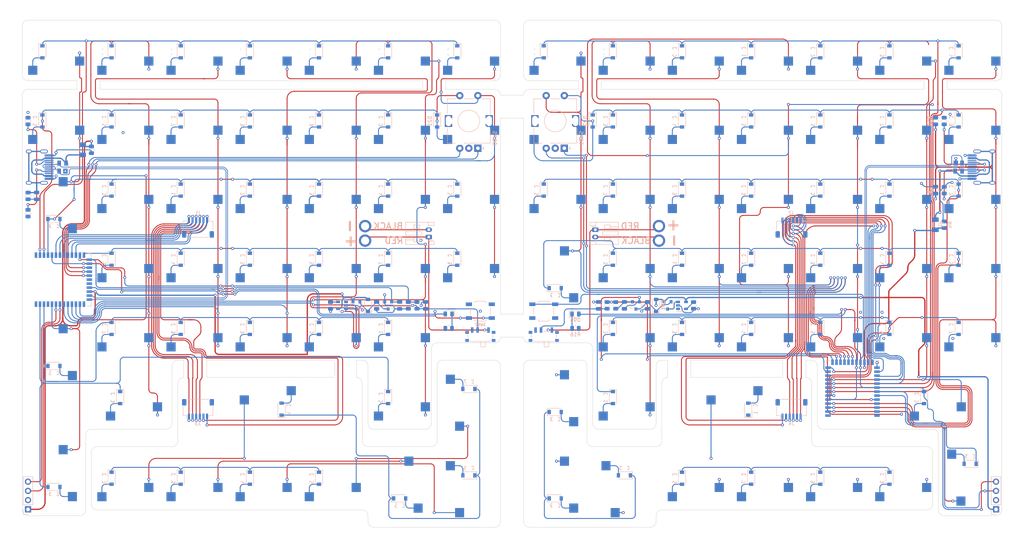
<source format=kicad_pcb>
(kicad_pcb (version 20211014) (generator pcbnew)
  (layers (0 "F.Cu" signal) (31 "B.Cu" signal) (34 "B.Paste" user) (35 "F.Paste" user) (36 "B.SilkS" user "B.Silkscreen") (37 "F.SilkS" user "F.Silkscreen") (38 "B.Mask" user) (39 "F.Mask" user) (44 "Edge.Cuts" user))
  (net 0 "")
  (net 1 "GND")
  (net 2 "VBAT")
  (net 3 "Earth")
  (net 4 "VDD_NRF")
  (net 5 "EARTH_B")
  (net 6 "GND1")
  (net 7 "VBAT_B")
  (net 8 "VDD_NRF_B")
  (net 9 "VBUS")
  (net 10 "Net-(D3-Pad2)")
  (net 11 "LH_ROW0")
  (net 12 "Net-(D4-Pad2)")
  (net 13 "LH_ROW1")
  (net 14 "Net-(D5-Pad2)")
  (net 15 "LH_ROW2")
  (net 16 "Net-(D6-Pad2)")
  (net 17 "LH_ROW3")
  (net 18 "Net-(D7-Pad2)")
  (net 19 "LH_ROW4")
  (net 20 "Net-(D10-Pad2)")
  (net 21 "Net-(D11-Pad2)")
  (net 22 "Net-(D12-Pad2)")
  (net 23 "Net-(D13-Pad2)")
  (net 24 "Net-(D14-Pad2)")
  (net 25 "Net-(D16-Pad2)")
  (net 26 "Net-(D17-Pad2)")
  (net 27 "Net-(D18-Pad2)")
  (net 28 "Net-(D19-Pad2)")
  (net 29 "Net-(D20-Pad2)")
  (net 30 "Net-(D23-Pad2)")
  (net 31 "Net-(D24-Pad2)")
  (net 32 "Net-(D25-Pad2)")
  (net 33 "Net-(D26-Pad2)")
  (net 34 "LH_ROW5")
  (net 35 "Net-(D27-Pad2)")
  (net 36 "Net-(D28-Pad2)")
  (net 37 "Net-(D29-Pad2)")
  (net 38 "Net-(D30-Pad2)")
  (net 39 "Net-(D31-Pad2)")
  (net 40 "Net-(D33-Pad2)")
  (net 41 "Net-(D34-Pad2)")
  (net 42 "Net-(D35-Pad2)")
  (net 43 "Net-(D36-Pad2)")
  (net 44 "Net-(D37-Pad2)")
  (net 45 "Net-(D38-Pad2)")
  (net 46 "LED_1")
  (net 47 "RAW")
  (net 48 "D+")
  (net 49 "D-")
  (net 50 "Net-(D42-Pad2)")
  (net 51 "ENC_P2")
  (net 52 "Net-(D44-Pad2)")
  (net 53 "Net-(D45-Pad2)")
  (net 54 "RAW_B")
  (net 55 "LED_1_B")
  (net 56 "Net-(D49-Pad2)")
  (net 57 "RH_ROW0")
  (net 58 "RH_ROW2")
  (net 59 "Net-(D51-Pad2)")
  (net 60 "RH_ROW3")
  (net 61 "Net-(D52-Pad2)")
  (net 62 "RH_ROW5")
  (net 63 "Net-(D53-Pad2)")
  (net 64 "Net-(D54-Pad2)")
  (net 65 "Net-(D55-Pad2)")
  (net 66 "RH_ROW1")
  (net 67 "Net-(D56-Pad2)")
  (net 68 "Net-(D57-Pad2)")
  (net 69 "Net-(D58-Pad2)")
  (net 70 "RH_ROW4")
  (net 71 "Net-(D59-Pad2)")
  (net 72 "VBUS_B")
  (net 73 "Net-(D61-Pad2)")
  (net 74 "Net-(D62-Pad2)")
  (net 75 "Net-(D63-Pad2)")
  (net 76 "Net-(D64-Pad2)")
  (net 77 "Net-(D65-Pad2)")
  (net 78 "Net-(D66-Pad2)")
  (net 79 "Net-(D67-Pad2)")
  (net 80 "Net-(D68-Pad2)")
  (net 81 "Net-(D69-Pad2)")
  (net 82 "Net-(D70-Pad2)")
  (net 83 "Net-(D71-Pad2)")
  (net 84 "Net-(D72-Pad2)")
  (net 85 "Net-(D73-Pad2)")
  (net 86 "Net-(D74-Pad2)")
  (net 87 "Net-(D75-Pad2)")
  (net 88 "Net-(D76-Pad2)")
  (net 89 "Net-(D77-Pad2)")
  (net 90 "Net-(D78-Pad2)")
  (net 91 "Net-(D79-Pad2)")
  (net 92 "Net-(D80-Pad2)")
  (net 93 "Net-(D81-Pad2)")
  (net 94 "Net-(D82-Pad2)")
  (net 95 "Net-(D83-Pad2)")
  (net 96 "Net-(D84-Pad2)")
  (net 97 "Net-(D85-Pad2)")
  (net 98 "Net-(D86-Pad2)")
  (net 99 "Net-(D87-Pad2)")
  (net 100 "Net-(D88-Pad2)")
  (net 101 "SWD")
  (net 102 "SWC")
  (net 103 "SWD_B")
  (net 104 "SWC_B")
  (net 105 "Net-(R1-Pad2)")
  (net 106 "Net-(R5-Pad2)")
  (net 107 "BVOLT")
  (net 108 "LH_COL0")
  (net 109 "LH_COL1")
  (net 110 "LH_COL2")
  (net 111 "LH_COL3")
  (net 112 "LH_COL4")
  (net 113 "LH_COL5")
  (net 114 "Net-(BT1-Pad1)")
  (net 115 "ENC_P1")
  (net 116 "Net-(BT3-Pad1)")
  (net 117 "RESET_B")
  (net 118 "BVOLT_B")
  (net 119 "RESET")
  (net 120 "ENC_A")
  (net 121 "ENC_B")
  (net 122 "ENC_P2_B")
  (net 123 "ENC_P1_B")
  (net 124 "RH_COL1")
  (net 125 "RH_COL2")
  (net 126 "RH_COL3")
  (net 127 "RH_COL4")
  (net 128 "RH_COL5")
  (net 129 "RH_COL6")
  (net 130 "B_D+")
  (net 131 "B_D-")
  (net 132 "Net-(D2-Pad2)")
  (net 133 "Net-(D8-Pad2)")
  (net 134 "Net-(D9-Pad2)")
  (net 135 "Net-(D15-Pad2)")
  (net 136 "Net-(D32-Pad2)")
  (net 137 "Net-(D41-Pad2)")
  (net 138 "Net-(D43-Pad2)")
  (net 139 "Net-(D46-Pad2)")
  (net 140 "Net-(D50-Pad2)")
  (net 145 "Net-(C5-Pad1)")
  (net 146 "Net-(C6-Pad1)")
  (net 147 "Net-(D1-Pad2)")
  (net 148 "Net-(D39-Pad2)")
  (net 149 "Net-(D40-Pad2)")
  (net 150 "Net-(D47-Pad2)")
  (net 151 "Net-(D48-Pad2)")
  (net 152 "Net-(D60-Pad2)")
  (net 153 "DBA_ROW0")
  (net 154 "DBB_ROW0")
  (net 155 "DBA_COL1")
  (net 156 "DBB_COL1")
  (net 157 "Net-(D94-Pad1)")
  (net 158 "Net-(D95-Pad1)")
  (net 159 "Net-(R2-Pad2)")
  (net 160 "Net-(R7-Pad2)")
  (net 161 "Net-(R6-Pad2)")
  (net 162 "Net-(R8-Pad2)")
  (net 163 "DBA_COL0")
  (net 164 "DBA_COL2")
  (net 165 "DBA_COL3")
  (net 166 "DBB_COL0")
  (net 167 "DBB_COL2")
  (net 168 "DBB_COL3")
  (net 171 "Net-(D89-Pad2)")
  (net 178 "DBB_P6")
  (net 179 "DBA_P6")
  (net 180 "DBA_P5")
  (net 181 "DBA_P4")
  (net 182 "DBA_P3")
  (net 183 "DBA_P2")
  (net 184 "DBA_P1")
  (net 185 "DBB_P5")
  (net 186 "DBB_P4")
  (net 187 "DBB_P3")
  (net 188 "DBB_P2")
  (net 189 "DBB_P1")
  (net 190 "ENC_A_B")
  (net 191 "ENC_B_B")
  (net 192 "DBA_ROW1")
  (footprint "Keebio-Parts:breakaway-mousebites" (layer "F.Cu") (at 129.38125 15.08125 90)
    (fp_text reference "REF**" hide)
    (fp_text value "breakaway-mousebites" hide)
  )
  (footprint "kicad-keyboard-parts:battery-custom-connector" (layer "F.Cu") (at 85.725 50.00625 180)
    (fp_text reference "BT2")
    (fp_text value "Battery_Cell")
  )
  (footprint "kicad-keyboard-parts:battery-custom-connector" (layer "F.Cu") (at 166.6875 50.00625)
    (fp_text reference "BT4")
    (fp_text value "Battery_Cell")
  )
  (footprint "MX_Only:MXOnly-1U-Hotswap" (layer "F.Cu") (at 76.2 38.1 180)
    (fp_text reference "SW33")
    (fp_text value "SW_SPST")
  )
  (footprint "Keebio-Parts:breakaway-mousebites" (layer "F.Cu") (at 242.8875 7.9375 180)
    (fp_text reference "REF**" hide)
    (fp_text value "breakaway-mousebites" hide)
  )
  (footprint "MX_Only:MXOnly-2.25U-Hotswap" (layer "F.Cu") (at 188.11875 98.425)
    (fp_text reference "SW81")
    (fp_text value "SW_SPST")
  )
  (footprint "Keebio-Parts:breakaway-mousebites" (layer "F.Cu") (at 80.16875 84.93125 180)
    (fp_text reference "REF**" hide)
    (fp_text value "breakaway-mousebites" hide)
  )
  (footprint "Keebio-Parts:breakaway-mousebites" (layer "F.Cu") (at 9.525 7.9375 180)
    (fp_text reference "REF**" hide)
    (fp_text value "breakaway-mousebites" hide)
  )
  (footprint "MX_Only:MXOnly-1U-Hotswap" (layer "F.Cu") (at 57.15 0 180)
    (fp_text reference "SW4")
    (fp_text value "SW_SPST")
  )
  (footprint "MX_Only:MXOnly-1U-Hotswap" (layer "F.Cu") (at 114.3 57.15 180)
    (fp_text reference "SW48")
    (fp_text value "SW_SPST")
  )
  (footprint "MX_Only:MXOnly-1U-Hotswap" (layer "F.Cu") (at 233.3625 117.475 180)
    (fp_text reference "SW89")
    (fp_text value "SW_SPST")
  )
  (footprint "MX_Only:MXOnly-1U-Hotswap" (layer "F.Cu") (at 195.2625 0 180)
    (fp_text reference "SW11")
    (fp_text value "SW_SPST")
  )
  (footprint "MX_Only:MXOnly-1U-Hotswap" (layer "F.Cu") (at 114.3 38.1 180)
    (fp_text reference "SW35")
    (fp_text value "SW_SPST")
  )
  (footprint "MX_Only:MXOnly-1U-Hotswap" (layer "F.Cu") (at 233.3625 19.05 180)
    (fp_text reference "SW27")
    (fp_text value "SW_SPST")
  )
  (footprint "MX_Only:MXOnly-1U-Hotswap" (layer "F.Cu") (at 176.2125 117.475 180)
    (fp_text reference "SW86")
    (fp_text value "SW_SPST")
  )
  (footprint "MX_Only:MXOnly-1U-Hotswap" (layer "F.Cu") (at 38.1 38.1 180)
    (fp_text reference "SW31")
    (fp_text value "SW_SPST")
  )
  (footprint "MX_Only:MXOnly-1U-Hotswap" (layer "F.Cu") (at 95.25 0 180)
    (fp_text reference "SW6")
    (fp_text value "SW_SPST")
  )
  (footprint "Keebio-Parts:breakaway-mousebites" (layer "F.Cu") (at 80.16875 89.69375)
    (fp_text reference "REF**" hide)
    (fp_text value "breakaway-mousebites" hide)
  )
  (footprint "MX_Only:MXOnly-1.25U-Hotswap" (layer "F.Cu") (at 0 116.68125 -90)
    (fp_text reference "SW68")
    (fp_text value "SW_SPST")
  )
  (footprint "MX_Only:MXOnly-1U-Hotswap" (layer "F.Cu") (at 252.4125 0 180)
    (fp_text reference "SW14")
    (fp_text value "SW_SPST")
  )
  (footprint "MX_Only:MXOnly-1U-Hotswap" (layer "F.Cu") (at 214.3125 0 180)
    (fp_text reference "SW12")
    (fp_text value "SW_SPST")
  )
  (footprint "MX_Only:MXOnly-1U-Hotswap" (layer "F.Cu") (at 157.1625 95.25 180)
    (fp_text reference "SW71")
    (fp_text value "SW_SPST")
  )
  (footprint "MX_Only:MXOnly-1U-Hotswap" (layer "F.Cu") (at 233.3625 57.15 180)
    (fp_text reference "SW54")
    (fp_text value "SW_SPST")
  )
  (footprint "MX_Only:MXOnly-1U-Hotswap" (layer "F.Cu") (at 57.15 117.475 180)
    (fp_text reference "SW84")
    (fp_text value "SW_SPST")
  )
  (footprint "MX_Only:MXOnly-1U-Hotswap" (layer "F.Cu") (at 19.05 19.05 180)
    (fp_text reference "SW16")
    (fp_text value "SW_SPST")
  )
  (footprint "Keebio-Parts:breakaway-mousebites" (layer "F.Cu") (at 104.775 7.9375 180)
    (fp_text reference "REF**" hide)
    (fp_text value "breakaway-mousebites" hide)
  )
  (footprint "Keebio-Parts:breakaway-mousebites" (layer "F.Cu") (at 242.8875 10.31875)
    (fp_text reference "REF**" hide)
    (fp_text value "breakaway-mousebites" hide)
  )
  (footprint "MX_Only:MXOnly-1U-Hotswap" (layer "F.Cu") (at 195.2625 76.2 180)
    (fp_text reference "SW64")
    (fp_text value "SW_SPST")
  )
  (footprint "MX_Only:MXOnly-1.25U-Hotswap" (layer "F.Cu") (at 114.3 96.04375 90)
    (fp_text reference "SW77")
    (fp_text value "SW_SPST")
  )
  (footprint "MX_Only:MXOnly-1.5U-Hotswap" (layer "F.Cu") (at 138.1125 61.9125 -90)
    (fp_text reference "SW49")
    (fp_text value "SW_SPST")
  )
  (footprint "MX_Only:MXOnly-1U-Hotswap" (layer "F.Cu") (at 19.05 117.475 180)
    (fp_text reference "SW82")
    (fp_text value "SW_SPST")
  )
  (footprint "MX_Only:MXOnly-1U-Hotswap" (layer "F.Cu") (at 157.1625 38.1 180)
    (fp_text reference "SW37")
    (fp_text value "SW_SPST")
  )
  (footprint "MX_Only:MXOnly-1U-Hotswap" (layer "F.Cu") (at 76.2 117.475 180)
    (fp_text reference "SW85")
    (fp_text value "SW_SPST")
  )
  (footprint "MX_Only:MXOnly-1U-Hotswap" (layer "F.Cu") (at 95.25 76.2 180)
    (fp_text reference "SW61")
    (fp_text value "SW_SPST")
  )
  (footprint "MX_Only:MXOnly-1U-Hotswap" (layer "F.Cu") (at 57.15 19.05 180)
    (fp_text reference "SW18")
    (fp_text value "SW_SPST")
  )
  (footprint "MX_Only:MXOnly-1.75U-Hotswap" (layer "F.Cu") (at 0 83.34375 -90)
    (fp_text reference "SW56")
    (fp_text value "SW_SPST")
  )
  (footprint "MX_Only:MXOnly-1U-Hotswap" (layer "F.Cu") (at 214.3125 117.475 180)
    (fp_text reference "SW88")
    (fp_text value "SW_SPST")
  )
  (footprint "MX_Only:MXOnly-1U-Hotswap" (layer "F.Cu") (at 76.2 57.15 180)
    (fp_text reference "SW46")
    (fp_text value "SW_SPST")
  )
  (footprint "MX_Only:MXOnly-1U-Hotswap" (layer "F.Cu") (at 252.4125 19.05 180)
    (fp_text reference "SW28")
    (fp_text value "SW_SPST")
  )
  (footprint "MX_Only:MXOnly-1U-Hotswap" (layer "F.Cu") (at 176.2125 57.15 180)
    (fp_text reference "SW51")
    (fp_text value "SW_SPST")
  )
  (footprint "MX_Only:MXOnly-1.25U-Hotswap" (layer "F.Cu") (at 21.43125 95.25 180)
    (fp_text reference "SW69")
    (fp_text value "SW_SPST")
  )
  (footprint "Keebio-Parts:breakaway-mousebites" (layer "F.Cu") (at 203.99375 84.93125 180)
    (fp_text reference "REF**" hide)
    (fp_text value "breakaway-mousebites" hide)
  )
  (footprint "MX_Only:MXOnly-1U-Hotswap" (layer "F.Cu") (at 233.3625 76.2 180)
    (fp_text reference "SW66")
    (fp_text value "SW_SPST")
  )
  (footprint "MX_Only:MXOnly-1.25U-Hotswap" (layer "F.Cu") (at 138.1125 96.04375 -90)
    (fp_text reference "SW78")
    (fp_text value "SW_SPST")
  )
  (footprint "Keebio-Parts:breakaway-mousebites" (layer "F.Cu") (at 203.99375 89.69375)
    (fp_text reference "REF**" hide)
    (fp_text value "breakaway-mousebites" hide)
  )
  (footprint "Keebio-Parts:breakaway-mousebites" (layer "F.Cu") (at 172.24375 84.93125 180)
    (fp_text reference "REF**" hide)
    (fp_text value "breakaway-mousebites" hide)
  )
  (footprint "MX_Only:MXOnly-1U-Hotswap" (layer "F.Cu") (at 214.3125 76.2 180)
    (fp_text reference "SW65")
    (fp_text value "SW_SPST")
  )
  (footprint "MX_Only:MXOnly-1U-Hotswap" (layer "F.Cu") (at 76.2 0 180)
    (fp_text reference "SW5")
    (fp_text value "SW_SPST")
  )
  (footprint "Keebio-Parts:breakaway-mousebites" (layer "F.Cu") (at 38.89375 84.93125 180)
    (fp_text reference "REF**" hide)
    (fp_text value "breakaway-mousebites" hide)
  )
  (footprint "MX_Only:MXOnly-1U-Hotswap" (layer "F.Cu") (at 38.1 117.475 180)
    (fp_text reference "SW83")
    (fp_text value "SW_SPST")
  )
  (footprint "MX_Only:MXOnly-1U-Hotswap" (layer "F.Cu") (at 38.1 57.15 180)
    (fp_text reference "SW44")
    (fp_text value "SW_SPST")
  )
  (footprint "MX_Only:MXOnly-1.25U-Hotswap" (layer "F.Cu") (at 138.1125 119.85625 -90)
    (fp_text reference "SW79")
    (fp_text value "SW_SPST")
  )
  (footprint "MX_Only:MXOnly-1.25U-Hotswap" (layer "F.Cu") (at 252.4125 116.68125 90)
    (fp_text reference "SW73")
    (fp_text value "SW_SPST")
  )
  (footprint "MX_Only:MXOnly-1U-Hotswap" (layer "F.Cu") (at 233.3625 0 180)
    (fp_text reference "SW13")
    (fp_text value "SW_SPST")
  )
  (footprint "MX_Only:MXOnly-1U-Hotswap" (layer "F.Cu") (at 157.1625 57.15 180)
    (fp_text reference "SW50")
    (fp_text value "SW_SPST")
  )
  (footprint "MX_Only:MXOnly-1U-Hotswap" (layer "F.Cu") (at 57.15 38.1 180)
    (fp_text reference "SW32")
    (fp_text value "SW_SPST")
  )
  (footprint "MX_Only:MXOnly-1U-Hotswap" (layer "F.Cu") (at 0 19.05 180)
    (fp_text reference "SW15")
    (fp_text value "SW_SPST")
  )
  (footprint "Keebio-Parts:breakaway-mousebites" (layer "F.Cu") (at 9.525 10.31875)
    (fp_text reference "REF**" hide)
    (fp_text value "breakaway-mousebites" hide)
  )
  (footprint "MX_Only:MXOnly-1U-Hotswap" (layer "F.Cu") (at 38.1 19.05 180)
    (fp_text reference "SW17")
    (fp_text value "SW_SPST")
  )
  (footprint "MX_Only:MXOnly-1U-Hotswap" (layer "F.Cu") (at 0 0 180)
    (fp_text reference "SW1")
    (fp_text value "SW_SPST")
  )
  (footprint "MX_Only:MXOnly-1U-Hotswap" (layer "F.Cu") (at 57.15 76.2 180)
    (fp_text reference "SW59")
    (fp_text value "SW_SPST")
  )
  (footprint "MX_Only:MXOnly-1U-Hotswap" (layer "F.Cu") (at 157.1625 19.05 180)
    (fp_text reference "SW23")
    (fp_text value "SW_SPST")
  )
  (footprint "MX_Only:MXOnly-1U-Hotswap" (layer "F.Cu") (at 138.1125 38.1 180)
    (fp_text reference "SW36")
    (fp_text value "SW_SPST")
  )
  (footprint "Keebio-Parts:breakaway-mousebites" (layer "F.Cu") (at 147.6375 7.9375 180)
    (fp_text reference "REF**" hide)
    (fp_text value "breakaway-mousebites" hide)
  )
  (footprint "MX_Only:MXOnly-1U-Hotswap" (layer "F.Cu") (at 214.3125 38.1 180)
    (fp_text reference "SW40")
    (fp_text value "SW_SPST")
  )
  (footprint "Keebio-Parts:breakaway-mousebites" (layer "F.Cu") (at 147.6375 10.31875)
    (fp_text reference "REF**" hide)
    (fp_text value "breakaway-mousebites" hide)
  )
  (footprint "MX_Only:MXOnly-1U-Hotswap" (layer "F.Cu") (at 19.05 76.2 180)
    (fp_text reference "SW57")
    (fp_text value "SW_SPST")
  )
  (footprint "MX_Only:MXOnly-1U-Hotswap" (layer "F.Cu") (at 95.25 19.05 180)
    (fp_text reference "SW20")
    (fp_text value "SW_SPST")
  )
  (footprint "MX_Only:MXOnly-1U-Hotswap" (layer "F.Cu") (at 38.1 0 180)
    (fp_text reference "SW3")
    (fp_text value "SW_SPST")
  )
  (footprint "MX_Only:MXOnly-1U-Hotswap" (layer "F.Cu") (at 214.3125 19.05 180)
    (fp_text reference "SW26")
    (fp_text value "SW_SPST")
  )
  (footprint "MX_Only:MXOnly-1U-Hotswap" (layer "F.Cu") (at 76.2 76.2 180)
    (fp_text reference "SW60")
    (fp_text value "SW_SPST")
  )
  (footprint "MX_Only:MXOnly-1U-Hotswap" (layer "F.Cu") (at 57.15 57.15 180)
    (fp_text reference "SW45")
    (fp_text value "SW_SPST")
  )
  (footprint "MX_Only:MXOnly-2.75U-Hotswap" (layer "F.Cu") (at 59.53125 98.425)
    (fp_text reference "SW74")
    (fp_text value "SW_SPST")
  )
  (footprint "MX_Only:MXOnly-1U-Hotswap" (layer "F.Cu") (at 214.3125 57.15 180)
    (fp_text reference "SW53")
    (fp_text value "SW_SPST")
  )
  (footprint "Keebio-Parts:breakaway-mousebites" (layer "F.Cu") (at 172.24375 89.69375)
    (fp_text reference "REF**" hide)
    (fp_text value "breakaway-mousebites" hide)
  )
  (footprint "MX_Only:MXOnly-1U-Hotswap" (layer "F.Cu") (at 157.1625 76.2 180)
    (fp_text reference "SW62")
    (fp_text value "SW_SPST")
  )
  (footprint "MX_Only:MXOnly-1.25U-Hotswap" (layer "F.Cu") (at 95.25 119.85625 -90)
    (fp_text reference "SW75")
    (fp_text value "SW_SPST")
  )
  (footprint "MX_Only:MXOnly-1U-Hotswap" (layer "F.Cu") (at 252.4125 76.2 180)
    (fp_text reference "SW67")
    (fp_text value "SW_SPST")
  )
  (footprint "MX_Only:MXOnly-1U-Hotswap" (layer "F.Cu") (at 195.2625 38.1 180)
    (fp_text reference "SW39")
    (fp_text value "SW_SPST")
  )
  (footprint "MX_Only:MXOnly-1U-Hotswap" (layer "F.Cu") (at 195.2625 19.05 180)
    (fp_text reference "SW25")
    (fp_text value "SW_SPST")
  )
  (footprint "Keebio-Parts:breakaway-mousebites" (layer "F.Cu") (at 123.03125 15.08125 -90)
    (fp_text reference "REF**" hide)
    (fp_text value "breakaway-mousebites" hide)
  )
  (footprint "MX_Only:MXOnly-1U-Hotswap" (layer "F.Cu") (at 19.05 0 180)
    (fp_text reference "SW2")
    (fp_text value "SW_SPST")
  )
  (footprint "MX_Only:MXOnly-1U-Hotswap" (layer "F.Cu") (at 76.2 19.05 180)
    (fp_text reference "SW19")
    (fp_text value "SW_SPST")
  )
  (footprint "MX_Only:MXOnly-1U-Hotswap" (layer "F.Cu") (at 95.25 57.15 180)
    (fp_text reference "SW47")
    (fp_text value "SW_SPST")
  )
  (footprint "MX_Only:MXOnly-1U-Hotswap" (layer "F.Cu") (at 195.2625 117.475 180)
    (fp_text reference "SW87")
    (fp_text value "SW_SPST")
  )
  (footprint "MX_Only:MXOnly-1U-Hotswap" (layer "F.Cu") (at 95.25 38.1 180)
    (fp_text reference "SW34")
    (fp_text value "SW_SPST")
  )
  (footprint "MX_Only:MXOnly-1U-Hotswap" (layer "F.Cu") (at 114.3 19.05 180)
    (fp_text reference "SW21")
    (fp_text value "SW_SPST")
  )
  (footprint "Keebio-Parts:breakaway-mousebites" (layer "F.Cu") (at 38.89375 89.69375)
    (fp_text reference "REF**" hide)
    (fp_text value "breakaway-mousebites" hide)
  )
  (footprint "Keebio-Parts:breakaway-mousebites" (layer "F.Cu") (at 104.775 10.31875)
    (fp_text reference "REF**" hide)
    (fp_text value "breakaway-mousebites" hide)
  )
  (footprint "MX_Only:MXOnly-1U-Hotswap" (layer "F.Cu") (at 176.2125 38.1 180)
    (fp_text reference "SW38")
    (fp_text value "SW_SPST")
  )
  (footprint "MX_Only:MXOnly-1U-Hotswap" (layer "F.Cu") (at 138.1125 0 180)
    (fp_text reference "SW8")
    (fp_text value "SW_SPST")
  )
  (footprint "MX_Only:MXOnly-1U-Hotswap" (layer "F.Cu") (at 233.3625 38.1 180)
    (fp_text reference "SW41")
    (fp_text value "SW_SPST")
  )
  (footprint "MX_Only:MXOnly-1U-Hotswap" (layer "F.Cu") (at 138.1125 19.05 180)
    (fp_text reference "SW22")
    (fp_text value "SW_SPST")
  )
  (footprint "Keebio-Parts:breakaway-mousebites" (layer "F.Cu") (at 123.03125 75.40625 -90)
    (fp_text reference "REF**" hide)
    (fp_text value "breakaway-mousebites" hide)
  )
  (footprint "MX_Only:MXOnly-1.5U-Hotswap" (layer "F.Cu") (at 0 42.8625 -90)
    (fp_text reference "SW29")
    (fp_text value "SW_SPST")
  )
  (footprint "MX_Only:MXOnly-1U-Hotswap" (layer "F.Cu") (at 176.2125 0 180)
    (fp_text reference "SW10")
    (fp_text value "SW_SPST")
  )
  (footprint "MX_Only:MXOnly-1U-Hotswap" (layer "F.Cu") (at 252.4125 57.15 180)
    (fp_text reference "SW55")
    (fp_text value "SW_SPST")
  )
  (footprint "MX_Only:MXOnly-1U-Hotswap" (layer "F.Cu") (at 19.05 38.1 180)
    (fp_text reference "SW30")
    (fp_text value "SW_SPST")
  )
  (footprint "Keebio-Parts:breakaway-mousebites" (layer "F.Cu") (at 129.38125 75.40625 90)
    (fp_text reference "REF**" hide)
    (fp_text value "breakaway-mousebites" hide)
  )
  (footprint "MX_Only:MXOnly-1.25U-Hotswap" (layer "F.Cu") (at 114.3 119.85625 90)
    (fp_text reference "SW76")
    (fp_text value "SW_SPST")
  )
  (footprint "MX_Only:MXOnly-1U-Hotswap" (layer "F.Cu") (at 19.05 57.15 180)
    (fp_text reference "SW43")
    (fp_text value "SW_SPST")
  )
  (footprint "MX_Only:MXOnly-1.25U-Hotswap" (layer "F.Cu") (at 157.1625 119.85625 90)
    (fp_text reference "SW80")
    (fp_text value "SW_SPST")
  )
  (footprint "MX_Only:MXOnly-2U-Hotswap" (layer "F.Cu") (at 242.8875 95.25 180)
    (fp_text reference "SW72")
    (fp_text value "SW_SPST")
  )
  (footprint "MX_Only:MXOnly-1U-Hotswap" (layer "F.Cu") (at 157.1625 0 180)
    (fp_text reference "SW9")
    (fp_text value "SW_SPST")
  )
  (footprint "MX_Only:MXOnly-1U-Hotswap" (layer "F.Cu") (at 176.2125 19.05 180)
    (fp_text reference "SW24")
    (fp_text value "SW_SPST")
  )
  (footprint "MX_Only:MXOnly-1U-Hotswap" (layer "F.Cu") (at 252.4125 38.1 180)
    (fp_text reference "SW42")
    (fp_text value "SW_SPST")
  )
  (footprint "MX_Only:MXOnly-1U-Hotswap" (layer "F.Cu") (at 114.3 0 180)
    (fp_text reference "SW7")
    (fp_text value "SW_SPST")
  )
  (footprint "MX_Only:MXOnly-1U-Hotswap" (layer "F.Cu") (at 38.1 76.2 180)
    (fp_text reference "SW58")
    (fp_text value "SW_SPST")
  )
  (footprint "MX_Only:MXOnly-1U-Hotswap" (layer "F.Cu") (at 195.2625 57.15 180)
    (fp_text reference "SW52")
    (fp_text value "SW_SPST")
  )
  (footprint "MX_Only:MXOnly-1U-Hotswap" (layer "F.Cu") (at 176.2125 76.2 180)
    (fp_text reference "SW63")
    (fp_text value "SW_SPST")
  )
  (footprint "MX_Only:MXOnly-1U-Hotswap" (layer "F.Cu") (at 95.25 95.25 180)
    (fp_text reference "SW70")
    (fp_text value "SW_SPST")
  )
  (footprint "Capacitor_SMD:C_0805_2012Metric" (layer "B.Cu") (at -4.7625 39.6875 90)
    (fp_text reference "C7")
    (fp_text value "4.7n")
  )
  (footprint "Capacitor_SMD:C_0805_2012Metric" (layer "B.Cu") (at 163.5125 69.85 -90)
    (fp_text reference "C6")
    (fp_text value "1uF")
  )
  (footprint "Capacitor_SMD:C_0805_2012Metric" (layer "B.Cu") (at 157.1625 69.85 90)
    (fp_text reference "C4")
    (fp_text value "1uF")
  )
  (footprint "Package_TO_SOT_SMD:SOT-143" (layer "B.Cu") (at 249.2375 31.75 -90)
    (fp_text reference "D93")
    (fp_text value "SR05")
  )
  (footprint "Fuse:Fuse_1206_3216Metric" (layer "B.Cu") (at 7.9375 26.9875 -90)
    (fp_text reference "F2")
    (fp_text value "500ma")
  )
  (footprint "Connector_PinHeader_2.54mm:PinHeader_1x04_P2.54mm_Vertical" (layer "B.Cu") (at 259.55625 126.0375)
    (fp_text reference "J6")
    (fp_text value "Conn_01x04_Female")
  )
  (footprint "Package_TO_SOT_SMD:SOT-23" (layer "B.Cu") (at 169.06875 69.85 -90)
    (fp_text reference "Q2")
    (fp_text value "AO3401A")
  )
  (footprint "Resistor_SMD:R_0805_2012Metric" (layer "B.Cu") (at -7.14375 44.45 90)
    (fp_text reference "R1")
    (fp_text value "5.1k")
  )
  (footprint "Resistor_SMD:R_0805_2012Metric" (layer "B.Cu") (at 10.31875 26.9875 -90)
    (fp_text reference "R3")
    (fp_text value "10k")
  )
  (footprint "Resistor_SMD:R_0805_2012Metric" (layer "B.Cu") (at -7.14375 19.05 -90)
    (fp_text reference "R7")
    (fp_text value "5.1k")
  )
  (footprint "Resistor_SMD:R_0805_2012Metric" (layer "B.Cu") (at 108.74375 76.2 180)
    (fp_text reference "R15")
    (fp_text value "1k")
  )
  (footprint "Resistor_SMD:R_0805_2012Metric" (layer "B.Cu") (at 245.26875 19.05 -90)
    (fp_text reference "R2")
    (fp_text value "5.1k")
  )
  (footprint "Resistor_SMD:R_0805_2012Metric" (layer "B.Cu") (at 245.26875 38.1 -90)
    (fp_text reference "R8")
    (fp_text value "5.1k")
  )
  (footprint "Resistor_SMD:R_0805_2012Metric" (layer "B.Cu") (at 176.2125 69.85 90)
    (fp_text reference "R5")
    (fp_text value "10k")
  )
  (footprint "Resistor_SMD:R_0805_2012Metric" (layer "B.Cu") (at 152.4 69.85 -90)
    (fp_text reference "R13")
    (fp_text value "806k")
  )
  (footprint "Resistor_SMD:R_0805_2012Metric" (layer "B.Cu") (at 154.78125 69.85 90)
    (fp_text reference "R14")
    (fp_text value "2M")
  )
  (footprint "Button_Switch_SMD:SW_SPDT_PCM12" (layer "B.Cu") (at 134.9375 78.06875 180)
    (fp_text reference "SW95")
    (fp_text value "SW_SPDT")
  )
  (footprint "Package_TO_SOT_SMD:SOT-23-5" (layer "B.Cu") (at 173.0375 69.85)
    (fp_text reference "U3")
    (fp_text value "TP4054")
  )
  (footprint "Package_TO_SOT_SMD:SOT-23" (layer "B.Cu") (at 160.3375 69.85 -90)
    (fp_text reference "U2")
    (fp_text value "XC6206")
  )
  (footprint "Type-C:HRO-TYPE-C-31-M-12-HandSoldering" (layer "B.Cu") (at -9.525 31.75 90)
    (fp_text reference "USB1")
    (fp_text value "HRO-TYPE-C-31-M-12")
  )
  (footprint "Type-C:HRO-TYPE-C-31-M-12-HandSoldering" (layer "B.Cu") (at 261.14375 31.75 -90)
    (fp_text reference "USB2")
    (fp_text value "HRO-TYPE-C-31-M-12")
  )
  (footprint "Keebio-Parts:SW_SPST_TL3342" (layer "B.Cu") (at 134.9375 71.4375 180)
    (fp_text reference "SW93")
    (fp_text value "SW_SPST")
  )
  (footprint "Package_TO_SOT_SMD:SOT-143" (layer "B.Cu") (at 2.38125 31.75 90)
    (fp_text reference "D92")
    (fp_text value "SR05")
  )
  (footprint "Capacitor_SMD:C_0805_2012Metric" (layer "B.Cu") (at 150.01875 69.85 90)
    (fp_text reference "C1")
    (fp_text value "4.7uF")
  )
  (footprint "Button_Switch_SMD:SW_SPDT_PCM12" (layer "B.Cu") (at 117.475 78.06875 180)
    (fp_text reference "SW94")
    (fp_text value "SW_SPDT")
  )
  (footprint "Package_TO_SOT_SMD:SOT-23-5" (layer "B.Cu") (at 79.375 69.85 180)
    (fp_text reference "U4")
    (fp_text value "TP4054")
  )
  (footprint "kicad-keyboard-parts:nRF52840_holyiot_18010_HS_simple" (layer "B.Cu") (at 220 94.5)
    (fp_text reference "U6")
    (fp_text value "nRF52840_holyiot_18010")
  )
  (footprint "kicad-keyboard-parts:nRF52840_holyiot_18010_HS_simple" (layer "B.Cu") (at 0.75 62.75 -90)
    (fp_text reference "U5")
    (fp_text value "nRF52840_holyiot_18010")
  )
  (footprint "Diode_SMD:D_0805_2012Metric" (layer "B.Cu") (at 108.74375 72.23125 180)
    (fp_text reference "D94")
    (fp_text value "LED_Small")
  )
  (footprint "Diode_SMD:D_SOD-123" (layer "B.Cu") (at 86.51875 69.85 90)
    (fp_text reference "D90")
    (fp_text value "1N5819")
  )
  (footprint "Package_TO_SOT_SMD:SOT-23" (layer "B.Cu") (at 83.34375 69.85 -90)
    (fp_text reference "Q1")
    (fp_text value "AO3401A")
  )
  (footprint "Resistor_SMD:R_0805_2012Metric" (layer "B.Cu") (at 76.2 69.85 90)
    (fp_text reference "R6")
    (fp_text value "10k")
  )
  (footprint "Resistor_SMD:R_0805_2012Metric" (layer "B.Cu") (at 100.0125 69.85 -90)
    (fp_text reference "R11")
    (fp_text value "806k")
  )
  (footprint "Resistor_SMD:R_0805_2012Metric" (layer "B.Cu") (at 97.63125 69.85 90)
    (fp_text reference "R12")
    (fp_text value "2M")
  )
  (footprint "Capacitor_SMD:C_0805_2012Metric" (layer "B.Cu") (at 102.39375 69.85 90)
    (fp_text reference "C2")
    (fp_text value "4.7uF")
  )
  (footprint "Capacitor_SMD:C_0805_2012Metric" (layer "B.Cu") (at 95.25 69.85 -90)
    (fp_text reference "C3")
    (fp_text value "1uF")
  )
  (footprint "Capacitor_SMD:C_0805_2012Metric" (layer "B.Cu") (at 88.9 69.85 -90)
    (fp_text reference "C5")
    (fp_text value "1uF")
  )
  (footprint "Package_TO_SOT_SMD:SOT-23" (layer "B.Cu") (at 92.075 69.85 -90)
    (fp_text reference "U1")
    (fp_text value "XC6206")
  )
  (footprint "Connector_PinHeader_2.54mm:PinHeader_1x04_P2.54mm_Vertical" (layer "B.Cu") (at -7.14375 126.0375)
    (fp_text reference "J5")
    (fp_text value "Conn_01x04_Female")
  )
  (footprint "Resistor_SMD:R_0805_2012Metric" (layer "B.Cu") (at -7.14375 39.6875 90)
    (fp_text reference "R9")
    (fp_text value "1M")
  )
  (footprint "Connector_JST:JST_PH_S2B-PH-K_1x02_P2.00mm_Horizontal" (layer "B.Cu") (at 149.15625 49.00625 -90)
    (fp_text reference "BT3")
    (fp_text value "Battery_Cell")
  )
  (footprint "Connector_JST:JST_PH_S2B-PH-K_1x02_P2.00mm_Horizontal" (layer "B.Cu") (at 103.25625 51.00625 90)
    (fp_text reference "BT1")
    (fp_text value "Battery_Cell")
  )
  (footprint "Diode_SMD:D_SOD-123" (layer "B.Cu") (at 211.1375 0 -90)
    (fp_text reference "D12")
    (fp_text value "D_Small")
  )
  (footprint "Diode_SMD:D_SOD-123" (layer "B.Cu") (at 92.075 76.2 -90)
    (fp_text reference "D61")
    (fp_text value "D_Small")
  )
  (footprint "Diode_SMD:D_SOD-123" (layer "B.Cu") (at 211.1375 57.15 -90)
    (fp_text reference "D53")
    (fp_text value "D_Small")
  )
  (footprint "Diode_SMD:D_SOD-123" (layer "B.Cu") (at 192.0875 57.15 -90)
    (fp_text reference "D52")
    (fp_text value "D_Small")
  )
  (footprint "Diode_SMD:D_SOD-123" (layer "B.Cu") (at 34.925 38.1 -90)
    (fp_text reference "D31")
    (fp_text value "D_Small")
  )
  (footprint "Diode_SMD:D_SOD-123" (layer "B.Cu") (at 138.1125 65.0875)
    (fp_text reference "D49")
    (fp_text value "D_Small")
  )
  (footprint "Diode_SMD:D_SOD-123" (layer "B.Cu") (at 191.29375 98.425 90)
    (fp_text reference "D81")
    (fp_text value "D_Small")
  )
  (footprint "Diode_SMD:D_SOD-123" (layer "B.Cu") (at 192.0875 38.1 -90)
    (fp_text reference "D39")
    (fp_text value "D_Small")
  )
  (footprint "Diode_SMD:D_SOD-123" (layer "B.Cu") (at 192.0875 0 -90)
    (fp_text reference "D11")
    (fp_text value "D_Small")
  )
  (footprint "Diode_SMD:D_SOD-123" (layer "B.Cu") (at -3.175 19.05 -90)
    (fp_text reference "D15")
    (fp_text value "D_Small")
  )
  (footprint "Diode_SMD:D_SOD-123" (layer "B.Cu") (at 165.89375 69.85 90)
    (fp_text reference "D91")
    (fp_text value "1N5819")
  )
  (footprint "Diode_SMD:D_SOD-123" (layer "B.Cu") (at 73.025 0 -90)
    (fp_text reference "D5")
    (fp_text value "D_Small")
  )
  (footprint "Diode_SMD:D_SOD-123" (layer "B.Cu") (at 53.975 0 -90)
    (fp_text reference "D4")
    (fp_text value "D_Small")
  )
  (footprint "Diode_SMD:D_SOD-123" (layer "B.Cu") (at 211.1375 117.475 -90)
    (fp_text reference "D88")
    (fp_text value "D_Small")
  )
  (footprint "Connector_JST:JST_SH_SM06B-SRSS-TB_1x06-1MP_P1.00mm_Horizontal" (layer "B.Cu") (at 203.2 48.41875 180)
    (fp_text reference "J2")
    (fp_text value "Conn_01x06")
  )
  (footprint "Diode_SMD:D_SOD-123" (layer "B.Cu") (at 34.925 57.15 -90)
    (fp_text reference "D44")
    (fp_text value "D_Small")
  )
  (footprint "Diode_SMD:D_SOD-123" (layer "B.Cu") (at 62.70625 98.425 90)
    (fp_text reference "D74")
    (fp_text value "D_Small")
  )
  (footprint "Diode_SMD:D_SOD-123" (layer "B.Cu") (at 153.9875 57.15 -90)
    (fp_text reference "D50")
    (fp_text value "D_Small")
  )
  (footprint "Diode_SMD:D_SOD-123" (layer "B.Cu") (at 15.875 117.475 -90)
    (fp_text reference "D82")
    (fp_text value "D_Small")
  )
  (footprint "Diode_SMD:D_SOD-123" (layer "B.Cu") (at 73.025 19.05 -90)
    (fp_text reference "D19")
    (fp_text value "D_Small")
  )
  (footprint "Diode_SMD:D_SOD-123" (layer "B.Cu") (at 138.1125 123.03125)
    (fp_text reference "D79")
    (fp_text value "D_Small")
  )
  (footprint "Resistor_SMD:R_0805_2012Metric" (layer "B.Cu") (at 242.8875 19.05 -90)
    (fp_text reference "R10")
    (fp_text value "1M")
  )
  (footprint "Diode_SMD:D_SOD-123" (layer "B.Cu") (at 53.975 19.05 -90)
    (fp_text reference "D18")
    (fp_text value "D_Small")
  )
  (footprint "Diode_SMD:D_SOD-123" (layer "B.Cu") (at 230.1875 57.15 -90)
    (fp_text reference "D54")
    (fp_text value "D_Small")
  )
  (footprint "Diode_SMD:D_SOD-123" (layer "B.Cu") (at 192.0875 19.05 -90)
    (fp_text reference "D25")
    (fp_text value "D_Small")
  )
  (footprint "Diode_SMD:D_SOD-123" (layer "B.Cu") (at -3.175 0 -90)
    (fp_text reference "D1")
    (fp_text value "D_Small")
  )
  (footprint "Resistor_SMD:R_0805_2012Metric" (layer "B.Cu") (at 245.26875 47.625 90)
    (fp_text reference "R4")
    (fp_text value "10k")
  )
  (footprint "Diode_SMD:D_SOD-123" (layer "B.Cu") (at 173.0375 76.2 -90)
    (fp_text reference "D63")
    (fp_text value "D_Small")
  )
  (footprint "Fuse:Fuse_1206_3216Metric" (layer "B.Cu") (at 242.8875 47.625 90)
    (fp_text reference "F1")
    (fp_text value "500ma")
  )
  (footprint "Diode_SMD:D_SOD-123" (layer "B.Cu") (at 249.2375 38.1 -90)
    (fp_text reference "D42")
    (fp_text value "D_Small")
  )
  (footprint "Diode_SMD:D_SOD-123" (layer "B.Cu") (at 34.925 117.475 -90)
    (fp_text reference "D83")
    (fp_text value "D_Small")
  )
  (footprint "Diode_SMD:D_SOD-123" (layer "B.Cu") (at 95.25 123.03125)
    (fp_text reference "D75")
    (fp_text value "D_Small")
  )
  (footprint "Diode_SMD:D_SOD-123" (layer "B.Cu") (at 114.3 116.68125 180)
    (fp_text reference "D76")
    (fp_text value "D_Small")
  )
  (footprint "Diode_SMD:D_SOD-123" (layer "B.Cu") (at 111.125 38.1 -90)
    (fp_text reference "D35")
    (fp_text value "D_Small")
  )
  (footprint "Diode_SMD:D_SOD-123" (layer "B.Cu") (at 230.1875 19.05 -90)
    (fp_text reference "D27")
    (fp_text value "D_Small")
  )
  (footprint "Diode_SMD:D_SOD-123" (layer "B.Cu") (at 53.975 76.2 -90)
    (fp_text reference "D59")
    (fp_text value "D_Small")
  )
  (footprint "Diode_SMD:D_SOD-123" (layer "B.Cu") (at 15.875 76.2 -90)
    (fp_text reference "D57")
    (fp_text value "D_Small")
  )
  (footprint "Diode_SMD:D_SOD-123" (layer "B.Cu") (at 173.0375 0 -90)
    (fp_text reference "D10")
    (fp_text value "D_Small")
  )
  (footprint "Diode_SMD:D_SOD-123" (layer "B.Cu") (at 92.075 19.05 -90)
    (fp_text reference "D20")
    (fp_text value "D_Small")
  )
  (footprint "Diode_SMD:D_SOD-123" (layer "B.Cu") (at 111.125 0 -90)
    (fp_text reference "D7")
    (fp_text value "D_Small")
  )
  (footprint "Capacitor_SMD:C_0805_2012Metric" (layer "B.Cu") (at 242.8875 38.1 -90)
    (fp_text reference "C8")
    (fp_text value "4.7n")
  )
  (footprint "Connector_JST:JST_SH_SM06B-SRSS-TB_1x06-1MP_P1.00mm_Horizontal" (layer "B.Cu") (at 39.6875 98.425)
    (fp_text reference "J3")
    (fp_text value "Conn_01x06")
  )
  (footprint "Diode_SMD:D_SOD-123" (layer "B.Cu") (at 53.975 57.15 -90)
    (fp_text reference "D45")
    (fp_text value "D_Small")
  )
  (footprint "Diode_SMD:D_SOD-123" (layer "B.Cu") (at 53.975 117.475 -90)
    (fp_text reference "D84")
    (fp_text value "D_Small")
  )
  (footprint "Diode_SMD:D_SOD-123" (layer "B.Cu") (at 0 46.0375)
    (fp_text reference "D29")
    (fp_text value "D_Small")
  )
  (footprint "Diode_SMD:D_SOD-123" (layer "B.Cu") (at 18.25625 95.25 -90)
    (fp_text reference "D69")
    (fp_text value "D_Small")
  )
  (footprint "Diode_SMD:D_SOD-123" (layer "B.Cu") (at 153.9875 0 -90)
    (fp_text reference "D9")
    (fp_text value "D_Small")
  )
  (footprint "Diode_SMD:D_SOD-123" (layer "B.Cu") (at 153.9875 38.1 -90)
    (fp_text reference "D37")
    (fp_text value "D_Small")
  )
  (footprint "Diode_SMD:D_SOD-123" (layer "B.Cu") (at 73.025 76.2 -90)
    (fp_text reference "D60")
    (fp_text value "D_Small")
  )
  (footprint "Diode_SMD:D_SOD-123" (layer "B.Cu") (at 138.1125 99.21875)
    (fp_text reference "D78")
    (fp_text value "D_Small")
  )
  (footprint "Diode_SMD:D_SOD-123" (layer "B.Cu") (at 34.925 0 -90)
    (fp_text reference "D3")
    (fp_text value "D_Small")
  )
  (footprint "Diode_SMD:D_SOD-123" (layer "B.Cu") (at 148.43125 19.05 -90)
    (fp_text reference "D22")
    (fp_text value "D_Small")
  )
  (footprint "Diode_SMD:D_SOD-123" (layer "B.Cu") (at 252.4125 113.50625 180)
    (fp_text reference "D73")
    (fp_text value "D_Small")
  )
  (footprint "Diode_SMD:D_SOD-123" (layer "B.Cu") (at 73.025 57.15 -90)
    (fp_text reference "D46")
    (fp_text value "D_Small")
  )
  (footprint "Diode_SMD:D_SOD-123" (layer "B.Cu") (at 192.0875 117.475 -90)
    (fp_text reference "D87")
    (fp_text value "D_Small")
  )
  (footprint "Diode_SMD:D_SOD-123" (layer "B.Cu") (at 173.0375 19.05 -90)
    (fp_text reference "D24")
    (fp_text value "D_Small")
  )
  (footprint "Diode_SMD:D_SOD-123" (layer "B.Cu") (at 92.075 95.25 -90)
    (fp_text reference "D70")
    (fp_text value "D_Small")
  )
  (footprint "Connector_JST:JST_SH_SM06B-SRSS-TB_1x06-1MP_P1.00mm_Horizontal" (layer "B.Cu") (at 39.6875 48.41875 180)
    (fp_text reference "J1")
    (fp_text value "Conn_01x06")
  )
  (footprint "Diode_SMD:D_SOD-123" (layer "B.Cu") (at 92.075 57.15 -90)
    (fp_text reference "D47")
    (fp_text value "D_Small")
  )
  (footprint "Diode_SMD:D_SOD-123" (layer "B.Cu") (at 15.875 57.15 -90)
    (fp_text reference "D43")
    (fp_text value "D_Small")
  )
  (footprint "Diode_SMD:D_SOD-123" (layer "B.Cu") (at 134.9375 38.1 -90)
    (fp_text reference "D36")
    (fp_text value "D_Small")
  )
  (footprint "Diode_SMD:D_SOD-123" (layer "B.Cu") (at 249.2375 57.15 -90)
    (fp_text reference "D55")
    (fp_text value "D_Small")
  )
  (footprint "Diode_SMD:D_SOD-123" (layer "B.Cu") (at 230.1875 76.2 -90)
    (fp_text reference "D66")
    (fp_text value "D_Small")
  )
  (footprint "Diode_SMD:D_SOD-123" (layer "B.Cu") (at 153.9875 95.25 -90)
    (fp_text reference "D71")
    (fp_text value "D_Small")
  )
  (footprint "Diode_SMD:D_0805_2012Metric" (layer "B.Cu") (at 143.66875 72.23125)
    (fp_text reference "D95")
    (fp_text value "LED_Small")
  )
  (footprint "Diode_SMD:D_SOD-123" (layer "B.Cu") (at 153.9875 19.05 -90)
    (fp_text reference "D23")
    (fp_text value "D_Small")
  )
  (footprint "Diode_SMD:D_SOD-123" (layer "B.Cu") (at 134.9375 0 -90)
    (fp_text reference "D8")
    (fp_text value "D_Small")
  )
  (footprint "Diode_SMD:D_SOD-123" (layer "B.Cu") (at 0 119.85625)
    (fp_text reference "D68")
    (fp_text value "D_Small")
  )
  (footprint "Diode_SMD:D_SOD-123" (layer "B.Cu") (at 211.1375 38.1 -90)
    (fp_text reference "D40")
    (fp_text value "D_Small")
  )
  (footprint "Diode_SMD:D_SOD-123" (layer "B.Cu") (at 0 86.51875)
    (fp_text reference "D56")
    (fp_text value "D_Small")
  )
  (footprint "Diode_SMD:D_SOD-123" (layer "B.Cu") (at 73.025 117.475 -90)
    (fp_text reference "D85")
    (fp_text value "D_Small")
  )
  (footprint "Diode_SMD:D_SOD-123" (layer "B.Cu") (at 230.1875 38.1 -90)
    (fp_text reference "D41")
    (fp_text value "D_Small")
  )
  (footprint "Diode_SMD:D_SOD-123" (layer "B.Cu") (at 15.875 19.05 -90)
    (fp_text reference "D16")
    (fp_text value "D_Small")
  )
  (footprint "Diode_SMD:D_SOD-123" (layer "B.Cu") (at 249.2375 19.05 -90)
    (fp_text reference "D28")
    (fp_text value "D_Small")
  )
  (footprint "Keebio-Parts:RotaryEncoder_Alps_EC11E-Switch_Vertical_H20mm" (layer "B.Cu") (at 114.3 19.05 90)
    (fp_text reference "SW90")
    (fp_text value "Rotary_Encoder_Switch")
  )
  (footprint "Resistor_SMD:R_0805_2012Metric" (layer "B.Cu") (at 143.66875 76.2)
    (fp_text reference "R16")
    (fp_text value "1k")
  )
  (footprint "Diode_SMD:D_SOD-123" (layer "B.Cu") (at 15.875 0 -90)
    (fp_text reference "D2")
    (fp_text value "D_Small")
  )
  (footprint "Diode_SMD:D_SOD-123" (layer "B.Cu") (at 249.2375 76.2 -90)
    (fp_text reference "D67")
    (fp_text value "D_Small")
  )
  (footprint "Keebio-Parts:RotaryEncoder_Alps_EC11E-Switch_Vertical_H20mm" (layer "B.Cu") (at 138.1125 19.05 90)
    (fp_text reference "SW91")
    (fp_text value "Rotary_Encoder_Switch")
  )
  (footprint "Diode_SMD:D_SOD-123" (layer "B.Cu") (at 211.1375 19.05 -90)
    (fp_text reference "D26")
    (fp_text value "D_Small")
  )
  (footprint "Diode_SMD:D_SOD-123" (layer "B.Cu") (at 173.0375 57.15 -90)
    (fp_text reference "D51")
    (fp_text value "D_Small")
  )
  (footprint "Diode_SMD:D_SOD-123" (layer "B.Cu") (at 34.925 76.2 -90)
    (fp_text reference "D58")
    (fp_text value "D_Small")
  )
  (footprint "Diode_SMD:D_SOD-123" (layer "B.Cu") (at 92.075 38.1 -90)
    (fp_text reference "D34")
    (fp_text value "D_Small")
  )
  (footprint "Diode_SMD:D_SOD-123" (layer "B.Cu") (at 15.875 38.1 -90)
    (fp_text reference "D30")
    (fp_text value "D_Small")
  )
  (footprint "Diode_SMD:D_SOD-123" (layer "B.Cu") (at 53.975 38.1 -90)
    (fp_text reference "D32")
    (fp_text value "D_Small")
  )
  (footprint "Connector_JST:JST_SH_SM06B-SRSS-TB_1x06-1MP_P1.00mm_Horizontal" (layer "B.Cu") (at 203.2 98.425)
    (fp_text reference "J4")
    (fp_text value "Conn_01x06")
  )
  (footprint "Diode_SMD:D_SOD-123" (layer "B.Cu") (at 114.3 92.86875 180)
    (fp_text reference "D77")
    (fp_text value "D_Small")
  )
  (footprint "Diode_SMD:D_SOD-123" (layer "B.Cu") (at 173.0375 38.1 -90)
    (fp_text reference "D38")
    (fp_text value "D_Small")
  )
  (footprint "Diode_SMD:D_SOD-123" (layer "B.Cu") (at 34.925 19.05 -90)
    (fp_text reference "D17")
    (fp_text value "D_Small")
  )
  (footprint "Diode_SMD:D_SOD-123" (layer "B.Cu") (at 73.025 38.1 -90)
    (fp_text reference "D33")
    (fp_text value "D_Small")
  )
  (footprint "Diode_SMD:D_SOD-123" (layer "B.Cu") (at 157.1625 116.68125 180)
    (fp_text reference "D80")
    (fp_text value "D_Small")
  )
  (footprint "Diode_SMD:D_SOD-123" (layer "B.Cu") (at 192.0875 76.2 -90)
    (fp_text reference "D64")
    (fp_text value "D_Small")
  )
  (footprint "Diode_SMD:D_SOD-123" (layer "B.Cu") (at 92.075 0 -90)
    (fp_text reference "D6")
    (fp_text value "D_Small")
  )
  (footprint "Diode_SMD:D_SOD-123" (layer "B.Cu") (at 230.1875 117.475 -90)
    (fp_text reference "D89")
    (fp_text value "D_Small")
  )
  (footprint "Diode_SMD:D_SOD-123" (layer "B.Cu") (at 239.7125 95.25 -90)
    (fp_text reference "D72")
    (fp_text value "D_Small")
  )
  (footprint "Diode_SMD:D_SOD-123" (layer "B.Cu") (at 211.1375 76.2 -90)
    (fp_text reference "D65")
    (fp_text value "D_Small")
  )
  (footprint "Diode_SMD:D_SOD-123" (layer "B.Cu") (at 230.1875 0 -90)
    (fp_text reference "D13")
    (fp_text value "D_Small")
  )
  (footprint "Diode_SMD:D_SOD-123" (layer "B.Cu") (at 249.2375 0 -90)
    (fp_text reference "D14")
    (fp_text value "D_Small")
  )
  (footprint "Keebio-Parts:SW_SPST_TL3342" (layer "B.Cu") (at 117.475 71.4375)
    (fp_text reference "SW92")
    (fp_text value "SW_SPST")
  )
  (footprint "Diode_SMD:D_SOD-123" (layer "B.Cu") (at 153.9875 76.2 -90)
    (fp_text reference "D62")
    (fp_text value "D_Small")
  )
  (footprint "Diode_SMD:D_SOD-123" (layer "B.Cu") (at 173.0375 117.475 -90)
    (fp_text reference "D86")
    (fp_text value "D_Small")
  )
  (footprint "Diode_SMD:D_SOD-123" (layer "B.Cu") (at 111.125 57.15 -90)
    (fp_text reference "D48")
    (fp_text value "D_Small")
  )
  (footprint "Diode_SMD:D_SOD-123" (layer "B.Cu") (at 105.56875 19.05 -90)
    (fp_text reference "D21")
    (fp_text value "D_Small")
  )
  (gr_arc (start 211.93125 103.98125) (mid 210.808718 103.516282) (end 210.34375 102.39375) (layer "Edge.Cuts") (width 0.1))
  (gr_arc (start 105.56875 107.15625) (mid 105.103782 108.278782) (end 103.98125 108.74375) (layer "Edge.Cuts") (width 0.1))
  (gr_arc (start -7.14375 7.9375) (mid -8.266282 7.472532) (end -8.73125 6.35) (layer "Edge.Cuts") (width 0.1))
  (gr_line (start -7.14375 7.9375) (end 6.35 7.9375) (layer "Edge.Cuts") (width 0.1))
  (gr_line (start 42.06875 89.69375) (end 42.06875 84.93125) (layer "Edge.Cuts") (width 0.1))
  (gr_line (start 261.14375 126.20625) (end 261.14375 11.90625) (layer "Edge.Cuts") (width 0.1))
  (gr_line (start 121.44375 10.31875) (end 107.95 10.31875) (layer "Edge.Cuts") (width 0.1))
  (gr_line (start -7.14375 10.31875) (end 6.35 10.31875) (layer "Edge.Cuts") (width 0.1))
  (gr_line (start 11.90625 126.20625) (end 84.93125 126.20625) (layer "Edge.Cuts") (width 0.1))
  (gr_line (start 6.35 7.9375) (end 6.35 10.31875) (layer "Edge.Cuts") (width 0.1))
  (gr_arc (start 165.89375 129.38125) (mid 165.428782 130.503782) (end 164.30625 130.96875) (layer "Edge.Cuts") (width 0.1))
  (gr_line (start 167.48125 126.20625) (end 240.50625 126.20625) (layer "Edge.Cuts") (width 0.1))
  (gr_arc (start 150.01875 103.98125) (mid 148.896218 103.516282) (end 148.43125 102.39375) (layer "Edge.Cuts") (width 0.1))
  (gr_arc (start 259.55625 -8.73125) (mid 260.678782 -8.266282) (end 261.14375 -7.14375) (layer "Edge.Cuts") (width 0.1))
  (gr_line (start 150.8125 7.9375) (end 239.7125 7.9375) (layer "Edge.Cuts") (width 0.1))
  (gr_arc (start 86.51875 108.74375) (mid 85.396218 108.278782) (end 84.93125 107.15625) (layer "Edge.Cuts") (width 0.1))
  (gr_line (start 148.43125 81.75625) (end 148.43125 102.39375) (layer "Edge.Cuts") (width 0.1))
  (gr_line (start 129.38125 72.23125) (end 123.03125 72.23125) (layer "Edge.Cuts") (width 0.1))
  (gr_line (start 129.38125 78.58125) (end 123.03125 78.58125) (layer "Edge.Cuts") (width 0.1))
  (gr_line (start 200.81875 89.69375) (end 200.81875 84.93125) (layer "Edge.Cuts") (width 0.1))
  (gr_line (start 105.56875 80.16875) (end 121.44375 80.16875) (layer "Edge.Cuts") (width 0.1))
  (gr_line (start 240.50625 108.74375) (end 210.34375 108.74375) (layer "Edge.Cuts") (width 0.1))
  (gr_arc (start 34.13125 91.28125) (mid 34.596218 90.158718) (end 35.71875 89.69375) (layer "Edge.Cuts") (width 0.1))
  (gr_arc (start 210.34375 108.74375) (mid 209.221218 108.278782) (end 208.75625 107.15625) (layer "Edge.Cuts") (width 0.1))
  (gr_line (start 245.26875 127.79375) (end 259.55625 127.79375) (layer "Edge.Cuts") (width 0.1))
  (gr_line (start 123.03125 72.23125) (end 123.03125 18.25625) (layer "Edge.Cuts") (width 0.1))
  (gr_line (start 239.7125 7.9375) (end 239.7125 10.31875) (layer "Edge.Cuts") (width 0.1))
  (gr_line (start 246.0625 7.9375) (end 259.55625 7.9375) (layer "Edge.Cuts") (width 0.1))
  (gr_arc (start 84.93125 84.93125) (mid 86.053782 85.396218) (end 86.51875 86.51875) (layer "Edge.Cuts") (width 0.1))
  (gr_line (start 11.90625 108.74375) (end 32.54375 108.74375) (layer "Edge.Cuts") (width 0.1))
  (gr_line (start 88.10625 103.98125) (end 102.39375 103.98125) (layer "Edge.Cuts") (width 0.1))
  (gr_line (start 86.51875 127.79375) (end 86.51875 129.38125) (layer "Edge.Cuts") (width 0.1))
  (gr_arc (start 165.89375 102.39375) (mid 165.428782 103.516282) (end 164.30625 103.98125) (layer "Edge.Cuts") (width 0.1))
  (gr_arc (start 121.44375 -8.73125) (mid 122.566282 -8.266282) (end 123.03125 -7.14375) (layer "Edge.Cuts") (width 0.1))
  (gr_line (start 211.93125 103.98125) (end 242.09375 103.98125) (layer "Edge.Cuts") (width 0.1))
  (gr_line (start 77.37475 84.93125) (end 77.37475 89.69375) (layer "Edge.Cuts") (width 0.1))
  (gr_line (start 145.25625 84.93125) (end 130.96875 84.93125) (layer "Edge.Cuts") (width 0.1))
  (gr_arc (start 130.96875 130.96875) (mid 129.846218 130.503782) (end 129.38125 129.38125) (layer "Edge.Cuts") (width 0.1))
  (gr_arc (start 167.48125 107.15625) (mid 167.016282 108.278782) (end 165.89375 108.74375) (layer "Edge.Cuts") (width 0.1))
  (gr_arc (start -7.14375 127.79375) (mid -8.266282 127.328782) (end -8.73125 126.20625) (layer "Edge.Cuts") (width 0.1))
  (gr_line (start 107.95 7.9375) (end 107.95 10.31875) (layer "Edge.Cuts") (width 0.1))
  (gr_arc (start 121.44375 84.93125) (mid 122.566282 85.396218) (end 123.03125 86.51875) (layer "Edge.Cuts") (width 0.1))
  (gr_line (start 165.89375 129.38125) (end 165.89375 127.79375) (layer "Edge.Cuts") (width 0.1))
  (gr_line (start 77.37475 89.69375) (end 42.06875 89.69375) (layer "Edge.Cuts") (width 0.1))
  (gr_arc (start 165.89375 127.79375) (mid 166.358718 126.671218) (end 167.48125 126.20625) (layer "Edge.Cuts") (width 0.1))
  (gr_line (start 88.10625 130.96875) (end 121.44375 130.96875) (layer "Edge.Cuts") (width 0.1))
  (gr_arc (start -8.73125 11.90625) (mid -8.266282 10.783718) (end -7.14375 10.31875) (layer "Edge.Cuts") (width 0.1))
  (gr_line (start 103.98125 108.74375) (end 86.51875 108.74375) (layer "Edge.Cuts") (width 0.1))
  (gr_arc (start 261.14375 6.35) (mid 260.678782 7.472532) (end 259.55625 7.9375) (layer "Edge.Cuts") (width 0.1))
  (gr_line (start 34.13125 84.93125) (end 35.71875 84.93125) (layer "Edge.Cuts") (width 0.1))
  (gr_arc (start 103.98125 81.75625) (mid 104.446218 80.633718) (end 105.56875 80.16875) (layer "Edge.Cuts") (width 0.1))
  (gr_arc (start 11.90625 126.20625) (mid 10.783718 125.741282) (end 10.31875 124.61875) (layer "Edge.Cuts") (width 0.1))
  (gr_line (start 246.0625 7.9375) (end 246.0625 10.31875) (layer "Edge.Cuts") (width 0.1))
  (gr_line (start 130.96875 7.9375) (end 144.4625 7.9375) (layer "Edge.Cuts") (width 0.1))
  (gr_arc (start 130.96875 7.9375) (mid 129.846218 7.472532) (end 129.38125 6.35) (layer "Edge.Cuts") (width 0.1))
  (gr_line (start 42.06875 84.93125) (end 77.37475 84.93125) (layer "Edge.Cuts") (width 0.1))
  (gr_arc (start 165.89375 86.51875) (mid 166.358718 85.396218) (end 167.48125 84.93125) (layer "Edge.Cuts") (width 0.1))
  (gr_line (start 10.31875 110.33125) (end 10.31875 124.61875) (layer "Edge.Cuts") (width 0.1))
  (gr_line (start 175.41875 89.69375) (end 200.81875 89.69375) (layer "Edge.Cuts") (width 0.1))
  (gr_line (start 105.56875 86.51875) (end 105.56875 107.15625) (layer "Edge.Cuts") (width 0.1))
  (gr_arc (start 8.73125 126.20625) (mid 8.266282 127.328782) (end 7.14375 127.79375) (layer "Edge.Cuts") (width 0.1))
  (gr_line (start 84.93125 107.15625) (end 84.93125 91.28125) (layer "Edge.Cuts") (width 0.1))
  (gr_arc (start 121.44375 10.31875) (mid 122.566282 10.783718) (end 123.03125 11.90625) (layer "Edge.Cuts") (width 0.1))
  (gr_line (start 8.73125 126.20625) (end 8.73125 105.56875) (layer "Edge.Cuts") (width 0.1))
  (gr_line (start 210.34375 86.51875) (end 210.34375 102.39375) (layer "Edge.Cuts") (width 0.1))
  (gr_arc (start 148.43125 108.74375) (mid 147.308718 108.278782) (end 146.84375 107.15625) (layer "Edge.Cuts") (width 0.1))
  (gr_arc (start 32.54375 86.51875) (mid 33.008718 85.396218) (end 34.13125 84.93125) (layer "Edge.Cuts") (width 0.1))
  (gr_arc (start 259.55625 10.31875) (mid 260.678782 10.783718) (end 261.14375 11.90625) (layer "Edge.Cuts") (width 0.1))
  (gr_arc (start 103.98125 102.39375) (mid 103.516282 103.516282) (end 102.39375 103.98125) (layer "Edge.Cuts") (width 0.1))
  (gr_arc (start 84.93125 126.20625) (mid 86.053782 126.671218) (end 86.51875 127.79375) (layer "Edge.Cuts") (width 0.1))
  (gr_line (start 130.96875 10.31875) (end 144.4625 10.31875) (layer "Edge.Cuts") (width 0.1))
  (gr_line (start 167.48125 84.93125) (end 169.06875 84.93125) (layer "Edge.Cuts") (width 0.1))
  (gr_line (start 86.51875 86.51875) (end 86.51875 102.39375) (layer "Edge.Cuts") (width 0.1))
  (gr_line (start 150.8125 10.31875) (end 150.8125 7.9375) (layer "Edge.Cuts") (width 0.1))
  (gr_line (start 103.98125 102.39375) (end 103.98125 81.75625) (layer "Edge.Cuts") (width 0.1))
  (gr_arc (start 88.10625 130.96875) (mid 86.983718 130.503782) (end 86.51875 129.38125) (layer "Edge.Cuts") (width 0.1))
  (gr_line (start 84.93125 84.93125) (end 83.34375 84.93125) (layer "Edge.Cuts") (width 0.1))
  (gr_line (start 208.75625 107.15625) (end 208.75625 91.28125) (layer "Edge.Cuts") (width 0.1))
  (gr_arc (start 105.56875 86.51875) (mid 106.033718 85.396218) (end 107.15625 84.93125) (layer "Edge.Cuts") (width 0.1))
  (gr_arc (start 242.09375 124.61875) (mid 241.628782 125.741282) (end 240.50625 126.20625) (layer "Edge.Cuts") (width 0.1))
  (gr_arc (start 34.13125 107.15625) (mid 33.666282 108.278782) (end 32.54375 108.74375) (layer "Edge.Cuts") (width 0.1))
  (gr_arc (start 83.34375 89.69375) (mid 84.466282 90.158718) (end 84.93125 91.28125) (layer "Edge.Cuts") (width 0.1))
  (gr_arc (start 167.48125 91.28125) (mid 167.946218 90.158718) (end 169.06875 89.69375) (layer "Edge.Cuts") (width 0.1))
  (gr_line (start 123.03125 129.38125) (end 123.03125 86.51875) (layer "Edge.Cuts") (width 0.1))
  (gr_arc (start 240.50625 108.74375) (mid 241.628782 109.208718) (end 242.09375 110.33125) (layer "Edge.Cuts") (width 0.1))
  (gr_line (start -7.14375 127.79375) (end 7.14375 127.79375) (layer "Edge.Cuts") (width 0.1))
  (gr_line (start 130.96875 130.96875) (end 164.30625 130.96875) (layer "Edge.Cuts") (width 0.1))
  (gr_line (start 10.31875 103.98125) (end 30.95625 103.98125) (layer "Edge.Cuts") (width 0.1))
  (gr_line (start 261.14375 6.35) (end 261.14375 -7.14375) (layer "Edge.Cuts") (width 0.1))
  (gr_line (start 208.75625 84.93125) (end 207.16875 84.93125) (layer "Edge.Cuts") (width 0.1))
  (gr_line (start 35.71875 89.69375) (end 35.71875 84.93125) (layer "Edge.Cuts") (width 0.1))
  (gr_line (start -8.73125 11.90625) (end -8.73125 126.20625) (layer "Edge.Cuts") (width 0.1))
  (gr_line (start 129.38125 18.25625) (end 129.38125 72.23125) (layer "Edge.Cuts") (width 0.1))
  (gr_line (start -8.73125 -7.14375) (end -8.73125 6.35) (layer "Edge.Cuts") (width 0.1))
  (gr_line (start 129.38125 -7.14375) (end 129.38125 6.35) (layer "Edge.Cuts") (width 0.1))
  (gr_line (start 83.34375 89.69375) (end 83.34375 84.93125) (layer "Edge.Cuts") (width 0.1))
  (gr_line (start 239.7125 10.31875) (end 150.8125 10.31875) (layer "Edge.Cuts") (width 0.1))
  (gr_arc (start -8.73125 -7.14375) (mid -8.266282 -8.266282) (end -7.14375 -8.73125) (layer "Edge.Cuts") (width 0.1))
  (gr_line (start 146.84375 107.15625) (end 146.84375 86.51875) (layer "Edge.Cuts") (width 0.1))
  (gr_arc (start 130.96875 80.16875) (mid 129.846218 79.703782) (end 129.38125 78.58125) (layer "Edge.Cuts") (width 0.1))
  (gr_line (start 121.44375 7.9375) (end 107.95 7.9375) (layer "Edge.Cuts") (width 0.1))
  (gr_line (start 169.06875 89.69375) (end 169.06875 84.93125) (layer "Edge.Cuts") (width 0.1))
  (gr_line (start 259.55625 10.31875) (end 246.0625 10.31875) (layer "Edge.Cuts") (width 0.1))
  (gr_line (start 34.13125 91.28125) (end 34.13125 107.15625) (layer "Edge.Cuts") (width 0.1))
  (gr_arc (start 146.84375 80.16875) (mid 147.966282 80.633718) (end 148.43125 81.75625) (layer "Edge.Cuts") (width 0.1))
  (gr_arc (start 145.25625 84.93125) (mid 146.378782 85.396218) (end 146.84375 86.51875) (layer "Edge.Cuts") (width 0.1))
  (gr_arc (start 129.38125 86.51875) (mid 129.846218 85.396218) (end 130.96875 84.93125) (layer "Edge.Cuts") (width 0.1))
  (gr_arc (start 32.54375 102.39375) (mid 32.078782 103.516282) (end 30.95625 103.98125) (layer "Edge.Cuts") (width 0.1))
  (gr_line (start 12.7 7.9375) (end 101.6 7.9375) (layer "Edge.Cuts") (width 0.1))
  (gr_arc (start 207.16875 89.69375) (mid 208.291282 90.158718) (end 208.75625 91.28125) (layer "Edge.Cuts") (width 0.1))
  (gr_arc (start 123.03125 129.38125) (mid 122.566282 130.503782) (end 121.44375 130.96875) (layer "Edge.Cuts") (width 0.1))
  (gr_line (start 243.68125 105.56875) (end 243.68125 126.20625) (layer "Edge.Cuts") (width 0.1))
  (gr_line (start 129.38125 86.51875) (end 129.38125 129.38125) (layer "Edge.Cuts") (width 0.1))
  (gr_line (start 165.89375 102.39375) (end 165.89375 86.51875) (layer "Edge.Cuts") (width 0.1))
  (gr_line (start 101.6 7.9375) (end 101.6 10.31875) (layer "Edge.Cuts") (width 0.1))
  (gr_arc (start 245.26875 127.79375) (mid 244.146218 127.328782) (end 243.68125 126.20625) (layer "Edge.Cuts") (width 0.1))
  (gr_line (start 12.7 10.31875) (end 12.7 7.9375) (layer "Edge.Cuts") (width 0.1))
  (gr_line (start 150.01875 103.98125) (end 164.30625 103.98125) (layer "Edge.Cuts") (width 0.1))
  (gr_line (start 165.89375 108.74375) (end 148.43125 108.74375) (layer "Edge.Cuts") (width 0.1))
  (gr_line (start 175.41875 84.93125) (end 175.41875 89.69375) (layer "Edge.Cuts") (width 0.1))
  (gr_line (start 121.44375 84.93125) (end 107.15625 84.93125) (layer "Edge.Cuts") (width 0.1))
  (gr_line (start 207.16875 89.69375) (end 207.16875 84.93125) (layer "Edge.Cuts") (width 0.1))
  (gr_arc (start 10.31875 110.33125) (mid 10.783718 109.208718) (end 11.90625 108.74375) (layer "Edge.Cuts") (width 0.1))
  (gr_arc (start 123.03125 6.35) (mid 122.566282 7.472532) (end 121.44375 7.9375) (layer "Edge.Cuts") (width 0.1))
  (gr_arc (start 123.03125 78.58125) (mid 122.566282 79.703782) (end 121.44375 80.16875) (layer "Edge.Cuts") (width 0.1))
  (gr_arc (start 129.38125 11.90625) (mid 129.846218 10.783718) (end 130.96875 10.31875) (layer "Edge.Cuts") (width 0.1))
  (gr_arc (start 129.38125 -7.14375) (mid 129.846218 -8.266282) (end 130.96875 -8.73125) (layer "Edge.Cuts") (width 0.1))
  (gr_line (start 144.4625 10.31875) (end 144.4625 7.9375) (layer "Edge.Cuts") (width 0.1))
  (gr_arc (start 242.09375 103.98125) (mid 243.216282 104.446218) (end 243.68125 105.56875) (layer "Edge.Cuts") (width 0.1))
  (gr_line (start 130.96875 80.16875) (end 146.84375 80.16875) (layer "Edge.Cuts") (width 0.1))
  (gr_line (start 121.44375 -8.73125) (end -7.14375 -8.73125) (layer "Edge.Cuts") (width 0.1))
  (gr_line (start 167.48125 91.28125) (end 167.48125 107.15625) (layer "Edge.Cuts") (width 0.1))
  (gr_line (start 123.03125 -7.14375) (end 123.03125 6.35) (layer "Edge.Cuts") (width 0.1))
  (gr_line (start 101.6 10.31875) (end 12.7 10.31875) (layer "Edge.Cuts") (width 0.1))
  (gr_line (start 130.96875 -8.73125) (end 259.55625 -8.73125) (layer "Edge.Cuts") (width 0.1))
  (gr_line (start 200.81875 84.93125) (end 175.41875 84.93125) (layer "Edge.Cuts") (width 0.1))
  (gr_line (start 123.03125 18.25625) (end 129.38125 18.25625) (layer "Edge.Cuts") (width 0.1))
  (gr_line (start 242.09375 124.61875) (end 242.09375 110.33125) (layer "Edge.Cuts") (width 0.1))
  (gr_arc (start 8.73125 105.56875) (mid 9.196218 104.446218) (end 10.31875 103.98125) (layer "Edge.Cuts") (width 0.1))
  (gr_arc (start 88.10625 103.98125) (mid 86.983718 103.516282) (end 86.51875 102.39375) (layer "Edge.Cuts") (width 0.1))
  (gr_line (start 32.54375 102.39375) (end 32.54375 86.51875) (layer "Edge.Cuts") (width 0.1))
  (gr_arc (start 208.75625 84.93125) (mid 209.878782 85.396218) (end 210.34375 86.51875) (layer "Edge.Cuts") (width 0.1))
  (gr_line (start 123.03125 11.90625) (end 129.38125 11.90625) (layer "Edge.Cuts") (width 0.1))
  (gr_arc (start 261.14375 126.20625) (mid 260.678782 127.328782) (end 259.55625 127.79375) (layer "Edge.Cuts") (width 0.1))
  (gr_text "RED" (at 93.6625 52.00625) (layer "B.SilkS") (effects (font (size 1.75 1.75) (thickness 0.3)) (justify mirror)))
  (gr_text "BLACK" (at 92.075 48.00625) (layer "B.SilkS") (effects (font (size 1.75 1.75) (thickness 0.3)) (justify mirror)))
  (gr_text "-" (at 170.65625 52.00625 90) (layer "B.SilkS") (effects (font (size 3 3) (thickness 0.6))))
  (gr_text "-" (at 81.75625 48.00625 270) (layer "B.SilkS") (effects (font (size 3 3) (thickness 0.6))))
  (gr_text "RED" (at 158.75 48.00625) (layer "B.SilkS") (effects (font (size 1.75 1.75) (thickness 0.3)) (justify mirror)))
  (gr_text "+" (at 81.75625 52.00625) (layer "B.SilkS") (effects (font (size 3 3) (thickness 0.6))))
  (gr_text "+" (at 170.65625 48.00625 180) (layer "B.SilkS") (effects (font (size 3 3) (thickness 0.6))))
  (gr_text "BLACK" (at 160.3375 52.00625) (layer "B.SilkS") (effects (font (size 1.75 1.75) (thickness 0.3)) (justify mirror)))
  (segment (start 86.725 49.00625) (end 85.725 48.00625) (width 0.25) (layer "F.Cu") (net 1))
  (segment (start 103.25625 49.00625) (end 86.725 49.00625) (width 0.25) (layer "F.Cu") (net 1))
  (via (at 0.6 27.75) (size 0.8) (drill 0.4) (layers "F.Cu" "B.Cu") (net 1))
  (via (at 91.125 66.925) (size 0.8) (drill 0.4) (layers "F.Cu" "B.Cu") (net 1))
  (via (at 19.05 22.225) (size 0.8) (drill 0.4) (layers "F.Cu" "B.Cu") (net 1))
  (via (at 3.15125 32.85) (size 0.8) (drill 0.4) (layers "F.Cu" "B.Cu") (net 1))
  (via (at 84.95 71.1) (size 0.8) (drill 0.4) (layers "F.Cu" "B.Cu") (net 1))
  (via (at 101.203125 69.85) (size 0.8) (drill 0.4) (layers "F.Cu" "B.Cu") (net 1))
  (via (at 101.1 51.9) (size 0.8) (drill 0.4) (layers "F.Cu" "B.Cu") (net 1))
  (via (at 117.475 71.4375) (size 0.8) (drill 0.4) (layers "F.Cu" "B.Cu") (net 1))
  (via (at 76.2 71.55) (size 0.8) (drill 0.4) (layers "F.Cu" "B.Cu") (net 1))
  (via (at 0.6 34.2) (size 0.8) (drill 0.4) (layers "F.Cu" "B.Cu") (net 1))
  (via (at -7.14375 16.66875) (size 0.8) (drill 0.4) (layers "F.Cu" "B.Cu") (net 1))
  (segment (start 91.625 69.8) (end 93.1625 69.8) (width 0.25) (layer "B.Cu") (net 1))
  (segment (start 101.203125 69.85) (end 101.203125 69.4) (width 0.25) (layer "B.Cu") (net 1))
  (segment (start 97.59375 70.8) (end 97.63125 70.7625) (width 0.25) (layer "B.Cu") (net 1))
  (segment (start -4.8 40.6) (end -4.7625 40.6375) (width 0.25) (layer "B.Cu") (net 1))
  (segment (start 0.6 27.75) (end 0.6 27.4875) (width 0.25) (layer "B.Cu") (net 1))
  (segment (start 83.992893 70.142893) (end 84.95 71.1) (width 0.25) (layer "B.Cu") (net 1))
  (segment (start 95.25 70.8) (end 97.59375 70.8) (width 0.25) (layer "B.Cu") (net 1))
  (segment (start -7.14375 40.6) (end -4.8 40.6) (width 0.25) (layer "B.Cu") (net 1))
  (segment (start 0.1 34.975) (end -1.33 34.975) (width 0.25) (layer "B.Cu") (net 1))
  (segment (start 94.1625 70.8) (end 95.25 70.8) (width 0.25) (layer "B.Cu") (net 1))
  (segment (start 102.39375 68.9) (end 101.703125 68.9) (width 0.25) (layer "B.Cu") (net 1))
  (segment (start 91.125 68.85) (end 91.125 69.3) (width 0.25) (layer "B.Cu") (net 1))
  (segment (start 0.6 34.475) (end 0.6 34.2) (width 0.25) (layer "B.Cu") (net 1))
  (segment (start 80.475 69.85) (end 83.285786 69.85) (width 0.25) (layer "B.Cu") (net 1))
  (segment (start 93.6625 70.3) (end 93.6625 70.3) (width 0.25) (layer "B.Cu") (net 1))
  (segment (start 76.2 70.7625) (end 76.2 71.55) (width 0.25) (layer "B.Cu") (net 1))
  (segment (start 95.5675 71.1175) (end 95.25 70.8) (width 0.25) (layer "B.Cu") (net 1))
  (segment (start 94.1625 70.8) (end 94.1625 70.8) (width 0.25) (layer "B.Cu") (net 1))
  (segment (start 1.1 26.9875) (end 9.81875 26.9875) (width 0.25) (layer "B.Cu") (net 1))
  (segment (start 10.31875 27.9) (end 10.31875 27.4875) (width 0.25) (layer "B.Cu") (net 1))
  (segment (start 0.6 28.025) (end 0.6 27.75) (width 0.25) (layer "B.Cu") (net 1))
  (segment (start 91.125 68.75) (end 91.125 66.925) (width 0.25) (layer "B.Cu") (net 1))
  (segment (start 88.9 70.8) (end 88.9 71.3) (width 0.25) (layer "B.Cu") (net 1))
  (segment (start 93.6625 71.3) (end 93.6625 71.3) (width 0.25) (layer "B.Cu") (net 1))
  (segment (start 89.4 71.8) (end 93.1625 71.8) (width 0.25) (layer "B.Cu") (net 1))
  (segment (start 0.1 28.525) (end -1.33 28.525) (width 0.25) (layer "B.Cu") (net 1))
  (arc (start 1.1 26.9875) (mid 0.746447 27.133947) (end 0.6 27.4875) (width 0.25) (layer "B.Cu") (net 1))
  (arc (start 9.81875 26.9875) (mid 10.172303 27.133947) (end 10.31875 27.4875) (width 0.25) (layer "B.Cu") (net 1))
  (arc (start 101.703125 68.9) (mid 101.349572 69.046447) (end 101.203125 69.4) (width 0.25) (layer "B.Cu") (net 1))
  (arc (start 0.6 28.025) (mid 0.453553 28.378553) (end 0.1 28.525) (width 0.25) (layer "B.Cu") (net 1))
  (arc (start 89.4 71.8) (mid 89.046447 71.653553) (end 88.9 71.3) (width 0.25) (layer "B.Cu") (net 1))
  (arc (start 93.6625 71.3) (mid 93.808947 70.946447) (end 94.1625 70.8) (width 0.25) (layer "B.Cu") (net 1))
  (arc (start 83.992893 70.142893) (mid 83.66847 69.92612) (end 83.285786 69.85) (width 0.25) (layer "B.Cu") (net 1))
  (arc (start 93.6625 71.3) (mid 93.516053 71.653553) (end 93.1625 71.8) (width 0.25) (layer "B.Cu") (net 1))
  (arc (start 0.6 34.475) (mid 0.453553 34.828553) (end 0.1 34.975) (width 0.25) (layer "B.Cu") (net 1))
  (arc (start 93.1625 69.8) (mid 93.516053 69.946447) (end 93.6625 70.3) (width 0.25) (layer "B.Cu") (net 1))
  (arc (start 93.6625 70.3) (mid 93.808947 70.653553) (end 94.1625 70.8) (width 0.25) (layer "B.Cu") (net 1))
  (arc (start 91.625 69.8) (mid 91.271447 69.653553) (end 91.125 69.3) (width 0.25) (layer "B.Cu") (net 1))
  (segment (start 84.009511 80.98) (end 84.009511 70.95) (width 0.25) (layer "F.Cu") (net 2))
  (segment (start 82.560489 72.55) (end 82.560489 80.98) (width 0.25) (layer "F.Cu") (net 2))
  (segment (start 85.009511 69.95) (end 98.8 69.95) (width 0.25) (layer "F.Cu") (net 2))
  (segment (start 79.4 71.55) (end 81.560489 71.55) (width 0.25) (layer "F.Cu") (net 2))
  (segment (start 83.280489 81.7) (end 83.289511 81.7) (width 0.25) (layer "F.Cu") (net 2))
  (via (at 98.8 69.85) (size 0.8) (drill 0.4) (layers "F.Cu" "B.Cu") (net 2))
  (via (at 79.4 71.55) (size 0.8) (drill 0.4) (layers "F.Cu" "B.Cu") (net 2))
  (arc (start 81.560489 71.55) (mid 82.267596 71.842893) (end 82.560489 72.55) (width 0.25) (layer "F.Cu") (net 2))
  (arc (start 83.289511 81.7) (mid 83.798628 81.489117) (end 84.009511 80.98) (width 0.25) (layer "F.Cu") (net 2))
  (arc (start 84.009511 70.95) (mid 84.302404 70.242893) (end 85.009511 69.95) (width 0.25) (layer "F.Cu") (net 2))
  (arc (start 82.560489 80.98) (mid 82.771372 81.489117) (end 83.280489 81.7) (width 0.25) (layer "F.Cu") (net 2))
  (segment (start 102.35625 70.7625) (end 102.39375 70.8) (width 0.25) (layer "B.Cu") (net 2))
  (segment (start 100.0125 70.7625) (end 102.35625 70.7625) (width 0.25) (layer "B.Cu") (net 2))
  (segment (start 83.34375 70.85) (end 80.525 70.85) (width 0.25) (layer "B.Cu") (net 2))
  (segment (start 80.525 70.85) (end 80.475 70.8) (width 0.25) (layer "B.Cu") (net 2))
  (segment (start 80.475 70.8) (end 80.475 71.05) (width 0.25) (layer "B.Cu") (net 2))
  (segment (start 107 70.8) (end 108.5875 70.8) (width 0.25) (layer "B.Cu") (net 2))
  (segment (start 100.0125 70.7625) (end 100.0125 70.35) (width 0.25) (layer "B.Cu") (net 2))
  (segment (start 108.5875 70.8) (end 110.8125 70.8) (width 0.25) (layer "B.Cu") (net 2))
  (segment (start 116.725 76.63875) (end 116.725 71.8) (width 0.25) (layer "B.Cu") (net 2))
  (segment (start 108.5875 70.8) (end 115.725 70.8) (width 0.25) (layer "B.Cu") (net 2))
  (segment (start 79.4 71.55) (end 79.975 71.55) (width 0.25) (layer "B.Cu") (net 2))
  (segment (start 102.39375 70.8) (end 107 70.8) (width 0.25) (layer "B.Cu") (net 2))
  (segment (start 98.8 69.85) (end 99.5125 69.85) (width 0.25) (layer "B.Cu") (net 2))
  (arc (start 100.0125 70.35) (mid 99.866053 69.996447) (end 99.5125 69.85) (width 0.25) (layer "B.Cu") (net 2))
  (arc (start 115.725 70.8) (mid 116.432107 71.092893) (end 116.725 71.8) (width 0.25) (layer "B.Cu") (net 2))
  (arc (start 79.975 71.55) (mid 80.328553 71.403553) (end 80.475 71.05) (width 0.25) (layer "B.Cu") (net 2))
  (segment (start -6.925 36.07) (end -5.11375 36.07) (width 0.35) (layer "B.Cu") (net 3))
  (segment (start -4.8 38.775) (end -4.7625 38.7375) (width 0.35) (layer "B.Cu") (net 3))
  (segment (start -7.14375 38.775) (end -4.8 38.775) (width 0.35) (layer "B.Cu") (net 3))
  (segment (start -6.925 27.43) (end -6.925 36.07) (width 0.35) (layer "B.Cu") (net 3))
  (segment (start -4.7625 38.7375) (end -4.7625 36.07) (width 0.35) (layer "B.Cu") (net 3))
  (segment (start -5.11375 36.07) (end -2.745 36.07) (width 0.35) (layer "B.Cu") (net 3))
  (segment (start -6.925 27.43) (end -2.745 27.43) (width 0.35) (layer "B.Cu") (net 3))
  (segment (start 46.65 65.25) (end 49.825 65.25) (width 0.25) (layer "F.Cu") (net 4))
  (via (at 49.825 65.25) (size 0.8) (drill 0.4) (layers "F.Cu" "B.Cu") (net 4))
  (via (at 46.65 65.25) (size 0.8) (drill 0.4) (layers "F.Cu" "B.Cu") (net 4))
  (segment (start 95.25 68.9) (end 93.075 68.9) (width 0.25) (layer "B.Cu") (net 4))
  (segment (start 93.075 68.9) (end 93.025 68.85) (width 0.25) (layer "B.Cu") (net 4))
  (segment (start 11.6 58.25) (end 11.6 62.55) (width 0.25) (layer "B.Cu") (net 4))
  (segment (start 45.496833 65.096447) (end 45.50394 65.103554) (width 0.25) (layer "B.Cu") (net 4))
  (segment (start 43.93 64.95) (end 45.143279 64.95) (width 0.25) (layer "B.Cu") (net 4))
  (segment (start 45.857493 65.25) (end 46.65 65.25) (width 0.25) (layer "B.Cu") (net 4))
  (segment (start 11.6 63.95) (end 11.6 62.55) (width 0.25) (layer "B.Cu") (net 4))
  (segment (start 43.93 64.95) (end 12.6 64.95) (width 0.25) (layer "B.Cu") (net 4))
  (segment (start 11.6 62.55) (end 11.6 64.05) (width 0.25) (layer "B.Cu") (net 4))
  (segment (start 49.832107 65.242893) (end 49.825 65.25) (width 0.25) (layer "B.Cu") (net 4))
  (segment (start 93.025 68.85) (end 93.025 65.95) (width 0.25) (layer "B.Cu") (net 4))
  (segment (start 92.025 64.95) (end 50.539214 64.95) (width 0.25) (layer "B.Cu") (net 4))
  (segment (start 9.75 57.25) (end 10.6 57.25) (width 0.25) (layer "B.Cu") (net 4))
  (arc (start 45.857493 65.25) (mid 45.666152 65.21194) (end 45.50394 65.103554) (width 0.25) (layer "B.Cu") (net 4))
  (arc (start 12.6 64.95) (mid 11.892893 64.657107) (end 11.6 63.95) (width 0.25) (layer "B.Cu") (net 4))
  (arc (start 50.539214 64.95) (mid 50.156531 65.02612) (end 49.832107 65.242893) (width 0.25) (layer "B.Cu") (net 4))
  (arc (start 93.025 65.95) (mid 92.732107 65.242893) (end 92.025 64.95) (width 0.25) (layer "B.Cu") (net 4))
  (arc (start 45.143279 64.95) (mid 45.334621 64.98806) (end 45.496833 65.096447) (width 0.25) (layer "B.Cu") (net 4))
  (arc (start 10.6 57.25) (mid 11.307107 57.542893) (end 11.6 58.25) (width 0.25) (layer "B.Cu") (net 4))
  (segment (start 257.54375 31.75) (end 243.8875 31.75) (width 0.35) (layer "F.Cu") (net 5))
  (segment (start 243.8875 31.75) (end 243.8875 31.75) (width 0.35) (layer "F.Cu") (net 5))
  (segment (start 258.54375 32.75) (end 258.54375 36.07) (width 0.35) (layer "F.Cu") (net 5))
  (segment (start 242.8875 21.43125) (end 242.8875 30.75) (width 0.35) (layer "F.Cu") (net 5))
  (segment (start 242.8875 32.75) (end 242.8875 40.48125) (width 0.35) (layer "F.Cu") (net 5))
  (segment (start 258.54375 27.43) (end 258.54375 30.75) (width 0.35) (layer "F.Cu") (net 5))
  (via (at 242.8875 21.43125) (size 0.8) (drill 0.4) (layers "F.Cu" "B.Cu") (net 5))
  (via (at 242.8875 40.48125) (size 0.8) (drill 0.4) (layers "F.Cu" "B.Cu") (net 5))
  (arc (start 242.8875 30.75) (mid 243.180393 31.457107) (end 243.8875 31.75) (width 0.35) (layer "F.Cu") (net 5))
  (arc (start 257.54375 31.75) (mid 258.250857 31.457107) (end 258.54375 30.75) (width 0.35) (layer "F.Cu") (net 5))
  (arc (start 242.8875 32.75) (mid 243.180393 32.042893) (end 243.8875 31.75) (width 0.35) (layer "F.Cu") (net 5))
  (arc (start 257.54375 31.75) (mid 258.250857 32.042893) (end 258.54375 32.75) (width 0.35) (layer "F.Cu") (net 5))
  (segment (start 242.8875 19.9625) (end 242.8875 21.43125) (width 0.35) (layer "B.Cu") (net 5))
  (segment (start 258.54375 27.43) (end 254.36375 27.43) (width 0.35) (layer "B.Cu") (net 5))
  (segment (start 258.54375 36.07) (end 258.54375 27.43) (width 0.35) (layer "B.Cu") (net 5))
  (segment (start 258.54375 36.07) (end 254.36375 36.07) (width 0.35) (layer "B.Cu") (net 5))
  (segment (start 242.8875 39.05) (end 242.8875 40.48125) (width 0.35) (layer "B.Cu") (net 5))
  (segment (start 165.6875 51.00625) (end 166.6875 52.00625) (width 0.25) (layer "F.Cu") (net 6))
  (segment (start 149.15625 51.00625) (end 165.6875 51.00625) (width 0.25) (layer "F.Cu") (net 6))
  (via (at 177.53125 70.7625) (size 0.8) (drill 0.4) (layers "F.Cu" "B.Cu") (net 6))
  (via (at 247.65 78.95) (size 0.8) (drill 0.4) (layers "F.Cu" "B.Cu") (net 6))
  (via (at 249.6 34.975) (size 0.8) (drill 0.4) (layers "F.Cu" "B.Cu") (net 6))
  (via (at 228.6 78.95) (size 0.8) (drill 0.4) (layers "F.Cu" "B.Cu") (net 6))
  (via (at 247.425 36.025) (size 0.8) (drill 0.4) (layers "F.Cu" "B.Cu") (net 6))
  (via (at 246.9 17.2) (size 0.8) (drill 0.4) (layers "F.Cu" "B.Cu") (net 6))
  (via (at 228.15 71.75) (size 0.8) (drill 0.4) (layers "F.Cu" "B.Cu") (net 6))
  (via (at 239 36.275) (size 0.8) (drill 0.4) (layers "F.Cu" "B.Cu") (net 6))
  (via (at 248.4675 29.3575) (size 0.8) (drill 0.4) (layers "F.Cu" "B.Cu") (net 6))
  (via (at 251.05125 28.525) (size 0.8) (drill 0.4) (layers "F.Cu" "B.Cu") (net 6))
  (via (at 226.75 85.6) (size 0.8) (drill 0.4) (layers "F.Cu" "B.Cu") (net 6))
  (via (at 161.925 71.4375) (size 0.8) (drill 0.4) (layers "F.Cu" "B.Cu") (net 6))
  (via (at 148.7 68.9) (size 0.8) (drill 0.4) (layers "F.Cu" "B.Cu") (net 6))
  (via (at 222.225 71.75) (size 0.8) (drill 0.4) (layers "F.Cu" "B.Cu") (net 6))
  (segment (start 252.94875 34.975) (end 249.6 34.975) (width 0.25) (layer "B.Cu") (net 6))
  (segment (start 239.582107 36.857107) (end 239 36.275) (width 0.25) (layer "B.Cu") (net 6))
  (segment (start 157.1625 68.9) (end 155.3 70.7625) (width 0.25) (layer "B.Cu") (net 6))
  (segment (start 252.95 28.525) (end 251.05125 28.525) (width 0.25) (layer "B.Cu") (net 6))
  (segment (start 163.5125 70.8) (end 162.976714 70.8) (width 0.25) (layer "B.Cu") (net 6))
  (segment (start 173.0375 70.85) (end 173.0375 70.85096) (width 0.25) (layer "B.Cu") (net 6))
  (segment (start 244.678096 41.528096) (end 244.267893 41.117893) (width 0.25) (layer "B.Cu") (net 6))
  (segment (start 174.0375 71.85096) (end 175.2125 71.85096) (width 0.25) (layer "B.Cu") (net 6))
  (segment (start 248.4675 30.65) (end 248.4675 29.3575) (width 0.25) (layer "B.Cu") (net 6))
  (segment (start 150.01875 68.9) (end 148.7 68.9) (width 0.25) (layer "B.Cu") (net 6))
  (segment (start 243.975 40.410786) (end 243.975 38.895464) (width 0.25) (layer "B.Cu") (net 6))
  (segment (start 244.970989 46.000525) (end 244.970989 42.235203) (width 0.25) (layer "B.Cu") (net 6))
  (segment (start 176.2125 70.85096) (end 176.2125 70.7625) (width 0.25) (layer "B.Cu") (net 6))
  (segment (start 162.269607 71.092893) (end 161.925 71.4375) (width 0.25) (layer "B.Cu") (net 6))
  (segment (start 242.8875 37.15) (end 240.289214 37.15) (width 0.25) (layer "B.Cu") (net 6))
  (segment (start 245.26875 37.1875) (end 246.138357 36.317893) (width 0.25) (layer "B.Cu") (net 6))
  (segment (start 176.2125 70.7625) (end 177.53125 70.7625) (width 0.25) (layer "B.Cu") (net 6))
  (segment (start 171.9375 69.85) (end 172.0375 69.85) (width 0.25) (layer "B.Cu") (net 6))
  (segment (start 245.26875 46.7125) (end 245.263882 46.707632) (width 0.25) (layer "B.Cu") (net 6))
  (segment (start 159.3875 68.85) (end 157.2125 68.85) (width 0.25) (layer "B.Cu") (net 6))
  (segment (start 244.267893 38.188357) (end 245.26875 37.1875) (width 0.25) (layer "B.Cu") (net 6))
  (segment (start 248.4675 30.65) (end 248.4675 29.6325) (width 0.25) (layer "B.Cu") (net 6))
  (segment (start 246.845464 36.025) (end 247.425 36.025) (width 0.25) (layer "B.Cu") (net 6))
  (segment (start 226.75 87) (end 226.75 85.6) (width 0.25) (layer "B.Cu") (net 6))
  (segment (start 155.3 70.7625) (end 154.78125 70.7625) (width 0.25) (layer "B.Cu") (net 6))
  (segment (start 157.2125 68.85) (end 157.1625 68.9) (width 0.25) (layer "B.Cu") (net 6))
  (arc (start 245.263882 46.707632) (mid 245.047109 46.383209) (end 244.970989 46.000525) (width 0.25) (layer "B.Cu") (net 6))
  (arc (start 244.970989 42.235203) (mid 244.894869 41.85252) (end 244.678096 41.528096) (width 0.25) (layer "B.Cu") (net 6))
  (arc (start 243.975 40.410786) (mid 244.05112 40.793469) (end 244.267893 41.117893) (width 0.25) (layer "B.Cu") (net 6))
  (arc (start 172.0375 69.85) (mid 172.744607 70.142893) (end 173.0375 70.85) (width 0.25) (layer "B.Cu") (net 6))
  (arc (start 162.976714 70.8) (mid 162.594031 70.87612) (end 162.269607 71.092893) (width 0.25) (layer "B.Cu") (net 6))
  (arc (start 176.2125 70.85096) (mid 175.919607 71.558067) (end 175.2125 71.85096) (width 0.25) (layer "B.Cu") (net 6))
  (arc (start 246.845464 36.025) (mid 246.462781 36.10112) (end 246.138357 36.317893) (width 0.25) (layer "B.Cu") (net 6))
  (arc (start 174.0375 71.85096) (mid 173.330393 71.558067) (end 173.0375 70.85096) (width 0.25) (layer "B.Cu") (net 6))
  (arc (start 240.289214 37.15) (mid 239.906531 37.07388) (end 239.582107 36.857107) (width 0.25) (layer "B.Cu") (net 6))
  (arc (start 243.975 38.895464) (mid 244.05112 38.512781) (end 244.267893 38.188357) (width 0.25) (layer "B.Cu") (net 6))
  (segment (start 170.9 69.4) (end 170.9 70.35) (width 0.25) (layer "B.Cu") (net 7))
  (segment (start 170.4 70.85) (end 170.25 70.85) (width 0.25) (layer "B.Cu") (net 7))
  (segment (start 171.9375 68.9) (end 171.4 68.9) (width 0.25) (layer "B.Cu") (net 7))
  (segment (start 134.1875 76.63875) (end 134.1875 76.5) (width 0.25) (layer "B.Cu") (net 7))
  (segment (start 142.8 70.8) (end 150.01875 70.8) (width 0.25) (layer "B.Cu") (net 7))
  (segment (start 139.6 75.5) (end 135.1875 75.5) (width 0.25) (layer "B.Cu") (net 7))
  (segment (start 152.3625 70.8) (end 152.4 70.7625) (width 0.25) (layer "B.Cu") (net 7))
  (segment (start 140.6 71.8) (end 140.6 74.5) (width 0.25) (layer "B.Cu") (net 7))
  (segment (start 142.658845 70.8) (end 142.8 70.8) (width 0.25) (layer "B.Cu") (net 7))
  (segment (start 142.8 70.8) (end 141.6 70.8) (width 0.25) (layer "B.Cu") (net 7))
  (segment (start 170.25 70.85) (end 169.06875 70.85) (width 0.25) (layer "B.Cu") (net 7))
  (segment (start 150.01875 70.8) (end 152.3625 70.8) (width 0.25) (layer "B.Cu") (net 7))
  (arc (start 139.6 75.5) (mid 140.307107 75.207107) (end 140.6 74.5) (width 0.25) (layer "B.Cu") (net 7))
  (arc (start 171.4 68.9) (mid 171.046447 69.046447) (end 170.9 69.4) (width 0.25) (layer "B.Cu") (net 7))
  (arc (start 141.6 70.8) (mid 140.892893 71.092893) (end 140.6 71.8) (width 0.25) (layer "B.Cu") (net 7))
  (arc (start 170.4 70.85) (mid 170.753553 70.703553) (end 170.9 70.35) (width 0.25) (layer "B.Cu") (net 7))
  (arc (start 134.1875 76.5) (mid 134.480393 75.792893) (end 135.1875 75.5) (width 0.25) (layer "B.Cu") (net 7))
  (segment (start 150.8 73.23125) (end 150.8 73.85) (width 0.25) (layer "F.Cu") (net 8))
  (segment (start 161.2875 67.65) (end 151.8 67.65) (width 0.25) (layer "F.Cu") (net 8))
  (segment (start 150.8 73.85) (end 150.8 74.1) (width 0.25) (layer "F.Cu") (net 8))
  (segment (start 150.8 68.65) (end 150.8 74.1) (width 0.25) (layer "F.Cu") (net 8))
  (segment (start 150.8 74.1) (end 150.8 84.7) (width 0.25) (layer "F.Cu") (net 8))
  (via (at 161.2875 67.65) (size 0.8) (drill 0.4) (layers "F.Cu" "B.Cu") (net 8))
  (via (at 150.8 84.7) (size 0.8) (drill 0.4) (layers "F.Cu" "B.Cu") (net 8))
  (arc (start 151.8 67.65) (mid 151.092893 67.942893) (end 150.8 68.65) (width 0.25) (layer "F.Cu") (net 8))
  (segment (start 161.236716 68.85) (end 161.2875 68.85) (width 0.25) (layer "B.Cu") (net 8))
  (segment (start 214.5 85.2) (end 214.5 85.5) (width 0.25) (layer "B.Cu") (net 8))
  (segment (start 160.115395 69.557107) (end 160.529609 69.142893) (width 0.25) (layer "B.Cu") (net 8))
  (segment (start 161.2875 68.85) (end 161.2875 67.65) (width 0.25) (layer "B.Cu") (net 8))
  (segment (start 152.3 83.2) (end 212.5 83.2) (width 0.25) (layer "B.Cu") (net 8))
  (segment (start 157.1625 70.8) (end 157.819607 70.142893) (width 0.25) (layer "B.Cu") (net 8))
  (segment (start 158.526714 69.85) (end 159.408288 69.85) (width 0.25) (layer "B.Cu") (net 8))
  (segment (start 150.9 84.7) (end 150.9 84.7) (width 0.25) (layer "B.Cu") (net 8))
  (arc (start 160.529609 69.142893) (mid 160.854032 68.92612) (end 161.236716 68.85) (width 0.25) (layer "B.Cu") (net 8))
  (arc (start 150.8 84.7) (mid 151.23934 83.63934) (end 152.3 83.2) (width 0.25) (layer "B.Cu") (net 8))
  (arc (start 160.115395 69.557107) (mid 159.790972 69.77388) (end 159.408288 69.85) (width 0.25) (layer "B.Cu") (net 8))
  (arc (start 158.526714 69.85) (mid 158.144031 69.92612) (end 157.819607 70.142893) (width 0.25) (layer "B.Cu") (net 8))
  (arc (start 212.5 83.2) (mid 213.914214 83.785786) (end 214.5 85.2) (width 0.25) (layer "B.Cu") (net 8))
  (segment (start 69.8 83.35) (end 69.8 68.325) (width 0.35) (layer "F.Cu") (net 9))
  (segment (start 6.55 74.8) (end 6.55 74.95) (width 0.35) (layer "F.Cu") (net 9))
  (segment (start -4.45 126.0375) (end -7.14375 126.0375) (width 0.35) (layer "F.Cu") (net 9))
  (segment (start -2.45 76.45) (end -2.45 124.0375) (width 0.35) (layer "F.Cu") (net 9))
  (segment (start 2.424511 73.45) (end 2.424511 73.45) (width 0.35) (layer "F.Cu") (net 9))
  (segment (start 10.35 73.3) (end 8.05 73.3) (width 0.35) (layer "F.Cu") (net 9))
  (segment (start 2.424511 49.9) (end 2.424511 73.125489) (width 0.35) (layer "F.Cu") (net 9))
  (segment (start 6.05 75.45) (end 4.424511 75.45) (width 0.35) (layer "F.Cu") (net 9))
  (segment (start 11.35 66.05) (end 11.35 72.3) (width 0.35) (layer "F.Cu") (net 9))
  (segment (start 2.424511 73.125489) (end 2.424511 73.45) (width 0.35) (layer "F.Cu") (net 9))
  (segment (start 44.4 66.9) (end 44.4 82.35) (width 0.35) (layer "F.Cu") (net 9))
  (segment (start 7.4 47.4) (end 4.924511 47.4) (width 0.35) (layer "F.Cu") (net 9))
  (segment (start 71.45 66.675) (end 79.375 66.675) (width 0.35) (layer "F.Cu") (net 9))
  (segment (start 45.4 83.35) (end 69.8 83.35) (width 0.35) (layer "F.Cu") (net 9))
  (segment (start 8.4 25.60625) (end 8.4 46.4) (width 0.35) (layer "F.Cu") (net 9))
  (segment (start 10.31875 24.60625) (end 9.4 24.60625) (width 0.35) (layer "F.Cu") (net 9))
  (segment (start 0.424511 75.45) (end -1.45 75.45) (width 0.35) (layer "F.Cu") (net 9))
  (via (at 11.35 66.05) (size 0.8) (drill 0.4) (layers "F.Cu" "B.Cu") (net 9))
  (via (at 44.4 67.05) (size 0.8) (drill 0.4) (layers "F.Cu" "B.Cu") (net 9))
  (via (at 10.31875 24.60625) (size 0.8) (drill 0.4) (layers "F.Cu" "B.Cu") (net 9))
  (via (at 79.375 66.675) (size 0.8) (drill 0.4) (layers "F.Cu" "B.Cu") (net 9))
  (arc (start 2.424511 73.45) (mid 3.010297 74.864214) (end 4.424511 75.45) (width 0.35) (layer "F.Cu") (net 9))
  (arc (start -1.45 75.45) (mid -2.157107 75.742893) (end -2.45 76.45) (width 0.35) (layer "F.Cu") (net 9))
  (arc (start 8.4 25.60625) (mid 8.692893 24.899143) (end 9.4 24.60625) (width 0.35) (layer "F.Cu") (net 9))
  (arc (start 7.4 47.4) (mid 8.107107 47.107107) (end 8.4 46.4) (width 0.35) (layer "F.Cu") (net 9))
  (arc (start 0.424511 75.45) (mid 1.838725 74.864214) (end 2.424511 73.45) (width 0.35) (layer "F.Cu") (net 9))
  (arc (start 11.35 72.3) (mid 11.057107 73.007107) (end 10.35 73.3) (width 0.35) (layer "F.Cu") (net 9))
  (arc (start 71.45 66.675) (mid 70.283274 67.158274) (end 69.8 68.325) (width 0.35) (layer "F.Cu") (net 9))
  (arc (start 6.55 74.8) (mid 6.98934 73.73934) (end 8.05 73.3) (width 0.35) (layer "F.Cu") (net 9))
  (arc (start 6.05 75.45) (mid 6.403553 75.303553) (end 6.55 74.95) (width 0.35) (layer "F.Cu") (net 9))
  (arc (start 4.924511 47.4) (mid 3.156744 48.132233) (end 2.424511 49.9) (width 0.35) (layer "F.Cu") (net 9))
  (arc (start 45.4 83.35) (mid 44.692893 83.057107) (end 44.4 82.35) (width 0.35) (layer "F.Cu") (net 9))
  (arc (start -4.45 126.0375) (mid -3.035786 125.451714) (end -2.45 124.0375) (width 0.35) (layer "F.Cu") (net 9))
  (segment (start 79.375 66.675) (end 79.375 66.675) (width 0.35) (layer "B.Cu") (net 9))
  (segment (start 80.375 67.675) (end 80.375 67.675) (width 0.35) (layer "B.Cu") (net 9))
  (segment (start 12.764214 67.05) (end 44.4 67.05) (width 0.35) (layer "B.Cu") (net 9))
  (segment (start 79.375 68.675) (end 79.375 69.8) (width 0.35) (layer "B.Cu") (net 9))
  (segment (start 9.75 66.05) (end 11.35 66.05) (width 0.35) (layer "B.Cu") (net 9))
  (segment (start 81.39375 67.675) (end 80.375 67.675) (width 0.35) (layer "B.Cu") (net 9))
  (segment (start 82.39375 68.675) (end 82.39375 68.85) (width 0.35) (layer "B.Cu") (net 9))
  (segment (start 10.31875 26.075) (end 10.31875 24.60625) (width 0.35) (layer "B.Cu") (net 9))
  (segment (start 78.275 70.8) (end 78.375 70.8) (width 0.35) (layer "B.Cu") (net 9))
  (segment (start 82.39375 68.85) (end 82.39375 68.675) (width 0.35) (layer "B.Cu") (net 9))
  (segment (start 86.286643 67.967893) (end 86.51875 68.2) (width 0.35) (layer "B.Cu") (net 9))
  (segment (start 8.132107 25.782107) (end 7.9375 25.5875) (width 0.35) (layer "B.Cu") (net 9))
  (segment (start 11.35 66.05) (end 12.057107 66.757107) (width 0.35) (layer "B.Cu") (net 9))
  (segment (start 83.39375 67.675) (end 85.579536 67.675) (width 0.35) (layer "B.Cu") (net 9))
  (segment (start 10.31875 26.075) (end 8.839214 26.075) (width 0.35) (layer "B.Cu") (net 9))
  (arc (start 79.375 68.675) (mid 79.667893 67.967893) (end 80.375 67.675) (width 0.35) (layer "B.Cu") (net 9))
  (arc (start 82.39375 68.675) (mid 82.686643 67.967893) (end 83.39375 67.675) (width 0.35) (layer "B.Cu") (net 9))
  (arc (start 8.132107 25.782107) (mid 8.45653 25.99888) (end 8.839214 26.075) (width 0.35) (layer "B.Cu") (net 9))
  (arc (start 82.39375 68.675) (mid 82.100857 67.967893) (end 81.39375 67.675) (width 0.35) (layer "B.Cu") (net 9))
  (arc (start 79.375 66.675) (mid 79.667893 67.382107) (end 80.375 67.675) (width 0.35) (layer "B.Cu") (net 9))
  (arc (start 12.057107 66.757107) (mid 12.381531 66.97388) (end 12.764214 67.05) (width 0.35) (layer "B.Cu") (net 9))
  (arc (start 86.286643 67.967893) (mid 85.96222 67.75112) (end 85.579536 67.675) (width 0.35) (layer "B.Cu") (net 9))
  (arc (start 79.375 69.8) (mid 79.082107 70.507107) (end 78.375 70.8) (width 0.35) (layer "B.Cu") (net 9))
  (segment (start 32.258 5.08) (end 32.258 2.65) (width 0.25) (layer "B.Cu") (net 10))
  (segment (start 34.925 1.65) (end 33.258 1.65) (width 0.25) (layer "B.Cu") (net 10))
  (arc (start 32.258 2.65) (mid 32.550893 1.942893) (end 33.258 1.65) (width 0.25) (layer "B.Cu") (net 10))
  (segment (start -2.75 54.4) (end -2.75 39.593836) (width 0.25) (layer "F.Cu") (net 11))
  (segment (start 7.85 11.55) (end 7.85 35.0125) (width 0.25) (layer "F.Cu") (net 11))
  (segment (start 8.35 11.05) (end 8.39 11.05) (width 0.25) (layer "F.Cu") (net 11))
  (segment (start 0.331336 36.5125) (end 6.35 36.5125) (width 0.25) (layer "F.Cu") (net 11))
  (segment (start 8.89 10.55) (end 8.89 -2.98375) (width 0.25) (layer "F.Cu") (net 11))
  (segment (start 8.89 -2.98375) (end 8.90625 -3) (width 0.25) (layer "F.Cu") (net 11))
  (segment (start -2.164213 38.179622) (end -1.082877 37.098286) (width 0.25) (layer "F.Cu") (net 11))
  (via (at -2.75 54.4) (size 0.8) (drill 0.4) (layers "F.Cu" "B.Cu") (net 11))
  (via (at 8.90625 -3) (size 0.8) (drill 0.4) (layers "F.Cu" "B.Cu") (net 11))
  (arc (start -1.082877 37.098286) (mid -0.434031 36.664741) (end 0.331336 36.5125) (width 0.25) (layer "F.Cu") (net 11))
  (arc (start 8.39 11.05) (mid 8.743553 10.903553) (end 8.89 10.55) (width 0.25) (layer "F.Cu") (net 11))
  (arc (start 6.35 36.5125) (mid 7.41066 36.07316) (end 7.85 35.0125) (width 0.25) (layer "F.Cu") (net 11))
  (arc (start 7.85 11.55) (mid 7.996447 11.196447) (end 8.35 11.05) (width 0.25) (layer "F.Cu") (net 11))
  (arc (start -2.75 39.593836) (mid -2.597759 38.828469) (end -2.164213 38.179622) (width 0.25) (layer "F.Cu") (net 11))
  (segment (start 15.875 -1.65) (end 15.875 -2) (width 0.25) (layer "B.Cu") (net 11))
  (segment (start -2.175 -3) (end 8.90625 -3) (width 0.25) (layer "B.Cu") (net 11))
  (segment (start -2.75 56) (end -2.75 54.4) (width 0.25) (layer "B.Cu") (net 11))
  (segment (start 34.925 -1.65) (end 34.925 -2) (width 0.25) (layer "B.Cu") (net 11))
  (segment (start -3.175 -1.65) (end -3.175 -2) (width 0.25) (layer "B.Cu") (net 11))
  (segment (start 54.975 -3) (end 72.025 -3) (width 0.25) (layer "B.Cu") (net 11))
  (segment (start 92.075 -1.65) (end 92.075 -2) (width 0.25) (layer "B.Cu") (net 11))
  (segment (start 73.025 -1.65) (end 73.025 -2) (width 0.25) (layer "B.Cu") (net 11))
  (segment (start 111.125 -1.65) (end 111.125 -2) (width 0.25) (layer "B.Cu") (net 11))
  (segment (start 93.075 -3) (end 110.125 -3) (width 0.25) (layer "B.Cu") (net 11))
  (segment (start 15.875 -1.65) (end 15.875 -2) (width 0.25) (layer "B.Cu") (net 11))
  (segment (start 16.875 -3) (end 33.925 -3) (width 0.25) (layer "B.Cu") (net 11))
  (segment (start 74.025 -3) (end 91.075 -3) (width 0.25) (layer "B.Cu") (net 11))
  (segment (start 53.975 -1.65) (end 53.975 -2) (width 0.25) (layer "B.Cu") (net 11))
  (segment (start 34.925 -1.65) (end 34.925 -2) (width 0.25) (layer "B.Cu") (net 11))
  (segment (start 73.025 -1.65) (end 73.025 -2) (width 0.25) (layer "B.Cu") (net 11))
  (segment (start 35.925 -3) (end 52.975 -3) (width 0.25) (layer "B.Cu") (net 11))
  (segment (start 8.90625 -3) (end 14.875 -3) (width 0.25) (layer "B.Cu") (net 11))
  (segment (start 92.075 -1.65) (end 92.075 -2) (width 0.25) (layer "B.Cu") (net 11))
  (segment (start 53.975 -1.65) (end 53.975 -2) (width 0.25) (layer "B.Cu") (net 11))
  (arc (start -3.175 -2) (mid -2.882107 -2.707107) (end -2.175 -3) (width 0.25) (layer "B.Cu") (net 11))
  (arc (start 34.925 -2) (mid 35.217893 -2.707107) (end 35.925 -3) (width 0.25) (layer "B.Cu") (net 11))
  (arc (start 110.125 -3) (mid 110.832107 -2.707107) (end 111.125 -2) (width 0.25) (layer "B.Cu") (net 11))
  (arc (start 72.025 -3) (mid 72.732107 -2.707107) (end 73.025 -2) (width 0.25) (layer "B.Cu") (net 11))
  (arc (start 52.975 -3) (mid 53.682107 -2.707107) (end 53.975 -2) (width 0.25) (layer "B.Cu") (net 11))
  (arc (start 92.075 -2) (mid 92.367893 -2.707107) (end 93.075 -3) (width 0.25) (layer "B.Cu") (net 11))
  (arc (start 53.975 -2) (mid 54.267893 -2.707107) (end 54.975 -3) (width 0.25) (layer "B.Cu") (net 11))
  (arc (start 91.075 -3) (mid 91.782107 -2.707107) (end 92.075 -2) (width 0.25) (layer "B.Cu") (net 11))
  (arc (start 14.875 -3) (mid 15.582107 -2.707107) (end 15.875 -2) (width 0.25) (layer "B.Cu") (net 11))
  (arc (start 15.875 -2) (mid 16.167893 -2.707107) (end 16.875 -3) (width 0.25) (layer "B.Cu") (net 11))
  (arc (start 73.025 -2) (mid 73.317893 -2.707107) (end 74.025 -3) (width 0.25) (layer "B.Cu") (net 11))
  (arc (start 33.925 -3) (mid 34.632107 -2.707107) (end 34.925 -2) (width 0.25) (layer "B.Cu") (net 11))
  (segment (start 53.975 1.65) (end 52.308 1.65) (width 0.25) (layer "B.Cu") (net 12))
  (segment (start 51.308 5.08) (end 51.308 2.65) (width 0.25) (layer "B.Cu") (net 12))
  (arc (start 51.308 2.65) (mid 51.600893 1.942893) (end 52.308 1.65) (width 0.25) (layer "B.Cu") (net 12))
  (segment (start -0.599727 35.15099) (end -0.599727 22.799727) (width 0.25) (layer "F.Cu") (net 13))
  (segment (start -3.85 54.4) (end -3.85 40.058118) (width 0.25) (layer "F.Cu") (net 13))
  (segment (start -3.175 19.05) (end -3.175 20.799727) (width 0.25) (layer "F.Cu") (net 13))
  (segment (start -2.175 21.799727) (end -1.599727 21.799727) (width 0.25) (layer "F.Cu") (net 13))
  (segment (start -3.264214 38.643905) (end -1.185513 36.565203) (width 0.25) (layer "F.Cu") (net 13))
  (via (at -3.85 54.4) (size 0.8) (drill 0.4) (layers "F.Cu" "B.Cu") (net 13))
  (via (at -3.175 19.05) (size 0.8) (drill 0.4) (layers "F.Cu" "B.Cu") (net 13))
  (arc (start -0.599727 22.799727) (mid -0.89262 22.09262) (end -1.599727 21.799727) (width 0.25) (layer "F.Cu") (net 13))
  (arc (start -3.264214 38.643905) (mid -3.697759 39.292751) (end -3.85 40.058118) (width 0.25) (layer "F.Cu") (net 13))
  (arc (start -3.175 20.799727) (mid -2.882107 21.506834) (end -2.175 21.799727) (width 0.25) (layer "F.Cu") (net 13))
  (arc (start -1.185513 36.565203) (mid -0.751968 35.916357) (end -0.599727 35.15099) (width 0.25) (layer "F.Cu") (net 13))
  (segment (start 92.075 17.4) (end 92.075 17.05) (width 0.25) (layer "B.Cu") (net 13))
  (segment (start 15.875 17.4) (end 15.875 17.05) (width 0.25) (layer "B.Cu") (net 13))
  (segment (start 34.925 17.4) (end 34.925 17.05) (width 0.25) (layer "B.Cu") (net 13))
  (segment (start 34.925 17.4) (end 34.925 17.05) (width 0.25) (layer "B.Cu") (net 13))
  (segment (start 105.56875 17.4) (end 105.56875 17.05) (width 0.25) (layer "B.Cu") (net 13))
  (segment (start 74.025 16.05) (end 91.075 16.05) (width 0.25) (layer "B.Cu") (net 13))
  (segment (start 54.975 16.05) (end 72.025 16.05) (width 0.25) (layer "B.Cu") (net 13))
  (segment (start 53.975 17.4) (end 53.975 17.05) (width 0.25) (layer "B.Cu") (net 13))
  (segment (start 15.875 17.4) (end 15.875 17.05) (width 0.25) (layer "B.Cu") (net 13))
  (segment (start 53.975 17.4) (end 53.975 17.05) (width 0.25) (layer "B.Cu") (net 13))
  (segment (start 73.025 17.4) (end 73.025 17.05) (width 0.25) (layer "B.Cu") (net 13))
  (segment (start 73.025 17.4) (end 73.025 17.05) (width 0.25) (layer "B.Cu") (net 13))
  (segment (start -3.175 17.4) (end -3.175 17.05) (width 0.25) (layer "B.Cu") (net 13))
  (segment (start -3.85 54.4) (end -3.85 56) (width 0.25) (layer "B.Cu") (net 13))
  (segment (start 16.875 16.05) (end 33.925 16.05) (width 0.25) (layer "B.Cu") (net 13))
  (segment (start 92.075 17.4) (end 92.075 17.05) (width 0.25) (layer "B.Cu") (net 13))
  (segment (start -3.175 17.4) (end -3.175 19.05) (width 0.25) (layer "B.Cu") (net 13))
  (segment (start 35.925 16.05) (end 52.975 16.05) (width 0.25) (layer "B.Cu") (net 13))
  (segment (start 93.075 16.05) (end 104.56875 16.05) (width 0.25) (layer "B.Cu") (net 13))
  (segment (start -2.175 16.05) (end 14.875 16.05) (width 0.25) (layer "B.Cu") (net 13))
  (arc (start 53.975 17.05) (mid 54.267893 16.342893) (end 54.975 16.05) (width 0.25) (layer "B.Cu") (net 13))
  (arc (start 14.875 16.05) (mid 15.582107 16.342893) (end 15.875 17.05) (width 0.25) (layer "B.Cu") (net 13))
  (arc (start 33.925 16.05) (mid 34.632107 16.342893) (end 34.925 17.05) (width 0.25) (layer "B.Cu") (net 13))
  (arc (start 15.875 17.05) (mid 16.167893 16.342893) (end 16.875 16.05) (width 0.25) (layer "B.Cu") (net 13))
  (arc (start -3.175 17.05) (mid -2.882107 16.342893) (end -2.175 16.05) (width 0.25) (layer "B.Cu") (net 13))
  (arc (start 104.56875 16.05) (mid 105.275857 16.342893) (end 105.56875 17.05) (width 0.25) (layer "B.Cu") (net 13))
  (arc (start 91.075 16.05) (mid 91.782107 16.342893) (end 92.075 17.05) (width 0.25) (layer "B.Cu") (net 13))
  (arc (start 73.025 17.05) (mid 73.317893 16.342893) (end 74.025 16.05) (width 0.25) (layer "B.Cu") (net 13))
  (arc (start 52.975 16.05) (mid 53.682107 16.342893) (end 53.975 17.05) (width 0.25) (layer "B.Cu") (net 13))
  (arc (start 34.925 17.05) (mid 35.217893 16.342893) (end 35.925 16.05) (width 0.25) (layer "B.Cu") (net 13))
  (arc (start 92.075 17.05) (mid 92.367893 16.342893) (end 93.075 16.05) (width 0.25) (layer "B.Cu") (net 13))
  (arc (start 72.025 16.05) (mid 72.732107 16.342893) (end 73.025 17.05) (width 0.25) (layer "B.Cu") (net 13))
  (segment (start 70.358 5.08) (end 70.358 2.65) (width 0.25) (layer "B.Cu") (net 14))
  (segment (start 73.025 1.65) (end 71.358 1.65) (width 0.25) (layer "B.Cu") (net 14))
  (arc (start 70.358 2.65) (mid 70.650893 1.942893) (end 71.358 1.65) (width 0.25) (layer "B.Cu") (net 14))
  (segment (start 46.0375 35.1) (end 49.2125 35.1) (width 0.25) (layer "F.Cu") (net 15))
  (segment (start 0.174454 46.0375) (end 5.55625 40.655704) (width 0.25) (layer "F.Cu") (net 15))
  (via (at 5.55625 40.655704) (size 0.8) (drill 0.4) (layers "F.Cu" "B.Cu") (net 15))
  (via (at 46.0375 35.1) (size 0.8) (drill 0.4) (layers "F.Cu" "B.Cu") (net 15))
  (via (at 0.174454 46.0375) (size 0.8) (drill 0.4) (layers "F.Cu" "B.Cu") (net 15))
  (via (at 49.2125 35.1) (size 0.8) (drill 0.4) (layers "F.Cu" "B.Cu") (net 15))
  (segment (start 10.3 35.1) (end 6.55 35.1) (width 0.25) (layer "B.Cu") (net 15))
  (segment (start 73.025 36.45) (end 73.025 36.1) (width 0.25) (layer "B.Cu") (net 15))
  (segment (start 16.875 35.1) (end 17.3 35.1) (width 0.25) (layer "B.Cu") (net 15))
  (segment (start 92.075 36.45) (end 92.075 36.1) (width 0.25) (layer "B.Cu") (net 15))
  (segment (start 53.975 36.45) (end 53.975 36.1) (width 0.25) (layer "B.Cu") (net 15))
  (segment (start 5.55 38.3) (end 5.55625 38.30625) (width 0.25) (layer "B.Cu") (net 15))
  (segment (start 111.125 36.45) (end 111.125 36.1) (width 0.25) (layer "B.Cu") (net 15))
  (segment (start 53.975 36.45) (end 53.975 36.1) (width 0.25) (layer "B.Cu") (net 15))
  (segment (start 5.55 36.1) (end 5.55 38.3) (width 0.25) (layer "B.Cu") (net 15))
  (segment (start 34.925 36.45) (end 34.925 36.1) (width 0.25) (layer "B.Cu") (net 15))
  (segment (start 15.875 36.45) (end 15.875 36.1) (width 0.25) (layer "B.Cu") (net 15))
  (segment (start 35.925 35.1) (end 46.0375 35.1) (width 0.25) (layer "B.Cu") (net 15))
  (segment (start 54.975 35.1) (end 72.025 35.1) (width 0.25) (layer "B.Cu") (net 15))
  (segment (start 74.025 35.1) (end 91.075 35.1) (width 0.25) (layer "B.Cu") (net 15))
  (segment (start 92.075 36.45) (end 92.075 36.1) (width 0.25) (layer "B.Cu") (net 15))
  (segment (start 5.55625 38.04375) (end 5.55625 37.45) (width 0.25) (layer "B.Cu") (net 15))
  (segment (start 34.925 36.45) (end 34.925 36.1) (width 0.25) (layer "B.Cu") (net 15))
  (segment (start 73.025 36.45) (end 73.025 36.1) (width 0.25) (layer "B.Cu") (net 15))
  (segment (start 8.5 35.1) (end 9.3 35.1) (width 0.25) (layer "B.Cu") (net 15))
  (segment (start 54.975 35.1) (end 72.025 35.1) (width 0.25) (layer "B.Cu") (net 15))
  (segment (start 49.2125 35.1) (end 52.975 35.1) (width 0.25) (layer "B.Cu") (net 15))
  (segment (start 9.3 35.1) (end 10.3 35.1) (width 0.25) (layer "B.Cu") (net 15))
  (segment (start 5.55625 38.30625) (end 5.55625 38.04375) (width 0.25) (layer "B.Cu") (net 15))
  (segment (start -1.65 46.0375) (end -1.65 56) (width 0.25) (layer "B.Cu") (net 15))
  (segment (start 93.075 35.1) (end 110.125 35.1) (width 0.25) (layer "B.Cu") (net 15))
  (segment (start 0.174454 46.0375) (end -1.65 46.0375) (width 0.25) (layer "B.Cu") (net 15))
  (segment (start 5.55625 40.655704) (end 5.55625 38.30625) (width 0.25) (layer "B.Cu") (net 15))
  (segment (start 73.025 36.45) (end 73.025 36.1) (width 0.25) (layer "B.Cu") (net 15))
  (segment (start 53.975 36.45) (end 53.975 36.1) (width 0.25) (layer "B.Cu") (net 15))
  (segment (start 10.3 35.1) (end 17.3 35.1) (width 0.25) (layer "B.Cu") (net 15))
  (segment (start 17.3 35.1) (end 33.925 35.1) (width 0.25) (layer "B.Cu") (net 15))
  (arc (start 91.075 35.1) (mid 91.782107 35.392893) (end 92.075 36.1) (width 0.25) (layer "B.Cu") (net 15))
  (arc (start 52.975 35.1) (mid 53.682107 35.392893) (end 53.975 36.1) (width 0.25) (layer "B.Cu") (net 15))
  (arc (start 53.975 36.1) (mid 54.267893 35.392893) (end 54.975 35.1) (width 0.25) (layer "B.Cu") (net 15))
  (arc (start 33.925 35.1) (mid 34.632107 35.392893) (end 34.925 36.1) (width 0.25) (layer "B.Cu") (net 15))
  (arc (start 72.025 35.1) (mid 72.732107 35.392893) (end 73.025 36.1) (width 0.25) (layer "B.Cu") (net 15))
  (arc (start 53.975 36.1) (mid 54.267893 35.392893) (end 54.975 35.1) (width 0.25) (layer "B.Cu") (net 15))
  (arc (start 6.55 35.1) (mid 5.842893 35.392893) (end 5.55 36.1) (width 0.25) (layer "B.Cu") (net 15))
  (arc (start 73.025 36.1) (mid 73.317893 35.392893) (end 74.025 35.1) (width 0.25) (layer "B.Cu") (net 15))
  (arc (start 92.075 36.1) (mid 92.367893 35.392893) (end 93.075 35.1) (width 0.25) (layer "B.Cu") (net 15))
  (arc (start 110.125 35.1) (mid 110.832107 35.392893) (end 111.125 36.1) (width 0.25) (layer "B.Cu") (net 15))
  (arc (start 72.025 35.1) (mid 72.732107 35.392893) (end 73.025 36.1) (width 0.25) (layer "B.Cu") (net 15))
  (arc (start 15.875 36.1) (mid 16.167893 35.392893) (end 16.875 35.1) (width 0.25) (layer "B.Cu") (net 15))
  (arc (start 34.925 36.1) (mid 35.217893 35.392893) (end 35.925 35.1) (width 0.25) (layer "B.Cu") (net 15))
  (segment (start 92.075 1.65) (end 90.408 1.65) (width 0.25) (layer "B.Cu") (net 16))
  (segment (start 89.408 5.08) (end 89.408 2.65) (width 0.25) (layer "B.Cu") (net 16))
  (arc (start 89.408 2.65) (mid 89.700893 1.942893) (end 90.408 1.65) (width 0.25) (layer "B.Cu") (net 16))
  (segment (start 46.0375 54.15) (end 49.2125 54.15) (width 0.25) (layer "F.Cu") (net 17))
  (via (at 49.2125 54.15) (size 0.8) (drill 0.4) (layers "F.Cu" "B.Cu") (net 17))
  (via (at 46.0375 54.15) (size 0.8) (drill 0.4) (layers "F.Cu" "B.Cu") (net 17))
  (segment (start 53.975 55.5) (end 53.975 55.15) (width 0.25) (layer "B.Cu") (net 17))
  (segment (start 49.2125 54.15) (end 52.975 54.15) (width 0.25) (layer "B.Cu") (net 17))
  (segment (start 15.875 55.5) (end 15.875 55.15) (width 0.25) (layer "B.Cu") (net 17))
  (segment (start 73.025 55.5) (end 73.025 55.15) (width 0.25) (layer "B.Cu") (net 17))
  (segment (start 73.025 55.5) (end 73.025 55.15) (width 0.25) (layer "B.Cu") (net 17))
  (segment (start 16.875 54.15) (end 33.925 54.15) (width 0.25) (layer "B.Cu") (net 17))
  (segment (start 92.075 55.5) (end 92.075 55.15) (width 0.25) (layer "B.Cu") (net 17))
  (segment (start 34.925 55.5) (end 34.925 55.15) (width 0.25) (layer "B.Cu") (net 17))
  (segment (start 93.075 54.15) (end 110.125 54.15) (width 0.25) (layer "B.Cu") (net 17))
  (segment (start 8.25 56) (end 8.25 56) (width 0.25) (layer "B.Cu") (net 17))
  (segment (start 35.925 54.15) (end 46.0375 54.15) (width 0.25) (layer "B.Cu") (net 17))
  (segment (start 34.925 55.5) (end 34.925 55.15) (width 0.25) (layer "B.Cu") (net 17))
  (segment (start 53.975 55.5) (end 53.975 55.15) (width 0.25) (layer "B.Cu") (net 17))
  (segment (start 111.125 55.5) (end 111.125 55.15) (width 0.25) (layer "B.Cu") (net 17))
  (segment (start 8.75 55.5) (end 15.875 55.5) (width 0.25) (layer "B.Cu") (net 17))
  (segment (start 74.025 54.15) (end 91.075 54.15) (width 0.25) (layer "B.Cu") (net 17))
  (segment (start 54.975 54.15) (end 72.025 54.15) (width 0.25) (layer "B.Cu") (net 17))
  (segment (start 92.075 55.5) (end 92.075 55.15) (width 0.25) (layer "B.Cu") (net 17))
  (arc (start 8.75 55.5) (mid 8.396447 55.646447) (end 8.25 56) (width 0.25) (layer "B.Cu") (net 17))
  (arc (start 110.125 54.15) (mid 110.832107 54.442893) (end 111.125 55.15) (width 0.25) (layer "B.Cu") (net 17))
  (arc (start 92.075 55.15) (mid 92.367893 54.442893) (end 93.075 54.15) (width 0.25) (layer "B.Cu") (net 17))
  (arc (start 34.925 55.15) (mid 35.217893 54.442893) (end 35.925 54.15) (width 0.25) (layer "B.Cu") (net 17))
  (arc (start 73.025 55.15) (mid 73.317893 54.442893) (end 74.025 54.15) (width 0.25) (layer "B.Cu") (net 17))
  (arc (start 53.975 55.15) (mid 54.267893 54.442893) (end 54.975 54.15) (width 0.25) (layer "B.Cu") (net 17))
  (arc (start 15.875 55.15) (mid 16.167893 54.442893) (end 16.875 54.15) (width 0.25) (layer "B.Cu") (net 17))
  (arc (start 72.025 54.15) (mid 72.732107 54.442893) (end 73.025 55.15) (width 0.25) (layer "B.Cu") (net 17))
  (arc (start 33.925 54.15) (mid 34.632107 54.442893) (end 34.925 55.15) (width 0.25) (layer "B.Cu") (net 17))
  (arc (start 52.975 54.15) (mid 53.682107 54.442893) (end 53.975 55.15) (width 0.25) (layer "B.Cu") (net 17))
  (arc (start 91.075 54.15) (mid 91.782107 54.442893) (end 92.075 55.15) (width 0.25) (layer "B.Cu") (net 17))
  (segment (start 111.125 1.65) (end 109.458 1.65) (width 0.25) (layer "B.Cu") (net 18))
  (segment (start 108.458 5.08) (end 108.458 2.65) (width 0.25) (layer "B.Cu") (net 18))
  (arc (start 108.458 2.65) (mid 108.750893 1.942893) (end 109.458 1.65) (width 0.25) (layer "B.Cu") (net 18))
  (segment (start 15.875 74.55) (end 15.875 74.2) (width 0.25) (layer "B.Cu") (net 19))
  (segment (start 1 90.8) (end 10.6 90.8) (width 0.25) (layer "B.Cu") (net 19))
  (segment (start 34.925 74.55) (end 34.925 74.2) (width 0.25) (layer "B.Cu") (net 19))
  (segment (start -1.4 90.8) (end 1 90.8) (width 0.25) (layer "B.Cu") (net 19))
  (segment (start 74.025 73.2) (end 91.075 73.2) (width 0.25) (layer "B.Cu") (net 19))
  (segment (start -1.75 86.51875) (end -1.65 86.51875) (width 0.25) (layer "B.Cu") (net 19))
  (segment (start -2.75 69.5) (end -2.75 85.51875) (width 0.25) (layer "B.Cu") (net 19))
  (segment (start -2.75 87.51875) (end -2.75 89.8) (width 0.25) (layer "B.Cu") (net 19))
  (segment (start 12.185786 75.614214) (end 12.664213 75.135787) (width 0.25) (layer "B.Cu") (net 19))
  (segment (start 16.875 73.2) (end 33.925 73.2) (width 0.25) (layer "B.Cu") (net 19))
  (segment (start 73.025 74.55) (end 73.025 74.2) (width 0.25) (layer "B.Cu") (net 19))
  (segment (start 54.975 73.2) (end 72.025 73.2) (width 0.25) (layer "B.Cu") (net 19))
  (segment (start 14.078427 74.55) (end 15.875 74.55) (width 0.25) (layer "B.Cu") (net 19))
  (segment (start -1.75 90.8) (end 1 90.8) (width 0.25) (layer "B.Cu") (net 19))
  (segment (start 35.925 73.2) (end 52.975 73.2) (width 0.25) (layer "B.Cu") (net 19))
  (segment (start 92.075 74.55) (end 92.075 74.2) (width 0.25) (layer "B.Cu") (net 19))
  (segment (start 53.975 74.55) (end 53.975 74.2) (width 0.25) (layer "B.Cu") (net 19))
  (segment (start 34.925 74.55) (end 34.925 74.2) (width 0.25) (layer "B.Cu") (net 19))
  (segment (start 11.6 89.8) (end 11.6 77.028427) (width 0.25) (layer "B.Cu") (net 19))
  (segment (start 53.975 74.55) (end 53.975 74.2) (width 0.25) (layer "B.Cu") (net 19))
  (segment (start -1.65 86.51875) (end -1.75 86.51875) (width 0.25) (layer "B.Cu") (net 19))
  (segment (start 73.025 74.55) (end 73.025 74.2) (width 0.25) (layer "B.Cu") (net 19))
  (arc (start 12.664213 75.135787) (mid 13.31306 74.702241) (end 14.078427 74.55) (width 0.25) (layer "B.Cu") (net 19))
  (arc (start -1.75 86.51875) (mid -2.457107 86.225857) (end -2.75 85.51875) (width 0.25) (layer "B.Cu") (net 19))
  (arc (start 33.925 73.2) (mid 34.632107 73.492893) (end 34.925 74.2) (width 0.25) (layer "B.Cu") (net 19))
  (arc (start 73.025 74.2) (mid 73.317893 73.492893) (end 74.025 73.2) (width 0.25) (layer "B.Cu") (net 19))
  (arc (start 53.975 74.2) (mid 54.267893 73.492893) (end 54.975 73.2) (width 0.25) (layer "B.Cu") (net 19))
  (arc (start -2.75 89.8) (mid -2.457107 90.507107) (end -1.75 90.8) (width 0.25) (layer "B.Cu") (net 19))
  (arc (start 52.975 73.2) (mid 53.682107 73.492893) (end 53.975 74.2) (width 0.25) (layer "B.Cu") (net 19))
  (arc (start 10.6 90.8) (mid 11.307107 90.507107) (end 11.6 89.8) (width 0.25) (layer "B.Cu") (net 19))
  (arc (start 72.025 73.2) (mid 72.732107 73.492893) (end 73.025 74.2) (width 0.25) (layer "B.Cu") (net 19))
  (arc (start -1.75 86.51875) (mid -2.457107 86.811643) (end -2.75 87.51875) (width 0.25) (layer "B.Cu") (net 19))
  (arc (start 11.6 77.028427) (mid 11.752241 76.26306) (end 12.185786 75.614214) (width 0.25) (layer "B.Cu") (net 19))
  (arc (start 91.075 73.2) (mid 91.782107 73.492893) (end 92.075 74.2) (width 0.25) (layer "B.Cu") (net 19))
  (arc (start 34.925 74.2) (mid 35.217893 73.492893) (end 35.925 73.2) (width 0.25) (layer "B.Cu") (net 19))
  (arc (start 15.875 74.2) (mid 16.167893 73.492893) (end 16.875 73.2) (width 0.25) (layer "B.Cu") (net 19))
  (segment (start 173.0375 1.65) (end 171.3705 1.65) (width 0.25) (layer "B.Cu") (net 20))
  (segment (start 170.3705 5.08) (end 170.3705 2.65) (width 0.25) (layer "B.Cu") (net 20))
  (arc (start 170.3705 2.65) (mid 170.663393 1.942893) (end 171.3705 1.65) (width 0.25) (layer "B.Cu") (net 20))
  (segment (start 189.4205 5.08) (end 189.4205 2.65) (width 0.25) (layer "B.Cu") (net 21))
  (segment (start 192.0875 1.65) (end 190.4205 1.65) (width 0.25) (layer "B.Cu") (net 21))
  (arc (start 189.4205 2.65) (mid 189.713393 1.942893) (end 190.4205 1.65) (width 0.25) (layer "B.Cu") (net 21))
  (segment (start 211.1375 1.65) (end 209.4705 1.65) (width 0.25) (layer "B.Cu") (net 22))
  (segment (start 208.4705 5.08) (end 208.4705 2.65) (width 0.25) (layer "B.Cu") (net 22))
  (arc (start 208.4705 2.65) (mid 208.763393 1.942893) (end 209.4705 1.65) (width 0.25) (layer "B.Cu") (net 22))
  (segment (start 227.5205 5.08) (end 227.5205 2.65) (width 0.25) (layer "B.Cu") (net 23))
  (segment (start 230.1875 1.65) (end 228.5205 1.65) (width 0.25) (layer "B.Cu") (net 23))
  (arc (start 227.5205 2.65) (mid 227.813393 1.942893) (end 228.5205 1.65) (width 0.25) (layer "B.Cu") (net 23))
  (segment (start 249.2375 1.65) (end 247.5705 1.65) (width 0.25) (layer "B.Cu") (net 24))
  (segment (start 246.5705 5.08) (end 246.5705 2.65) (width 0.25) (layer "B.Cu") (net 24))
  (arc (start 246.5705 2.65) (mid 246.863393 1.942893) (end 247.5705 1.65) (width 0.25) (layer "B.Cu") (net 24))
  (segment (start 15.875 20.7) (end 14.208 20.7) (width 0.25) (layer "B.Cu") (net 25))
  (segment (start 13.208 24.13) (end 13.208 21.7) (width 0.25) (layer "B.Cu") (net 25))
  (arc (start 13.208 21.7) (mid 13.500893 20.992893) (end 14.208 20.7) (width 0.25) (layer "B.Cu") (net 25))
  (segment (start 34.925 20.7) (end 33.258 20.7) (width 0.25) (layer "B.Cu") (net 26))
  (segment (start 32.258 24.13) (end 32.258 21.7) (width 0.25) (layer "B.Cu") (net 26))
  (arc (start 32.258 21.7) (mid 32.550893 20.992893) (end 33.258 20.7) (width 0.25) (layer "B.Cu") (net 26))
  (segment (start 53.975 20.7) (end 52.308 20.7) (width 0.25) (layer "B.Cu") (net 27))
  (segment (start 51.308 24.13) (end 51.308 21.7) (width 0.25) (layer "B.Cu") (net 27))
  (arc (start 51.308 21.7) (mid 51.600893 20.992893) (end 52.308 20.7) (width 0.25) (layer "B.Cu") (net 27))
  (segment (start 73.025 20.7) (end 71.358 20.7) (width 0.25) (layer "B.Cu") (net 28))
  (segment (start 70.358 24.13) (end 70.358 21.7) (width 0.25) (layer "B.Cu") (net 28))
  (arc (start 70.358 21.7) (mid 70.650893 20.992893) (end 71.358 20.7) (width 0.25) (layer "B.Cu") (net 28))
  (segment (start 92.075 20.7) (end 90.408 20.7) (width 0.25) (layer "B.Cu") (net 29))
  (segment (start 89.408 24.13) (end 89.408 21.7) (width 0.25) (layer "B.Cu") (net 29))
  (arc (start 89.408 21.7) (mid 89.700893 20.992893) (end 90.408 20.7) (width 0.25) (layer "B.Cu") (net 29))
  (segment (start 153.9875 20.7) (end 152.3205 20.7) (width 0.25) (layer "B.Cu") (net 30))
  (segment (start 151.3205 24.13) (end 151.3205 21.7) (width 0.25) (layer "B.Cu") (net 30))
  (arc (start 151.3205 21.7) (mid 151.613393 20.992893) (end 152.3205 20.7) (width 0.25) (layer "B.Cu") (net 30))
  (segment (start 173.0375 20.7) (end 171.3705 20.7) (width 0.25) (layer "B.Cu") (net 31))
  (segment (start 170.3705 24.13) (end 170.3705 21.7) (width 0.25) (layer "B.Cu") (net 31))
  (arc (start 170.3705 21.7) (mid 170.663393 20.992893) (end 171.3705 20.7) (width 0.25) (layer "B.Cu") (net 31))
  (segment (start 189.4205 24.13) (end 189.4205 21.7) (width 0.25) (layer "B.Cu") (net 32))
  (segment (start 192.0875 20.7) (end 190.4205 20.7) (width 0.25) (layer "B.Cu") (net 32))
  (arc (start 189.4205 21.7) (mid 189.713393 20.992893) (end 190.4205 20.7) (width 0.25) (layer "B.Cu") (net 32))
  (segment (start 211.1375 20.7) (end 209.4705 20.7) (width 0.25) (layer "B.Cu") (net 33))
  (segment (start 208.4705 24.13) (end 208.4705 21.7) (width 0.25) (layer "B.Cu") (net 33))
  (arc (start 208.4705 21.7) (mid 208.763393 20.992893) (end 209.4705 20.7) (width 0.25) (layer "B.Cu") (net 33))
  (segment (start 17.25625 91.3) (end 17.25625 91.3) (width 0.25) (layer "B.Cu") (net 34))
  (segment (start -3.85 118.85625) (end -3.85 92.8) (width 0.25) (layer "B.Cu") (net 34))
  (segment (start -3.85 85.65) (end -3.85 89.8) (width 0.25) (layer "B.Cu") (net 34))
  (segment (start -3.85 69.5) (end -3.85 85.65) (width 0.25) (layer "B.Cu") (net 34))
  (segment (start 91.075 84.1375) (end 19.25625 84.1375) (width 0.25) (layer "B.Cu") (net 34))
  (segment (start -2.35 91.3) (end -2.35 91.3) (width 0.25) (layer "B.Cu") (net 34))
  (segment (start -2.85 119.85625) (end -1.65 119.85625) (width 0.25) (layer "B.Cu") (net 34))
  (segment (start -2.35 91.3) (end 17.25625 91.3) (width 0.25) (layer "B.Cu") (net 34))
  (segment (start 18.25625 85.1375) (end 18.25625 90.3) (width 0.25) (layer "B.Cu") (net 34))
  (segment (start 18.25625 93.6) (end 18.25625 92.3) (width 0.25) (layer "B.Cu") (net 34))
  (segment (start 92.075 93.6) (end 92.075 85.1375) (width 0.25) (layer "B.Cu") (net 34))
  (arc (start -2.85 119.85625) (mid -3.557107 119.563357) (end -3.85 118.85625) (width 0.25) (layer "B.Cu") (net 34))
  (arc (start -2.35 91.3) (mid -3.41066 91.73934) (end -3.85 92.8) (width 0.25) (layer "B.Cu") (net 34))
  (arc (start 19.25625 84.1375) (mid 18.549143 84.430393) (end 18.25625 85.1375) (width 0.25) (layer "B.Cu") (net 34))
  (arc (start 91.075 84.1375) (mid 91.782107 84.430393) (end 92.075 85.1375) (width 0.25) (layer "B.Cu") (net 34))
  (arc (start 17.25625 91.3) (mid 17.963357 91.592893) (end 18.25625 92.3) (width 0.25) (layer "B.Cu") (net 34))
  (arc (start -2.35 91.3) (mid -3.41066 90.86066) (end -3.85 89.8) (width 0.25) (layer "B.Cu") (net 34))
  (arc (start 18.25625 90.3) (mid 17.963357 91.007107) (end 17.25625 91.3) (width 0.25) (layer "B.Cu") (net 34))
  (segment (start 230.1875 20.7) (end 228.5205 20.7) (width 0.25) (layer "B.Cu") (net 35))
  (segment (start 227.5205 24.13) (end 227.5205 21.7) (width 0.25) (layer "B.Cu") (net 35))
  (arc (start 227.5205 21.7) (mid 227.813393 20.992893) (end 228.5205 20.7) (width 0.25) (layer "B.Cu") (net 35))
  (segment (start 246.5705 24.13) (end 246.5705 21.7) (width 0.25) (layer "B.Cu") (net 36))
  (segment (start 249.2375 20.7) (end 247.5705 20.7) (width 0.25) (layer "B.Cu") (net 36))
  (arc (start 246.5705 21.7) (mid 246.863393 20.992893) (end 247.5705 20.7) (width 0.25) (layer "B.Cu") (net 36))
  (segment (start 5.08 48.7045) (end 2.65 48.7045) (width 0.25) (layer "B.Cu") (net 37))
  (segment (start 1.65 46.0375) (end 1.65 47.7045) (width 0.25) (layer "B.Cu") (net 37))
  (arc (start 2.65 48.7045) (mid 1.942893 48.411607) (end 1.65 47.7045) (width 0.25) (layer "B.Cu") (net 37))
  (segment (start 13.208 43.18) (end 13.208 40.75) (width 0.25) (layer "B.Cu") (net 38))
  (segment (start 15.875 39.75) (end 14.208 39.75) (width 0.25) (layer "B.Cu") (net 38))
  (arc (start 13.208 40.75) (mid 13.500893 40.042893) (end 14.208 39.75) (width 0.25) (layer "B.Cu") (net 38))
  (segment (start 34.925 39.75) (end 33.258 39.75) (width 0.25) (layer "B.Cu") (net 39))
  (segment (start 32.258 43.18) (end 32.258 40.75) (width 0.25) (layer "B.Cu") (net 39))
  (arc (start 32.258 40.75) (mid 32.550893 40.042893) (end 33.258 39.75) (width 0.25) (layer "B.Cu") (net 39))
  (segment (start 70.358 43.18) (end 70.358 40.75) (width 0.25) (layer "B.Cu") (net 40))
  (segment (start 70.358 43.18) (end 70.358 40.75) (width 0.25) (layer "B.Cu") (net 40))
  (segment (start 73.025 39.75) (end 71.358 39.75) (width 0.25) (layer "B.Cu") (net 40))
  (segment (start 73.025 39.75) (end 71.358 39.75) (width 0.25) (layer "B.Cu") (net 40))
  (arc (start 70.358 40.75) (mid 70.650893 40.042893) (end 71.358 39.75) (width 0.25) (layer "B.Cu") (net 40))
  (arc (start 70.358 40.75) (mid 70.650893 40.042893) (end 71.358 39.75) (width 0.25) (layer "B.Cu") (net 40))
  (segment (start 89.408 43.18) (end 89.408 40.75) (width 0.25) (layer "B.Cu") (net 41))
  (segment (start 92.075 39.75) (end 90.408 39.75) (width 0.25) (layer "B.Cu") (net 41))
  (arc (start 89.408 40.75) (mid 89.700893 40.042893) (end 90.408 39.75) (width 0.25) (layer "B.Cu") (net 41))
  (segment (start 111.125 39.75) (end 109.458 39.75) (width 0.25) (layer "B.Cu") (net 42))
  (segment (start 108.458 43.18) (end 108.458 40.75) (width 0.25) (layer "B.Cu") (net 42))
  (arc (start 108.458 40.75) (mid 108.750893 40.042893) (end 109.458 39.75) (width 0.25) (layer "B.Cu") (net 42))
  (segment (start 134.9375 39.75) (end 133.2705 39.75) (width 0.25) (layer "B.Cu") (net 43))
  (segment (start 132.2705 43.18) (end 132.2705 40.75) (width 0.25) (layer "B.Cu") (net 43))
  (arc (start 132.2705 40.75) (mid 132.563393 40.042893) (end 133.2705 39.75) (width 0.25) (layer "B.Cu") (net 43))
  (segment (start 151.3205 43.18) (end 151.3205 40.75) (width 0.25) (layer "B.Cu") (net 44))
  (segment (start 153.9875 39.75) (end 152.3205 39.75) (width 0.25) (layer "B.Cu") (net 44))
  (arc (start 151.3205 40.75) (mid 151.613393 40.042893) (end 152.3205 39.75) (width 0.25) (layer "B.Cu") (net 44))
  (segment (start 170.3705 43.18) (end 170.3705 40.75) (width 0.25) (layer "B.Cu") (net 45))
  (segment (start 173.0375 39.75) (end 171.3705 39.75) (width 0.25) (layer "B.Cu") (net 45))
  (arc (start 170.3705 40.75) (mid 170.663393 40.042893) (end 171.3705 39.75) (width 0.25) (layer "B.Cu") (net 45))
  (segment (start 14.778496 60) (end 17.65 60) (width 0.25) (layer "F.Cu") (net 46))
  (segment (start 13.007175 58.642893) (end 14.071389 59.707107) (width 0.25) (layer "F.Cu") (net 46))
  (segment (start 49.825 66.75) (end 46.65 66.75) (width 0.25) (layer "F.Cu") (net 46))
  (segment (start 8.15 58.35) (end 12.300068 58.35) (width 0.25) (layer "F.Cu") (net 46))
  (segment (start 18.65 61) (end 18.65 66.15) (width 0.25) (layer "F.Cu") (net 46))
  (via (at 46.65 66.75) (size 0.8) (drill 0.4) (layers "F.Cu" "B.Cu") (net 46))
  (via (at 49.825 66.75) (size 0.8) (drill 0.4) (layers "F.Cu" "B.Cu") (net 46))
  (via (at 8.15 58.35) (size 0.8) (drill 0.4) (layers "F.Cu" "B.Cu") (net 46))
  (via (at 18.65 66.15) (size 0.8) (drill 0.4) (layers "F.Cu" "B.Cu") (net 46))
  (arc (start 14.071389 59.707107) (mid 14.395812 59.92388) (end 14.778496 60) (width 0.25) (layer "F.Cu") (net 46))
  (arc (start 17.65 60) (mid 18.357107 60.292893) (end 18.65 61) (width 0.25) (layer "F.Cu") (net 46))
  (arc (start 12.300068 58.35) (mid 12.682751 58.42612) (end 13.007175 58.642893) (width 0.25) (layer "F.Cu") (net 46))
  (segment (start 8.15 58.35) (end 0.45 58.35) (width 0.25) (layer "B.Cu") (net 46))
  (segment (start -0.55 57.35) (end -0.55 56) (width 0.25) (layer "B.Cu") (net 46))
  (segment (start 19.157107 65.85) (end 19.35 65.85) (width 0.25) (layer "B.Cu") (net 46))
  (segment (start 51.299545 65.85) (end 52.37 65.85) (width 0.25) (layer "B.Cu") (net 46))
  (segment (start 49.825 66.75) (end 49.985331 66.75) (width 0.25) (layer "B.Cu") (net 46))
  (segment (start 105.625857 72.23125) (end 107.80625 72.23125) (width 0.25) (layer "B.Cu") (net 46))
  (segment (start 18.65 66.15) (end 18.803554 65.996446) (width 0.25) (layer "B.Cu") (net 46))
  (segment (start 19.35048 65.84952) (end 44.185306 65.84952) (width 0.25) (layer "B.Cu") (net 46))
  (segment (start 46.65 66.75) (end 45.914214 66.75) (width 0.25) (layer "B.Cu") (net 46))
  (segment (start 105.046447 72.603553) (end 105.272304 72.377696) (width 0.25) (layer "B.Cu") (net 46))
  (segment (start 45.207107 66.457107) (end 44.892413 66.142413) (width 0.25) (layer "B.Cu") (net 46))
  (segment (start 74 72.75) (end 104.692893 72.75) (width 0.25) (layer "B.Cu") (net 46))
  (segment (start 49.985331 66.75) (end 50.592439 66.142893) (width 0.25) (layer "B.Cu") (net 46))
  (segment (start 19.35 65.85) (end 19.35048 65.84952) (width 0.25) (layer "B.Cu") (net 46))
  (segment (start 52.37 65.85) (end 71.55 65.85) (width 0.25) (layer "B.Cu") (net 46))
  (segment (start 72.55 66.85) (end 72.55 71.3) (width 0.25) (layer "B.Cu") (net 46))
  (arc (start 71.55 65.85) (mid 72.257107 66.142893) (end 72.55 66.85) (width 0.25) (layer "B.Cu") (net 46))
  (arc (start 105.046447 72.603553) (mid 104.884235 72.71194) (end 104.692893 72.75) (width 0.25) (layer "B.Cu") (net 46))
  (arc (start -0.55 57.35) (mid -0.257107 58.057107) (end 0.45 58.35) (width 0.25) (layer "B.Cu") (net 46))
  (arc (start 19.157107 65.85) (mid 18.965766 65.88806) (end 18.803554 65.996446) (width 0.25) (layer "B.Cu") (net 46))
  (arc (start 105.272304 72.377696) (mid 105.434516 72.26931) (end 105.625857 72.23125) (width 0.25) (layer "B.Cu") (net 46))
  (arc (start 72.55 71.3) (mid 72.974695 72.325305) (end 74 72.75) (width 0.25) (layer "B.Cu") (net 46))
  (arc (start 44.185306 65.84952) (mid 44.567989 65.92564) (end 44.892413 66.142413) (width 0.25) (layer "B.Cu") (net 46))
  (arc (start 50.592439 66.142893) (mid 50.916862 65.926121) (end 51.299545 65.85) (width 0.25) (layer "B.Cu") (net 46))
  (arc (start 45.914214 66.75) (mid 45.531531 66.67388) (end 45.207107 66.457107) (width 0.25) (layer "B.Cu") (net 46))
  (segment (start -2.972895 29.592893) (end -3.028554 29.648552) (width 0.35) (layer "B.Cu") (net 47))
  (segment (start -2.265788 29.3) (end -1.33 29.3) (width 0.35) (layer "B.Cu") (net 47))
  (segment (start -5.1 29.794998) (end -3.382107 29.794998) (width 0.35) (layer "B.Cu") (net 47))
  (segment (start 3.33125 30.65) (end 2.274143 29.592893) (width 0.35) (layer "B.Cu") (net 47))
  (segment (start 7.9375 28.3875) (end 4.33125 28.3875) (width 0.35) (layer "B.Cu") (net 47))
  (segment (start -2.265788 34.2) (end -1.33 34.2) (width 0.35) (layer "B.Cu") (net 47))
  (segment (start 3.33125 30.65) (end 3.33125 29.3875) (width 0.35) (layer "B.Cu") (net 47))
  (segment (start -6.1 30.794998) (end -6.1 32.705002) (width 0.35) (layer "B.Cu") (net 47))
  (segment (start -5.1 33.705002) (end -3.382107 33.705002) (width 0.35) (layer "B.Cu") (net 47))
  (segment (start 1.567036 29.3) (end -1.33 29.3) (width 0.35) (layer "B.Cu") (net 47))
  (segment (start -2.972895 33.907107) (end -3.028554 33.851448) (width 0.35) (layer "B.Cu") (net 47))
  (arc (start -6.1 32.705002) (mid -5.807107 33.412109) (end -5.1 33.705002) (width 0.35) (layer "B.Cu") (net 47))
  (arc (start 2.274143 29.592893) (mid 1.94972 29.37612) (end 1.567036 29.3) (width 0.35) (layer "B.Cu") (net 47))
  (arc (start -2.265788 34.2) (mid -2.648471 34.12388) (end -2.972895 33.907107) (width 0.35) (layer "B.Cu") (net 47))
  (arc (start -5.1 29.794998) (mid -5.807107 30.087891) (end -6.1 30.794998) (width 0.35) (layer "B.Cu") (net 47))
  (arc (start 3.33125 29.3875) (mid 3.624143 28.680393) (end 4.33125 28.3875) (width 0.35) (layer "B.Cu") (net 47))
  (arc (start -3.028554 29.648552) (mid -3.190766 29.756938) (end -3.382107 29.794998) (width 0.35) (layer "B.Cu") (net 47))
  (arc (start -2.972895 29.592893) (mid -2.648472 29.37612) (end -2.265788 29.3) (width 0.35) (layer "B.Cu") (net 47))
  (arc (start -3.028554 33.851448) (mid -3.190766 33.743062) (end -3.382107 33.705002) (width 0.35) (layer "B.Cu") (net 47))
  (segment (start 1.091249 31.000001) (end 1.441249 30.650001) (width 0.2) (layer "B.Cu") (net 48))
  (segment (start -2.990001 31.500001) (end -2.990001 31.500001) (width 0.2) (layer "B.Cu") (net 48))
  (segment (start 1.441249 30.650001) (end 1.441249 30.750001) (width 0.2) (layer "B.Cu") (net 48))
  (segment (start -2.490001 31.000001) (end -1.320001 31.000001) (width 0.2) (layer "B.Cu") (net 48))
  (segment (start 9.75 68.25) (end 46.4 68.25) (width 0.2) (layer "B.Cu") (net 48))
  (segment (start 46.4 31.75) (end 2.43125 31.75) (width 0.2) (layer "B.Cu") (net 48))
  (segment (start -2.490001 32.000001) (end -1.320001 32.000001) (width 0.2) (layer "B.Cu") (net 48))
  (segment (start -1.320001 31.000001) (end 1.091249 31.000001) (width 0.2) (layer "B.Cu") (net 48))
  (segment (start 47.85 66.8) (end 47.85 33.2) (width 0.2) (layer "B.Cu") (net 48))
  (arc (start 46.4 68.25) (mid 47.425305 67.825305) (end 47.85 66.8) (width 0.2) (layer "B.Cu") (net 48))
  (arc (start -2.490001 32.000001) (mid -2.843554 31.853554) (end -2.990001 31.500001) (width 0.2) (layer "B.Cu") (net 48))
  (arc (start -2.490001 31.000001) (mid -2.843554 31.146448) (end -2.990001 31.500001) (width 0.2) (layer "B.Cu") (net 48))
  (arc (start 2.43125 31.75) (mid 1.724143 31.457107) (end 1.43125 30.75) (width 0.2) (layer "B.Cu") (net 48))
  (arc (start 47.85 33.2) (mid 47.425305 32.174695) (end 46.4 31.75) (width 0.2) (layer "B.Cu") (net 48))
  (segment (start -1.320001 32.500001) (end -0.150001 32.500001) (width 0.2) (layer "B.Cu") (net 49))
  (segment (start 47.4 66) (end 47.4 65.8) (width 0.2) (layer "B.Cu") (net 49))
  (segment (start 46.4 67.8) (end 11.65 67.8) (width 0.2) (layer "B.Cu") (net 49))
  (segment (start 1.091249 32.500001) (end 0.849999 32.500001) (width 0.2) (layer "B.Cu") (net 49))
  (segment (start 47.4 65.8) (end 47.4 33.2) (width 0.2) (layer "B.Cu") (net 49))
  (segment (start 47.4 66.15) (end 47.4 66) (width 0.2) (layer "B.Cu") (net 49))
  (segment (start 10.171572 67.15) (end 9.75 67.15) (width 0.2) (layer "B.Cu") (net 49))
  (segment (start 46.4 32.2) (end 4.8 32.2) (width 0.2) (layer "B.Cu") (net 49))
  (segment (start 1.43125 32.85) (end 1.08125 32.5) (width 0.2) (layer "B.Cu") (net 49))
  (segment (start 0.349999 32.000001) (end 0.349999 32.000001) (width 0.2) (layer "B.Cu") (net 49))
  (segment (start 4.3 32.7) (end 4.3 33.35) (width 0.2) (layer "B.Cu") (net 49))
  (segment (start 1.43125 32.85) (end 1.43125 32.85) (width 0.2) (layer "B.Cu") (net 49))
  (segment (start 0.349999 32.000001) (end 0.349999 32.000001) (width 0.2) (layer "B.Cu") (net 49))
  (segment (start 3.8 33.85) (end 2.43125 33.85) (width 0.2) (layer "B.Cu") (net 49))
  (segment (start 47.4 65.8) (end 47.4 66.8) (width 0.2) (layer "B.Cu") (net 49))
  (segment (start 1.43125 32.85) (end 1.43125 33.18125) (width 0.2) (layer "B.Cu") (net 49))
  (segment (start 10.942893 67.507107) (end 10.878679 67.442893) (width 0.2) (layer "B.Cu") (net 49))
  (segment (start -1.320001 31.500001) (end -0.150001 31.500001) (width 0.2) (layer "B.Cu") (net 49))
  (arc (start -0.150001 32.500001) (mid 0.203552 32.353554) (end 0.349999 32.000001) (width 0.2) (layer "B.Cu") (net 49))
  (arc (start 10.878679 67.442893) (mid 10.554256 67.22612) (end 10.171572 67.15) (width 0.2) (layer "B.Cu") (net 49))
  (arc (start 2.43125 33.85) (mid 1.724143 33.557107) (end 1.43125 32.85) (width 0.2) (layer "B.Cu") (net 49))
  (arc (start 11.65 67.8) (mid 11.267317 67.72388) (end 10.942893 67.507107) (width 0.2) (layer "B.Cu") (net 49))
  (arc (start 0.349999 32.000001) (mid 0.203552 31.646448) (end -0.150001 31.500001) (width 0.2) (layer "B.Cu") (net 49))
  (arc (start 47.4 66.8) (mid 47.107107 67.507107) (end 46.4 67.8) (width 0.2) (layer "B.Cu") (net 49))
  (arc (start 4.8 32.2) (mid 4.446447 32.346447) (end 4.3 32.7) (width 0.2) (layer "B.Cu") (net 49))
  (arc (start 4.3 33.35) (mid 4.153553 33.703553) (end 3.8 33.85) (width 0.2) (layer "B.Cu") (net 49))
  (arc (start 47.4 33.2) (mid 47.107107 32.492893) (end 46.4 32.2) (width 0.2) (layer "B.Cu") (net 49))
  (arc (start 0.349999 32.000001) (mid 0.496446 32.353554) (end 0.849999 32.500001) (width 0.2) (layer "B.Cu") (net 49))
  (segment (start 246.5705 43.18) (end 246.5705 40.75) (width 0.25) (layer "B.Cu") (net 50))
  (segment (start 249.2375 39.75) (end 247.5705 39.75) (width 0.25) (layer "B.Cu") (net 50))
  (arc (start 246.5705 40.75) (mid 246.863393 40.042893) (end 247.5705 39.75) (width 0.25) (layer "B.Cu") (net 50))
  (segment (start 106.56875 12.05) (end 111.8 12.05) (width 0.25) (layer "F.Cu") (net 51))
  (segment (start 105.56875 19.05) (end 105.56875 13.05) (width 0.25) (layer "F.Cu") (net 51))
  (via (at 105.56875 19.05) (size 0.8) (drill 0.4) (layers "F.Cu" "B.Cu") (net 51))
  (arc (start 106.56875 12.05) (mid 105.861643 12.342893) (end 105.56875 13.05) (width 0.25) (layer "F.Cu") (net 51))
  (segment (start 106.56875 24.13) (end 108.458 24.13) (width 0.25) (layer "B.Cu") (net 51))
  (segment (start 105.56875 20.7) (end 105.56875 23.13) (width 0.25) (layer "B.Cu") (net 51))
  (segment (start 105.56875 20.7) (end 105.56875 19.05) (width 0.25) (layer "B.Cu") (net 51))
  (arc (start 105.56875 23.13) (mid 105.861643 23.837107) (end 106.56875 24.13) (width 0.25) (layer "B.Cu") (net 51))
  (segment (start 34.925 58.8) (end 33.258 58.8) (width 0.25) (layer "B.Cu") (net 52))
  (segment (start 32.258 62.23) (end 32.258 59.8) (width 0.25) (layer "B.Cu") (net 52))
  (arc (start 32.258 59.8) (mid 32.550893 59.092893) (end 33.258 58.8) (width 0.25) (layer "B.Cu") (net 52))
  (segment (start 53.975 58.8) (end 52.308 58.8) (width 0.25) (layer "B.Cu") (net 53))
  (segment (start 51.308 62.23) (end 51.308 59.8) (width 0.25) (layer "B.Cu") (net 53))
  (arc (start 51.308 59.8) (mid 51.600893 59.092893) (end 52.308 58.8) (width 0.25) (layer "B.Cu") (net 53))
  (segment (start 244.078125 32.85) (end 244.078125 44.225) (width 0.35) (layer "F.Cu") (net 54))
  (via (at 244.078125 32.85) (size 0.8) (drill 0.4) (layers "F.Cu" "B.Cu") (net 54))
  (via (at 244.078125 44.225) (size 0.8) (drill 0.4) (layers "F.Cu" "B.Cu") (net 54))
  (segment (start 248.2875 32.85) (end 249.344607 33.907107) (width 0.35) (layer "B.Cu") (net 54))
  (segment (start 242.8875 46.225) (end 242.8875 45.225) (width 0.35) (layer "B.Cu") (net 54))
  (segment (start 256.71875 33.705002) (end 255.000857 33.705002) (width 0.35) (layer "B.Cu") (net 54))
  (segment (start 253.884538 29.3) (end 252.94875 29.3) (width 0.35) (layer "B.Cu") (net 54))
  (segment (start 256.71875 29.794998) (end 255.000857 29.794998) (width 0.35) (layer "B.Cu") (net 54))
  (segment (start 254.591645 29.592893) (end 254.647304 29.648552) (width 0.35) (layer "B.Cu") (net 54))
  (segment (start 243.8875 44.225) (end 244.078125 44.225) (width 0.35) (layer "B.Cu") (net 54))
  (segment (start 253.884538 34.2) (end 252.94875 34.2) (width 0.35) (layer "B.Cu") (net 54))
  (segment (start 254.591645 33.907107) (end 254.647304 33.851448) (width 0.35) (layer "B.Cu") (net 54))
  (segment (start 257.71875 32.705002) (end 257.71875 30.794998) (width 0.35) (layer "B.Cu") (net 54))
  (segment (start 250.051714 34.2) (end 252.94875 34.2) (width 0.35) (layer "B.Cu") (net 54))
  (segment (start 248.2875 32.85) (end 244.078125 32.85) (width 0.35) (layer "B.Cu") (net 54))
  (arc (start 256.71875 33.705002) (mid 257.425857 33.412109) (end 257.71875 32.705002) (width 0.35) (layer "B.Cu") (net 54))
  (arc (start 254.647304 33.851448) (mid 254.809516 33.743062) (end 255.000857 33.705002) (width 0.35) (layer "B.Cu") (net 54))
  (arc (start 249.344607 33.907107) (mid 249.66903 34.12388) (end 250.051714 34.2) (width 0.35) (layer "B.Cu") (net 54))
  (arc (start 254.591645 33.907107) (mid 254.267222 34.12388) (end 253.884538 34.2) (width 0.35) (layer "B.Cu") (net 54))
  (arc (start 254.647304 29.648552) (mid 254.809516 29.756938) (end 255.000857 29.794998) (width 0.35) (layer "B.Cu") (net 54))
  (arc (start 253.884538 29.3) (mid 254.267221 29.37612) (end 254.591645 29.592893) (width 0.35) (layer "B.Cu") (net 54))
  (arc (start 257.71875 30.794998) (mid 257.425857 30.087891) (end 256.71875 29.794998) (width 0.35) (layer "B.Cu") (net 54))
  (arc (start 242.8875 45.225) (mid 243.180393 44.517893) (end 243.8875 44.225) (width 0.35) (layer "B.Cu") (net 54))
  (segment (start 215.6 81.20048) (end 218.6 81.20048) (width 0.25) (layer "F.Cu") (net 55))
  (segment (start 215.1 79.728427) (end 215.1 80.70048) (width 0.25) (layer "F.Cu") (net 55))
  (segment (start 216.414213 77.585787) (end 215.685786 78.314214) (width 0.25) (layer "F.Cu") (net 55))
  (segment (start 217 71) (end 217 76.171573) (width 0.25) (layer "F.Cu") (net 55))
  (segment (start 221.1 83.70048) (end 221.1 87) (width 0.25) (layer "F.Cu") (net 55))
  (via (at 217 71) (size 0.8) (drill 0.4) (layers "F.Cu" "B.Cu") (net 55))
  (via (at 221.1 87) (size 0.8) (drill 0.4) (layers "F.Cu" "B.Cu") (net 55))
  (arc (start 218.6 81.20048) (mid 220.367767 81.932713) (end 221.1 83.70048) (width 0.25) (layer "F.Cu") (net 55))
  (arc (start 215.1 80.70048) (mid 215.246447 81.054033) (end 215.6 81.20048) (width 0.25) (layer "F.Cu") (net 55))
  (arc (start 217 76.171573) (mid 216.847759 76.93694) (end 216.414213 77.585787) (width 0.25) (layer "F.Cu") (net 55))
  (arc (start 215.685786 78.314214) (mid 215.252241 78.96306) (end 215.1 79.728427) (width 0.25) (layer "F.Cu") (net 55))
  (segment (start 144.825 72.45) (end 144.60625 72.23125) (width 0.25) (layer "B.Cu") (net 55))
  (segment (start 217 71.30048) (end 217 71) (width 0.25) (layer "B.Cu") (net 55))
  (segment (start 221.1 94.8) (end 221.1 87) (width 0.25) (layer "B.Cu") (net 55))
  (segment (start 213.25 95.8) (end 220.1 95.8) (width 0.25) (layer "B.Cu") (net 55))
  (segment (start 144.67548 72.30048) (end 216 72.30048) (width 0.25) (layer "B.Cu") (net 55))
  (segment (start 144.60625 72.23125) (end 144.67548 72.30048) (width 0.25) (layer "B.Cu") (net 55))
  (arc (start 220.1 95.8) (mid 220.807107 95.507107) (end 221.1 94.8) (width 0.25) (layer "B.Cu") (net 55))
  (arc (start 216 72.30048) (mid 216.707107 72.007587) (end 217 71.30048) (width 0.25) (layer "B.Cu") (net 55))
  (segment (start 139.7625 65.0875) (end 139.7625 66.7545) (width 0.25) (layer "B.Cu") (net 56))
  (segment (start 143.1925 67.7545) (end 140.7625 67.7545) (width 0.25) (layer "B.Cu") (net 56))
  (arc (start 140.7625 67.7545) (mid 140.055393 67.461607) (end 139.7625 66.7545) (width 0.25) (layer "B.Cu") (net 56))
  (segment (start 243.5225 13.8225) (end 243.5225 16.5) (width 0.25) (layer "F.Cu") (net 57))
  (segment (start 242 41.492825) (end 242 88.25) (width 0.25) (layer "F.Cu") (net 57))
  (segment (start 243.5225 13.8225) (end 243.5225 14.563286) (width 0.25) (layer "F.Cu") (net 57))
  (segment (start 214.85 92.5) (end 214.857107 92.492893) (width 0.25) (layer "F.Cu") (net 57))
  (segment (start 242.65 17) (end 243.0225 17) (width 0.25) (layer "F.Cu") (net 57))
  (segment (start 242 89.1) (end 242 89.4) (width 0.25) (layer "F.Cu") (net 57))
  (segment (start 241.65 18) (end 241.65 40.728611) (width 0.25) (layer "F.Cu") (net 57))
  (segment (start 239.1 92.5) (end 239.5 92.5) (width 0.25) (layer "F.Cu") (net 57))
  (segment (start 243.5225 -2.98375) (end 243.5225 13.8225) (width 0.25) (layer "F.Cu") (net 57))
  (segment (start 239.1 92.5) (end 214.85 92.5) (width 0.25) (layer "F.Cu") (net 57))
  (segment (start 242 90) (end 242 88.25) (width 0.25) (layer "F.Cu") (net 57))
  (segment (start 242 88.25) (end 242 89.1) (width 0.25) (layer "F.Cu") (net 57))
  (segment (start 242 89.4) (end 242 90) (width 0.25) (layer "F.Cu") (net 57))
  (segment (start 241.796447 41.082165) (end 241.853554 41.139272) (width 0.25) (layer "F.Cu") (net 57))
  (via (at 243.53875 -3) (size 0.8) (drill 0.4) (layers "F.Cu" "B.Cu") (net 57))
  (via (at 214.85 92.5) (size 0.8) (drill 0.4) (layers "F.Cu" "B.Cu") (net 57))
  (arc (start 239.5 92.5) (mid 241.267767 91.767767) (end 242 90) (width 0.25) (layer "F.Cu") (net 57))
  (arc (start 241.65 40.728611) (mid 241.68806 40.919953) (end 241.796447 41.082165) (width 0.25) (layer "F.Cu") (net 57))
  (arc (start 241.853554 41.139272) (mid 241.96194 41.301484) (end 242 41.492825) (width 0.25) (layer "F.Cu") (net 57))
  (arc (start 242.65 17) (mid 241.942893 17.292893) (end 241.65 18) (width 0.25) (layer "F.Cu") (net 57))
  (arc (start 243.0225 17) (mid 243.376053 16.853553) (end 243.5225 16.5) (width 0.25) (layer "F.Cu") (net 57))
  (segment (start 192.0875 -1.65) (end 192.0875 -2) (width 0.25) (layer "B.Cu") (net 57))
  (segment (start 193.0875 -3) (end 210.1375 -3) (width 0.25) (layer "B.Cu") (net 57))
  (segment (start 211.1375 -1.65) (end 211.1375 -2) (width 0.25) (layer "B.Cu") (net 57))
  (segment (start 231.1875 -3) (end 248.2375 -3) (width 0.25) (layer "B.Cu") (net 57))
  (segment (start 135.9375 -3) (end 152.9875 -3) (width 0.25) (layer "B.Cu") (net 57))
  (segment (start 174.0375 -3) (end 191.0875 -3) (width 0.25) (layer "B.Cu") (net 57))
  (segment (start 153.9875 -1.65) (end 153.9875 -2) (width 0.25) (layer "B.Cu") (net 57))
  (segment (start 173.0375 -1.65) (end 173.0375 -2) (width 0.25) (layer "B.Cu") (net 57))
  (segment (start 154.9875 -3) (end 172.0375 -3) (width 0.25) (layer "B.Cu") (net 57))
  (segment (start 249.2375 -1.65) (end 249.2375 -2) (width 0.25) (layer "B.Cu") (net 57))
  (segment (start 211.1375 -1.65) (end 211.1375 -2) (width 0.25) (layer "B.Cu") (net 57))
  (segment (start 153.9875 -1.65) (end 153.9875 -2) (width 0.25) (layer "B.Cu") (net 57))
  (segment (start 212.1375 -3) (end 229.1875 -3) (width 0.25) (layer "B.Cu") (net 57))
  (segment (start 213.25 92.5) (end 214.85 92.5) (width 0.25) (layer "B.Cu") (net 57))
  (segment (start 230.1875 -1.65) (end 230.1875 -2) (width 0.25) (layer "B.Cu") (net 57))
  (segment (start 134.9375 -1.65) (end 134.9375 -2) (width 0.25) (layer "B.Cu") (net 57))
  (segment (start 173.0375 -1.65) (end 173.0375 -2) (width 0.25) (layer "B.Cu") (net 57))
  (segment (start 192.0875 -1.65) (end 192.0875 -2) (width 0.25) (layer "B.Cu") (net 57))
  (segment (start 230.1875 -1.65) (end 230.1875 -2) (width 0.25) (layer "B.Cu") (net 57))
  (arc (start 210.1375 -3) (mid 210.844607 -2.707107) (end 211.1375 -2) (width 0.25) (layer "B.Cu") (net 57))
  (arc (start 173.0375 -2) (mid 173.330393 -2.707107) (end 174.0375 -3) (width 0.25) (layer "B.Cu") (net 57))
  (arc (start 248.2375 -3) (mid 248.944607 -2.707107) (end 249.2375 -2) (width 0.25) (layer "B.Cu") (net 57))
  (arc (start 152.9875 -3) (mid 153.694607 -2.707107) (end 153.9875 -2) (width 0.25) (layer "B.Cu") (net 57))
  (arc (start 172.0375 -3) (mid 172.744607 -2.707107) (end 173.0375 -2) (width 0.25) (layer "B.Cu") (net 57))
  (arc (start 191.0875 -3) (mid 191.794607 -2.707107) (end 192.0875 -2) (width 0.25) (layer "B.Cu") (net 57))
  (arc (start 192.0875 -2) (mid 192.380393 -2.707107) (end 193.0875 -3) (width 0.25) (layer "B.Cu") (net 57))
  (arc (start 134.9375 -2) (mid 135.230393 -2.707107) (end 135.9375 -3) (width 0.25) (layer "B.Cu") (net 57))
  (arc (start 211.1375 -2) (mid 211.430393 -2.707107) (end 212.1375 -3) (width 0.25) (layer "B.Cu") (net 57))
  (arc (start 230.1875 -2) (mid 230.480393 -2.707107) (end 231.1875 -3) (width 0.25) (layer "B.Cu") (net 57))
  (arc (start 153.9875 -2) (mid 154.280393 -2.707107) (end 154.9875 -3) (width 0.25) (layer "B.Cu") (net 57))
  (arc (start 229.1875 -3) (mid 229.894607 -2.707107) (end 230.1875 -2) (width 0.25) (layer "B.Cu") (net 57))
  (segment (start 245.0625 58.2) (end 244.5 58.2) (width 0.25) (layer "F.Cu") (net 58))
  (segment (start 248.2375 40.48125) (end 247.0625 40.48125) (width 0.25) (layer "F.Cu") (net 58))
  (segment (start 251.9 94) (end 251.9 101.3) (width 0.25) (layer "F.Cu") (net 58))
  (segment (start 249.2375 38.1) (end 249.2375 39.48125) (width 0.25) (layer "F.Cu") (net 58))
  (segment (start 246.0625 41.48125) (end 246.0625 57.2) (width 0.25) (layer "F.Cu") (net 58))
  (segment (start 240.704521 102.3) (end 239.55 102.3) (width 0.25) (layer "F.Cu") (net 58))
  (segment (start 243 59.7) (end 243 91) (width 0.25) (layer "F.Cu") (net 58))
  (segment (start 245 93) (end 250.9 93) (width 0.25) (layer "F.Cu") (net 58))
  (segment (start 236.5 101.3) (end 236.5 98.9) (width 0.25) (layer "F.Cu") (net 58))
  (segment (start 222.25 35.1) (end 225.425 35.1) (width 0.25) (layer "F.Cu") (net 58))
  (segment (start 250.9 102.3) (end 239.55 102.3) (width 0.25) (layer "F.Cu") (net 58))
  (segment (start 234.5 96.9) (end 214.85 96.9) (width 0.25) (layer "F.Cu") (net 58))
  (segment (start 239.55 102.3) (end 237.5 102.3) (width 0.25) (layer "F.Cu") (net 58))
  (via (at 214.85 96.9) (size 0.8) (drill 0.4) (layers "F.Cu" "B.Cu") (net 58))
  (via (at 225.425 35.1) (size 0.8) (drill 0.4) (layers "F.Cu" "B.Cu") (net 58))
  (via (at 222.25 35.1) (size 0.8) (drill 0.4) (layers "F.Cu" "B.Cu") (net 58))
  (via (at 249.2375 38.1) (size 0.8) (drill 0.4) (layers "F.Cu" "B.Cu") (net 58))
  (arc (start 246.0625 57.2) (mid 245.769607 57.907107) (end 245.0625 58.2) (width 0.25) (layer "F.Cu") (net 58))
  (arc (start 244.5 58.2) (mid 243.43934 58.63934) (end 243 59.7) (width 0.25) (layer "F.Cu") (net 58))
  (arc (start 243 91) (mid 243.585786 92.414214) (end 245 93) (width 0.25) (layer "F.Cu") (net 58))
  (arc (start 250.9 93) (mid 251.607107 93.292893) (end 251.9 94) (width 0.25) (layer "F.Cu") (net 58))
  (arc (start 251.9 101.3) (mid 251.607107 102.007107) (end 250.9 102.3) (width 0.25) (layer "F.Cu") (net 58))
  (arc (start 236.5 98.9) (mid 235.914214 97.485786) (end 234.5 96.9) (width 0.25) (layer "F.Cu") (net 58))
  (arc (start 249.2375 39.48125) (mid 248.944607 40.188357) (end 248.2375 40.48125) (width 0.25) (layer "F.Cu") (net 58))
  (arc (start 237.5 102.3) (mid 236.792893 102.007107) (end 236.5 101.3) (width 0.25) (layer "F.Cu") (net 58))
  (arc (start 247.0625 40.48125) (mid 246.355393 40.774143) (end 246.0625 41.48125) (width 0.25) (layer "F.Cu") (net 58))
  (segment (start 134.9375 36.45) (end 134.9375 36.1) (width 0.25) (layer "B.Cu") (net 58))
  (segment (start 174.0375 35.1) (end 191.0875 35.1) (width 0.25) (layer "B.Cu") (net 58))
  (segment (start 192.0875 36.45) (end 192.0875 36.1) (width 0.25) (layer "B.Cu") (net 58))
  (segment (start 135.9375 35.1) (end 152.9875 35.1) (width 0.25) (layer "B.Cu") (net 58))
  (segment (start 153.9875 36.45) (end 153.9875 36.1) (width 0.25) (layer "B.Cu") (net 58))
  (segment (start 211.1375 36.45) (end 211.1375 36.1) (width 0.25) (layer "B.Cu") (net 58))
  (segment (start 230.1875 36.45) (end 230.1875 36.1) (width 0.25) (layer "B.Cu") (net 58))
  (segment (start 173.0375 36.45) (end 173.0375 36.1) (width 0.25) (layer "B.Cu") (net 58))
  (segment (start 192.0875 36.45) (end 192.0875 36.1) (width 0.25) (layer "B.Cu") (net 58))
  (segment (start 249.2375 36.45) (end 249.2375 38.1) (width 0.25) (layer "B.Cu") (net 58))
  (segment (start 153.9875 36.45) (end 153.9875 36.1) (width 0.25) (layer "B.Cu") (net 58))
  (segment (start 230.1875 36.45) (end 230.1875 36.1) (width 0.25) (layer "B.Cu") (net 58))
  (segment (start 154.9875 35.1) (end 172.0375 35.1) (width 0.25) (layer "B.Cu") (net 58))
  (segment (start 249.2375 36.45) (end 249.2375 36.1) (width 0.25) (layer "B.Cu") (net 58))
  (segment (start 213.25 96.9) (end 214.85 96.9) (width 0.25) (layer "B.Cu") (net 58))
  (segment (start 193.0875 35.1) (end 210.1375 35.1) (width 0.25) (layer "B.Cu") (net 58))
  (segment (start 173.0375 36.45) (end 173.0375 36.1) (width 0.25) (layer "B.Cu") (net 58))
  (segment (start 211.1375 36.45) (end 211.1375 36.1) (width 0.25) (layer "B.Cu") (net 58))
  (segment (start 222.25 35.1) (end 212.1375 35.1) (width 0.25) (layer "B.Cu") (net 58))
  (segment (start 229.1875 35.1) (end 225.425 35.1) (width 0.25) (layer "B.Cu") (net 58))
  (segment (start 231.1875 35.1) (end 248.2375 35.1) (width 0.25) (layer "B.Cu") (net 58))
  (arc (start 248.2375 35.1) (mid 248.944607 35.392893) (end 249.2375 36.1) (width 0.25) (layer "B.Cu") (net 58))
  (arc (start 172.0375 35.1) (mid 172.744607 35.392893) (end 173.0375 36.1) (width 0.25) (layer "B.Cu") (net 58))
  (arc (start 152.9875 35.1) (mid 153.694607 35.392893) (end 153.9875 36.1) (width 0.25) (layer "B.Cu") (net 58))
  (arc (start 192.0875 36.1) (mid 192.380393 35.392893) (end 193.0875 35.1) (width 0.25) (layer "B.Cu") (net 58))
  (arc (start 210.1375 35.1) (mid 210.844607 35.392893) (end 211.1375 36.1) (width 0.25) (layer "B.Cu") (net 58))
  (arc (start 153.9875 36.1) (mid 154.280393 35.392893) (end 154.9875 35.1) (width 0.25) (layer "B.Cu") (net 58))
  (arc (start 173.0375 36.1) (mid 173.330393 35.392893) (end 174.0375 35.1) (width 0.25) (layer "B.Cu") (net 58))
  (arc (start 230.1875 36.1) (mid 230.480393 35.392893) (end 231.1875 35.1) (width 0.25) (layer "B.Cu") (net 58))
  (arc (start 134.9375 36.1) (mid 135.230393 35.392893) (end 135.9375 35.1) (width 0.25) (layer "B.Cu") (net 58))
  (arc (start 211.1375 36.1) (mid 211.430393 35.392893) (end 212.1375 35.1) (width 0.25) (layer "B.Cu") (net 58))
  (arc (start 191.0875 35.1) (mid 191.794607 35.392893) (end 192.0875 36.1) (width 0.25) (layer "B.Cu") (net 58))
  (arc (start 229.1875 35.1) (mid 229.894607 35.392893) (end 230.1875 36.1) (width 0.25) (layer "B.Cu") (net 58))
  (segment (start 170.3705 62.23) (end 170.3705 59.8) (width 0.25) (layer "B.Cu") (net 59))
  (segment (start 173.0375 58.8) (end 171.3705 58.8) (width 0.25) (layer "B.Cu") (net 59))
  (arc (start 170.3705 59.8) (mid 170.663393 59.092893) (end 171.3705 58.8) (width 0.25) (layer "B.Cu") (net 59))
  (segment (start 228.15 54.15) (end 222.25 54.15) (width 0.25) (layer "F.Cu") (net 60))
  (segment (start 249.2375 57.7375) (end 249.2375 57.15) (width 0.25) (layer "F.Cu") (net 60))
  (segment (start 250.9 92.5) (end 245 92.5) (width 0.25) (layer "F.Cu") (net 60))
  (segment (start 236 99.5) (end 236 101.3) (width 0.25) (layer "F.Cu") (net 60))
  (segment (start 252.4 101.3) (end 252.4 94) (width 0.25) (layer "F.Cu") (net 60))
  (segment (start 243.5 91) (end 243.5 59.7375) (width 0.25) (layer "F.Cu") (net 60))
  (segment (start 237.5 102.8) (end 250.9 102.8) (width 0.25) (layer "F.Cu") (net 60))
  (segment (start 214.85 98) (end 234.5 98) (width 0.25) (layer "F.Cu") (net 60))
  (segment (start 244.5 58.7375) (end 248.2375 58.7375) (width 0.25) (layer "F.Cu") (net 60))
  (via (at 214.85 98) (size 0.8) (drill 0.4) (layers "F.Cu" "B.Cu") (net 60))
  (via (at 228.15 54.15) (size 0.8) (drill 0.4) (layers "F.Cu" "B.Cu") (net 60))
  (via (at 222.25 54.15) (size 0.8) (drill 0.4) (layers "F.Cu" "B.Cu") (net 60))
  (via (at 249.2375 57.15) (size 0.8) (drill 0.4) (layers "F.Cu" "B.Cu") (net 60))
  (via (at 222.25 54.15) (size 0.8) (drill 0.4) (layers "F.Cu" "B.Cu") (net 60))
  (arc (start 245 92.5) (mid 243.93934 92.06066) (end 243.5 91) (width 0.25) (layer "F.Cu") (net 60))
  (arc (start 252.4 94) (mid 251.96066 92.93934) (end 250.9 92.5) (width 0.25) (layer "F.Cu") (net 60))
  (arc (start 236 101.3) (mid 236.43934 102.36066) (end 237.5 102.8) (width 0.25) (layer "F.Cu") (net 60))
  (arc (start 248.2375 58.7375) (mid 248.944607 58.444607) (end 249.2375 57.7375) (width 0.25) (layer "F.Cu") (net 60))
  (arc (start 250.9 102.8) (mid 251.96066 102.36066) (end 252.4 101.3) (width 0.25) (layer "F.Cu") (net 60))
  (arc (start 243.5 59.7375) (mid 243.792893 59.030393) (end 244.5 58.7375) (width 0.25) (layer "F.Cu") (net 60))
  (arc (start 234.5 98) (mid 235.56066 98.43934) (end 236 99.5) (width 0.25) (layer "F.Cu") (net 60))
  (segment (start 136.4625 65.0875) (end 135.9375 65.0875) (width 0.25) (layer "B.Cu") (net 60))
  (segment (start 154.9875 54.15) (end 154.9875 54.15) (width 0.25) (layer "B.Cu") (net 60))
  (segment (start 230.1875 55.5) (end 230.1875 55.15) (width 0.25) (layer "B.Cu") (net 60))
  (segment (start 153.9875 55.5) (end 153.9875 55.15) (width 0.25) (layer "B.Cu") (net 60))
  (segment (start 230.1875 55.5) (end 230.1875 55.15) (width 0.25) (layer "B.Cu") (net 60))
  (segment (start 211.1375 55.5) (end 211.1375 55.15) (width 0.25) (layer "B.Cu") (net 60))
  (segment (start 134.9375 64.0875) (end 134.9375 53) (width 0.25) (layer "B.Cu") (net 60))
  (segment (start 211.1375 55.5) (end 211.1375 55.15) (width 0.25) (layer "B.Cu") (net 60))
  (segment (start 154.9875 54.15) (end 172.0375 54.15) (width 0.25) (layer "B.Cu") (net 60))
  (segment (start 249.2375 55.5) (end 249.2375 55.15) (width 0.25) (layer "B.Cu") (net 60))
  (segment (start 212.1375 54.15) (end 222.25 54.15) (width 0.25) (layer "B.Cu") (net 60))
  (segment (start 211.1375 55.5) (end 211.1375 55.15) (width 0.25) (layer "B.Cu") (net 60))
  (segment (start 211.1375 55.5) (end 211.1375 55.15) (width 0.25) (layer "B.Cu") (net 60))
  (segment (start 193.0875 54.15) (end 210.1375 54.15) (width 0.25) (layer "B.Cu") (net 60))
  (segment (start 192.0875 55.5) (end 192.0875 55.15) (width 0.25) (layer "B.Cu") (net 60))
  (segment (start 230.1875 55.5) (end 230.1875 55.15) (width 0.25) (layer "B.Cu") (net 60))
  (segment (start 192.0875 55.5) (end 192.0875 55.15) (width 0.25) (layer "B.Cu") (net 60))
  (segment (start 213.25 98) (end 214.85 98) (width 0.25) (layer "B.Cu") (net 60))
  (segment (start 173.0375 55.5) (end 173.0375 55.15) (width 0.25) (layer "B.Cu") (net 60))
  (segment (start 229.1875 54.15) (end 228.15 54.15) (width 0.25) (layer "B.Cu") (net 60))
  (segment (start 174.0375 54.15) (end 191.0875 54.15) (width 0.25) (layer "B.Cu") (net 60))
  (segment (start 231.1875 54.15) (end 248.2375 54.15) (width 0.25) (layer "B.Cu") (net 60))
  (segment (start 153.9875 53) (end 153.9875 53.15) (width 0.25) (layer "B.Cu") (net 60))
  (segment (start 135.9375 52) (end 152.9875 52) (width 0.25) (layer "B.Cu") (net 60))
  (segment (start 211.1375 55.5) (end 211.1375 55.15) (width 0.25) (layer "B.Cu") (net 60))
  (segment (start 249.2375 55.5) (end 249.2375 57.15) (width 0.25) (layer "B.Cu") (net 60))
  (segment (start 173.0375 55.5) (end 173.0375 55.15) (width 0.25) (layer "B.Cu") (net 60))
  (arc (start 134.9375 53) (mid 135.230393 52.292893) (end 135.9375 52) (width 0.25) (layer "B.Cu") (net 60))
  (arc (start 192.0875 55.15) (mid 192.380393 54.442893) (end 193.0875 54.15) (width 0.25) (layer "B.Cu") (net 60))
  (arc (start 153.9875 55.15) (mid 154.280393 54.442893) (end 154.9875 54.15) (width 0.25) (layer "B.Cu") (net 60))
  (arc (start 173.0375 55.15) (mid 173.330393 54.442893) (end 174.0375 54.15) (width 0.25) (layer "B.Cu") (net 60))
  (arc (start 248.2375 54.15) (mid 248.944607 54.442893) (end 249.2375 55.15) (width 0.25) (layer "B.Cu") (net 60))
  (arc (start 191.0875 54.15) (mid 191.794607 54.442893) (end 192.0875 55.15) (width 0.25) (layer "B.Cu") (net 60))
  (arc (start 135.9375 65.0875) (mid 135.230393 64.794607) (end 134.9375 64.0875) (width 0.25) (layer "B.Cu") (net 60))
  (arc (start 172.0375 54.15) (mid 172.744607 54.442893) (end 173.0375 55.15) (width 0.25) (layer "B.Cu") (net 60))
  (arc (start 153.9875 53.15) (mid 154.280393 53.857107) (end 154.9875 54.15) (width 0.25) (layer "B.Cu") (net 60))
  (arc (start 230.1875 55.15) (mid 230.480393 54.442893) (end 231.1875 54.15) (width 0.25) (layer "B.Cu") (net 60))
  (arc (start 210.1375 54.15) (mid 210.844607 54.442893) (end 211.1375 55.15) (width 0.25) (layer "B.Cu") (net 60))
  (arc (start 211.1375 55.15) (mid 211.430393 54.442893) (end 212.1375 54.15) (width 0.25) (layer "B.Cu") (net 60))
  (arc (start 229.1875 54.15) (mid 229.894607 54.442893) (end 230.1875 55.15) (width 0.25) (layer "B.Cu") (net 60))
  (arc (start 152.9875 52) (mid 153.694607 52.292893) (end 153.9875 53) (width 0.25) (layer "B.Cu") (net 60))
  (segment (start 192.0875 58.8) (end 190.4205 58.8) (width 0.25) (layer "B.Cu") (net 61))
  (segment (start 189.4205 62.23) (end 189.4205 59.8) (width 0.25) (layer "B.Cu") (net 61))
  (arc (start 189.4205 59.8) (mid 189.713393 59.092893) (end 190.4205 58.8) (width 0.25) (layer "B.Cu") (net 61))
  (segment (start 220.65 72) (end 220.65 74.1) (width 0.25) (layer "F.Cu") (net 62))
  (segment (start 220.642021 73.642021) (end 220.642021 74.107979) (width 0.25) (layer "F.Cu") (net 62))
  (segment (start 220.65 74.1) (end 220.642021 74.107979) (width 0.25) (layer "F.Cu") (net 62))
  (segment (start 220.642021 74.107979) (end 220.642021 81.153643) (width 0.25) (layer "F.Cu") (net 62))
  (segment (start 218 71) (end 219.65 71) (width 0.25) (layer "F.Cu") (net 62))
  (segment (start 220.934914 81.86075) (end 221.907107 82.832943) (width 0.25) (layer "F.Cu") (net 62))
  (segment (start 222.2 83.54005) (end 222.2 87) (width 0.25) (layer "F.Cu") (net 62))
  (via (at 218 71) (size 0.8) (drill 0.4) (layers "F.Cu" "B.Cu") (net 62))
  (via (at 222.2 87) (size 0.8) (drill 0.4) (layers "F.Cu" "B.Cu") (net 62))
  (arc (start 220.642021 81.153643) (mid 220.718141 81.536326) (end 220.934914 81.86075) (width 0.25) (layer "F.Cu") (net 62))
  (arc (start 220.65 72) (mid 220.357107 71.292893) (end 219.65 71) (width 0.25) (layer "F.Cu") (net 62))
  (arc (start 222.2 83.54005) (mid 222.12388 83.157367) (end 221.907107 82.832943) (width 0.25) (layer "F.Cu") (net 62))
  (segment (start 153.9875 93.6) (end 150.7 93.6) (width 0.25) (layer "B.Cu") (net 62))
  (segment (start 240.7 97.955479) (end 240.7 96.602692) (width 0.25) (layer "B.Cu") (net 62))
  (segment (start 243.3 101.8) (end 243.9 101.8) (width 0.25) (layer "B.Cu") (net 62))
  (segment (start 245.9 103.8) (end 245.9 108.2) (width 0.25) (layer "B.Cu") (net 62))
  (segment (start 239.7125 94.786764) (end 239.7125 93.6) (width 0.25) (layer "B.Cu") (net 62))
  (segment (start 246.9 109.2) (end 253.0625 109.2) (width 0.25) (layer "B.Cu") (net 62))
  (segment (start 240.407107 95.895585) (end 240.005393 95.493871) (width 0.25) (layer "B.Cu") (net 62))
  (segment (start 239.7125 93.6) (end 239.7125 93.5) (width 0.25) (layer "B.Cu") (net 62))
  (segment (start 242.3 99.455479) (end 242.3 100.8) (width 0.25) (layer "B.Cu") (net 62))
  (segment (start 150.7 72.75) (end 216.5 72.75) (width 0.25) (layer "B.Cu") (net 62))
  (segment (start 149.7 92.6) (end 149.7 73.75) (width 0.25) (layer "B.Cu") (net 62))
  (segment (start 254.0625 110.2) (end 254.0625 113.50625) (width 0.25) (layer "B.Cu") (net 62))
  (segment (start 226.75 92.5) (end 238.7125 92.5) (width 0.25) (layer "B.Cu") (net 62))
  (segment (start 222.2 87) (end 222.2 91.5) (width 0.25) (layer "B.Cu") (net 62))
  (segment (start 218 71.25) (end 218 71) (width 0.25) (layer "B.Cu") (net 62))
  (segment (start 223.2 92.5) (end 226.75 92.5) (width 0.25) (layer "B.Cu") (net 62))
  (arc (start 243.9 101.8) (mid 245.314214 102.385786) (end 245.9 103.8) (width 0.25) (layer "B.Cu") (net 62))
  (arc (start 222.2 91.5) (mid 222.492893 92.207107) (end 223.2 92.5) (width 0.25) (layer "B.Cu") (net 62))
  (arc (start 245.9 108.2) (mid 246.192893 108.907107) (end 246.9 109.2) (width 0.25) (layer "B.Cu") (net 62))
  (arc (start 241.3 98.455479) (mid 242.007107 98.748372) (end 242.3 99.455479) (width 0.25) (layer "B.Cu") (net 62))
  (arc (start 240.7 96.602692) (mid 240.62388 96.220009) (end 240.407107 95.895585) (width 0.25) (layer "B.Cu") (net 62))
  (arc (start 149.7 92.6) (mid 149.992893 93.307107) (end 150.7 93.6) (width 0.25) (layer "B.Cu") (net 62))
  (arc (start 253.0625 109.2) (mid 253.769607 109.492893) (end 254.0625 110.2) (width 0.25) (layer "B.Cu") (net 62))
  (arc (start 241.2 98.455479) (mid 240.846447 98.309032) (end 240.7 97.955479) (width 0.25) (layer "B.Cu") (net 62))
  (arc (start 242.3 100.8) (mid 242.592893 101.507107) (end 243.3 101.8) (width 0.25) (layer "B.Cu") (net 62))
  (arc (start 240.005393 95.493871) (mid 239.78862 95.169448) (end 239.7125 94.786764) (width 0.25) (layer "B.Cu") (net 62))
  (arc (start 238.7125 92.5) (mid 239.419607 92.792893) (end 239.7125 93.5) (width 0.25) (layer "B.Cu") (net 62))
  (arc (start 149.7 73.75) (mid 149.992893 73.042893) (end 150.7 72.75) (width 0.25) (layer "B.Cu") (net 62))
  (arc (start 216.5 72.75) (mid 217.56066 72.31066) (end 218 71.25) (width 0.25) (layer "B.Cu") (net 62))
  (segment (start 208.4705 62.23) (end 208.4705 59.8) (width 0.25) (layer "B.Cu") (net 63))
  (segment (start 211.1375 58.8) (end 209.4705 58.8) (width 0.25) (layer "B.Cu") (net 63))
  (arc (start 208.4705 59.8) (mid 208.763393 59.092893) (end 209.4705 58.8) (width 0.25) (layer "B.Cu") (net 63))
  (segment (start 227.5205 62.23) (end 227.5205 59.8) (width 0.25) (layer "B.Cu") (net 64))
  (segment (start 230.1875 58.8) (end 228.5205 58.8) (width 0.25) (layer "B.Cu") (net 64))
  (arc (start 227.5205 59.8) (mid 227.813393 59.092893) (end 228.5205 58.8) (width 0.25) (layer "B.Cu") (net 64))
  (segment (start 249.2375 58.8) (end 247.5705 58.8) (width 0.25) (layer "B.Cu") (net 65))
  (segment (start 246.5705 62.23) (end 246.5705 59.8) (width 0.25) (layer "B.Cu") (net 65))
  (arc (start 246.5705 59.8) (mid 246.863393 59.092893) (end 247.5705 58.8) (width 0.25) (layer "B.Cu") (net 65))
  (segment (start 242.5 41.357107) (end 242.5 48.95) (width 0.25) (layer "F.Cu") (net 66))
  (segment (start 243.7 17.464214) (end 242.65 17.464214) (width 0.25) (layer "F.Cu") (net 66))
  (segment (start 214.85 93.6) (end 214.857107 93.592893) (width 0.25) (layer "F.Cu") (net 66))
  (segment (start 242.296447 40.946447) (end 242.353554 41.003554) (width 0.25) (layer "F.Cu") (net 66))
  (segment (start 242.15 17.964214) (end 242.15 40.592893) (width 0.25) (layer "F.Cu") (net 66))
  (segment (start 242.5 48.95) (end 242.5 90.6) (width 0.25) (layer "F.Cu") (net 66))
  (segment (start 239.5 93.6) (end 214.85 93.6) (width 0.25) (layer "F.Cu") (net 66))
  (segment (start 244.7 16.05) (end 244.7 16.464214) (width 0.25) (layer "F.Cu") (net 66))
  (segment (start 242.5 48.95) (end 242.5 48.3) (width 0.25) (layer "F.Cu") (net 66))
  (via (at 214.85 93.6) (size 0.8) (drill 0.4) (layers "F.Cu" "B.Cu") (net 66))
  (via (at 244.7 16.05) (size 0.8) (drill 0.4) (layers "F.Cu" "B.Cu") (net 66))
  (arc (start 242.65 17.464214) (mid 242.296447 17.610661) (end 242.15 17.964214) (width 0.25) (layer "F.Cu") (net 66))
  (arc (start 242.15 40.592893) (mid 242.18806 40.784235) (end 242.296447 40.946447) (width 0.25) (layer "F.Cu") (net 66))
  (arc (start 242.353554 41.003554) (mid 242.46194 41.165766) (end 242.5 41.357107) (width 0.25) (layer "F.Cu") (net 66))
  (arc (start 243.7 17.464214) (mid 244.407107 17.171321) (end 244.7 16.464214) (width 0.25) (layer "F.Cu") (net 66))
  (arc (start 242.5 90.6) (mid 241.62132 92.72132) (end 239.5 93.6) (width 0.25) (layer "F.Cu") (net 66))
  (segment (start 244.7 16.05) (end 248.2375 16.05) (width 0.25) (layer "B.Cu") (net 66))
  (segment (start 230.1875 17.4) (end 230.1875 17.05) (width 0.25) (layer "B.Cu") (net 66))
  (segment (start 173.0375 17.4) (end 173.0375 17.05) (width 0.25) (layer "B.Cu") (net 66))
  (segment (start 192.0875 17.4) (end 192.0875 17.05) (width 0.25) (layer "B.Cu") (net 66))
  (segment (start 213.25 93.6) (end 214.85 93.6) (width 0.25) (layer "B.Cu") (net 66))
  (segment (start 192.0875 17.4) (end 192.0875 17.05) (width 0.25) (layer "B.Cu") (net 66))
  (segment (start 249.2375 17.4) (end 249.2375 17.05) (width 0.25) (layer "B.Cu") (net 66))
  (segment (start 154.9875 16.05) (end 172.0375 16.05) (width 0.25) (layer "B.Cu") (net 66))
  (segment (start 212.1375 16.05) (end 229.1875 16.05) (width 0.25) (layer "B.Cu") (net 66))
  (segment (start 148.43125 17.4) (end 148.43125 17.05) (width 0.25) (layer "B.Cu") (net 66))
  (segment (start 211.1375 17.4) (end 211.1375 17.05) (width 0.25) (layer "B.Cu") (net 66))
  (segment (start 173.0375 17.4) (end 173.0375 17.05) (width 0.25) (layer "B.Cu") (net 66))
  (segment (start 174.0375 16.05) (end 191.0875 16.05) (width 0.25) (layer "B.Cu") (net 66))
  (segment (start 231.1875 16.05) (end 244.7 16.05) (width 0.25) (layer "B.Cu") (net 66))
  (segment (start 211.1375 17.4) (end 211.1375 17.05) (width 0.25) (layer "B.Cu") (net 66))
  (segment (start 193.0875 16.05) (end 210.1375 16.05) (width 0.25) (layer "B.Cu") (net 66))
  (segment (start 153.9875 17.4) (end 153.9875 17.05) (width 0.25) (layer "B.Cu") (net 66))
  (segment (start 230.1875 17.4) (end 230.1875 17.05) (width 0.25) (layer "B.Cu") (net 66))
  (segment (start 149.43125 16.05) (end 152.9875 16.05) (width 0.25) (layer "B.Cu") (net 66))
  (segment (start 153.9875 17.4) (end 153.9875 17.05) (width 0.25) (layer "B.Cu") (net 66))
  (arc (start 229.1875 16.05) (mid 229.894607 16.342893) (end 230.1875 17.05) (width 0.25) (layer "B.Cu") (net 66))
  (arc (start 173.0375 17.05) (mid 173.330393 16.342893) (end 174.0375 16.05) (width 0.25) (layer "B.Cu") (net 66))
  (arc (start 248.2375 16.05) (mid 248.944607 16.342893) (end 249.2375 17.05) (width 0.25) (layer "B.Cu") (net 66))
  (arc (start 148.43125 17.05) (mid 148.724143 16.342893) (end 149.43125 16.05) (width 0.25) (layer "B.Cu") (net 66))
  (arc (start 210.1375 16.05) (mid 210.844607 16.342893) (end 211.1375 17.05) (width 0.25) (layer "B.Cu") (net 66))
  (arc (start 152.9875 16.05) (mid 153.694607 16.342893) (end 153.9875 17.05) (width 0.25) (layer "B.Cu") (net 66))
  (arc (start 172.0375 16.05) (mid 172.744607 16.342893) (end 173.0375 17.05) (width 0.25) (layer "B.Cu") (net 66))
  (arc (start 192.0875 17.05) (mid 192.380393 16.342893) (end 193.0875 16.05) (width 0.25) (layer "B.Cu") (net 66))
  (arc (start 153.9875 17.05) (mid 154.280393 16.342893) (end 154.9875 16.05) (width 0.25) (layer "B.Cu") (net 66))
  (arc (start 191.0875 16.05) (mid 191.794607 16.342893) (end 192.0875 17.05) (width 0.25) (layer "B.Cu") (net 66))
  (arc (start 211.1375 17.05) (mid 211.430393 16.342893) (end 212.1375 16.05) (width 0.25) (layer "B.Cu") (net 66))
  (arc (start 230.1875 17.05) (mid 230.480393 16.342893) (end 231.1875 16.05) (width 0.25) (layer "B.Cu") (net 66))
  (segment (start 5.08 89.18575) (end 2.65 89.18575) (width 0.25) (layer "B.Cu") (net 67))
  (segment (start 1.65 86.51875) (end 1.65 88.18575) (width 0.25) (layer "B.Cu") (net 67))
  (arc (start 2.65 89.18575) (mid 1.942893 88.892857) (end 1.65 88.18575) (width 0.25) (layer "B.Cu") (net 67))
  (segment (start 13.208 81.28) (end 13.208 78.85) (width 0.25) (layer "B.Cu") (net 68))
  (segment (start 15.875 77.85) (end 14.208 77.85) (width 0.25) (layer "B.Cu") (net 68))
  (arc (start 13.208 78.85) (mid 13.500893 78.142893) (end 14.208 77.85) (width 0.25) (layer "B.Cu") (net 68))
  (segment (start 32.258 81.28) (end 32.258 78.85) (width 0.25) (layer "B.Cu") (net 69))
  (segment (start 34.925 77.85) (end 33.258 77.85) (width 0.25) (layer "B.Cu") (net 69))
  (arc (start 32.258 78.85) (mid 32.550893 78.142893) (end 33.258 77.85) (width 0.25) (layer "B.Cu") (net 69))
  (segment (start 214.85 88.1) (end 223.1 88.1) (width 0.25) (layer "F.Cu") (net 70))
  (segment (start 230.1875 76.076714) (end 230.1875 76.2) (width 0.25) (layer "F.Cu") (net 70))
  (segment (start 232.357107 73.492893) (end 230.480393 75.369607) (width 0.25) (layer "F.Cu") (net 70))
  (segment (start 239.15 73.2) (end 233.064214 73.2) (width 0.25) (layer "F.Cu") (net 70))
  (segment (start 230.1875 76.449521) (end 230.1875 76.2) (width 0.25) (layer "F.Cu") (net 70))
  (segment (start 224.1 87.1) (end 224.1 79.449521) (width 0.25) (layer "F.Cu") (net 70))
  (segment (start 226.1 77.449521) (end 229.1875 77.449521) (width 0.25) (layer "F.Cu") (net 70))
  (segment (start 228.15 73.2) (end 222.25 73.2) (width 0.25) (layer "F.Cu") (net 70))
  (via (at 239.15 73.2) (size 0.8) (drill 0.4) (layers "F.Cu" "B.Cu") (net 70))
  (via (at 228.15 73.2) (size 0.8) (drill 0.4) (layers "F.Cu" "B.Cu") (net 70))
  (via (at 214.85 88.1) (size 0.8) (drill 0.4) (layers "F.Cu" "B.Cu") (net 70))
  (via (at 230.1875 76.2) (size 0.8) (drill 0.4) (layers "F.Cu" "B.Cu") (net 70))
  (via (at 222.25 73.2) (size 0.8) (drill 0.4) (layers "F.Cu" "B.Cu") (net 70))
  (arc (start 224.1 79.449521) (mid 224.685786 78.035307) (end 226.1 77.449521) (width 0.25) (layer "F.Cu") (net 70))
  (arc (start 232.357107 73.492893) (mid 232.68153 73.27612) (end 233.064214 73.2) (width 0.25) (layer "F.Cu") (net 70))
  (arc (start 229.1875 77.449521) (mid 229.894607 77.156628) (end 230.1875 76.449521) (width 0.25) (layer "F.Cu") (net 70))
  (arc (start 230.1875 76.076714) (mid 230.26362 75.694031) (end 230.480393 75.369607) (width 0.25) (layer "F.Cu") (net 70))
  (arc (start 223.1 88.1) (mid 223.807107 87.807107) (end 224.1 87.1) (width 0.25) (layer "F.Cu") (net 70))
  (segment (start 174.0375 73.2) (end 191.0875 73.2) (width 0.25) (layer "B.Cu") (net 70))
  (segment (start 222.25 73.2) (end 212.1375 73.2) (width 0.25) (layer "B.Cu") (net 70))
  (segment (start 154.9875 73.2) (end 172.0375 73.2) (width 0.25) (layer "B.Cu") (net 70))
  (segment (start 192.0875 74.55) (end 192.0875 74.2) (width 0.25) (layer "B.Cu") (net 70))
  (segment (start 248.2375 73.2) (end 239.15 73.2) (width 0.25) (layer "B.Cu") (net 70))
  (segment (start 213.25 87) (end 213.85 87) (width 0.25) (layer "B.Cu") (net 70))
  (segment (start 230.1875 74.55) (end 230.1875 74.2) (width 0.25) (layer "B.Cu") (net 70))
  (segment (start 230.1875 74.55) (end 230.1875 74.2) (width 0.25) (layer "B.Cu") (net 70))
  (segment (start 214.85 88) (end 214.85 88.1) (width 0.25) (layer "B.Cu") (net 70))
  (segment (start 173.0375 74.55) (end 173.0375 74.2) (width 0.25) (layer "B.Cu") (net 70))
  (segment (start 230.1875 74.55) (end 230.1875 76.2) (width 0.25) (layer "B.Cu") (net 70))
  (segment (start 193.0875 73.2) (end 210.1375 73.2) (width 0.25) (layer "B.Cu") (net 70))
  (segment (start 173.0375 74.55) (end 173.0375 74.2) (width 0.25) (layer "B.Cu") (net 70))
  (segment (start 153.9875 74.55) (end 153.9875 74.2) (width 0.25) (layer "B.Cu") (net 70))
  (segment (start 192.0875 74.55) (end 192.0875 74.2) (width 0.25) (layer "B.Cu") (net 70))
  (segment (start 249.2375 74.55) (end 249.2375 74.2) (width 0.25) (layer "B.Cu") (net 70))
  (segment (start 211.1375 74.55) (end 211.1375 74.2) (width 0.25) (layer "B.Cu") (net 70))
  (segment (start 211.1375 74.55) (end 211.1375 74.2) (width 0.25) (layer "B.Cu") (net 70))
  (segment (start 229.1875 73.2) (end 228.15 73.2) (width 0.25) (layer "B.Cu") (net 70))
  (arc (start 192.0875 74.2) (mid 192.380393 73.492893) (end 193.0875 73.2) (width 0.25) (layer "B.Cu") (net 70))
  (arc (start 210.1375 73.2) (mid 210.844607 73.492893) (end 211.1375 74.2) (width 0.25) (layer "B.Cu") (net 70))
  (arc (start 230.1875 74.2) (mid 229.894607 73.492893) (end 229.1875 73.2) (width 0.25) (layer "B.Cu") (net 70))
  (arc (start 211.1375 74.2) (mid 211.430393 73.492893) (end 212.1375 73.2) (width 0.25) (layer "B.Cu") (net 70))
  (arc (start 249.2375 74.2) (mid 248.944607 73.492893) (end 248.2375 73.2) (width 0.25) (layer "B.Cu") (net 70))
  (arc (start 173.0375 74.2) (mid 173.330393 73.492893) (end 174.0375 73.2) (width 0.25) (layer "B.Cu") (net 70))
  (arc (start 213.85 87) (mid 214.557107 87.292893) (end 214.85 88) (width 0.25) (layer "B.Cu") (net 70))
  (arc (start 153.9875 74.2) (mid 154.280393 73.492893) (end 154.9875 73.2) (width 0.25) (layer "B.Cu") (net 70))
  (arc (start 191.0875 73.2) (mid 191.794607 73.492893) (end 192.0875 74.2) (width 0.25) (layer "B.Cu") (net 70))
  (arc (start 172.0375 73.2) (mid 172.744607 73.492893) (end 173.0375 74.2) (width 0.25) (layer "B.Cu") (net 70))
  (segment (start 51.308 81.28) (end 51.308 78.85) (width 0.25) (layer "B.Cu") (net 71))
  (segment (start 53.975 77.85) (end 52.308 77.85) (width 0.25) (layer "B.Cu") (net 71))
  (arc (start 51.308 78.85) (mid 51.600893 78.142893) (end 52.308 77.85) (width 0.25) (layer "B.Cu") (net 71))
  (segment (start 238.542893 81.757107) (end 239.655087 80.644913) (width 0.35) (layer "F.Cu") (net 72))
  (segment (start 238.25 88.2) (end 238.25 89.1) (width 0.35) (layer "F.Cu") (net 72))
  (segment (start 230.292893 65.507107) (end 233.575 62.225) (width 0.35) (layer "F.Cu") (net 72))
  (segment (start 222.25 67.675) (end 228.875 67.675) (width 0.35) (layer "F.Cu") (net 72))
  (segment (start 228.875 67.675) (end 238.94798 67.675) (width 0.35) (layer "F.Cu") (net 72))
  (segment (start 233.549185 62.225) (end 233.575 62.225) (width 0.35) (layer "F.Cu") (net 72))
  (segment (start 238.25 88.2) (end 238.25 89.5) (width 0.35) (layer "F.Cu") (net 72))
  (segment (start 229.975 67.675) (end 230 67.65) (width 0.35) (layer "F.Cu") (net 72))
  (segment (start 235.247979 59.723594) (end 235.247979 59.513113) (width 0.35) (layer "F.Cu") (net 72))
  (segment (start 238.25 82.464214) (end 238.25 88.2) (width 0.35) (layer "F.Cu") (net 72))
  (segment (start 230 67.65) (end 230 66.214214) (width 0.35) (layer "F.Cu") (net 72))
  (segment (start 233.575 62.225) (end 234.662192 61.137808) (width 0.35) (layer "F.Cu") (net 72))
  (segment (start 239.94798 79.937806) (end 239.94798 79.14798) (width 0.35) (layer "F.Cu") (net 72))
  (segment (start 225.8 74.85) (end 229 74.85) (width 0.35) (layer "F.Cu") (net 72))
  (segment (start 239.94798 80.159588) (end 239.94798 79.14798) (width 0.35) (layer "F.Cu") (net 72))
  (segment (start 239.94798 68.675) (end 239.94798 79.14798) (width 0.35) (layer "F.Cu") (net 72))
  (segment (start 228.875 67.675) (end 229.975 67.675) (width 0.35) (layer "F.Cu") (net 72))
  (segment (start 237.142979 55.961259) (end 237.142979 49.2125) (width 0.35) (layer "F.Cu") (net 72))
  (segment (start 230 73.85) (end 230 67.65) (width 0.35) (layer "F.Cu") (net 72))
  (segment (start 223.3 87) (end 223.3 77.35) (width 0.35) (layer "F.Cu") (net 72))
  (segment (start 235.833765 58.0989) (end 236.557192 57.375473) (width 0.35) (layer "F.Cu") (net 72))
  (via (at 237.142979 49.2125) (size 0.8) (drill 0.4) (layers "F.Cu" "B.Cu") (net 72))
  (via (at 223.3 87) (size 0.8) (drill 0.4) (layers "F.Cu" "B.Cu") (net 72))
  (via (at 238.25 89.5) (size 0.8) (drill 0.4) (layers "F.Cu" "B.Cu") (net 72))
  (via (at 165.89375 69.85) (size 0.8) (drill 0.4) (layers "F.Cu" "B.Cu") (net 72))
  (via (at 222.25 67.675) (size 0.8) (drill 0.4) (layers "F.Cu" "B.Cu") (net 72))
  (arc (start 230 66.214214) (mid 230.07612 65.83153) (end 230.292893 65.507107) (width 0.35) (layer "F.Cu") (net 72))
  (arc (start 229 74.85) (mid 229.707107 74.557107) (end 230 73.85) (width 0.35) (layer "F.Cu") (net 72))
  (arc (start 238.94798 67.675) (mid 239.655087 67.967893) (end 239.94798 68.675) (width 0.35) (layer "F.Cu") (net 72))
  (arc (start 239.655087 80.644913) (mid 239.87186 80.32049) (end 239.94798 79.937806) (width 0.35) (layer "F.Cu") (net 72))
  (arc (start 234.662192 61.137808) (mid 235.095738 60.488961) (end 235.247979 59.723594) (width 0.35) (layer "F.Cu") (net 72))
  (arc (start 225.8 74.85) (mid 224.032233 75.582233) (end 223.3 77.35) (width 0.35) (layer "F.Cu") (net 72))
  (arc (start 235.247979 59.513113) (mid 235.40022 58.747746) (end 235.833765 58.0989) (width 0.35) (layer "F.Cu") (net 72))
  (arc (start 236.557192 57.375473) (mid 236.990738 56.726626) (end 237.142979 55.961259) (width 0.35) (layer "F.Cu") (net 72))
  (arc (start 238.542893 81.757107) (mid 238.32612 82.08153) (end 238.25 82.464214) (width 0.35) (layer "F.Cu") (net 72))
  (segment (start 165.89375 68.2) (end 165.89375 69.85) (width 0.35) (layer "B.Cu") (net 72))
  (segment (start 168.11875 68.85) (end 169.000857 67.967893) (width 0.35) (layer "B.Cu") (net 72))
  (segment (start 167.615197 68.346447) (end 168.11875 68.85) (width 0.35) (layer "B.Cu") (net 72))
  (segment (start 169.707964 67.675) (end 173.1375 67.675) (width 0.35) (layer "B.Cu") (net 72))
  (segment (start 242.8875 49.025) (end 242.7 49.2125) (width 0.35) (layer "B.Cu") (net 72))
  (segment (start 238.25 89.5) (end 256.34375 89.5) (width 0.35) (layer "B.Cu") (net 72))
  (segment (start 175.925 67.675) (end 176.28702 67.675) (width 0.35) (layer "B.Cu") (net 72))
  (segment (start 174.1375 68.675) (end 174.1375 68.9) (width 0.35) (layer "B.Cu") (net 72))
  (segment (start 242.7 49.2125) (end 237.142979 49.2125) (width 0.35) (layer "B.Cu") (net 72))
  (segment (start 259.55625 126.0375) (end 258.34375 126.0375) (width 0.35) (layer "B.Cu") (net 72))
  (segment (start 223.3 85.5) (end 223.3 87) (width 0.35) (layer "B.Cu") (net 72))
  (segment (start 175.1375 67.675) (end 175.925 67.675) (width 0.35) (layer "B.Cu") (net 72))
  (segment (start 245.26875 48.5375) (end 243.789214 48.5375) (width 0.35) (layer "B.Cu") (net 72))
  (segment (start 174.1375 68.675) (end 174.1375 68.9) (width 0.35) (layer "B.Cu") (net 72))
  (segment (start 257.34375 125.0375) (end 257.34375 90.5) (width 0.35) (layer "B.Cu") (net 72))
  (segment (start 175.925 67.675) (end 222.25 67.675) (width 0.35) (layer "B.Cu") (net 72))
  (segment (start 165.89375 68.2) (end 167.261643 68.2) (width 0.35) (layer "B.Cu") (net 72))
  (segment (start 243.082107 48.830393) (end 242.8875 49.025) (width 0.35) (layer "B.Cu") (net 72))
  (arc (start 174.1375 68.675) (mid 173.844607 67.967893) (end 173.1375 67.675) (width 0.35) (layer "B.Cu") (net 72))
  (arc (start 174.1375 68.675) (mid 174.430393 67.967893) (end 175.1375 67.675) (width 0.35) (layer "B.Cu") (net 72))
  (arc (start 243.789214 48.5375) (mid 243.406531 48.61362) (end 243.082107 48.830393) (width 0.35) (layer "B.Cu") (net 72))
  (arc (start 169.000857 67.967893) (mid 169.325281 67.75112) (end 169.707964 67.675) (width 0.35) (layer "B.Cu") (net 72))
  (arc (start 258.34375 126.0375) (mid 257.636643 125.744607) (end 257.34375 125.0375) (width 0.35) (layer "B.Cu") (net 72))
  (arc (start 167.615197 68.346447) (mid 167.452985 68.23806) (end 167.261643 68.2) (width 0.35) (layer "B.Cu") (net 72))
  (arc (start 256.34375 89.5) (mid 257.050857 89.792893) (end 257.34375 90.5) (width 0.35) (layer "B.Cu") (net 72))
  (segment (start 92.075 77.85) (end 90.408 77.85) (width 0.25) (layer "B.Cu") (net 73))
  (segment (start 89.408 81.28) (end 89.408 78.85) (width 0.25) (layer "B.Cu") (net 73))
  (arc (start 89.408 78.85) (mid 89.700893 78.142893) (end 90.408 77.85) (width 0.25) (layer "B.Cu") (net 73))
  (segment (start 151.3205 81.28) (end 151.3205 78.85) (width 0.25) (layer "B.Cu") (net 74))
  (segment (start 153.9875 77.85) (end 152.3205 77.85) (width 0.25) (layer "B.Cu") (net 74))
  (arc (start 151.3205 78.85) (mid 151.613393 78.142893) (end 152.3205 77.85) (width 0.25) (layer "B.Cu") (net 74))
  (segment (start 173.0375 77.85) (end 171.3705 77.85) (width 0.25) (layer "B.Cu") (net 75))
  (segment (start 170.3705 81.28) (end 170.3705 78.85) (width 0.25) (layer "B.Cu") (net 75))
  (arc (start 170.3705 78.85) (mid 170.663393 78.142893) (end 171.3705 77.85) (width 0.25) (layer "B.Cu") (net 75))
  (segment (start 192.0875 77.85) (end 190.4205 77.85) (width 0.25) (layer "B.Cu") (net 76))
  (segment (start 189.4205 81.28) (end 189.4205 78.85) (width 0.25) (layer "B.Cu") (net 76))
  (arc (start 189.4205 78.85) (mid 189.713393 78.142893) (end 190.4205 77.85) (width 0.25) (layer "B.Cu") (net 76))
  (segment (start 211.1375 77.85) (end 209.4705 77.85) (width 0.25) (layer "B.Cu") (net 77))
  (segment (start 208.4705 81.28) (end 208.4705 78.85) (width 0.25) (layer "B.Cu") (net 77))
  (arc (start 208.4705 78.85) (mid 208.763393 78.142893) (end 209.4705 77.85) (width 0.25) (layer "B.Cu") (net 77))
  (segment (start 227.5205 81.28) (end 227.5205 78.85) (width 0.25) (layer "B.Cu") (net 78))
  (segment (start 230.1875 77.85) (end 228.5205 77.85) (width 0.25) (layer "B.Cu") (net 78))
  (arc (start 227.5205 78.85) (mid 227.813393 78.142893) (end 228.5205 77.85) (width 0.25) (layer "B.Cu") (net 78))
  (segment (start 246.5705 81.28) (end 246.5705 78.85) (width 0.25) (layer "B.Cu") (net 79))
  (segment (start 249.2375 77.85) (end 247.5705 77.85) (width 0.25) (layer "B.Cu") (net 79))
  (arc (start 246.5705 78.85) (mid 246.863393 78.142893) (end 247.5705 77.85) (width 0.25) (layer "B.Cu") (net 79))
  (segment (start 1.65 119.85625) (end 1.65 121.52325) (width 0.25) (layer "B.Cu") (net 80))
  (segment (start 5.08 122.52325) (end 2.65 122.52325) (width 0.25) (layer "B.Cu") (net 80))
  (arc (start 2.65 122.52325) (mid 1.942893 122.230357) (end 1.65 121.52325) (width 0.25) (layer "B.Cu") (net 80))
  (segment (start 15.58925 100.33) (end 15.58925 97.9) (width 0.25) (layer "B.Cu") (net 81))
  (segment (start 18.25625 96.9) (end 16.58925 96.9) (width 0.25) (layer "B.Cu") (net 81))
  (arc (start 15.58925 97.9) (mid 15.882143 97.192893) (end 16.58925 96.9) (width 0.25) (layer "B.Cu") (net 81))
  (segment (start 92.075 96.9) (end 90.408 96.9) (width 0.25) (layer "B.Cu") (net 82))
  (segment (start 89.408 100.33) (end 89.408 97.9) (width 0.25) (layer "B.Cu") (net 82))
  (arc (start 89.408 97.9) (mid 89.700893 97.192893) (end 90.408 96.9) (width 0.25) (layer "B.Cu") (net 82))
  (segment (start 153.9875 96.9) (end 152.3205 96.9) (width 0.25) (layer "B.Cu") (net 83))
  (segment (start 151.3205 100.33) (end 151.3205 97.9) (width 0.25) (layer "B.Cu") (net 83))
  (arc (start 151.3205 97.9) (mid 151.613393 97.192893) (end 152.3205 96.9) (width 0.25) (layer "B.Cu") (net 83))
  (segment (start 237.0455 100.33) (end 237.0455 97.9) (width 0.25) (layer "B.Cu") (net 84))
  (segment (start 239.7125 96.9) (end 238.0455 96.9) (width 0.25) (layer "B.Cu") (net 84))
  (arc (start 237.0455 97.9) (mid 237.338393 97.192893) (end 238.0455 96.9) (width 0.25) (layer "B.Cu") (net 84))
  (segment (start 247.3325 110.83925) (end 249.7625 110.83925) (width 0.25) (layer "B.Cu") (net 85))
  (segment (start 250.7625 113.50625) (end 250.7625 111.83925) (width 0.25) (layer "B.Cu") (net 85))
  (arc (start 249.7625 110.83925) (mid 250.469607 111.132143) (end 250.7625 111.83925) (width 0.25) (layer "B.Cu") (net 85))
  (segment (start 65.37325 93.345) (end 65.37325 95.775) (width 0.25) (layer "B.Cu") (net 86))
  (segment (start 62.70625 96.775) (end 64.37325 96.775) (width 0.25) (layer "B.Cu") (net 86))
  (arc (start 65.37325 95.775) (mid 65.080357 96.482107) (end 64.37325 96.775) (width 0.25) (layer "B.Cu") (net 86))
  (segment (start 96.9 123.03125) (end 96.9 124.69825) (width 0.25) (layer "B.Cu") (net 87))
  (segment (start 100.33 125.69825) (end 97.9 125.69825) (width 0.25) (layer "B.Cu") (net 87))
  (arc (start 97.9 125.69825) (mid 97.192893 125.405357) (end 96.9 124.69825) (width 0.25) (layer "B.Cu") (net 87))
  (segment (start 109.22 114.01425) (end 111.65 114.01425) (width 0.25) (layer "B.Cu") (net 88))
  (segment (start 112.65 116.68125) (end 112.65 115.01425) (width 0.25) (layer "B.Cu") (net 88))
  (arc (start 111.65 114.01425) (mid 112.357107 114.307143) (end 112.65 115.01425) (width 0.25) (layer "B.Cu") (net 88))
  (segment (start 112.65 92.86875) (end 112.65 91.20175) (width 0.25) (layer "B.Cu") (net 89))
  (segment (start 109.22 90.20175) (end 111.65 90.20175) (width 0.25) (layer "B.Cu") (net 89))
  (arc (start 111.65 90.20175) (mid 112.357107 90.494643) (end 112.65 91.20175) (width 0.25) (layer "B.Cu") (net 89))
  (segment (start 143.1925 101.88575) (end 140.7625 101.88575) (width 0.25) (layer "B.Cu") (net 90))
  (segment (start 139.7625 99.21875) (end 139.7625 100.88575) (width 0.25) (layer "B.Cu") (net 90))
  (arc (start 140.7625 101.88575) (mid 140.055393 101.592857) (end 139.7625 100.88575) (width 0.25) (layer "B.Cu") (net 90))
  (segment (start 139.7625 123.03125) (end 139.7625 124.69825) (width 0.25) (layer "B.Cu") (net 91))
  (segment (start 143.1925 125.69825) (end 140.7625 125.69825) (width 0.25) (layer "B.Cu") (net 91))
  (arc (start 140.7625 125.69825) (mid 140.055393 125.405357) (end 139.7625 124.69825) (width 0.25) (layer "B.Cu") (net 91))
  (segment (start 152.0825 114.01425) (end 154.5125 114.01425) (width 0.25) (layer "B.Cu") (net 92))
  (segment (start 155.5125 116.68125) (end 155.5125 115.01425) (width 0.25) (layer "B.Cu") (net 92))
  (arc (start 154.5125 114.01425) (mid 155.219607 114.307143) (end 155.5125 115.01425) (width 0.25) (layer "B.Cu") (net 92))
  (segment (start 191.29375 96.775) (end 192.96075 96.775) (width 0.25) (layer "B.Cu") (net 93))
  (segment (start 193.96075 93.345) (end 193.96075 95.775) (width 0.25) (layer "B.Cu") (net 93))
  (arc (start 193.96075 95.775) (mid 193.667857 96.482107) (end 192.96075 96.775) (width 0.25) (layer "B.Cu") (net 93))
  (segment (start 13.208 122.555) (end 13.208 120.125) (width 0.25) (layer "B.Cu") (net 94))
  (segment (start 15.875 119.125) (end 14.208 119.125) (width 0.25) (layer "B.Cu") (net 94))
  (arc (start 13.208 120.125) (mid 13.500893 119.417893) (end 14.208 119.125) (width 0.25) (layer "B.Cu") (net 94))
  (segment (start 34.925 119.125) (end 33.258 119.125) (width 0.25) (layer "B.Cu") (net 95))
  (segment (start 32.258 122.555) (end 32.258 120.125) (width 0.25) (layer "B.Cu") (net 95))
  (arc (start 32.258 120.125) (mid 32.550893 119.417893) (end 33.258 119.125) (width 0.25) (layer "B.Cu") (net 95))
  (segment (start 53.975 119.125) (end 52.308 119.125) (width 0.25) (layer "B.Cu") (net 96))
  (segment (start 51.308 122.555) (end 51.308 120.125) (width 0.25) (layer "B.Cu") (net 96))
  (arc (start 51.308 120.125) (mid 51.600893 119.417893) (end 52.308 119.125) (width 0.25) (layer "B.Cu") (net 96))
  (segment (start 70.358 122.555) (end 70.358 120.125) (width 0.25) (layer "B.Cu") (net 97))
  (segment (start 73.025 119.125) (end 71.358 119.125) (width 0.25) (layer "B.Cu") (net 97))
  (arc (start 70.358 120.125) (mid 70.650893 119.417893) (end 71.358 119.125) (width 0.25) (layer "B.Cu") (net 97))
  (segment (start 173.0375 119.125) (end 171.3705 119.125) (width 0.25) (layer "B.Cu") (net 98))
  (segment (start 170.3705 122.555) (end 170.3705 120.125) (width 0.25) (layer "B.Cu") (net 98))
  (arc (start 170.3705 120.125) (mid 170.663393 119.417893) (end 171.3705 119.125) (width 0.25) (layer "B.Cu") (net 98))
  (segment (start 189.4205 122.555) (end 189.4205 120.125) (width 0.25) (layer "B.Cu") (net 99))
  (segment (start 192.0875 119.125) (end 190.4205 119.125) (width 0.25) (layer "B.Cu") (net 99))
  (arc (start 189.4205 120.125) (mid 189.713393 119.417893) (end 190.4205 119.125) (width 0.25) (layer "B.Cu") (net 99))
  (segment (start 208.4705 122.555) (end 208.4705 120.125) (width 0.25) (layer "B.Cu") (net 100))
  (segment (start 211.1375 119.125) (end 209.4705 119.125) (width 0.25) (layer "B.Cu") (net 100))
  (arc (start 208.4705 120.125) (mid 208.763393 119.417893) (end 209.4705 119.125) (width 0.25) (layer "B.Cu") (net 100))
  (segment (start 0.55 71.1) (end 0.55 73.5) (width 0.25) (layer "F.Cu") (net 101))
  (segment (start -4.4 118.4175) (end -7.14375 118.4175) (width 0.25) (layer "F.Cu") (net 101))
  (segment (start -3.4 76.5) (end -3.4 117.4175) (width 0.25) (layer "F.Cu") (net 101))
  (segment (start -0.45 74.5) (end -1.4 74.5) (width 0.25) (layer "F.Cu") (net 101))
  (via (at 0.55 71.1) (size 0.8) (drill 0.4) (layers "F.Cu" "B.Cu") (net 101))
  (arc (start -3.4 117.4175) (mid -3.692893 118.124607) (end -4.4 118.4175) (width 0.25) (layer "F.Cu") (net 101))
  (arc (start -0.45 74.5) (mid 0.257107 74.207107) (end 0.55 73.5) (width 0.25) (layer "F.Cu") (net 101))
  (arc (start -3.4 76.5) (mid -2.814214 75.085786) (end -1.4 74.5) (width 0.25) (layer "F.Cu") (net 101))
  (segment (start 0.55 69.5) (end 0.55 71.1) (width 0.25) (layer "B.Cu") (net 101))
  (segment (start 1.65 73.3) (end 1.65 73.45) (width 0.25) (layer "F.Cu") (net 102))
  (segment (start 1.65 73.3) (end 1.65 73.5) (width 0.25) (layer "F.Cu") (net 102))
  (segment (start -2.95 76.45) (end -2.95 119.4575) (width 0.25) (layer "F.Cu") (net 102))
  (segment (start 1.65 71.1) (end 1.65 73.3) (width 0.25) (layer "F.Cu") (net 102))
  (segment (start -7.14375 120.9575) (end -4.45 120.9575) (width 0.25) (layer "F.Cu") (net 102))
  (segment (start 0.15 74.95) (end -1.45 74.95) (width 0.25) (layer "F.Cu") (net 102))
  (via (at 1.65 71.1) (size 0.8) (drill 0.4) (layers "F.Cu" "B.Cu") (net 102))
  (arc (start -1.45 74.95) (mid -2.51066 75.38934) (end -2.95 76.45) (width 0.25) (layer "F.Cu") (net 102))
  (arc (start -4.45 120.9575) (mid -3.38934 120.51816) (end -2.95 119.4575) (width 0.25) (layer "F.Cu") (net 102))
  (arc (start 1.65 73.45) (mid 1.21066 74.51066) (end 0.15 74.95) (width 0.25) (layer "F.Cu") (net 102))
  (segment (start 1.65 71.1) (end 1.65 69.5) (width 0.25) (layer "B.Cu") (net 102))
  (segment (start 255.5 119.4175) (end 255.5 126.1) (width 0.25) (layer "F.Cu") (net 103))
  (segment (start 256.5 118.4175) (end 259.55625 118.4175) (width 0.25) (layer "F.Cu") (net 103))
  (via (at 255.5 126.1) (size 0.8) (drill 0.4) (layers "F.Cu" "B.Cu") (net 103))
  (arc (start 255.5 119.4175) (mid 255.792893 118.710393) (end 256.5 118.4175) (width 0.25) (layer "F.Cu") (net 103))
  (segment (start 244.9 124.6) (end 244.9 103.8) (width 0.25) (layer "B.Cu") (net 103))
  (segment (start 234.6 101.3) (end 234.6 95.7) (width 0.25) (layer "B.Cu") (net 103))
  (segment (start 233.6 94.7) (end 226.75 94.7) (width 0.25) (layer "B.Cu") (net 103))
  (segment (start 255.5 126.1) (end 246.4 126.1) (width 0.25) (layer "B.Cu") (net 103))
  (segment (start 243.9 102.8) (end 236.1 102.8) (width 0.25) (layer "B.Cu") (net 103))
  (arc (start 236.1 102.8) (mid 235.03934 102.36066) (end 234.6 101.3) (width 0.25) (layer "B.Cu") (net 103))
  (arc (start 234.6 95.7) (mid 234.307107 94.992893) (end 233.6 94.7) (width 0.25) (layer "B.Cu") (net 103))
  (arc (start 246.4 126.1) (mid 245.33934 125.66066) (end 244.9 124.6) (width 0.25) (layer "B.Cu") (net 103))
  (arc (start 244.9 103.8) (mid 244.607107 103.092893) (end 243.9 102.8) (width 0.25) (layer "B.Cu") (net 103))
  (segment (start 259.55625 120.9575) (end 256.5 120.9575) (width 0.25) (layer "F.Cu") (net 104))
  (via (at 256.5 120.9575) (size 0.8) (drill 0.4) (layers "F.Cu" "B.Cu") (net 104))
  (segment (start 255.91375 120.9575) (end 256.5 120.9575) (width 0.25) (layer "B.Cu") (net 104))
  (segment (start 235.1 101.3) (end 235.1 95.1) (width 0.25) (layer "B.Cu") (net 104))
  (segment (start 253.91375 125.6) (end 246.4 125.6) (width 0.25) (layer "B.Cu") (net 104))
  (segment (start 226.75 93.6) (end 233.6 93.6) (width 0.25) (layer "B.Cu") (net 104))
  (segment (start 245.4 124.6) (end 245.4 103.8) (width 0.25) (layer "B.Cu") (net 104))
  (segment (start 254.91375 121.9575) (end 254.91375 124.6) (width 0.25) (layer "B.Cu") (net 104))
  (segment (start 243.9 102.3) (end 236.1 102.3) (width 0.25) (layer "B.Cu") (net 104))
  (arc (start 235.1 95.1) (mid 234.66066 94.03934) (end 233.6 93.6) (width 0.25) (layer "B.Cu") (net 104))
  (arc (start 243.9 102.3) (mid 244.96066 102.73934) (end 245.4 103.8) (width 0.25) (layer "B.Cu") (net 104))
  (arc (start 236.1 102.3) (mid 235.392893 102.007107) (end 235.1 101.3) (width 0.25) (layer "B.Cu") (net 104))
  (arc (start 255.91375 120.9575) (mid 255.206643 121.250393) (end 254.91375 121.9575) (width 0.25) (layer "B.Cu") (net 104))
  (arc (start 254.91375 124.6) (mid 254.620857 125.307107) (end 253.91375 125.6) (width 0.25) (layer "B.Cu") (net 104))
  (arc (start 245.4 124.6) (mid 245.692893 125.307107) (end 246.4 125.6) (width 0.25) (layer "B.Cu") (net 104))
  (segment (start -5.7625 42.06875) (end -7.14375 42.06875) (width 0.25) (layer "F.Cu") (net 105))
  (segment (start -4.7625 32.54375) (end -4.7625 41.06875) (width 0.25) (layer "F.Cu") (net 105))
  (via (at -4.7625 32.54375) (size 0.8) (drill 0.4) (layers "F.Cu" "B.Cu") (net 105))
  (via (at -7.14375 42.06875) (size 0.8) (drill 0.4) (layers "F.Cu" "B.Cu") (net 105))
  (arc (start -4.7625 41.06875) (mid -5.055393 41.775857) (end -5.7625 42.06875) (width 0.25) (layer "F.Cu") (net 105))
  (segment (start -3.455776 32.707108) (end -3.472687 32.690197) (width 0.25) (layer "B.Cu") (net 105))
  (segment (start -1.33 33) (end -2.758668 33) (width 0.25) (layer "B.Cu") (net 105))
  (segment (start -4.7625 32.54375) (end -3.836239 32.54375) (width 0.25) (layer "B.Cu") (net 105))
  (segment (start -7.14375 43.5375) (end -7.14375 42.06875) (width 0.25) (layer "B.Cu") (net 105))
  (arc (start -2.758668 33) (mid -3.141351 32.92388) (end -3.465775 32.707107) (width 0.25) (layer "B.Cu") (net 105))
  (arc (start -3.836239 32.54375) (mid -3.644898 32.58181) (end -3.482686 32.690196) (width 0.25) (layer "B.Cu") (net 105))
  (segment (start 174.1375 70.8) (end 174.35 70.8) (width 0.25) (layer "B.Cu") (net 106))
  (segment (start 174.35 70.8) (end 176.2125 68.9375) (width 0.25) (layer "B.Cu") (net 106))
  (segment (start 45.925 64.5) (end 49.1 64.5) (width 0.25) (layer "F.Cu") (net 107))
  (segment (start 12.542893 57.542893) (end 14.225528 59.225528) (width 0.25) (layer "F.Cu") (net 107))
  (segment (start 19.5 60.518421) (end 19.5 62.15) (width 0.25) (layer "F.Cu") (net 107))
  (segment (start 14.932635 59.518421) (end 18.5 59.518421) (width 0.25) (layer "F.Cu") (net 107))
  (segment (start 7.15 57.25) (end 11.835786 57.25) (width 0.25) (layer "F.Cu") (net 107))
  (via (at 7.15 57.25) (size 0.8) (drill 0.4) (layers "F.Cu" "B.Cu") (net 107))
  (via (at 45.925 64.5) (size 0.8) (drill 0.4) (layers "F.Cu" "B.Cu") (net 107))
  (via (at 49.1 64.5) (size 0.8) (drill 0.4) (layers "F.Cu" "B.Cu") (net 107))
  (via (at 19.5 62.15) (size 0.8) (drill 0.4) (layers "F.Cu" "B.Cu") (net 107))
  (arc (start 12.542893 57.542893) (mid 12.21847 57.32612) (end 11.835786 57.25) (width 0.25) (layer "F.Cu") (net 107))
  (arc (start 18.5 59.518421) (mid 19.207107 59.811314) (end 19.5 60.518421) (width 0.25) (layer "F.Cu") (net 107))
  (arc (start 14.225528 59.225528) (mid 14.549952 59.442301) (end 14.932635 59.518421) (width 0.25) (layer "F.Cu") (net 107))
  (segment (start 97.63125 68.9375) (end 100.0125 68.9375) (width 0.25) (layer "B.Cu") (net 107))
  (segment (start 19.5 63.5) (end 19.5 62.15) (width 0.25) (layer "B.Cu") (net 107))
  (segment (start 97.63125 65.5) (end 97.63125 68.9375) (width 0.25) (layer "B.Cu") (net 107))
  (segment (start 45.925 64.5) (end 20.5 64.5) (width 0.25) (layer "B.Cu") (net 107))
  (segment (start 7.15 56) (end 7.15 57.25) (width 0.25) (layer "B.Cu") (net 107))
  (segment (start 49.1 64.5) (end 96.63125 64.5) (width 0.25) (layer "B.Cu") (net 107))
  (arc (start 96.63125 64.5) (mid 97.338357 64.792893) (end 97.63125 65.5) (width 0.25) (layer "B.Cu") (net 107))
  (arc (start 19.5 63.5) (mid 19.792893 64.207107) (end 20.5 64.5) (width 0.25) (layer "B.Cu") (net 107))
  (segment (start 7.085 23.8125) (end 7.085 34.7775) (width 0.25) (layer "F.Cu") (net 108))
  (segment (start 7.085 6.95625) (end 7.085 0.3175) (width 0.25) (layer "F.Cu") (net 108))
  (segment (start 4.7625 76.25875) (end 6.085 76.25875) (width 0.25) (layer "F.Cu") (net 108))
  (segment (start 7.085 23.8125) (end 7.085 11.3) (width 0.25) (layer "F.Cu") (net 108))
  (segment (start 7.335 7.20625) (end 7.37 7.20625) (width 0.25) (layer "F.Cu") (net 108))
  (segment (start 4.7625 35.7775) (end 6.085 35.7775) (width 0.25) (layer "F.Cu") (net 108))
  (segment (start 7.085 75.25875) (end 7.085 74.8) (width 0.25) (layer "F.Cu") (net 108))
  (segment (start 7.335 11.05) (end 7.37 11.05) (width 0.25) (layer "F.Cu") (net 108))
  (segment (start 7.085 77.25875) (end 7.085 108.59625) (width 0.25) (layer "F.Cu") (net 108))
  (segment (start 25.4 34.13125) (end 25.4 72.8) (width 0.25) (layer "F.Cu") (net 108))
  (segment (start 7.62 10.8) (end 7.62 7.45625) (width 0.25) (layer "F.Cu") (net 108))
  (segment (start 24.4 73.8) (end 8.085 73.8) (width 0.25) (layer "F.Cu") (net 108))
  (segment (start 4.7625 109.59625) (end 6.085 109.59625) (width 0.25) (layer "F.Cu") (net 108))
  (segment (start 4.7625 76.25875) (end 6.085 76.25875) (width 0.25) (layer "F.Cu") (net 108))
  (segment (start 7.12 0.3175) (end 7.085 0.3175) (width 0.25) (layer "F.Cu") (net 108))
  (via (at 4.7625 35.7775) (size 0.8) (drill 0.4) (layers "F.Cu" "B.Cu") (net 108))
  (via (at 4.7625 109.59625) (size 0.8) (drill 0.4) (layers "F.Cu" "B.Cu") (net 108))
  (via (at 25.4 34.13125) (size 0.8) (drill 0.4) (layers "F.Cu" "B.Cu") (net 108))
  (via (at 7.085 23.8125) (size 0.8) (drill 0.4) (layers "F.Cu" "B.Cu") (net 108))
  (via (at 7.085 0.3175) (size 0.8) (drill 0.4) (layers "F.Cu" "B.Cu") (net 108))
  (via (at 4.7625 76.25875) (size 0.8) (drill 0.4) (layers "F.Cu" "B.Cu") (net 108))
  (arc (start 7.085 77.25875) (mid 6.792107 76.551643) (end 6.085 76.25875) (width 0.25) (layer "F.Cu") (net 108))
  (arc (start 7.085 74.8) (mid 7.377893 74.092893) (end 8.085 73.8) (width 0.25) (layer "F.Cu") (net 108))
  (arc (start 24.4 73.8) (mid 25.107107 73.507107) (end 25.4 72.8) (width 0.25) (layer "F.Cu") (net 108))
  (arc (start 7.085 75.25875) (mid 6.792107 75.965857) (end 6.085 76.25875) (width 0.25) (layer "F.Cu") (net 108))
  (arc (start 7.62 7.45625) (mid 7.546777 7.279473) (end 7.37 7.20625) (width 0.25) (layer "F.Cu") (net 108))
  (arc (start 7.335 11.05) (mid 7.158223 11.123223) (end 7.085 11.3) (width 0.25) (layer "F.Cu") (net 108))
  (arc (start 6.085 35.7775) (mid 6.792107 35.484607) (end 7.085 34.7775) (width 0.25) (layer "F.Cu") (net 108))
  (arc (start 7.085 108.59625) (mid 6.792107 109.303357) (end 6.085 109.59625) (width 0.25) (layer "F.Cu") (net 108))
  (arc (start 7.62 10.8) (mid 7.546777 10.976777) (end 7.37 11.05) (width 0.25) (layer "F.Cu") (net 108))
  (arc (start 7.085 6.95625) (mid 7.158223 7.133027) (end 7.335 7.20625) (width 0.25) (layer "F.Cu") (net 108))
  (segment (start 7.085 21.59) (end 7.085 23.8125) (width 0.25) (layer "B.Cu") (net 108))
  (segment (start -0.55 69.5) (end -0.55 75.25875) (width 0.25) (layer "B.Cu") (net 108))
  (segment (start 4.7625 35.7775) (end 4.7625 35.13125) (width 0.25) (layer "B.Cu") (net 108))
  (segment (start 7.085 2.54) (end 7.085 0.3175) (width 0.25) (layer "B.Cu") (net 108))
  (segment (start 2.54 76.25875) (end 4.7625 76.25875) (width 0.25) (layer "B.Cu") (net 108))
  (segment (start 25.4 34.13125) (end 5.7625 34.13125) (width 0.25) (layer "B.Cu") (net 108))
  (segment (start 2.54 76.25875) (end 0.45 76.25875) (width 0.25) (layer "B.Cu") (net 108))
  (segment (start 2.54 109.59625) (end 4.7625 109.59625) (width 0.25) (layer "B.Cu") (net 108))
  (segment (start 2.54 35.7775) (end 4.7625 35.7775) (width 0.25) (layer "B.Cu") (net 108))
  (arc (start -0.55 75.25875) (mid -0.257107 75.965857) (end 0.45 76.25875) (width 0.25) (layer "B.Cu") (net 108))
  (arc (start 4.7625 35.13125) (mid 5.055393 34.424143) (end 5.7625 34.13125) (width 0.25) (layer "B.Cu") (net 108))
  (segment (start 26.135 15.2875) (end 26.135 25.45875) (width 0.25) (layer "F.Cu") (net 109))
  (segment (start 26.135 25.45875) (end 26.135 42.8625) (width 0.25) (layer "F.Cu") (net 109))
  (segment (start 11.16 -3) (end 25.135 -3) (width 0.25) (layer "F.Cu") (net 109))
  (segment (start 10.16 12.0175) (end 10.16 -2) (width 0.25) (layer "F.Cu") (net 109))
  (segment (start 20.6375 14.2875) (end 21.134591 14.2875) (width 0.25) (layer "F.Cu") (net 109))
  (segment (start 26.135 80.9625) (end 26.135 93.000479) (width 0.25) (layer "F.Cu") (net 109))
  (segment (start 26.135 71.49625) (end 26.135 80.9625) (width 0.25) (layer "F.Cu") (net 109))
  (segment (start 28.51625 100.0125) (end 28.51625 95.000479) (width 0.25) (layer "F.Cu") (net 109))
  (segment (start 26.135 42.8625) (end 26.135 61.9125) (width 0.25) (layer "F.Cu") (net 109))
  (segment (start 20.6375 14.2875) (end 25.135 14.2875) (width 0.25) (layer "F.Cu") (net 109))
  (segment (start 26.135 61.9125) (end 26.135 71.49625) (width 0.25) (layer "F.Cu") (net 109))
  (segment (start 20.6375 14.2875) (end 12.43 14.2875) (width 0.25) (layer "F.Cu") (net 109))
  (segment (start 26.135 23.8125) (end 26.135 25.45875) (width 0.25) (layer "F.Cu") (net 109))
  (segment (start 26.135 -2) (end 26.135 4.7625) (width 0.25) (layer "F.Cu") (net 109))
  (segment (start 27.135 94.000479) (end 27.51625 94.000479) (width 0.25) (layer "F.Cu") (net 109))
  (via (at 26.135 80.9625) (size 0.8) (drill 0.4) (layers "F.Cu" "B.Cu") (net 109))
  (via (at 28.51625 100.0125) (size 0.8) (drill 0.4) (layers "F.Cu" "B.Cu") (net 109))
  (via (at 26.135 61.9125) (size 0.8) (drill 0.4) (layers "F.Cu" "B.Cu") (net 109))
  (via (at 26.135 72) (size 0.8) (drill 0.4) (layers "F.Cu" "B.Cu") (net 109))
  (via (at 26.135 4.7625) (size 0.8) (drill 0.4) (layers "F.Cu" "B.Cu") (net 109))
  (via (at 26.135 23.8125) (size 0.8) (drill 0.4) (layers "F.Cu" "B.Cu") (net 109))
  (via (at 26.135 42.8625) (size 0.8) (drill 0.4) (layers "F.Cu" "B.Cu") (net 109))
  (arc (start 12.43 14.2875) (mid 10.824868 13.622632) (end 10.16 12.0175) (width 0.25) (layer "F.Cu") (net 109))
  (arc (start 10.16 -2) (mid 10.452893 -2.707107) (end 11.16 -3) (width 0.25) (layer "F.Cu") (net 109))
  (arc (start 25.135 -3) (mid 25.842107 -2.707107) (end 26.135 -2) (width 0.25) (layer "F.Cu") (net 109))
  (arc (start 28.51625 95.000479) (mid 28.223357 94.293372) (end 27.51625 94.000479) (width 0.25) (layer "F.Cu") (net 109))
  (arc (start 26.135 15.2875) (mid 25.842107 14.580393) (end 25.135 14.2875) (width 0.25) (layer "F.Cu") (net 109))
  (arc (start 26.135 93.000479) (mid 26.427893 93.707586) (end 27.135 94.000479) (width 0.25) (layer "F.Cu") (net 109))
  (segment (start 28.51625 97.79) (end 28.51625 100.0125) (width 0.25) (layer "B.Cu") (net 109))
  (segment (start 2.75 71.65) (end 2.75 69.5) (width 0.25) (layer "B.Cu") (net 109))
  (segment (start 26.135 78.74) (end 26.135 80.9625) (width 0.25) (layer "B.Cu") (net 109))
  (segment (start 25.135 70.7) (end 14.1 70.7) (width 0.25) (layer "B.Cu") (net 109))
  (segment (start 26.135 59.69) (end 26.135 61.9125) (width 0.25) (layer "B.Cu") (net 109))
  (segment (start 10.3 74.65) (end 5.75 74.65) (width 0.25) (layer "B.Cu") (net 109))
  (segment (start 26.135 72) (end 26.135 71.7) (width 0.25) (layer "B.Cu") (net 109))
  (segment (start 26.135 2.54) (end 26.135 4.7625) (width 0.25) (layer "B.Cu") (net 109))
  (segment (start 26.135 21.59) (end 26.135 23.8125) (width 0.25) (layer "B.Cu") (net 109))
  (segment (start 26.135 40.64) (end 26.135 42.8625) (width 0.25) (layer "B.Cu") (net 109))
  (segment (start 13.1 71.7) (end 13.1 71.85) (width 0.25) (layer "B.Cu") (net 109))
  (arc (start 13.1 71.85) (mid 12.279899 73.829899) (end 10.3 74.65) (width 0.25) (layer "B.Cu") (net 109))
  (arc (start 25.135 70.7) (mid 25.842107 70.992893) (end 26.135 71.7) (width 0.25) (layer "B.Cu") (net 109))
  (arc (start 5.75 74.65) (mid 3.62868 73.77132) (end 2.75 71.65) (width 0.25) (layer "B.Cu") (net 109))
  (arc (start 14.1 70.7) (mid 13.392893 70.992893) (end 13.1 71.7) (width 0.25) (layer "B.Cu") (net 109))
  (segment (start 41.1 7.4) (end 11.93 7.4) (width 0.25) (layer "F.Cu") (net 110))
  (segment (start 45.185 14.0175) (end 45.185 23.8125) (width 0.25) (layer "F.Cu") (net 110))
  (segment (start 12.43 13.0175) (end 44.185 13.0175) (width 0.25) (layer "F.Cu") (net 110))
  (segment (start 45.185 4.7625) (end 45.185 6.4) (width 0.25) (layer "F.Cu") (net 110))
  (segment (start 45.185 42.8625) (end 45.185 61.9125) (width 0.25) (layer "F.Cu") (net 110))
  (segment (start 45.185 61.9125) (end 45.185 71.415) (width 0.25) (layer "F.Cu") (net 110))
  (segment (start 45.185 71.415) (end 45.185 80.9625) (width 0.25) (layer "F.Cu") (net 110))
  (segment (start 41.1 7.4) (end 44.185 7.4) (width 0.25) (layer "F.Cu") (net 110))
  (segment (start 45.185 23.8125) (end 45.185 42.8625) (width 0.25) (layer "F.Cu") (net 110))
  (segment (start 11.43 7.9) (end 11.43 12.0175) (width 0.25) (layer "F.Cu") (net 110))
  (segment (start 41.604521 7.4) (end 41.1 7.4) (width 0.25) (layer "F.Cu") (net 110))
  (via (at 45.185 42.8625) (size 0.8) (drill 0.4) (layers "F.Cu" "B.Cu") (net 110))
  (via (at 45.185 80.9625) (size 0.8) (drill 0.4) (layers "F.Cu" "B.Cu") (net 110))
  (via (at 45.185 61.9125) (size 0.8) (drill 0.4) (layers "F.Cu" "B.Cu") (net 110))
  (via (at 45.185 72) (size 0.8) (drill 0.4) (layers "F.Cu" "B.Cu") (net 110))
  (via (at 45.185 23.8125) (size 0.8) (drill 0.4) (layers "F.Cu" "B.Cu") (net 110))
  (via (at 45.185 4.7625) (size 0.8) (drill 0.4) (layers "F.Cu" "B.Cu") (net 110))
  (arc (start 44.185 7.4) (mid 44.892107 7.107107) (end 45.185 6.4) (width 0.25) (layer "F.Cu") (net 110))
  (arc (start 11.43 12.0175) (mid 11.722893 12.724607) (end 12.43 13.0175) (width 0.25) (layer "F.Cu") (net 110))
  (arc (start 44.185 13.0175) (mid 44.892107 13.310393) (end 45.185 14.0175) (width 0.25) (layer "F.Cu") (net 110))
  (arc (start 11.93 7.4) (mid 11.576447 7.546447) (end 11.43 7.9) (width 0.25) (layer "F.Cu") (net 110))
  (segment (start 45.185 40.64) (end 45.185 42.8625) (width 0.25) (layer "B.Cu") (net 110))
  (segment (start 43.685 70.2) (end 14.05 70.2) (width 0.25) (layer "B.Cu") (net 110))
  (segment (start 3.85 71.7) (end 3.85 69.5) (width 0.25) (layer "B.Cu") (net 110))
  (segment (start 45.185 72) (end 45.185 71.7) (width 0.25) (layer "B.Cu") (net 110))
  (segment (start 45.185 59.69) (end 45.185 61.9125) (width 0.25) (layer "B.Cu") (net 110))
  (segment (start 45.185 21.59) (end 45.185 23.8125) (width 0.25) (layer "B.Cu") (net 110))
  (segment (start 12.6 71.65) (end 12.6 71.85) (width 0.25) (layer "B.Cu") (net 110))
  (segment (start 10.25 74.2) (end 6.35 74.2) (width 0.25) (layer "B.Cu") (net 110))
  (segment (start 45.185 2.54) (end 45.185 4.7625) (width 0.25) (layer "B.Cu") (net 110))
  (segment (start 45.185 78.74) (end 45.185 80.9625) (width 0.25) (layer "B.Cu") (net 110))
  (arc (start 12.6 71.85) (mid 11.911701 73.511701) (end 10.25 74.2) (width 0.25) (layer "B.Cu") (net 110))
  (arc (start 6.35 74.2) (mid 4.582233 73.467767) (end 3.85 71.7) (width 0.25) (layer "B.Cu") (net 110))
  (arc (start 43.685 70.2) (mid 44.74566 70.63934) (end 45.185 71.7) (width 0.25) (layer "B.Cu") (net 110))
  (arc (start 14.05 70.2) (mid 13.024695 70.624695) (end 12.6 71.65) (width 0.25) (layer "B.Cu") (net 110))
  (segment (start 64.235 42.8625) (end 64.235 61.9125) (width 0.25) (layer "F.Cu") (net 111))
  (segment (start 102.37 10.85625) (end 66.235 10.85625) (width 0.25) (layer "F.Cu") (net 111))
  (segment (start 64.235 25.715) (end 64.235 42.8625) (width 0.25) (layer "F.Cu") (net 111))
  (segment (start 64.235 25.715) (end 64.235 12.85625) (width 0.25) (layer "F.Cu") (net 111))
  (segment (start 102.87 10.35625) (end 102.87 7.9) (width 0.25) (layer "F.Cu") (net 111))
  (segment (start 64.235 23.8125) (end 64.235 25.715) (width 0.25) (layer "F.Cu") (net 111))
  (segment (start 64.235 6.4) (end 64.235 4.7625) (width 0.25) (layer "F.Cu") (net 111))
  (segment (start 64.235 69.665) (end 64.235 80.9625) (width 0.25) (layer "F.Cu") (net 111))
  (segment (start 102.37 7.4) (end 65.235 7.4) (width 0.25) (layer "F.Cu") (net 111))
  (segment (start 64.235 61.9125) (end 64.235 69.665) (width 0.25) (layer "F.Cu") (net 111))
  (via (at 64.235 4.7625) (size 0.8) (drill 0.4) (layers "F.Cu" "B.Cu") (net 111))
  (via (at 64.235 42.8625) (size 0.8) (drill 0.4) (layers "F.Cu" "B.Cu") (net 111))
  (via (at 64.235 61.9125) (size 0.8) (drill 0.4) (layers "F.Cu" "B.Cu") (net 111))
  (via (at 64.235 72) (size 0.8) (drill 0.4) (layers "F.Cu" "B.Cu") (net 111))
  (via (at 64.235 23.8125) (size 0.8) (drill 0.4) (layers "F.Cu" "B.Cu") (net 111))
  (via (at 64.235 80.9625) (size 0.8) (drill 0.4) (layers "F.Cu" "B.Cu") (net 111))
  (arc (start 102.87 7.9) (mid 102.723553 7.546447) (end 102.37 7.4) (width 0.25) (layer "F.Cu") (net 111))
  (arc (start 102.87 10.35625) (mid 102.723553 10.709803) (end 102.37 10.85625) (width 0.25) (layer "F.Cu") (net 111))
  (arc (start 66.235 10.85625) (mid 64.820786 11.442036) (end 64.235 12.85625) (width 0.25) (layer "F.Cu") (net 111))
  (arc (start 64.235 6.4) (mid 64.527893 7.107107) (end 65.235 7.4) (width 0.25) (layer "F.Cu") (net 111))
  (segment (start 14 69.7) (end 62.235 69.7) (width 0.25) (layer "B.Cu") (net 111))
  (segment (start 64.235 59.69) (end 64.235 61.9125) (width 0.25) (layer "B.Cu") (net 111))
  (segment (start 6.95 73.7) (end 10.2 73.7) (width 0.25) (layer "B.Cu") (net 111))
  (segment (start 64.235 21.59) (end 64.235 23.8125) (width 0.25) (layer "B.Cu") (net 111))
  (segment (start 64.235 2.54) (end 64.235 4.7625) (width 0.25) (layer "B.Cu") (net 111))
  (segment (start 64.235 78.74) (end 64.235 80.9625) (width 0.25) (layer "B.Cu") (net 111))
  (segment (start 4.95 69.5) (end 4.95 71.7) (width 0.25) (layer "B.Cu") (net 111))
  (segment (start 12.1 71.8) (end 12.1 71.6) (width 0.25) (layer "B.Cu") (net 111))
  (segment (start 64.235 40.64) (end 64.235 42.8625) (width 0.25) (layer "B.Cu") (net 111))
  (segment (start 64.235 72) (end 64.235 71.7) (width 0.25) (layer "B.Cu") (net 111))
  (arc (start 62.235 69.7) (mid 63.649214 70.285786) (end 64.235 71.7) (width 0.25) (layer "B.Cu") (net 111))
  (arc (start 12.1 71.6) (mid 12.656497 70.256497) (end 14 69.7) (width 0.25) (layer "B.Cu") (net 111))
  (arc (start 4.95 71.7) (mid 5.535786 73.114214) (end 6.95 73.7) (width 0.25) (layer "B.Cu") (net 111))
  (arc (start 10.2 73.7) (mid 11.543503 73.143503) (end 12.1 71.8) (width 0.25) (layer "B.Cu") (net 111))
  (segment (start 103.14 11.31) (end 84.785 11.31) (width 0.25) (layer "F.Cu") (net 112))
  (segment (start 83.285 71.885) (end 83.285 80.9625) (width 0.25) (layer "F.Cu") (net 112))
  (segment (start 83.285 23.8125) (end 83.285 12.81) (width 0.25) (layer "F.Cu") (net 112))
  (segment (start 71.5 70.5) (end 82.285 70.5) (width 0.25) (layer "F.Cu") (net 112))
  (segment (start 70.7 68.3) (end 70.7 69.7) (width 0.25) (layer "F.Cu") (net 112))
  (segment (start 84.285 -3) (end 103.14 -3) (width 0.25) (layer "F.Cu") (net 112))
  (segment (start 83.285 42.8625) (end 83.285 23.8125) (width 0.25) (layer "F.Cu") (net 112))
  (segment (start 71.5 69.7) (end 82.285 69.7) (width 0.25) (layer "F.Cu") (net 112))
  (segment (start 83.285 71.5) (end 83.285 71.885) (width 0.25) (layer "F.Cu") (net 112))
  (segment (start 83.285 70.7) (end 83.285 71.885) (width 0.25) (layer "F.Cu") (net 112))
  (segment (start 83.285 4.7625) (end 83.285 -2) (width 0.25) (layer "F.Cu") (net 112))
  (segment (start 83.285 42.8625) (end 83.285 61.9125) (width 0.25) (layer "F.Cu") (net 112))
  (segment (start 83.285 61.9125) (end 83.285 66.5) (width 0.25) (layer "F.Cu") (net 112))
  (segment (start 104.14 10.31) (end 104.14 -2) (width 0.25) (layer "F.Cu") (net 112))
  (segment (start 82.285 67.5) (end 71.5 67.5) (width 0.25) (layer "F.Cu") (net 112))
  (via (at 83.285 4.7625) (size 0.8) (drill 0.4) (layers "F.Cu" "B.Cu") (net 112))
  (via (at 83.285 61.9125) (size 0.8) (drill 0.4) (layers "F.Cu" "B.Cu") (net 112))
  (via (at 83.285 23.8125) (size 0.8) (drill 0.4) (layers "F.Cu" "B.Cu") (net 112))
  (via (at 83.285 80.9625) (size 0.8) (drill 0.4) (layers "F.Cu" "B.Cu") (net 112))
  (via (at 83.285 42.8625) (size 0.8) (drill 0.4) (layers "F.Cu" "B.Cu") (net 112))
  (via (at 71.5 69.7) (size 0.8) (drill 0.4) (layers "F.Cu" "B.Cu") (net 112))
  (arc (start 83.285 70.7) (mid 82.992107 69.992893) (end 82.285 69.7) (width 0.25) (layer "F.Cu") (net 112))
  (arc (start 82.285 70.5) (mid 82.992107 70.792893) (end 83.285 71.5) (width 0.25) (layer "F.Cu") (net 112))
  (arc (start 103.14 -3) (mid 103.847107 -2.707107) (end 104.14 -2) (width 0.25) (layer "F.Cu") (net 112))
  (arc (start 70.7 68.3) (mid 70.934315 67.734315) (end 71.5 67.5) (width 0.25) (layer "F.Cu") (net 112))
  (arc (start 103.14 11.31) (mid 103.847107 11.017107) (end 104.14 10.31) (width 0.25) (layer "F.Cu") (net 112))
  (arc (start 84.785 11.31) (mid 83.72434 11.74934) (end 83.285 12.81) (width 0.25) (layer "F.Cu") (net 112))
  (arc (start 70.7 69.7) (mid 70.934315 70.265685) (end 71.5 70.5) (width 0.25) (layer "F.Cu") (net 112))
  (arc (start 83.285 66.5) (mid 82.992107 67.207107) (end 82.285 67.5) (width 0.25) (layer "F.Cu") (net 112))
  (arc (start 83.285 -2) (mid 83.577893 -2.707107) (end 84.285 -3) (width 0.25) (layer "F.Cu") (net 112))
  (segment (start 83.285 21.59) (end 83.285 23.8125) (width 0.25) (layer "B.Cu") (net 112))
  (segment (start 46 69.2) (end 70.2 69.2) (width 0.25) (layer "B.Cu") (net 112))
  (segment (start 83.285 2.54) (end 83.285 4.7625) (width 0.25) (layer "B.Cu") (net 112))
  (segment (start 6.05 71.75) (end 6.05 69.5) (width 0.25) (layer "B.Cu") (net 112))
  (segment (start 46 69.2) (end 13.95 69.2) (width 0.25) (layer "B.Cu") (net 112))
  (segment (start 83.285 59.69) (end 83.285 61.9125) (width 0.25) (layer "B.Cu") (net 112))
  (segment (start 83.285 40.64) (end 83.285 42.8625) (width 0.25) (layer "B.Cu") (net 112))
  (segment (start 70.2 69.2) (end 70.792893 69.2) (width 0.25) (layer "B.Cu") (net 112))
  (segment (start 10.15 73.25) (end 7.55 73.25) (width 0.25) (layer "B.Cu") (net 112))
  (segment (start 47.3 69.2) (end 46 69.2) (width 0.25) (layer "B.Cu") (net 112))
  (segment (start 71.146447 69.346447) (end 71.5 69.7) (width 0.25) (layer "B.Cu") (net 112))
  (segment (start 83.285 78.74) (end 83.285 80.9625) (width 0.25) (layer "B.Cu") (net 112))
  (segment (start 11.6 71.55) (end 11.6 71.8) (width 0.25) (layer "B.Cu") (net 112))
  (arc (start 13.95 69.2) (mid 12.288299 69.888299) (end 11.6 71.55) (width 0.25) (layer "B.Cu") (net 112))
  (arc (start 7.55 73.25) (mid 6.48934 72.81066) (end 6.05 71.75) (width 0.25) (layer "B.Cu") (net 112))
  (arc (start 70.792893 69.2) (mid 70.984235 69.23806) (end 71.146447 69.346447) (width 0.25) (layer "B.Cu") (net 112))
  (arc (start 10.15 73.25) (mid 11.175305 72.825305) (end 11.6 71.8) (width 0.25) (layer "B.Cu") (net 112))
  (segment (start 102.335 24.935) (end 102.335 42.8625) (width 0.25) (layer "F.Cu") (net 113))
  (segment (start 102.335 63.615) (end 102.335 53) (width 0.25) (layer "F.Cu") (net 113))
  (segment (start 102.335 24.935) (end 102.335 12.8) (width 0.25) (layer "F.Cu") (net 113))
  (segment (start 101.335 68.3) (end 71.5 68.3) (width 0.25) (layer "F.Cu") (net 113))
  (segment (start 102.335 80.9625) (end 102.335 69.3) (width 0.25) (layer "F.Cu") (net 113))
  (segment (start 101.335 68.3) (end 101.335 68.3) (width 0.25) (layer "F.Cu") (net 113))
  (segment (start 106.045 2.54) (end 106.045 6.660786) (width 0.25) (layer "F.Cu") (net 113))
  (segment (start 102.335 23.8125) (end 102.335 24.935) (width 0.25) (layer "F.Cu") (net 113))
  (segment (start 102.335 61.9125) (end 102.335 63.615) (width 0.25) (layer "F.Cu") (net 113))
  (segment (start 102.335 63.615) (end 102.335 67.3) (width 0.25) (layer "F.Cu") (net 113))
  (segment (start 105.752107 7.367893) (end 105.702893 7.417107) (width 0.25) (layer "F.Cu") (net 113))
  (segment (start 102.335 80.9625) (end 102.335 100.0125) (width 0.25) (layer "F.Cu") (net 113))
  (segment (start 104.41 11.8) (end 103.335 11.8) (width 0.25) (layer "F.Cu") (net 113))
  (segment (start 105.41 10.8) (end 105.41 8.124214) (width 0.25) (layer "F.Cu") (net 113))
  (via (at 71.5 68.3) (size 0.8) (drill 0.4) (layers "F.Cu" "B.Cu") (net 113))
  (via (at 102.335 23.8125) (size 0.8) (drill 0.4) (layers "F.Cu" "B.Cu") (net 113))
  (via (at 102.335 53) (size 0.8) (drill 0.4) (layers "F.Cu" "B.Cu") (net 113))
  (via (at 102.335 100.0125) (size 0.8) (drill 0.4) (layers "F.Cu" "B.Cu") (net 113))
  (via (at 102.335 61.9125) (size 0.8) (drill 0.4) (layers "F.Cu" "B.Cu") (net 113))
  (via (at 102.335 42.8625) (size 0.8) (drill 0.4) (layers "F.Cu" "B.Cu") (net 113))
  (via (at 102.335 80.9625) (size 0.8) (drill 0.4) (layers "F.Cu" "B.Cu") (net 113))
  (via (at 106.045 2.54) (size 0.8) (drill 0.4) (layers "F.Cu" "B.Cu") (net 113))
  (arc (start 102.335 12.8) (mid 102.627893 12.092893) (end 103.335 11.8) (width 0.25) (layer "F.Cu") (net 113))
  (arc (start 102.335 69.3) (mid 102.042107 68.592893) (end 101.335 68.3) (width 0.25) (layer "F.Cu") (net 113))
  (arc (start 105.41 10.8) (mid 105.117107 11.507107) (end 104.41 11.8) (width 0.25) (layer "F.Cu") (net 113))
  (arc (start 105.752107 7.367893) (mid 105.96888 7.04347) (end 106.045 6.660786) (width 0.25) (layer "F.Cu") (net 113))
  (arc (start 101.335 68.3) (mid 102.042107 68.007107) (end 102.335 67.3) (width 0.25) (layer "F.Cu") (net 113))
  (arc (start 105.702893 7.417107) (mid 105.48612 7.74153) (end 105.41 8.124214) (width 0.25) (layer "F.Cu") (net 113))
  (segment (start 102.335 78.74) (end 102.335 80.9625) (width 0.25) (layer "B.Cu") (net 113))
  (segment (start 101 53) (end 102.335 53) (width 0.25) (layer "B.Cu") (net 113))
  (segment (start 11.1 71.5) (end 11.1 71.8) (width 0.25) (layer "B.Cu") (net 113))
  (segment (start 102.335 97.79) (end 102.335 100.0125) (width 0.25) (layer "B.Cu") (net 113))
  (segment (start 102.335 21.59) (end 102.335 23.8125) (width 0.25) (layer "B.Cu") (net 113))
  (segment (start 100 43.8625) (end 100 52) (width 0.25) (layer "B.Cu") (net 113))
  (segment (start 102.335 42.8625) (end 101 42.8625) (width 0.25) (layer "B.Cu") (net 113))
  (segment (start 102.335 2.54) (end 106.045 2.54) (width 0.25) (layer "B.Cu") (net 113))
  (segment (start 102.335 59.69) (end 102.335 61.9125) (width 0.25) (layer "B.Cu") (net 113))
  (segment (start 46.7 68.7) (end 70.4 68.7) (width 0.25) (layer "B.Cu") (net 113))
  (segment (start 46.7 68.7) (end 13.9 68.7) (width 0.25) (layer "B.Cu") (net 113))
  (segment (start 70.4 68.7) (end 70.892893 68.7) (width 0.25) (layer "B.Cu") (net 113))
  (segment (start 10.1 72.8) (end 8.15 72.8) (width 0.25) (layer "B.Cu") (net 113))
  (segment (start 102.335 40.64) (end 102.335 42.8625) (width 0.25) (layer "B.Cu") (net 113))
  (segment (start 71.246447 68.553553) (end 71.5 68.3) (width 0.25) (layer "B.Cu") (net 113))
  (segment (start 7.15 71.8) (end 7.15 69.5) (width 0.25) (layer "B.Cu") (net 113))
  (arc (start 11.1 71.8) (mid 10.807107 72.507107) (end 10.1 72.8) (width 0.25) (layer "B.Cu") (net 113))
  (arc (start 100 52) (mid 100.292893 52.707107) (end 101 53) (width 0.25) (layer "B.Cu") (net 113))
  (arc (start 7.15 71.8) (mid 7.442893 72.507107) (end 8.15 72.8) (width 0.25) (layer "B.Cu") (net 113))
  (arc (start 13.9 68.7) (mid 11.920101 69.520101) (end 11.1 71.5) (width 0.25) (layer "B.Cu") (net 113))
  (arc (start 71.246447 68.553553) (mid 71.084235 68.66194) (end 70.892893 68.7) (width 0.25) (layer "B.Cu") (net 113))
  (arc (start 100 43.8625) (mid 100.292893 43.155393) (end 101 42.8625) (width 0.25) (layer "B.Cu") (net 113))
  (segment (start 103.25625 51.00625) (end 103.25625 75.63875) (width 0.25) (layer "F.Cu") (net 114))
  (segment (start 86.725 51.00625) (end 103.25625 51.00625) (width 0.25) (layer "F.Cu") (net 114))
  (segment (start 85.725 52.00625) (end 86.725 51.00625) (width 0.25) (layer "F.Cu") (net 114))
  (segment (start 104.25625 76.63875) (end 118.7075 76.63875) (width 0.25) (layer "F.Cu") (net 114))
  (via (at 118.7075 76.63875) (size 0.8) (drill 0.4) (layers "F.Cu" "B.Cu") (net 114))
  (arc (start 104.25625 76.63875) (mid 103.549143 76.345857) (end 103.25625 75.63875) (width 0.25) (layer "F.Cu") (net 114))
  (segment (start 119.725 76.63875) (end 118.7075 76.63875) (width 0.25) (layer "B.Cu") (net 114))
  (segment (start 9.8 46.3) (end 9.8 35.428427) (width 0.25) (layer "F.Cu") (net 115))
  (segment (start 3.85 58.45) (end 3.85 49.8) (width 0.25) (layer "F.Cu") (net 115))
  (segment (start 121.385 23.8125) (end 121.385 13.05) (width 0.25) (layer "F.Cu") (net 115))
  (segment locked (start 121.385 23.8125) (end 121.385 42.8625) (width 0.25) (layer "F.Cu") (net 115))
  (segment (start 10.385787 34.014213) (end 11.014214 33.385786) (width 0.25) (layer "F.Cu") (net 115))
  (segment (start 11.6 31.971573) (end 11.6 31.05) (width 0.25) (layer "F.Cu") (net 115))
  (segment (start 4.85 48.8) (end 7.3 48.8) (width 0.25) (layer "F.Cu") (net 115))
  (segment (start 121.385 6.4) (end 121.385 4.7625) (width 0.25) (layer "F.Cu") (net 115))
  (segment (start 8.15 59.45) (end 4.85 59.45) (width 0.25) (layer "F.Cu") (net 115))
  (segment (start 116.8 12.05) (end 120.385 12.05) (width 0.25) (layer "F.Cu") (net 115))
  (segment (start 121.385 42.8625) (end 121.385 61.9125) (width 0.25) (layer "F.Cu") (net 115))
  (segment (start 106.68 11.1125) (end 106.68 7.9) (width 0.25) (layer "F.Cu") (net 115))
  (segment (start 107.18 7.4) (end 120.385 7.4) (width 0.25) (layer "F.Cu") (net 115))
  (via (at 121.385 42.8625) (size 0.8) (drill 0.4) (layers "F.Cu" "B.Cu") (net 115))
  (via (at 11.6 31.05) (size 0.8) (drill 0.4) (layers "F.Cu" "B.Cu") (net 115))
  (via (at 8.15 59.45) (size 0.8) (drill 0.4) (layers "F.Cu" "B.Cu") (net 115))
  (via (at 121.385 23.8125) (size 0.8) (drill 0.4) (layers "F.Cu" "B.Cu") (net 115))
  (via (at 121.385 4.7625) (size 0.8) (drill 0.4) (layers "F.Cu" "B.Cu") (net 115))
  (via (at 106.68 11.1125) (size 0.8) (drill 0.4) (layers "F.Cu" "B.Cu") (net 115))
  (via (at 121.385 61.9125) (size 0.8) (drill 0.4) (layers "F.Cu" "B.Cu") (net 115))
  (arc (start 106.68 7.9) (mid 106.826447 7.546447) (end 107.18 7.4) (width 0.25) (layer "F.Cu") (net 115))
  (arc (start 11.014214 33.385786) (mid 11.447759 32.73694) (end 11.6 31.971573) (width 0.25) (layer "F.Cu") (net 115))
  (arc (start 9.8 35.428427) (mid 9.952241 34.66306) (end 10.385787 34.014213) (width 0.25) (layer "F.Cu") (net 115))
  (arc (start 3.85 49.8) (mid 4.142893 49.092893) (end 4.85 48.8) (width 0.25) (layer "F.Cu") (net 115))
  (arc (start 7.3 48.8) (mid 9.067767 48.067767) (end 9.8 46.3) (width 0.25) (layer "F.Cu") (net 115))
  (arc (start 121.385 6.4) (mid 121.092107 7.107107) (end 120.385 7.4) (width 0.25) (layer "F.Cu") (net 115))
  (arc (start 3.85 58.45) (mid 4.142893 59.157107) (end 4.85 59.45) (width 0.25) (layer "F.Cu") (net 115))
  (arc (start 121.385 13.05) (mid 121.092107 12.342893) (end 120.385 12.05) (width 0.25) (layer "F.Cu") (net 115))
  (segment (start 116.8 12.05) (end 116.8 13.2) (width 0.25) (layer "B.Cu") (net 115))
  (segment (start 121.385 59.69) (end 121.385 61.9125) (width 0.25) (layer "B.Cu") (net 115))
  (segment (start 121.385 2.54) (end 121.385 4.7625) (width 0.25) (layer "B.Cu") (net 115))
  (segment (start 115.8 14.2) (end 107.68 14.2) (width 0.25) (layer "B.Cu") (net 115))
  (segment (start 121.385 40.64) (end 121.385 42.8625) (width 0.25) (layer "B.Cu") (net 115))
  (segment (start 121.385 23.115) (end 121.385 23.8125) (width 0.25) (layer "B.Cu") (net 115))
  (segment (start 121.385 28) (end 121.385 21.59) (width 0.25) (layer "B.Cu") (net 115))
  (segment (start 106.68 11.1125) (end 106.68 13.2) (width 0.25) (layer "B.Cu") (net 115))
  (segment (start 121.385 21.59) (end 121.385 23.115) (width 0.25) (layer "B.Cu") (net 115))
  (segment (start 12.6 30) (end 119.385 30) (width 0.25) (layer "B.Cu") (net 115))
  (segment (start 11.6 31) (end 11.6 31.05) (width 0.25) (layer "B.Cu") (net 115))
  (segment (start 9.75 59.45) (end 8.15 59.45) (width 0.25) (layer "B.Cu") (net 115))
  (segment (start 116.55 30) (end 117.55 30) (width 0.25) (layer "B.Cu") (net 115))
  (arc (start 107.68 14.2) (mid 106.972893 13.907107) (end 106.68 13.2) (width 0.25) (layer "B.Cu") (net 115))
  (arc (start 116.8 13.2) (mid 116.507107 13.907107) (end 115.8 14.2) (width 0.25) (layer "B.Cu") (net 115))
  (arc (start 121.385 28) (mid 120.799214 29.414214) (end 119.385 30) (width 0.25) (layer "B.Cu") (net 115))
  (arc (start 11.6 31) (mid 11.892893 30.292893) (end 12.6 30) (width 0.25) (layer "B.Cu") (net 115))
  (segment (start 166.6875 48.00625) (end 165.6875 49.00625) (width 0.25) (layer "F.Cu") (net 116))
  (segment (start 165.6875 49.00625) (end 149.15625 49.00625) (width 0.25) (layer "F.Cu") (net 116))
  (segment (start 146.6375 76.63875) (end 136.17 76.63875) (width 0.25) (layer "F.Cu") (net 116))
  (segment (start 148.6375 49.00625) (end 149.15625 49.00625) (width 0.25) (layer "F.Cu") (net 116))
  (segment (start 147.6375 50.00625) (end 147.6375 75.63875) (width 0.25) (layer "F.Cu") (net 116))
  (via (at 136.17 76.63875) (size 0.8) (drill 0.4) (layers "F.Cu" "B.Cu") (net 116))
  (arc (start 146.6375 76.63875) (mid 147.344607 76.345857) (end 147.6375 75.63875) (width 0.25) (layer "F.Cu") (net 116))
  (arc (start 148.6375 49.00625) (mid 147.930393 49.299143) (end 147.6375 50.00625) (width 0.25) (layer "F.Cu") (net 116))
  (segment (start 137.1875 76.63875) (end 136.17 76.63875) (width 0.25) (layer "B.Cu") (net 116))
  (segment (start 222.2 85.5) (end 222.2 85.014214) (width 0.25) (layer "B.Cu") (net 117))
  (segment (start 222.197011 66.8) (end 150.2 66.8) (width 0.25) (layer "B.Cu") (net 117))
  (segment (start 222.997011 67.6) (end 222.997011 83.388775) (width 0.25) (layer "B.Cu") (net 117))
  (segment (start 150.2 66.8) (end 146.1975 66.8) (width 0.25) (layer "B.Cu") (net 117))
  (segment (start 145.1975 67.8) (end 145.1975 68.5375) (width 0.25) (layer "B.Cu") (net 117))
  (segment (start 138.0875 69.5375) (end 144.1975 69.5375) (width 0.25) (layer "B.Cu") (net 117))
  (segment (start 138.0875 69.5375) (end 131.7875 69.5375) (width 0.25) (layer "B.Cu") (net 117))
  (segment (start 149.7 66.8) (end 150.2 66.8) (width 0.25) (layer "B.Cu") (net 117))
  (segment (start 222.492893 84.307107) (end 222.704118 84.095882) (width 0.25) (layer "B.Cu") (net 117))
  (arc (start 222.997011 83.388775) (mid 222.920891 83.771458) (end 222.704118 84.095882) (width 0.25) (layer "B.Cu") (net 117))
  (arc (start 222.2 85.014214) (mid 222.27612 84.631531) (end 222.492893 84.307107) (width 0.25) (layer "B.Cu") (net 117))
  (arc (start 146.1975 66.8) (mid 145.490393 67.092893) (end 145.1975 67.8) (width 0.25) (layer "B.Cu") (net 117))
  (arc (start 144.1975 69.5375) (mid 144.904607 69.244607) (end 145.1975 68.5375) (width 0.25) (layer "B.Cu") (net 117))
  (arc (start 222.197011 66.8) (mid 222.762696 67.034315) (end 222.997011 67.6) (width 0.25) (layer "B.Cu") (net 117))
  (segment (start 153.590625 68.9375) (end 162.5 68.9375) (width 0.25) (layer "F.Cu") (net 118))
  (segment (start 163.5 69.9375) (end 163.5 84.7) (width 0.25) (layer "F.Cu") (net 118))
  (via (at 163.5 84.7) (size 0.8) (drill 0.4) (layers "F.Cu" "B.Cu") (net 118))
  (via (at 153.590625 68.9375) (size 0.8) (drill 0.4) (layers "F.Cu" "B.Cu") (net 118))
  (arc (start 163.5 69.9375) (mid 163.207107 69.230393) (end 162.5 68.9375) (width 0.25) (layer "F.Cu") (net 118))
  (segment (start 213.1 88.1) (end 213.25 88.1) (width 0.25) (layer "B.Cu") (net 118))
  (segment (start 164.5 83.7) (end 210.6 83.7) (width 0.25) (layer "B.Cu") (net 118))
  (segment (start 212.1 85.2) (end 212.1 87.1) (width 0.25) (layer "B.Cu") (net 118))
  (segment (start 154.10625 68.9375) (end 152.4 68.9375) (width 0.25) (layer "B.Cu") (net 118))
  (segment (start 154.78125 68.9375) (end 154.10625 68.9375) (width 0.25) (layer "B.Cu") (net 118))
  (segment (start 163.5 84.7) (end 163.5 84.7) (width 0.25) (layer "B.Cu") (net 118))
  (arc (start 213.1 88.1) (mid 212.392893 87.807107) (end 212.1 87.1) (width 0.25) (layer "B.Cu") (net 118))
  (arc (start 163.5 84.7) (mid 163.792893 83.992893) (end 164.5 83.7) (width 0.25) (layer "B.Cu") (net 118))
  (arc (start 212.1 85.2) (mid 211.66066 84.13934) (end 210.6 83.7) (width 0.25) (layer "B.Cu") (net 118))
  (segment (start 45.925 66) (end 49.1 66) (width 0.25) (layer "F.Cu") (net 119))
  (segment (start 105 71.5245) (end 105 72.3375) (width 0.25) (layer "F.Cu") (net 119))
  (segment (start 111.9625 73.3375) (end 106 73.3375) (width 0.25) (layer "F.Cu") (net 119))
  (segment (start 118.3125 73.3375) (end 111.9625 73.3375) (width 0.25) (layer "F.Cu") (net 119))
  (via (at 49.1 66) (size 0.8) (drill 0.4) (layers "F.Cu" "B.Cu") (net 119))
  (via (at 111.9625 73.3375) (size 0.8) (drill 0.4) (layers "F.Cu" "B.Cu") (net 119))
  (via (at 105 71.5245) (size 0.8) (drill 0.4) (layers "F.Cu" "B.Cu") (net 119))
  (via (at 118.3125 73.3375) (size 0.8) (drill 0.4) (layers "F.Cu" "B.Cu") (net 119))
  (via (at 45.925 66) (size 0.8) (drill 0.4) (layers "F.Cu" "B.Cu") (net 119))
  (arc (start 106 73.3375) (mid 105.292893 73.044607) (end 105 72.3375) (width 0.25) (layer "F.Cu") (net 119))
  (segment (start 114.325 73.3375) (end 111.9625 73.3375) (width 0.25) (layer "B.Cu") (net 119))
  (segment (start 50.392507 65.707107) (end 50.406721 65.692893) (width 0.25) (layer "B.Cu") (net 119))
  (segment (start 105 71.8) (end 105 71.5245) (width 0.25) (layer "B.Cu") (net 119))
  (segment (start 120.675 73.3375) (end 118.3125 73.3375) (width 0.25) (layer "B.Cu") (net 119))
  (segment (start 11.63934 65.096446) (end 11.796447 65.253553) (width 0.25) (layer "B.Cu") (net 119))
  (segment (start 43.4 65.4) (end 44.194675 65.4) (width 0.25) (layer "B.Cu") (net 119))
  (segment (start 51.113828 65.4) (end 71.575 65.4) (width 0.25) (layer "B.Cu") (net 119))
  (segment (start 12.150001 65.4) (end 43.4 65.4) (width 0.25) (layer "B.Cu") (net 119))
  (segment (start 74.025 72.3) (end 104.5 72.3) (width 0.25) (layer "B.Cu") (net 119))
  (segment (start 44.750454 65.4) (end 43.4 65.4) (width 0.25) (layer "B.Cu") (net 119))
  (segment (start 45.764668 66) (end 45.457561 65.692893) (width 0.25) (layer "B.Cu") (net 119))
  (segment (start 9.75 64.95) (end 11.285787 64.95) (width 0.25) (layer "B.Cu") (net 119))
  (segment (start 73.025 66.85) (end 73.025 71.3) (width 0.25) (layer "B.Cu") (net 119))
  (segment (start 45.925 66) (end 45.764668 66) (width 0.25) (layer "B.Cu") (net 119))
  (segment (start 49.1 66) (end 49.6854 66) (width 0.25) (layer "B.Cu") (net 119))
  (arc (start 49.6854 66) (mid 50.068083 65.92388) (end 50.392507 65.707107) (width 0.25) (layer "B.Cu") (net 119))
  (arc (start 45.457561 65.692893) (mid 45.133138 65.47612) (end 44.750454 65.4) (width 0.25) (layer "B.Cu") (net 119))
  (arc (start 50.406721 65.692893) (mid 50.731144 65.47612) (end 51.113828 65.4) (width 0.25) (layer "B.Cu") (net 119))
  (arc (start 71.575 65.4) (mid 72.600305 65.824695) (end 73.025 66.85) (width 0.25) (layer "B.Cu") (net 119))
  (arc (start 11.285787 64.95) (mid 11.477128 64.98806) (end 11.63934 65.096446) (width 0.25) (layer "B.Cu") (net 119))
  (arc (start 73.025 71.3) (mid 73.317893 72.007107) (end 74.025 72.3) (width 0.25) (layer "B.Cu") (net 119))
  (arc (start 104.5 72.3) (mid 104.853553 72.153553) (end 105 71.8) (width 0.25) (layer "B.Cu") (net 119))
  (arc (start 11.796447 65.253553) (mid 11.958659 65.36194) (end 12.150001 65.4) (width 0.25) (layer "B.Cu") (net 119))
  (segment (start 10.6 31.703294) (end 10.6 31.05) (width 0.25) (layer "F.Cu") (net 120))
  (segment (start 8.15 60.55) (end 4.9 60.55) (width 0.25) (layer "F.Cu") (net 120))
  (segment (start 9.35 46.35) (end 9.35 34.195934) (width 0.25) (layer "F.Cu") (net 120))
  (segment (start 4.9 48.35) (end 7.35 48.35) (width 0.25) (layer "F.Cu") (net 120))
  (segment (start 3.4 59.05) (end 3.4 49.85) (width 0.25) (layer "F.Cu") (net 120))
  (segment (start 9.78934 33.135274) (end 10.16066 32.763954) (width 0.25) (layer "F.Cu") (net 120))
  (via (at 8.15 60.55) (size 0.8) (drill 0.4) (layers "F.Cu" "B.Cu") (net 120))
  (via (at 10.6 31.05) (size 0.8) (drill 0.4) (layers "F.Cu" "B.Cu") (net 120))
  (arc (start 3.4 49.85) (mid 3.83934 48.78934) (end 4.9 48.35) (width 0.25) (layer "F.Cu") (net 120))
  (arc (start 4.9 60.55) (mid 3.83934 60.11066) (end 3.4 59.05) (width 0.25) (layer "F.Cu") (net 120))
  (arc (start 9.35 34.195934) (mid 9.464181 33.621909) (end 9.78934 33.135274) (width 0.25) (layer "F.Cu") (net 120))
  (arc (start 10.16066 32.763954) (mid 10.485819 32.277319) (end 10.6 31.703294) (width 0.25) (layer "F.Cu") (net 120))
  (arc (start 7.35 48.35) (mid 8.764214 47.764214) (end 9.35 46.35) (width 0.25) (layer "F.Cu") (net 120))
  (segment (start 115.3 29.55) (end 12.1 29.55) (width 0.25) (layer "B.Cu") (net 120))
  (segment (start 116.8 26.55) (end 116.8 28.05) (width 0.25) (layer "B.Cu") (net 120))
  (segment (start 9.75 60.55) (end 8.15 60.55) (width 0.25) (layer "B.Cu") (net 120))
  (segment (start 10.6 31.05) (end 10.6 31.05) (width 0.25) (layer "B.Cu") (net 120))
  (arc (start 115.3 29.55) (mid 116.36066 29.11066) (end 116.8 28.05) (width 0.25) (layer "B.Cu") (net 120))
  (arc (start 10.6 31.05) (mid 11.03934 29.98934) (end 12.1 29.55) (width 0.25) (layer "B.Cu") (net 120))
  (segment (start 4.95 61.65) (end 8.15 61.65) (width 0.25) (layer "F.Cu") (net 121))
  (segment (start 9.6 31.05) (end 9.4 31.05) (width 0.25) (layer "F.Cu") (net 121))
  (segment (start 2.95 59.65) (end 2.95 49.9) (width 0.25) (layer "F.Cu") (net 121))
  (segment (start 9.192893 32.207107) (end 9.307107 32.092893) (width 0.25) (layer "F.Cu") (net 121))
  (segment (start 4.95 47.9) (end 7.4 47.9) (width 0.25) (layer "F.Cu") (net 121))
  (segment (start 9.6 31.385786) (end 9.6 31.05) (width 0.25) (layer "F.Cu") (net 121))
  (segment (start 8.9 46.4) (end 8.9 32.914214) (width 0.25) (layer "F.Cu") (net 121))
  (via (at 8.15 61.65) (size 0.8) (drill 0.4) (layers "F.Cu" "B.Cu") (net 121))
  (via (at 9.6 31.05) (size 0.8) (drill 0.4) (layers "F.Cu" "B.Cu") (net 121))
  (arc (start 9.6 31.385786) (mid 9.52388 31.768469) (end 9.307107 32.092893) (width 0.25) (layer "F.Cu") (net 121))
  (arc (start 2.95 49.9) (mid 3.535786 48.485786) (end 4.95 47.9) (width 0.25) (layer "F.Cu") (net 121))
  (arc (start 2.95 59.65) (mid 3.535786 61.064214) (end 4.95 61.65) (width 0.25) (layer "F.Cu") (net 121))
  (arc (start 9.192893 32.207107) (mid 8.97612 32.53153) (end 8.9 32.914214) (width 0.25) (layer "F.Cu") (net 121))
  (arc (start 7.4 47.9) (mid 8.46066 47.46066) (end 8.9 46.4) (width 0.25) (layer "F.Cu") (net 121))
  (segment (start 111.8 26.55) (end 111.8 28.1) (width 0.25) (layer "B.Cu") (net 121))
  (segment (start 8.15 61.65) (end 9.75 61.65) (width 0.25) (layer "B.Cu") (net 121))
  (segment (start 110.8 29.1) (end 11.55 29.1) (width 0.25) (layer "B.Cu") (net 121))
  (segment (start 9.6 31.05) (end 9.6 31.05) (width 0.25) (layer "B.Cu") (net 121))
  (arc (start 110.8 29.1) (mid 111.507107 28.807107) (end 111.8 28.1) (width 0.25) (layer "B.Cu") (net 121))
  (arc (start 11.55 29.1) (mid 10.171142 29.671142) (end 9.6 31.05) (width 0.25) (layer "B.Cu") (net 121))
  (via (at 148.43125 19.05) (size 0.8) (drill 0.4) (layers "F.Cu" "B.Cu") (net 122))
  (segment (start 140.6125 12.05) (end 144.2 12.05) (width 0.25) (layer "B.Cu") (net 122))
  (segment (start 148.43125 20.7) (end 148.43125 19.05) (width 0.25) (layer "B.Cu") (net 122))
  (segment (start 145.2 13.05) (end 145.2 18.05) (width 0.25) (layer "B.Cu") (net 122))
  (segment (start 148.43125 29) (end 148.43125 20.7) (width 0.25) (layer "B.Cu") (net 122))
  (segment (start 146.2 19.05) (end 148.43125 19.05) (width 0.25) (layer "B.Cu") (net 122))
  (segment (start 134.7705 30) (end 147.43125 30) (width 0.25) (layer "B.Cu") (net 122))
  (segment (start 132.2705 24.13) (end 132.2705 27.5) (width 0.25) (layer "B.Cu") (net 122))
  (arc (start 147.43125 30) (mid 148.138357 29.707107) (end 148.43125 29) (width 0.25) (layer "B.Cu") (net 122))
  (arc (start 134.7705 30) (mid 133.002733 29.267767) (end 132.2705 27.5) (width 0.25) (layer "B.Cu") (net 122))
  (arc (start 145.2 18.05) (mid 145.492893 18.757107) (end 146.2 19.05) (width 0.25) (layer "B.Cu") (net 122))
  (arc (start 145.2 13.05) (mid 144.907107 12.342893) (end 144.2 12.05) (width 0.25) (layer "B.Cu") (net 122))
  (segment (start 145.1975 18.2525) (end 145.1975 18.7975) (width 0.25) (layer "F.Cu") (net 123))
  (segment (start 145.4475 7.20625) (end 145.4825 7.20625) (width 0.25) (layer "F.Cu") (net 123))
  (segment (start 210.35 66.25) (end 215 66.25) (width 0.25) (layer "F.Cu") (net 123))
  (segment (start 210 73.95) (end 209.85 73.95) (width 0.25) (layer "F.Cu") (net 123))
  (segment (start 145.1975 17.65) (end 145.1975 18.2525) (width 0.25) (layer "F.Cu") (net 123))
  (segment (start 135.6125 15.15) (end 135.6125 12.05) (width 0.25) (layer "F.Cu") (net 123))
  (segment (start 139.45 16.65) (end 143.65 16.65) (width 0.25) (layer "F.Cu") (net 123))
  (segment (start 209.35 73.45) (end 209.35 70.85) (width 0.25) (layer "F.Cu") (net 123))
  (segment (start 214.65 80.65) (end 214.65 80.506439) (width 0.25) (layer "F.Cu") (net 123))
  (segment (start 145.1975 18.7975) (end 145.1975 23.8125) (width 0.25) (layer "F.Cu") (net 123))
  (segment (start 145.1975 42.8625) (end 145.1975 53.8275) (width 0.25) (layer "F.Cu") (net 123))
  (segment (start 211.5 77.506439) (end 211.5 75.45) (width 0.25) (layer "F.Cu") (net 123))
  (segment (start 144.1975 16.65) (end 144.1975 16.65) (width 0.25) (layer "F.Cu") (net 123))
  (segment (start 138.55 16.65) (end 139.45 16.65) (width 0.25) (layer "F.Cu") (net 123))
  (segment (start 145.1975 42.8625) (end 145.1975 23.8125) (width 0.25) (layer "F.Cu") (net 123))
  (segment (start 143.65 16.65) (end 144.1975 16.65) (width 0.25) (layer "F.Cu") (net 123))
  (segment (start 209.35 70.85) (end 209.35 70.35) (width 0.25) (layer "F.Cu") (net 123))
  (segment (start 145.4475 11.05) (end 145.4825 11.05) (width 0.25) (layer "F.Cu") (net 123))
  (segment (start 145.1975 11.3) (end 145.1975 15.65) (width 0.25) (layer "F.Cu") (net 123))
  (segment (start 142.875 54.8275) (end 144.1975 54.8275) (width 0.25) (layer "F.Cu") (net 123))
  (segment (start 218 81.65) (end 215.65 81.65) (width 0.25) (layer "F.Cu") (net 123))
  (segment (start 145.1975 6.95625) (end 145.1975 0.3175) (width 0.25) (layer "F.Cu") (net 123))
  (segment (start 139.45 16.65) (end 137.1125 16.65) (width 0.25) (layer "F.Cu") (net 123))
  (segment (start 220 83.95) (end 220 83.65) (width 0.25) (layer "F.Cu") (net 123))
  (segment (start 218 63.25) (end 218 62.25) (width 0.25) (layer "F.Cu") (net 123))
  (segment (start 145.7325 10.8) (end 145.7325 7.45625) (width 0.25) (layer "F.Cu") (net 123))
  (segment (start 212.65 78.506439) (end 212.5 78.506439) (width 0.25) (layer "F.Cu") (net 123))
  (segment (start 209.35 70.85) (end 209.35 67.25) (width 0.25) (layer "F.Cu") (net 123))
  (via (at 145.1975 23.8125) (size 0.8) (drill 0.4) (layers "F.Cu" "B.Cu") (net 123))
  (via (at 145.1975 42.8625) (size 0.8) (drill 0.4) (layers "F.Cu" "B.Cu") (net 123))
  (via (at 145.1975 0.3175) (size 0.8) (drill 0.4) (layers "F.Cu" "B.Cu") (net 123))
  (via (at 218 62.25) (size 0.8) (drill 0.4) (layers "F.Cu" "B.Cu") (net 123))
  (via (at 142.875 54.8275) (size 0.8) (drill 0.4) (layers "F.Cu" "B.Cu") (net 123))
  (via (at 220 83.95) (size 0.8) (drill 0.4) (layers "F.Cu" "B.Cu") (net 123))
  (arc (start 218 81.65) (mid 219.414214 82.235786) (end 220 83.65) (width 0.25) (layer "F.Cu") (net 123))
  (arc (start 145.1975 53.8275) (mid 144.904607 54.534607) (end 144.1975 54.8275) (width 0.25) (layer "F.Cu") (net 123))
  (arc (start 218 63.25) (mid 217.12132 65.37132) (end 215 66.25) (width 0.25) (layer "F.Cu") (net 123))
  (arc (start 214.65 80.65) (mid 214.942893 81.357107) (end 215.65 81.65) (width 0.25) (layer "F.Cu") (net 123))
  (arc (start 135.6125 15.15) (mid 136.05184 16.21066) (end 137.1125 16.65) (width 0.25) (layer "F.Cu") (net 123))
  (arc (start 145.1975 17.65) (mid 144.904607 16.942893) (end 144.1975 16.65) (width 0.25) (layer "F.Cu") (net 123))
  (arc (start 211.5 75.45) (mid 211.06066 74.38934) (end 210 73.95) (width 0.25) (layer "F.Cu") (net 123))
  (arc (start 212.5 78.506439) (mid 211.792893 78.213546) (end 211.5 77.506439) (width 0.25) (layer "F.Cu") (net 123))
  (arc (start 145.4475 11.05) (mid 145.270723 11.123223) (end 145.1975 11.3) (width 0.25) (layer "F.Cu") (net 123))
  (arc (start 209.35 67.25) (mid 209.642893 66.542893) (end 210.35 66.25) (width 0.25) (layer "F.Cu") (net 123))
  (arc (start 214.65 80.506439) (mid 214.064214 79.092225) (end 212.65 78.506439) (width 0.25) (layer "F.Cu") (net 123))
  (arc (start 145.7325 10.8) (mid 145.659277 10.976777) (end 145.4825 11.05) (width 0.25) (layer "F.Cu") (net 123))
  (arc (start 209.85 73.95) (mid 209.496447 73.803553) (end 209.35 73.45) (width 0.25) (layer "F.Cu") (net 123))
  (arc (start 145.7325 7.45625) (mid 145.659277 7.279473) (end 145.4825 7.20625) (width 0.25) (layer "F.Cu") (net 123))
  (arc (start 145.1975 15.65) (mid 144.904607 16.357107) (end 144.1975 16.65) (width 0.25) (layer "F.Cu") (net 123))
  (arc (start 145.1975 6.95625) (mid 145.270723 7.133027) (end 145.4475 7.20625) (width 0.25) (layer "F.Cu") (net 123))
  (segment (start 145.1975 55.8275) (end 145.1975 64.25) (width 0.25) (layer "B.Cu") (net 123))
  (segment (start 147.1975 66.25) (end 194.8375 66.25) (width 0.25) (layer "B.Cu") (net 123))
  (segment (start 145.1975 40.64) (end 145.1975 42.8625) (width 0.25) (layer "B.Cu") (net 123))
  (segment (start 142.875 54.8275) (end 144.1975 54.8275) (width 0.25) (layer "B.Cu") (net 123))
  (segment (start 145.1975 2.54) (end 145.1975 0.3175) (width 0.25) (layer "B.Cu") (net 123))
  (segment (start 145.1975 21.59) (end 145.1975 23.8125) (width 0.25) (layer "B.Cu") (net 123))
  (segment (start 194.8375 66.25) (end 193.75 66.25) (width 0.25) (layer "B.Cu") (net 123))
  (segment (start 220 85.55) (end 220 83.95) (width 0.25) (layer "B.Cu") (net 123))
  (segment (start 215 66.25) (end 194.8375 66.25) (width 0.25) (layer "B.Cu") (net 123))
  (segment (start 218 62.25) (end 218 63.25) (width 0.25) (layer "B.Cu") (net 123))
  (segment (start 140.6525 54.8275) (end 142.875 54.8275) (width 0.25) (layer "B.Cu") (net 123))
  (arc (start 218 63.25) (mid 217.12132 65.37132) (end 215 66.25) (width 0.25) (layer "B.Cu") (net 123))
  (arc (start 145.1975 64.25) (mid 145.783286 65.664214) (end 147.1975 66.25) (width 0.25) (layer "B.Cu") (net 123))
  (arc (start 144.1975 54.8275) (mid 144.904607 55.120393) (end 145.1975 55.8275) (width 0.25) (layer "B.Cu") (net 123))
  (segment (start 207.85 82.154521) (end 207.85 67.25) (width 0.25) (layer "F.Cu") (net 124))
  (segment (start 164.2475 80.9625) (end 164.2475 100.0125) (width 0.25) (layer "F.Cu") (net 124))
  (segment (start 213.5 64.75) (end 210.35 64.75) (width 0.25) (layer "F.Cu") (net 124))
  (segment (start 163.2475 14.2875) (end 150.5425 14.2875) (width 0.25) (layer "F.Cu") (net 124))
  (segment (start 164.2475 42.8625) (end 164.2475 23.8125) (width 0.25) (layer "F.Cu") (net 124))
  (segment (start 148.2725 12.0175) (end 148.2725 -2) (width 0.25) (layer "F.Cu") (net 124))
  (segment (start 216.7 83.654521) (end 216.7 83.9) (width 0.25) (layer "F.Cu") (net 124))
  (segment (start 164.2475 -2) (end 164.2475 4.7625) (width 0.25) (layer "F.Cu") (net 124))
  (segment (start 211.7 83.154521) (end 212.204521 83.154521) (width 0.25) (layer "F.Cu") (net 124))
  (segment (start 149.2725 -3) (end 163.2475 -3) (width 0.25) (layer "F.Cu") (net 124))
  (segment (start 164.2475 61.9125) (end 164.2475 80.9625) (width 0.25) (layer "F.Cu") (net 124))
  (segment (start 164.2475 42.8625) (end 164.2475 61.9125) (width 0.25) (layer "F.Cu") (net 124))
  (segment (start 164.2475 23.8125) (end 164.2475 15.2875) (width 0.25) (layer "F.Cu") (net 124))
  (segment (start 212.204521 83.154521) (end 216.2 83.154521) (width 0.25) (layer "F.Cu") (net 124))
  (segment (start 215 62.25) (end 215 63.25) (width 0.25) (layer "F.Cu") (net 124))
  (segment (start 212.204521 83.154521) (end 208.85 83.154521) (width 0.25) (layer "F.Cu") (net 124))
  (via (at 164.2475 80.9625) (size 0.8) (drill 0.4) (layers "F.Cu" "B.Cu") (net 124))
  (via (at 215 62.25) (size 0.8) (drill 0.4) (layers "F.Cu" "B.Cu") (net 124))
  (via (at 216.7 83.9) (size 0.8) (drill 0.4) (layers "F.Cu" "B.Cu") (net 124))
  (via (at 164.2475 23.8125) (size 0.8) (drill 0.4) (layers "F.Cu" "B.Cu") (net 124))
  (via (at 164.2475 61.9125) (size 0.8) (drill 0.4) (layers "F.Cu" "B.Cu") (net 124))
  (via (at 164.2475 4.7625) (size 0.8) (drill 0.4) (layers "F.Cu" "B.Cu") (net 124))
  (via (at 164.2475 100.0125) (size 0.8) (drill 0.4) (layers "F.Cu" "B.Cu") (net 124))
  (via (at 164.2475 42.8625) (size 0.8) (drill 0.4) (layers "F.Cu" "B.Cu") (net 124))
  (arc (start 148.2725 -2) (mid 148.565393 -2.707107) (end 149.2725 -3) (width 0.25) (layer "F.Cu") (net 124))
  (arc (start 208.85 83.154521) (mid 208.142893 82.861628) (end 207.85 82.154521) (width 0.25) (layer "F.Cu") (net 124))
  (arc (start 150.5425 14.2875) (mid 148.937368 13.622632) (end 148.2725 12.0175) (width 0.25) (layer "F.Cu") (net 124))
  (arc (start 163.2475 -3) (mid 163.954607 -2.707107) (end 164.2475 -2) (width 0.25) (layer "F.Cu") (net 124))
  (arc (start 164.2475 15.2875) (mid 163.954607 14.580393) (end 163.2475 14.2875) (width 0.25) (layer "F.Cu") (net 124))
  (arc (start 213.5 64.75) (mid 214.56066 64.31066) (end 215 63.25) (width 0.25) (layer "F.Cu") (net 124))
  (arc (start 210.35 64.75) (mid 208.582233 65.482233) (end 207.85 67.25) (width 0.25) (layer "F.Cu") (net 124))
  (arc (start 216.7 83.654521) (mid 216.553553 83.300968) (end 216.2 83.154521) (width 0.25) (layer "F.Cu") (net 124))
  (segment (start 164.2475 21.59) (end 164.2475 23.8125) (width 0.25) (layer "B.Cu") (net 124))
  (segment (start 164.2475 78.74) (end 164.2475 80.9625) (width 0.25) (layer "B.Cu") (net 124))
  (segment (start 164.2475 61.9125) (end 164.2475 63.25) (width 0.25) (layer "B.Cu") (net 124))
  (segment (start 216.7 85.5) (end 216.7 83.9) (width 0.25) (layer "B.Cu") (net 124))
  (segment (start 164.2475 2.54) (end 164.2475 4.7625) (width 0.25) (layer "B.Cu") (net 124))
  (segment (start 215 63.25) (end 215 62.25) (width 0.25) (layer "B.Cu") (net 124))
  (segment (start 164.2475 40.64) (end 164.2475 42.8625) (width 0.25) (layer "B.Cu") (net 124))
  (segment (start 165.7475 64.75) (end 213.5 64.75) (width 0.25) (layer "B.Cu") (net 124))
  (segment (start 164.2475 59.69) (end 164.2475 61.9125) (width 0.25) (layer "B.Cu") (net 124))
  (segment (start 164.2475 97.79) (end 164.2475 100.0125) (width 0.25) (layer "B.Cu") (net 124))
  (arc (start 213.5 64.75) (mid 214.56066 64.31066) (end 215 63.25) (width 0.25) (layer "B.Cu") (net 124))
  (arc (start 164.2475 63.25) (mid 164.68684 64.31066) (end 165.7475 64.75) (width 0.25) (layer "B.Cu") (net 124))
  (segment (start 183.2975 42.8625) (end 183.2975 61.9125) (width 0.25) (layer "F.Cu") (net 125))
  (segment (start 214 62.25) (end 214 63.25) (width 0.25) (layer "F.Cu") (net 125))
  (segment (start 183.2975 14.5175) (end 183.2975 23.8125) (width 0.25) (layer "F.Cu") (net 125))
  (segment (start 150.5425 13.0175) (end 181.7975 13.0175) (width 0.25) (layer "F.Cu") (net 125))
  (segment (start 213 64.25) (end 210.35 64.25) (width 0.25) (layer "F.Cu") (net 125))
  (segment (start 208.85 83.604041) (end 215.35 83.604041) (width 0.25) (layer "F.Cu") (net 125))
  (segment (start 207.35 67.25) (end 207.35 82.104041) (width 0.25) (layer "F.Cu") (net 125))
  (segment (start 183.2975 4.7625) (end 183.2975 6.4) (width 0.25) (layer "F.Cu") (net 125))
  (segment (start 183.2975 61.9125) (end 183.2975 80.9625) (width 0.25) (layer "F.Cu") (net 125))
  (segment (start 183.2975 42.8625) (end 183.2975 23.8125) (width 0.25) (layer "F.Cu") (net 125))
  (segment (start 182.2975 7.4) (end 150.0425 7.4) (width 0.25) (layer "F.Cu") (net 125))
  (segment (start 149.5425 7.9) (end 149.5425 12.0175) (width 0.25) (layer "F.Cu") (net 125))
  (segment (start 215.6 83.854041) (end 215.6 83.9) (width 0.25) (layer "F.Cu") (net 125))
  (via (at 183.2975 4.7625) (size 0.8) (drill 0.4) (layers "F.Cu" "B.Cu") (net 125))
  (via (at 183.2975 42.8625) (size 0.8) (drill 0.4) (layers "F.Cu" "B.Cu") (net 125))
  (via (at 183.2975 23.8125) (size 0.8) (drill 0.4) (layers "F.Cu" "B.Cu") (net 125))
  (via (at 183.2975 61.9125) (size 0.8) (drill 0.4) (layers "F.Cu" "B.Cu") (net 125))
  (via (at 183.2975 80.9625) (size 0.8) (drill 0.4) (layers "F.Cu" "B.Cu") (net 125))
  (via (at 214 62.25) (size 0.8) (drill 0.4) (layers "F.Cu" "B.Cu") (net 125))
  (via (at 215.6 83.9) (size 0.8) (drill 0.4) (layers "F.Cu" "B.Cu") (net 125))
  (arc (start 214 63.25) (mid 213.707107 63.957107) (end 213 64.25) (width 0.25) (layer "F.Cu") (net 125))
  (arc (start 207.35 82.104041) (mid 207.78934 83.164701) (end 208.85 83.604041) (width 0.25) (layer "F.Cu") (net 125))
  (arc (start 181.7975 13.0175) (mid 182.85816 13.45684) (end 183.2975 14.5175) (width 0.25) (layer "F.Cu") (net 125))
  (arc (start 210.35 64.25) (mid 208.22868 65.12868) (end 207.35 67.25) (width 0.25) (layer "F.Cu") (net 125))
  (arc (start 215.6 83.854041) (mid 215.526777 83.677264) (end 215.35 83.604041) (width 0.25) (layer "F.Cu") (net 125))
  (arc (start 150.0425 7.4) (mid 149.688947 7.546447) (end 149.5425 7.9) (width 0.25) (layer "F.Cu") (net 125))
  (arc (start 149.5425 12.0175) (mid 149.835393 12.724607) (end 150.5425 13.0175) (width 0.25) (layer "F.Cu") (net 125))
  (arc (start 183.2975 6.4) (mid 183.004607 7.107107) (end 182.2975 7.4) (width 0.25) (layer "F.Cu") (net 125))
  (segment (start 183.2975 40.64) (end 183.2975 42.8625) (width 0.25) (layer "B.Cu") (net 125))
  (segment (start 183.2975 59.69) (end 183.2975 61.9125) (width 0.25) (layer "B.Cu") (net 125))
  (segment (start 183.2975 21.59) (end 183.2975 23.8125) (width 0.25) (layer "B.Cu") (net 125))
  (segment (start 215.6 83.9) (end 215.6 85.5) (width 0.25) (layer "B.Cu") (net 125))
  (segment (start 183.2975 63.25) (end 183.2975 61.9125) (width 0.25) (layer "B.Cu") (net 125))
  (segment (start 214 62.25) (end 214 63.25) (width 0.25) (layer "B.Cu") (net 125))
  (segment (start 183.2975 2.54) (end 183.2975 4.7625) (width 0.25) (layer "B.Cu") (net 125))
  (segment (start 183.2975 78.74) (end 183.2975 80.9625) (width 0.25) (layer "B.Cu") (net 125))
  (segment (start 213 64.25) (end 184.2975 64.25) (width 0.25) (layer "B.Cu") (net 125))
  (arc (start 183.2975 63.25) (mid 183.590393 63.957107) (end 184.2975 64.25) (width 0.25) (layer "B.Cu") (net 125))
  (arc (start 214 63.25) (mid 213.707107 63.957107) (end 213 64.25) (width 0.25) (layer "B.Cu") (net 125))
  (segment (start 241.5 45.2) (end 241.5 44.85) (width 0.25) (layer "F.Cu") (net 126))
  (segment (start 202.3475 42.8625) (end 202.3475 26.1525) (width 0.25) (layer "F.Cu") (net 126))
  (segment (start 241.5 45.2) (end 241.5 89.4) (width 0.25) (layer "F.Cu") (net 126))
  (segment (start 195.6 42.8625) (end 202.3475 42.8625) (width 0.25) (layer "F.Cu") (net 126))
  (segment (start 202.3475 80.9625) (end 202.3475 65.2) (width 0.25) (layer "F.Cu") (net 126))
  (segment (start 202.3475 63.2) (end 202.3475 61.9125) (width 0.25) (layer "F.Cu") (net 126))
  (segment (start 188.9 59.8) (end 188.9 61.058474) (width 0.25) (layer "F.Cu") (net 126))
  (segment (start 148.5025 -3.5) (end 200.8475 -3.5) (width 0.25) (layer "F.Cu") (net 126))
  (segment (start 241.353553 41.353553) (end 241.346446 41.346446) (width 0.25) (layer "F.Cu") (net 126))
  (segment (start 193.6 45.054521) (end 189.9 45.054521) (width 0.25) (layer "F.Cu") (net 126))
  (segment (start 163.5125 28.575) (end 148.213828 28.575) (width 0.25) (layer "F.Cu") (net 126))
  (segment (start 188.9 46.054521) (end 188.9 59.8) (width 0.25) (layer "F.Cu") (net 126))
  (segment (start 200.9 64.2) (end 201.3475 64.2) (width 0.25) (layer "F.Cu") (net 126))
  (segment (start 188.9 59.8) (end 188.9 63.2) (width 0.25) (layer "F.Cu") (net 126))
  (segment (start 241.5 45.2) (end 241.5 45.1) (width 0.25) (layer "F.Cu") (net 126))
  (segment (start 241.5 44.85) (end 241.5 44.15) (width 0.25) (layer "F.Cu") (net 126))
  (segment (start 239.5 91.4) (end 214.85 91.4) (width 0.25) (layer "F.Cu") (net 126))
  (segment (start 241.2 40.992893) (end 241.2 15) (width 0.25) (layer "F.Cu") (net 126))
  (segment (start 147.0025 27.363672) (end 147.0025 -2) (width 0.25) (layer "F.Cu") (net 126))
  (segment (start 202.3475 14.5) (end 202.3475 26.1525) (width 0.25) (layer "F.Cu") (net 126))
  (segment (start 147.506721 28.282107) (end 147.295393 28.070779) (width 0.25) (layer "F.Cu") (net 126))
  (segment (start 202.3475 -2) (end 202.3475 4.7625) (width 0.25) (layer "F.Cu") (net 126))
  (segment (start 241.5 44.85) (end 241.5 41.707107) (width 0.25) (layer "F.Cu") (net 126))
  (segment (start 189.9 64.2) (end 200.9 64.2) (width 0.25) (layer "F.Cu") (net 126))
  (segment (start 202.3475 26.1525) (end 202.3475 23.8125) (width 0.25) (layer "F.Cu") (net 126))
  (segment (start 194.6 43.8625) (end 194.6 44.054521) (width 0.25) (layer "F.Cu") (net 126))
  (segment (start 200.9 64.2) (end 201.3475 64.2) (width 0.25) (layer "F.Cu") (net 126))
  (segment (start 241.7 14.5) (end 242 14.5) (width 0.25) (layer "F.Cu") (net 126))
  (via (at 202.3475 4.7625) (size 0.8) (drill 0.4) (layers "F.Cu" "B.Cu") (net 126))
  (via (at 202.3475 23.8125) (size 0.8) (drill 0.4) (layers "F.Cu" "B.Cu") (net 126))
  (via (at 202.3475 80.9625) (size 0.8) (drill 0.4) (layers "F.Cu" "B.Cu") (net 126))
  (via (at 214.85 91.4) (size 0.8) (drill 0.4) (layers "F.Cu" "B.Cu") (net 126))
  (via (at 242 14.5) (size 0.8) (drill 0.4) (layers "F.Cu" "B.Cu") (net 126))
  (via (at 202.3475 61.9125) (size 0.8) (drill 0.4) (layers "F.Cu" "B.Cu") (net 126))
  (via (at 202.3475 14.5) (size 0.8) (drill 0.4) (layers "F.Cu" "B.Cu") (net 126))
  (via (at 202.3475 42.8625) (size 0.8) (drill 0.4) (layers "F.Cu" "B.Cu") (net 126))
  (via (at 163.5125 28.575) (size 0.8) (drill 0.4) (layers "F.Cu" "B.Cu") (net 126))
  (arc (start 147.0025 27.363672) (mid 147.07862 27.746355) (end 147.295393 28.070779) (width 0.25) (layer "F.Cu") (net 126))
  (arc (start 201.3475 64.2) (mid 202.054607 64.492893) (end 202.3475 65.2) (width 0.25) (layer "F.Cu") (net 126))
  (arc (start 193.6 45.054521) (mid 194.307107 44.761628) (end 194.6 44.054521) (width 0.25) (layer "F.Cu") (net 126))
  (arc (start 148.213828 28.575) (mid 147.831145 28.49888) (end 147.506721 28.282107) (width 0.25) (layer "F.Cu") (net 126))
  (arc (start 241.353553 41.353553) (mid 241.46194 41.515765) (end 241.5 41.707107) (width 0.25) (layer "F.Cu") (net 126))
  (arc (start 239.5 91.4) (mid 240.914214 90.814214) (end 241.5 89.4) (width 0.25) (layer "F.Cu") (net 126))
  (arc (start 147.0025 -2) (mid 147.44184 -3.06066) (end 148.5025 -3.5) (width 0.25) (layer "F.Cu") (net 126))
  (arc (start 189.9 45.054521) (mid 189.192893 45.347414) (end 188.9 46.054521) (width 0.25) (layer "F.Cu") (net 126))
  (arc (start 188.9 63.2) (mid 189.192893 63.907107) (end 189.9 64.2) (width 0.25) (layer "F.Cu") (net 126))
  (arc (start 241.346446 41.346446) (mid 241.23806 41.184234) (end 241.2 40.992893) (width 0.25) (layer "F.Cu") (net 126))
  (arc (start 195.6 42.8625) (mid 194.892893 43.155393) (end 194.6 43.8625) (width 0.25) (layer "F.Cu") (net 126))
  (arc (start 202.3475 -2) (mid 201.90816 -3.06066) (end 200.8475 -3.5) (width 0.25) (layer "F.Cu") (net 126))
  (arc (start 241.7 14.5) (mid 241.346447 14.646447) (end 241.2 15) (width 0.25) (layer "F.Cu") (net 126))
  (arc (start 201.3475 64.2) (mid 202.054607 63.907107) (end 202.3475 63.2) (width 0.25) (layer "F.Cu") (net 126))
  (segment (start 202.3475 2.54) (end 202.3475 4.7625) (width 0.25) (layer "B.Cu") (net 126))
  (segment (start 163.5125 28.575) (end 201.3475 28.575) (width 0.25) (layer "B.Cu") (net 126))
  (segment (start 202.3475 78.74) (end 202.3475 80.9625) (width 0.25) (layer "B.Cu") (net 126))
  (segment (start 213.25 91.4) (end 214.85 91.4) (width 0.25) (layer "B.Cu") (net 126))
  (segment (start 202.3475 21.59) (end 202.3475 23.8125) (width 0.25) (layer "B.Cu") (net 126))
  (segment (start 202.3475 40.64) (end 202.3475 42.8625) (width 0.25) (layer "B.Cu") (net 126))
  (segment (start 202.3475 23.8125) (end 202.3475 27.575) (width 0.25) (layer "B.Cu") (net 126))
  (segment (start 202.3475 59.69) (end 202.3475 61.9125) (width 0.25) (layer "B.Cu") (net 126))
  (segment (start 242 14.5) (end 202.3475 14.5) (width 0.25) (layer "B.Cu") (net 126))
  (arc (start 202.3475 27.575) (mid 202.054607 28.282107) (end 201.3475 28.575) (width 0.25) (layer "B.Cu") (net 126))
  (segment (start 240.9825 7.9) (end 240.9825 13.317568) (width 0.25) (layer "F.Cu") (net 127))
  (segment (start 221.3975 62.6975) (end 221.3975 61.9125) (width 0.25) (layer "F.Cu") (net 127))
  (segment (start 240.689607 14.024675) (end 240.409675 14.304607) (width 0.25) (layer "F.Cu") (net 127))
  (segment (start 239.702568 14.5975) (end 222.3975 14.5975) (width 0.25) (layer "F.Cu") (net 127))
  (segment (start 221.3975 20.6975) (end 221.3975 18.3525) (width 0.25) (layer "F.Cu") (net 127))
  (segment (start 221.3975 42.8625) (end 221.3975 41.6025) (width 0.25) (layer "F.Cu") (net 127))
  (segment (start 239.9825 -3) (end 222.3975 -3) (width 0.25) (layer "F.Cu") (net 127))
  (segment (start 221.3975 53.24) (end 221.3975 62.6975) (width 0.25) (layer "F.Cu") (net 127))
  (segment (start 221.3975 41.6025) (end 221.3975 26.4025) (width 0.25) (layer "F.Cu") (net 127))
  (segment (start 221.4 61.915) (end 221.3975 61.9125) (width 0.25) (layer "F.Cu") (net 127))
  (segment (start 221.3975 26.4025) (end 221.3975 20.6975) (width 0.25) (layer "F.Cu") (net 127))
  (segment (start 222.3975 7.4) (end 240.4825 7.4) (width 0.25) (layer "F.Cu") (net 127))
  (segment (start 221.3975 18.3525) (end 221.3975 17.681579) (width 0.25) (layer "F.Cu") (net 127))
  (segment (start 221.4 76.5175) (end 221.4 61.915) (width 0.25) (layer "F.Cu") (net 127))
  (segment (start 221.3975 -2) (end 221.3975 3.9025) (width 0.25) (layer "F.Cu") (net 127))
  (segment (start 221.3975 26.4025) (end 221.3975 23.8125) (width 0.25) (layer "F.Cu") (net 127))
  (segment (start 221.3975 15.5975) (end 221.3975 20.6975) (width 0.25) (layer "F.Cu") (net 127))
  (segment (start 221.3975 3.9025) (end 221.3975 4.7625) (width 0.25) (layer "F.Cu") (net 127))
  (segment (start 221.3975 4.7625) (end 221.3975 6.4) (width 0.25) (layer "F.Cu") (net 127))
  (via (at 221.3975 42.8625) (size 0.8) (drill 0.4) (layers "F.Cu" "B.Cu") (net 127))
  (via (at 221.3975 4.7625) (size 0.8) (drill 0.4) (layers "F.Cu" "B.Cu") (net 127))
  (via (at 221.3975 61.9125) (size 0.8) (drill 0.4) (layers "F.Cu" "B.Cu") (net 127))
  (via (at 221.3975 23.8125) (size 0.8) (drill 0.4) (layers "F.Cu" "B.Cu") (net 127))
  (via (at 221.3975 53.24) (size 0.8) (drill 0.4) (layers "F.Cu" "B.Cu") (net 127))
  (via (at 221.4 76.5175) (size 0.8) (drill 0.4) (layers "F.Cu" "B.Cu") (net 127))
  (arc (start 221.3975 15.5975) (mid 221.690393 14.890393) (end 222.3975 14.5975) (width 0.25) (layer "F.Cu") (net 127))
  (arc (start 240.4825 7.4) (mid 240.836053 7.546447) (end 240.9825 7.9) (width 0.25) (layer "F.Cu") (net 127))
  (arc (start 240.9825 13.317568) (mid 240.90638 13.700251) (end 240.689607 14.024675) (width 0.25) (layer "F.Cu") (net 127))
  (arc (start 240.9825 -2) (mid 240.689607 -2.707107) (end 239.9825 -3) (width 0.25) (layer "F.Cu") (net 127))
  (arc (start 239.702568 14.5975) (mid 240.085251 14.52138) (end 240.409675 14.304607) (width 0.25) (layer "F.Cu") (net 127))
  (arc (start 221.3975 6.4) (mid 221.690393 7.107107) (end 222.3975 7.4) (width 0.25) (layer "F.Cu") (net 127))
  (arc (start 222.3975 -3) (mid 221.690393 -2.707107) (end 221.3975 -2) (width 0.25) (layer "F.Cu") (net 127))
  (segment (start 221.3975 78.74) (end 221.3975 84.4025) (width 0.25) (layer "B.Cu") (net 127))
  (segment (start 221.1 85.5) (end 221.104607 85.495393) (width 0.25) (layer "B.Cu") (net 127))
  (segment (start 221.3975 53.24) (end 221.3975 40.64) (width 0.25) (layer "B.Cu") (net 127))
  (segment (start 221.3975 84.4025) (end 221.3975 84.6525) (width 0.25) (layer "B.Cu") (net 127))
  (segment (start 221.4 78.74) (end 221.4 76.5175) (width 0.25) (layer "B.Cu") (net 127))
  (segment (start 221.3975 59.69) (end 221.3975 61.9125) (width 0.25) (layer "B.Cu") (net 127))
  (segment (start 221.3975 84.788286) (end 221.3975 84.4025) (width 0.25) (layer "B.Cu") (net 127))
  (segment (start 221.3975 21.59) (end 221.3975 23.8125) (width 0.25) (layer "B.Cu") (net 127))
  (segment (start 221.3975 2.54) (end 221.3975 4.7625) (width 0.25) (layer "B.Cu") (net 127))
  (segment (start 221.3975 40.64) (end 221.3975 42.8625) (width 0.25) (layer "B.Cu") (net 127))
  (arc (start 221.104607 85.495393) (mid 221.32138 85.17097) (end 221.3975 84.788286) (width 0.25) (layer "B.Cu") (net 127))
  (segment (start 242.8875 2.54) (end 242.8875 6.660786) (width 0.25) (layer "F.Cu") (net 128))
  (segment (start 240.4475 42.8625) (end 240.4475 24.6975) (width 0.25) (layer "F.Cu") (net 128))
  (segment (start 240.45 80.965) (end 240.4475 80.9625) (width 0.25) (layer "F.Cu") (net 128))
  (segment (start 240.4475 24.6975) (end 240.4475 15.316714) (width 0.25) (layer "F.Cu") (net 128))
  (segment (start 240.65 23.8125) (end 240.4475 23.8125) (width 0.25) (layer "F.Cu") (net 128))
  (segment (start 240.4475 61.9125) (end 240.4475 80.1525) (width 0.25) (layer "F.Cu") (net 128))
  (segment (start 214.85 90.3) (end 239.45 90.3) (width 0.25) (layer "F.Cu") (net 128))
  (segment (start 240.4475 80.1525) (end 240.4475 80.9625) (width 0.25) (layer "F.Cu") (net 128))
  (segment (start 241.959607 13.390393) (end 240.740393 14.609607) (width 0.25) (layer "F.Cu") (net 128))
  (segment (start 240.4475 42.8625) (end 240.4475 61.9125) (width 0.25) (layer "F.Cu") (net 128))
  (segment (start 240.4475 24.6975) (end 240.4475 23.8125) (width 0.25) (layer "F.Cu") (net 128))
  (segment (start 240.45 89.3) (end 240.45 80.965) (width 0.25) (layer "F.Cu") (net 128))
  (segment (start 242.2525 8.124214) (end 242.2525 12.683286) (width 0.25) (layer "F.Cu") (net 128))
  (via (at 242.8875 2.54) (size 0.8) (drill 0.4) (layers "F.Cu" "B.Cu") (net 128))
  (via (at 240.4475 42.8625) (size 0.8) (drill 0.4) (layers "F.Cu" "B.Cu") (net 128))
  (via (at 214.85 90.3) (size 0.8) (drill 0.4) (layers "F.Cu" "B.Cu") (net 128))
  (via (at 240.4475 23.8125) (size 0.8) (drill 0.4) (layers "F.Cu" "B.Cu") (net 128))
  (via (at 239.45 90.3) (size 0.8) (drill 0.4) (layers "F.Cu" "B.Cu") (net 128))
  (via (at 240.4475 61.9125) (size 0.8) (drill 0.4) (layers "F.Cu" "B.Cu") (net 128))
  (via (at 240.4475 80.9625) (size 0.8) (drill 0.4) (layers "F.Cu" "B.Cu") (net 128))
  (arc (start 240.740393 14.609607) (mid 240.52362 14.93403) (end 240.4475 15.316714) (width 0.25) (layer "F.Cu") (net 128))
  (arc (start 239.45 90.3) (mid 240.157107 90.007107) (end 240.45 89.3) (width 0.25) (layer "F.Cu") (net 128))
  (arc (start 241.959607 13.390393) (mid 242.17638 13.06597) (end 242.2525 12.683286) (width 0.25) (layer "F.Cu") (net 128))
  (arc (start 242.545393 7.417107) (mid 242.32862 7.74153) (end 242.2525 8.124214) (width 0.25) (layer "F.Cu") (net 128))
  (arc (start 242.594607 7.367893) (mid 242.81138 7.04347) (end 242.8875 6.660786) (width 0.25) (layer "F.Cu") (net 128))
  (segment (start 248.9725 90.3) (end 239.45 90.3) (width 0.25) (layer "B.Cu") (net 128))
  (segment (start 240.4475 78.74) (end 240.4475 80.9625) (width 0.25) (layer "B.Cu") (net 128))
  (segment (start 249.9725 97.79) (end 249.9725 91.3) (width 0.25) (layer "B.Cu") (net 128))
  (segment (start 240.4475 59.69) (end 240.4475 61.9125) (width 0.25) (layer "B.Cu") (net 128))
  (segment (start 240.4475 21.59) (end 240.4475 23.8125) (width 0.25) (layer "B.Cu") (net 128))
  (segment (start 240.4475 2.54) (end 242.8875 2.54) (width 0.25) (layer "B.Cu") (net 128))
  (segment (start 240.4475 40.64) (end 240.4475 42.8625) (width 0.25) (layer "B.Cu") (net 128))
  (segment (start 213.25 90.3) (end 214.85 90.3) (width 0.25) (layer "B.Cu") (net 128))
  (arc (start 249.9725 91.3) (mid 249.679607 90.592893) (end 248.9725 90.3) (width 0.25) (layer "B.Cu") (net 128))
  (segment (start 258.4975 73.8) (end 258.4975 73.8) (width 0.25) (layer "F.Cu") (net 129))
  (segment (start 258.4975 73.8) (end 245 73.8) (width 0.25) (layer "F.Cu") (net 129))
  (segment (start 259.4975 25.3975) (end 259.4975 16.6925) (width 0.25) (layer "F.Cu") (net 129))
  (segment (start 235.5 101.3) (end 235.5 100.1) (width 0.25) (layer "F.Cu") (net 129))
  (segment (start 258.4975 15.6925) (end 245.7925 15.6925) (width 0.25) (layer "F.Cu") (net 129))
  (segment (start 259.4975 25.3975) (end 259.4975 23.8125) (width 0.25) (layer "F.Cu") (net 129))
  (segment (start 259.4975 6.4) (end 259.4975 4.7625) (width 0.25) (layer "F.Cu") (net 129))
  (segment (start 234.5 99.1) (end 214.85 99.1) (width 0.25) (layer "F.Cu") (net 129))
  (segment (start 244 74.8) (end 244 91) (width 0.25) (layer "F.Cu") (net 129))
  (segment (start 252.9 94) (end 252.9 101.3) (width 0.25) (layer "F.Cu") (net 129))
  (segment (start 259.4975 72.8) (end 259.4975 61.9125) (width 0.25) (layer "F.Cu") (net 129))
  (segment (start 259.4975 74.8) (end 259.4975 80.9625) (width 0.25) (layer "F.Cu") (net 129))
  (segment (start 244.7925 11.1125) (end 244.7925 10.7425) (width 0.25) (layer "F.Cu") (net 129))
  (segment (start 245.4 104.3) (end 245.4 122.76625) (width 0.25) (layer "F.Cu") (net 129))
  (segment (start 244.7925 14.6925) (end 244.7925 10.7425) (width 0.25) (layer "F.Cu") (net 129))
  (segment (start 245.2925 7.4) (end 258.4975 7.4) (width 0.25) (layer "F.Cu") (net 129))
  (segment (start 250.9 103.3) (end 246.4 103.3) (width 0.25) (layer "F.Cu") (net 129))
  (segment (start 244.7925 10.7425) (end 244.7925 7.9) (width 0.25) (layer "F.Cu") (net 129))
  (segment (start 259.4975 42.8625) (end 259.4975 61.9125) (width 0.25) (layer "F.Cu") (net 129))
  (segment (start 245 92) (end 250.9 92) (width 0.25) (layer "F.Cu") (net 129))
  (segment (start 245.4 104.3) (end 245.4 104.3) (width 0.25) (layer "F.Cu") (net 129))
  (segment (start 259.4975 42.8625) (end 259.4975 25.3975) (width 0.25) (layer "F.Cu") (net 129))
  (segment (start 246.4 123.76625) (end 247.65 123.76625) (width 0.25) (layer "F.Cu") (net 129))
  (segment (start 244.4 103.3) (end 237.5 103.3) (width 0.25) (layer "F.Cu") (net 129))
  (via (at 259.4975 61.9125) (size 0.8) (drill 0.4) (layers "F.Cu" "B.Cu") (net 129))
  (via (at 259.4975 4.7625) (size 0.8) (drill 0.4) (layers "F.Cu" "B.Cu") (net 129))
  (via (at 259.4975 23.8125) (size 0.8) (drill 0.4) (layers "F.Cu" "B.Cu") (net 129))
  (via (at 259.4975 42.8625) (size 0.8) (drill 0.4) (layers "F.Cu" "B.Cu") (net 129))
  (via (at 259.4975 80.9625) (size 0.8) (drill 0.4) (layers "F.Cu" "B.Cu") (net 129))
  (via (at 247.65 123.76625) (size 0.8) (drill 0.4) (layers "F.Cu" "B.Cu") (net 129))
  (via (at 214.85 99.1) (size 0.8) (drill 0.4) (layers "F.Cu" "B.Cu") (net 129))
  (arc (start 235.5 100.1) (mid 235.207107 99.392893) (end 234.5 99.1) (width 0.25) (layer "F.Cu") (net 129))
  (arc (start 245.4 122.76625) (mid 245.692893 123.473357) (end 246.4 123.76625) (width 0.25) (layer "F.Cu") (net 129))
  (arc (start 259.4975 6.4) (mid 259.204607 7.107107) (end 258.4975 7.4) (width 0.25) (layer "F.Cu") (net 129))
  (arc (start 244.7925 7.9) (mid 244.938947 7.546447) (end 245.2925 7.4) (width 0.25) (layer "F.Cu") (net 129))
  (arc (start 245 73.8) (mid 244.292893 74.092893) (end 244 74.8) (width 0.25) (layer "F.Cu") (net 129))
  (arc (start 252.9 101.3) (mid 252.314214 102.714214) (end 250.9 103.3) (width 0.25) (layer "F.Cu") (net 129))
  (arc (start 237.5 103.3) (mid 236.085786 102.714214) (end 235.5 101.3) (width 0.25) (layer "F.Cu") (net 129))
  (arc (start 259.4975 74.8) (mid 259.204607 74.092893) (end 258.4975 73.8) (width 0.25) (layer "F.Cu") (net 129))
  (arc (start 250.9 92) (mid 252.314214 92.585786) (end 252.9 94) (width 0.25) (layer "F.Cu") (net 129))
  (arc (start 245.7925 15.6925) (mid 245.085393 15.399607) (end 244.7925 14.6925) (width 0.25) (layer "F.Cu") (net 129))
  (arc (start 259.4975 16.6925) (mid 259.204607 15.985393) (end 258.4975 15.6925) (width 0.25) (layer "F.Cu") (net 129))
  (arc (start 245.4 104.3) (mid 245.107107 103.592893) (end 244.4 103.3) (width 0.25) (layer "F.Cu") (net 129))
  (arc (start 244 91) (mid 244.292893 91.707107) (end 245 92) (width 0.25) (layer "F.Cu") (net 129))
  (arc (start 258.4975 73.8) (mid 259.204607 73.507107) (end 259.4975 72.8) (width 0.25) (layer "F.Cu") (net 129))
  (arc (start 246.4 103.3) (mid 245.692893 103.592893) (end 245.4 104.3) (width 0.25) (layer "F.Cu") (net 129))
  (segment (start 259.4975 40.64) (end 259.4975 42.8625) (width 0.25) (layer "B.Cu") (net 129))
  (segment (start 249.8725 123.76625) (end 247.65 123.76625) (width 0.25) (layer "B.Cu") (net 129))
  (segment (start 259.4975 2.54) (end 259.4975 4.7625) (width 0.25) (layer "B.Cu") (net 129))
  (segment (start 259.4975 21.59) (end 259.4975 23.8125) (width 0.25) (layer "B.Cu") (net 129))
  (segment (start 249.8725 123.76625) (end 249.8725 123.74125) (width 0.25) (layer "B.Cu") (net 129))
  (segment (start 259.4975 59.69) (end 259.4975 61.9125) (width 0.25) (layer "B.Cu") (net 129))
  (segment (start 259.4975 78.74) (end 259.4975 80.9625) (width 0.25) (layer "B.Cu") (net 129))
  (segment (start 259.4975 78.74) (end 259.4725 78.74) (width 0.25) (layer "B.Cu") (net 129))
  (segment (start 213.25 99.1) (end 214.85 99.1) (width 0.25) (layer "B.Cu") (net 129))
  (segment (start 254.11875 31.5) (end 252.94875 31.5) (width 0.2) (layer "B.Cu") (net 130))
  (segment (start 252.94875 32.5) (end 250.5375 32.5) (width 0.2) (layer "B.Cu") (net 130))
  (segment (start 225.5 85.014214) (end 224.582233 84.096447) (width 0.2) (layer "B.Cu") (net 130))
  (segment (start 225.5 85.5) (end 225.5 85.014214) (width 0.2) (layer "B.Cu") (net 130))
  (segment (start 224.85 31.75) (end 248.673286 31.75) (width 0.2) (layer "B.Cu") (net 130))
  (segment (start 223.85 82.32868) (end 223.85 32.75) (width 0.2) (layer "B.Cu") (net 130))
  (segment (start 254.11875 32.5) (end 252.94875 32.5) (width 0.2) (layer "B.Cu") (net 130))
  (segment (start 249.380393 32.042893) (end 250.1875 32.85) (width 0.2) (layer "B.Cu") (net 130))
  (segment (start 250.5375 32.5) (end 250.1875 32.85) (width 0.2) (layer "B.Cu") (net 130))
  (segment (start 254.61875 32) (end 254.61875 32) (width 0.2) (layer "B.Cu") (net 130))
  (arc (start 254.11875 32.5) (mid 254.472303 32.353553) (end 254.61875 32) (width 0.2) (layer "B.Cu") (net 130))
  (arc (start 224.85 31.75) (mid 224.142893 32.042893) (end 223.85 32.75) (width 0.2) (layer "B.Cu") (net 130))
  (arc (start 248.673286 31.75) (mid 249.055969 31.82612) (end 249.380393 32.042893) (width 0.2) (layer "B.Cu") (net 130))
  (arc (start 224.582233 84.096447) (mid 224.040301 83.285389) (end 223.85 82.32868) (width 0.2) (layer "B.Cu") (net 130))
  (arc (start 254.11875 31.5) (mid 254.472303 31.646447) (end 254.61875 32) (width 0.2) (layer "B.Cu") (net 130))
  (segment (start 251.27875 31.5) (end 251.27875 31.5) (width 0.2) (layer "B.Cu") (net 131))
  (segment (start 223.45 82.696337) (end 223.45 32.75) (width 0.2) (layer "B.Cu") (net 131))
  (segment (start 252.94875 31) (end 251.77875 31) (width 0.2) (layer "B.Cu") (net 131))
  (segment (start 251.27875 31.5) (end 251.27875 31.5) (width 0.2) (layer "B.Cu") (net 131))
  (segment (start 250.1875 30.65) (end 250.5375 31) (width 0.2) (layer "B.Cu") (net 131))
  (segment (start 252.94875 32) (end 251.77875 32) (width 0.2) (layer "B.Cu") (net 131))
  (segment (start 250.1875 29.5) (end 250.1875 30.65) (width 0.2) (layer "B.Cu") (net 131))
  (segment (start 224.4 84.888978) (end 224.32868 84.817658) (width 0.2) (layer "B.Cu") (net 131))
  (segment (start 224.4 85.014214) (end 224.4 85.5) (width 0.2) (layer "B.Cu") (net 131))
  (segment (start 247.81875 28.5) (end 249.1875 28.5) (width 0.2) (layer "B.Cu") (net 131))
  (segment (start 250.5375 31) (end 250.77875 31) (width 0.2) (layer "B.Cu") (net 131))
  (segment (start 247.31875 30.8) (end 247.31875 29) (width 0.2) (layer "B.Cu") (net 131))
  (segment (start 224.9 31.3) (end 246.81875 31.3) (width 0.2) (layer "B.Cu") (net 131))
  (segment (start 224.4 85.5) (end 224.4 84.888978) (width 0.2) (layer "B.Cu") (net 131))
  (arc (start 247.31875 29) (mid 247.465197 28.646447) (end 247.81875 28.5) (width 0.2) (layer "B.Cu") (net 131))
  (arc (start 251.27875 31.5) (mid 251.132303 31.146447) (end 250.77875 31) (width 0.2) (layer "B.Cu") (net 131))
  (arc (start 251.27875 31.5) (mid 251.425197 31.853553) (end 251.77875 32) (width 0.2) (layer "B.Cu") (net 131))
  (arc (start 224.32868 84.817658) (mid 223.678361 83.844388) (end 223.45 82.696337) (width 0.2) (layer "B.Cu") (net 131))
  (arc (start 249.1875 28.5) (mid 249.894607 28.792893) (end 250.1875 29.5) (width 0.2) (layer "B.Cu") (net 131))
  (arc (start 246.81875 31.3) (mid 247.172303 31.153553) (end 247.31875 30.8) (width 0.2) (layer "B.Cu") (net 131))
  (arc (start 223.45 32.75) (mid 223.874695 31.724695) (end 224.9 31.3) (width 0.2) (layer "B.Cu") (net 131))
  (arc (start 251.77875 31) (mid 251.425197 31.146447) (end 251.27875 31.5) (width 0.2) (layer "B.Cu") (net 131))
  (segment (start 13.208 5.08) (end 13.208 2.65) (width 0.25) (layer "B.Cu") (net 132))
  (segment (start 15.875 1.65) (end 14.208 1.65) (width 0.25) (layer "B.Cu") (net 132))
  (arc (start 13.208 2.65) (mid 13.500893 1.942893) (end 14.208 1.65) (width 0.25) (layer "B.Cu") (net 132))
  (segment (start 132.2705 5.08) (end 132.2705 2.65) (width 0.25) (layer "B.Cu") (net 133))
  (segment (start 134.9375 1.65) (end 133.2705 1.65) (width 0.25) (layer "B.Cu") (net 133))
  (arc (start 132.2705 2.65) (mid 132.563393 1.942893) (end 133.2705 1.65) (width 0.25) (layer "B.Cu") (net 133))
  (segment (start 151.3205 5.08) (end 151.3205 2.65) (width 0.25) (layer "B.Cu") (net 134))
  (segment (start 153.9875 1.65) (end 152.3205 1.65) (width 0.25) (layer "B.Cu") (net 134))
  (arc (start 151.3205 2.65) (mid 151.613393 1.942893) (end 152.3205 1.65) (width 0.25) (layer "B.Cu") (net 134))
  (segment (start -5.842 24.13) (end -5.842 21.7) (width 0.25) (layer "B.Cu") (net 135))
  (segment (start -3.175 20.7) (end -4.842 20.7) (width 0.25) (layer "B.Cu") (net 135))
  (arc (start -5.842 21.7) (mid -5.549107 20.992893) (end -4.842 20.7) (width 0.25) (layer "B.Cu") (net 135))
  (segment (start 53.975 39.75) (end 52.308 39.75) (width 0.25) (layer "B.Cu") (net 136))
  (segment (start 51.308 43.18) (end 51.308 40.75) (width 0.25) (layer "B.Cu") (net 136))
  (arc (start 51.308 40.75) (mid 51.600893 40.042893) (end 52.308 39.75) (width 0.25) (layer "B.Cu") (net 136))
  (segment (start 230.1875 39.75) (end 228.5205 39.75) (width 0.25) (layer "B.Cu") (net 137))
  (segment (start 227.5205 43.18) (end 227.5205 40.75) (width 0.25) (layer "B.Cu") (net 137))
  (arc (start 227.5205 40.75) (mid 227.813393 40.042893) (end 228.5205 39.75) (width 0.25) (layer "B.Cu") (net 137))
  (segment (start 13.208 62.23) (end 13.208 59.8) (width 0.25) (layer "B.Cu") (net 138))
  (segment (start 15.875 58.8) (end 14.208 58.8) (width 0.25) (layer "B.Cu") (net 138))
  (arc (start 13.208 59.8) (mid 13.500893 59.092893) (end 14.208 58.8) (width 0.25) (layer "B.Cu") (net 138))
  (segment (start 73.025 58.8) (end 71.358 58.8) (width 0.25) (layer "B.Cu") (net 139))
  (segment (start 70.358 62.23) (end 70.358 59.8) (width 0.25) (layer "B.Cu") (net 139))
  (arc (start 70.358 59.8) (mid 70.650893 59.092893) (end 71.358 58.8) (width 0.25) (layer "B.Cu") (net 139))
  (segment (start 151.3205 62.23) (end 151.3205 59.8) (width 0.25) (layer "B.Cu") (net 140))
  (segment (start 153.9875 58.8) (end 152.3205 58.8) (width 0.25) (layer "B.Cu") (net 140))
  (arc (start 151.3205 59.8) (mid 151.613393 59.092893) (end 152.3205 58.8) (width 0.25) (layer "B.Cu") (net 140))
  (segment (start 88.85 68.85) (end 88.9 68.9) (width 0.25) (layer "B.Cu") (net 145))
  (segment (start 84.29375 68.85) (end 84.29375 69.067893) (width 0.25) (layer "B.Cu") (net 145))
  (segment (start 88.9 68.9) (end 90.557107 70.557107) (width 0.25) (layer "B.Cu") (net 145))
  (segment (start 91.264214 70.85) (end 92.075 70.85) (width 0.25) (layer "B.Cu") (net 145))
  (segment (start 86.51875 71.5) (end 86.51875 71.28125) (width 0.25) (layer "B.Cu") (net 145))
  (segment (start 86.51875 71.28125) (end 88.9 68.9) (width 0.25) (layer "B.Cu") (net 145))
  (segment (start 84.440197 69.421447) (end 86.51875 71.5) (width 0.25) (layer "B.Cu") (net 145))
  (arc (start 90.557107 70.557107) (mid 90.88153 70.77388) (end 91.264214 70.85) (width 0.25) (layer "B.Cu") (net 145))
  (arc (start 84.440197 69.421447) (mid 84.33181 69.259235) (end 84.29375 69.067893) (width 0.25) (layer "B.Cu") (net 145))
  (segment (start 167.475856 69.917894) (end 165.89375 71.5) (width 0.25) (layer "B.Cu") (net 146))
  (segment (start 163.5125 68.9) (end 165.89375 71.28125) (width 0.25) (layer "B.Cu") (net 146))
  (segment (start 160.3375 70.85) (end 161.148286 70.85) (width 0.25) (layer "B.Cu") (net 146))
  (segment (start 168.829535 69.625001) (end 168.182963 69.625001) (width 0.25) (layer "B.Cu") (net 146))
  (segment (start 165.89375 71.28125) (end 165.89375 71.5) (width 0.25) (layer "B.Cu") (net 146))
  (segment (start 161.855393 70.557107) (end 163.5125 68.9) (width 0.25) (layer "B.Cu") (net 146))
  (segment (start 170.01875 68.85) (end 169.536642 69.332108) (width 0.25) (layer "B.Cu") (net 146))
  (arc (start 161.855393 70.557107) (mid 161.53097 70.77388) (end 161.148286 70.85) (width 0.25) (layer "B.Cu") (net 146))
  (arc (start 168.182963 69.625001) (mid 167.80028 69.701121) (end 167.475856 69.917894) (width 0.25) (layer "B.Cu") (net 146))
  (arc (start 168.829535 69.625001) (mid 169.212218 69.548881) (end 169.536642 69.332108) (width 0.25) (layer "B.Cu") (net 146))
  (segment (start -3.175 1.65) (end -4.842 1.65) (width 0.25) (layer "B.Cu") (net 147))
  (segment (start -5.842 5.08) (end -5.842 2.65) (width 0.25) (layer "B.Cu") (net 147))
  (arc (start -5.842 2.65) (mid -5.549107 1.942893) (end -4.842 1.65) (width 0.25) (layer "B.Cu") (net 147))
  (segment (start 192.0875 39.75) (end 190.4205 39.75) (width 0.25) (layer "B.Cu") (net 148))
  (segment (start 189.4205 43.18) (end 189.4205 40.75) (width 0.25) (layer "B.Cu") (net 148))
  (arc (start 189.4205 40.75) (mid 189.713393 40.042893) (end 190.4205 39.75) (width 0.25) (layer "B.Cu") (net 148))
  (segment (start 211.1375 39.75) (end 209.4705 39.75) (width 0.25) (layer "B.Cu") (net 149))
  (segment (start 208.4705 43.18) (end 208.4705 40.75) (width 0.25) (layer "B.Cu") (net 149))
  (arc (start 208.4705 40.75) (mid 208.763393 40.042893) (end 209.4705 39.75) (width 0.25) (layer "B.Cu") (net 149))
  (segment (start 92.075 58.8) (end 90.408 58.8) (width 0.25) (layer "B.Cu") (net 150))
  (segment (start 89.408 62.23) (end 89.408 59.8) (width 0.25) (layer "B.Cu") (net 150))
  (arc (start 89.408 59.8) (mid 89.700893 59.092893) (end 90.408 58.8) (width 0.25) (layer "B.Cu") (net 150))
  (segment (start 111.125 58.8) (end 109.458 58.8) (width 0.25) (layer "B.Cu") (net 151))
  (segment (start 108.458 62.23) (end 108.458 59.8) (width 0.25) (layer "B.Cu") (net 151))
  (arc (start 108.458 59.8) (mid 108.750893 59.092893) (end 109.458 58.8) (width 0.25) (layer "B.Cu") (net 151))
  (segment (start 70.358 81.28) (end 70.358 78.85) (width 0.25) (layer "B.Cu") (net 152))
  (segment (start 73.025 77.85) (end 71.358 77.85) (width 0.25) (layer "B.Cu") (net 152))
  (arc (start 70.358 78.85) (mid 70.650893 78.142893) (end 71.358 77.85) (width 0.25) (layer "B.Cu") (net 152))
  (segment (start 115.95 116.68125) (end 116.3 116.68125) (width 0.25) (layer "B.Cu") (net 153))
  (segment (start 92.25 124.03125) (end 92.25 127.55) (width 0.25) (layer "B.Cu") (net 153))
  (segment (start 93.6 123.03125) (end 93.25 123.03125) (width 0.25) (layer "B.Cu") (net 153))
  (segment (start 93.6 123.03125) (end 93.25 123.03125) (width 0.25) (layer "B.Cu") (net 153))
  (segment (start 93.25 128.55) (end 116.3 128.55) (width 0.25) (layer "B.Cu") (net 153))
  (segment (start 115.95 92.86875) (end 116.3 92.86875) (width 0.25) (layer "B.Cu") (net 153))
  (segment (start 83.285 101.075) (end 83.285 110.3) (width 0.25) (layer "B.Cu") (net 153))
  (segment (start 92.25 112.3) (end 92.25 122.03125) (width 0.25) (layer "B.Cu") (net 153))
  (segment (start 84.285 111.3) (end 91.25 111.3) (width 0.25) (layer "B.Cu") (net 153))
  (segment (start 115.95 116.68125) (end 116.3 116.68125) (width 0.25) (layer "B.Cu") (net 153))
  (segment (start 62.70625 100.075) (end 82.285 100.075) (width 0.25) (layer "B.Cu") (net 153))
  (segment (start 117.3 127.55) (end 117.3 117.68125) (width 0.25) (layer "B.Cu") (net 153))
  (segment (start 117.3 93.86875) (end 117.3 115.68125) (width 0.25) (layer "B.Cu") (net 153))
  (arc (start 91.25 111.3) (mid 91.957107 111.592893) (end 92.25 112.3) (width 0.25) (layer "B.Cu") (net 153))
  (arc (start 83.285 110.3) (mid 83.577893 111.007107) (end 84.285 111.3) (width 0.25) (layer "B.Cu") (net 153))
  (arc (start 117.3 127.55) (mid 117.007107 128.257107) (end 116.3 128.55) (width 0.25) (layer "B.Cu") (net 153))
  (arc (start 92.25 127.55) (mid 92.542893 128.257107) (end 93.25 128.55) (width 0.25) (layer "B.Cu") (net 153))
  (arc (start 93.25 123.03125) (mid 92.542893 123.324143) (end 92.25 124.03125) (width 0.25) (layer "B.Cu") (net 153))
  (arc (start 117.3 117.68125) (mid 117.007107 116.974143) (end 116.3 116.68125) (width 0.25) (layer "B.Cu") (net 153))
  (arc (start 117.3 115.68125) (mid 117.007107 116.388357) (end 116.3 116.68125) (width 0.25) (layer "B.Cu") (net 153))
  (arc (start 92.25 122.03125) (mid 92.542893 122.738357) (end 93.25 123.03125) (width 0.25) (layer "B.Cu") (net 153))
  (arc (start 83.285 101.075) (mid 82.992107 100.367893) (end 82.285 100.075) (width 0.25) (layer "B.Cu") (net 153))
  (arc (start 116.3 92.86875) (mid 117.007107 93.161643) (end 117.3 93.86875) (width 0.25) (layer "B.Cu") (net 153))
  (segment (start 135.1125 124.03125) (end 135.1125 127.55) (width 0.25) (layer "B.Cu") (net 154))
  (segment (start 136.4625 123.03125) (end 136.1125 123.03125) (width 0.25) (layer "B.Cu") (net 154))
  (segment (start 160.1625 127.55) (end 160.1625 117.68125) (width 0.25) (layer "B.Cu") (net 154))
  (segment (start 135.1125 122.03125) (end 135.1125 100.21875) (width 0.25) (layer "B.Cu") (net 154))
  (segment (start 136.1125 128.55) (end 159.1625 128.55) (width 0.25) (layer "B.Cu") (net 154))
  (arc (start 135.1125 127.55) (mid 135.405393 128.257107) (end 136.1125 128.55) (width 0.25) (layer "B.Cu") (net 154))
  (arc (start 135.1125 100.21875) (mid 135.405393 99.511643) (end 136.1125 99.21875) (width 0.25) (layer "B.Cu") (net 154))
  (arc (start 160.1625 117.68125) (mid 159.869607 116.974143) (end 159.1625 116.68125) (width 0.25) (layer "B.Cu") (net 154))
  (arc (start 136.1125 123.03125) (mid 135.405393 122.738357) (end 135.1125 122.03125) (width 0.25) (layer "B.Cu") (net 154))
  (arc (start 160.1625 127.55) (mid 159.869607 128.257107) (end 159.1625 128.55) (width 0.25) (layer "B.Cu") (net 154))
  (arc (start 136.1125 123.03125) (mid 135.405393 123.324143) (end 135.1125 124.03125) (width 0.25) (layer "B.Cu") (net 154))
  (segment (start 45.185 114.27125) (end 45.185 117.7925) (width 0.25) (layer "F.Cu") (net 155))
  (segment (start 95.5675 112.77125) (end 46.685 112.77125) (width 0.25) (layer "F.Cu") (net 155))
  (via (at 45.185 117.7925) (size 0.8) (drill 0.4) (layers "F.Cu" "B.Cu") (net 155))
  (via (at 95.5675 112.77125) (size 0.8) (drill 0.4) (layers "F.Cu" "B.Cu") (net 155))
  (arc (start 45.185 114.27125) (mid 45.62434 113.21059) (end 46.685 112.77125) (width 0.25) (layer "F.Cu") (net 155))
  (segment (start 45.185 120.015) (end 45.185 117.7925) (width 0.25) (layer "B.Cu") (net 155))
  (segment (start 97.79 112.77125) (end 95.5675 112.77125) (width 0.25) (layer "B.Cu") (net 155))
  (via (at 138.43 112.77125) (size 0.8) (drill 0.4) (layers "F.Cu" "B.Cu") (net 156))
  (via (at 202.3475 117.7925) (size 0.8) (drill 0.4) (layers "F.Cu" "B.Cu") (net 156))
  (segment (start 212.1375 114.475) (end 229.1875 114.475) (width 0.25) (layer "B.Cu") (net 156))
  (segment (start 193.0875 114.475) (end 210.1375 114.475) (width 0.25) (layer "B.Cu") (net 156))
  (segment (start 211.1375 115.825) (end 211.1375 115.475) (width 0.25) (layer "B.Cu") (net 156))
  (segment (start 173.0375 115.825) (end 173.0375 115.475) (width 0.25) (layer "B.Cu") (net 156))
  (segment (start 211.1375 115.825) (end 211.1375 115.475) (width 0.25) (layer "B.Cu") (net 156))
  (segment (start 230.1875 115.825) (end 230.1875 115.475) (width 0.25) (layer "B.Cu") (net 156))
  (segment (start 192.0875 115.825) (end 192.0875 115.475) (width 0.25) (layer "B.Cu") (net 156))
  (segment (start 192.0875 115.825) (end 192.0875 115.475) (width 0.25) (layer "B.Cu") (net 156))
  (segment (start 202.3475 120.015) (end 202.3475 117.7925) (width 0.25) (layer "B.Cu") (net 156))
  (segment (start 174.0375 114.475) (end 191.0875 114.475) (width 0.25) (layer "B.Cu") (net 156))
  (segment (start 140.6525 112.77125) (end 138.43 112.77125) (width 0.25) (layer "B.Cu") (net 156))
  (arc (start 191.0875 114.475) (mid 191.794607 114.767893) (end 192.0875 115.475) (width 0.25) (layer "B.Cu") (net 156))
  (arc (start 192.0875 115.475) (mid 192.380393 114.767893) (end 193.0875 114.475) (width 0.25) (layer "B.Cu") (net 156))
  (arc (start 211.1375 115.475) (mid 211.430393 114.767893) (end 212.1375 114.475) (width 0.25) (layer "B.Cu") (net 156))
  (arc (start 229.1875 114.475) (mid 229.894607 114.767893) (end 230.1875 115.475) (width 0.25) (layer "B.Cu") (net 156))
  (arc (start 173.0375 115.475) (mid 173.330393 114.767893) (end 174.0375 114.475) (width 0.25) (layer "B.Cu") (net 156))
  (arc (start 210.1375 114.475) (mid 210.844607 114.767893) (end 211.1375 115.475) (width 0.25) (layer "B.Cu") (net 156))
  (segment (start 109.68125 76.175) (end 109.65625 76.2) (width 0.25) (layer "B.Cu") (net 157))
  (segment (start 109.68125 72.23125) (end 109.68125 76.175) (width 0.25) (layer "B.Cu") (net 157))
  (segment (start 142.73125 72.23125) (end 142.73125 76.175) (width 0.25) (layer "B.Cu") (net 158))
  (segment (start 142.73125 76.175) (end 142.75625 76.2) (width 0.25) (layer "B.Cu") (net 158))
  (segment (start 245.26875 29.95625) (end 245.26875 21.43125) (width 0.25) (layer "F.Cu") (net 159))
  (segment (start 256.38125 30.95625) (end 246.26875 30.95625) (width 0.25) (layer "F.Cu") (net 159))
  (via (at 256.38125 30.95625) (size 0.8) (drill 0.4) (layers "F.Cu" "B.Cu") (net 159))
  (via (at 245.26875 21.43125) (size 0.8) (drill 0.4) (layers "F.Cu" "B.Cu") (net 159))
  (arc (start 245.26875 29.95625) (mid 245.561643 30.663357) (end 246.26875 30.95625) (width 0.25) (layer "F.Cu") (net 159))
  (segment (start 255.084525 30.792893) (end 255.101436 30.809804) (width 0.25) (layer "B.Cu") (net 159))
  (segment (start 245.26875 19.9625) (end 245.26875 21.43125) (width 0.25) (layer "B.Cu") (net 159))
  (segment (start 252.94875 30.5) (end 254.377418 30.5) (width 0.25) (layer "B.Cu") (net 159))
  (segment (start 256.38125 30.95625) (end 255.454989 30.95625) (width 0.25) (layer "B.Cu") (net 159))
  (arc (start 255.454989 30.95625) (mid 255.263648 30.91819) (end 255.101436 30.809804) (width 0.25) (layer "B.Cu") (net 159))
  (arc (start 254.377418 30.5) (mid 254.760101 30.57612) (end 255.084525 30.792893) (width 0.25) (layer "B.Cu") (net 159))
  (segment (start -7.14375 21.43125) (end -5.7625 21.43125) (width 0.25) (layer "F.Cu") (net 160))
  (segment (start -4.7625 22.43125) (end -4.7625 30.95625) (width 0.25) (layer "F.Cu") (net 160))
  (via (at -7.14375 21.43125) (size 0.8) (drill 0.4) (layers "F.Cu" "B.Cu") (net 160))
  (via (at -4.7625 30.95625) (size 0.8) (drill 0.4) (layers "F.Cu" "B.Cu") (net 160))
  (arc (start -4.7625 22.43125) (mid -5.055393 21.724143) (end -5.7625 21.43125) (width 0.25) (layer "F.Cu") (net 160))
  (segment (start -7.14375 19.9625) (end -7.14375 21.43125) (width 0.25) (layer "B.Cu") (net 160))
  (segment (start -2.965775 30.292893) (end -3.336239 30.663357) (width 0.25) (layer "B.Cu") (net 160))
  (segment (start -1.33 30) (end -2.258668 30) (width 0.25) (layer "B.Cu") (net 160))
  (segment (start -4.043346 30.95625) (end -4.7625 30.95625) (width 0.25) (layer "B.Cu") (net 160))
  (arc (start -2.965775 30.292893) (mid -2.641352 30.07612) (end -2.258668 30) (width 0.25) (layer "B.Cu") (net 160))
  (arc (start -3.336239 30.663357) (mid -3.660662 30.88013) (end -4.043346 30.95625) (width 0.25) (layer "B.Cu") (net 160))
  (segment (start 76.2 68.9375) (end 78.2375 68.9375) (width 0.25) (layer "B.Cu") (net 161))
  (segment (start 78.2375 68.9375) (end 78.275 68.9) (width 0.25) (layer "B.Cu") (net 161))
  (segment (start 256.38125 32.54375) (end 246.26875 32.54375) (width 0.25) (layer "F.Cu") (net 162))
  (segment (start 245.26875 33.54375) (end 245.26875 40.48125) (width 0.25) (layer "F.Cu") (net 162))
  (via (at 256.38125 32.54375) (size 0.8) (drill 0.4) (layers "F.Cu" "B.Cu") (net 162))
  (via (at 245.26875 40.48125) (size 0.8) (drill 0.4) (layers "F.Cu" "B.Cu") (net 162))
  (arc (start 245.26875 33.54375) (mid 245.561643 32.836643) (end 246.26875 32.54375) (width 0.25) (layer "F.Cu") (net 162))
  (segment (start 254.584525 33.207107) (end 254.954989 32.836643) (width 0.25) (layer "B.Cu") (net 162))
  (segment (start 245.26875 39.0125) (end 245.26875 40.48125) (width 0.25) (layer "B.Cu") (net 162))
  (segment (start 255.662096 32.54375) (end 256.38125 32.54375) (width 0.25) (layer "B.Cu") (net 162))
  (segment (start 252.94875 33.5) (end 253.877418 33.5) (width 0.25) (layer "B.Cu") (net 162))
  (arc (start 254.584525 33.207107) (mid 254.260102 33.42388) (end 253.877418 33.5) (width 0.25) (layer "B.Cu") (net 162))
  (arc (start 254.954989 32.836643) (mid 255.279412 32.61987) (end 255.662096 32.54375) (width 0.25) (layer "B.Cu") (net 162))
  (segment (start 26.135 117.7925) (end 26.135 114) (width 0.25) (layer "F.Cu") (net 163))
  (segment (start 28.135 112) (end 52.44625 112) (width 0.25) (layer "F.Cu") (net 163))
  (via (at 52.44625 112) (size 0.8) (drill 0.4) (layers "F.Cu" "B.Cu") (net 163))
  (via (at 26.135 117.7925) (size 0.8) (drill 0.4) (layers "F.Cu" "B.Cu") (net 163))
  (arc (start 26.135 114) (mid 26.720786 112.585786) (end 28.135 112) (width 0.25) (layer "F.Cu") (net 163))
  (segment (start 52.44625 95.885) (end 52.44625 112) (width 0.25) (layer "B.Cu") (net 163))
  (segment (start 26.135 120.015) (end 26.135 117.7925) (width 0.25) (layer "B.Cu") (net 163))
  (segment (start 64.235 117.7925) (end 64.235 114.5) (width 0.25) (layer "F.Cu") (net 164))
  (segment (start 104.775 126.94125) (end 104.775 114.5) (width 0.25) (layer "F.Cu") (net 164))
  (segment (start 98.942776 113.5) (end 97.2 113.5) (width 0.25) (layer "F.Cu") (net 164))
  (segment (start 97.2 113.5) (end 65.235 113.5) (width 0.25) (layer "F.Cu") (net 164))
  (segment (start 97.2 113.5) (end 103.775 113.5) (width 0.25) (layer "F.Cu") (net 164))
  (via (at 104.775 126.94125) (size 0.8) (drill 0.4) (layers "F.Cu" "B.Cu") (net 164))
  (via (at 64.235 117.7925) (size 0.8) (drill 0.4) (layers "F.Cu" "B.Cu") (net 164))
  (arc (start 65.235 113.5) (mid 64.527893 113.792893) (end 64.235 114.5) (width 0.25) (layer "F.Cu") (net 164))
  (arc (start 104.775 114.5) (mid 104.482107 113.792893) (end 103.775 113.5) (width 0.25) (layer "F.Cu") (net 164))
  (segment (start 111.76 126.94125) (end 104.775 126.94125) (width 0.25) (layer "B.Cu") (net 164))
  (segment (start 64.235 120.015) (end 64.235 117.7925) (width 0.25) (layer "B.Cu") (net 164))
  (segment (start 83.285 112.04675) (end 112.9825 112.04675) (width 0.25) (layer "F.Cu") (net 165))
  (segment (start 113.9825 103.12875) (end 113.9825 111.04675) (width 0.25) (layer "F.Cu") (net 165))
  (via (at 83.285 112.04675) (size 0.8) (drill 0.4) (layers "F.Cu" "B.Cu") (net 165))
  (via (at 113.9825 103.12875) (size 0.8) (drill 0.4) (layers "F.Cu" "B.Cu") (net 165))
  (arc (start 112.9825 112.04675) (mid 113.689607 111.753857) (end 113.9825 111.04675) (width 0.25) (layer "F.Cu") (net 165))
  (segment (start 83.285 120.015) (end 83.285 112.04675) (width 0.25) (layer "B.Cu") (net 165))
  (segment (start 111.76 103.12875) (end 113.9825 103.12875) (width 0.25) (layer "B.Cu") (net 165))
  (via (at 183.2975 117.7925) (size 0.8) (drill 0.4) (layers "F.Cu" "B.Cu") (net 166))
  (via (at 138.43 88.95875) (size 0.8) (drill 0.4) (layers "F.Cu" "B.Cu") (net 166))
  (segment (start 183.2975 120.015) (end 183.2975 117.7925) (width 0.25) (layer "B.Cu") (net 166))
  (segment (start 140.6525 88.95875) (end 138.43 88.95875) (width 0.25) (layer "B.Cu") (net 166))
  (via (at 156.845 126.94125) (size 0.8) (drill 0.4) (layers "F.Cu" "B.Cu") (net 167))
  (via (at 221.3975 117.7925) (size 0.8) (drill 0.4) (layers "F.Cu" "B.Cu") (net 167))
  (segment (start 221.3975 120.015) (end 221.3975 117.7925) (width 0.25) (layer "B.Cu") (net 167))
  (segment (start 154.6225 126.94125) (end 156.845 126.94125) (width 0.25) (layer "B.Cu") (net 167))
  (via (at 181.03375 112) (size 0.8) (drill 0.4) (layers "F.Cu" "B.Cu") (net 168))
  (via (at 240.4475 117.7925) (size 0.8) (drill 0.4) (layers "F.Cu" "B.Cu") (net 168))
  (segment (start 181.03375 95.885) (end 181.03375 112) (width 0.25) (layer "B.Cu") (net 168))
  (segment (start 240.4475 120.015) (end 240.4475 117.7925) (width 0.25) (layer "B.Cu") (net 168))
  (segment (start 230.1875 119.125) (end 228.5205 119.125) (width 0.25) (layer "B.Cu") (net 171))
  (segment (start 227.5205 122.555) (end 227.5205 120.125) (width 0.25) (layer "B.Cu") (net 171))
  (arc (start 227.5205 120.125) (mid 227.813393 119.417893) (end 228.5205 119.125) (width 0.25) (layer "B.Cu") (net 171))
  (segment (start 201.15435 83.95) (end 173.87875 83.95) (width 0.25) (layer "F.Cu") (net 178))
  (segment (start 230.95 57.9) (end 230.95 47.6) (width 0.25) (layer "F.Cu") (net 178))
  (segment (start 204.35 53.7) (end 204.35 79.3) (width 0.25) (layer "F.Cu") (net 178))
  (segment (start 214.85 94.7) (end 214.6 94.7) (width 0.25) (layer "F.Cu") (net 178))
  (segment (start 175.14875 102.7825) (end 200.7 102.7825) (width 0.25) (layer "F.Cu") (net 178))
  (segment (start 204.35 79.65) (end 204.35 79.984614) (width 0.25) (layer "F.Cu") (net 178))
  (segment (start 227.4 64.25) (end 227.4 60.4) (width 0.25) (layer "F.Cu") (net 178))
  (segment (start 200.95 47.6) (end 200.95 50.7) (width 0.25) (layer "F.Cu") (net 178))
  (segment (start 228.4 59.4) (end 229.45 59.4) (width 0.25) (layer "F.Cu") (net 178))
  (segment (start 204.203553 81.315011) (end 201.861457 83.657107) (width 0.25) (layer "F.Cu") (net 178))
  (segment (start 172.87875 84.95) (end 172.87875 100.5125) (width 0.25) (layer "F.Cu") (net 178))
  (segment (start 228.45 45.1) (end 203.45 45.1) (width 0.25) (layer "F.Cu") (net 178))
  (segment (start 204.35 79.3) (end 204.35 79.65) (width 0.25) (layer "F.Cu") (net 178))
  (segment (start 214.1 90.05) (end 214.1 94.2) (width 0.25) (layer "F.Cu") (net 178))
  (segment (start 226.75 79.4) (end 226.1 79.4) (width 0.25) (layer "F.Cu") (net 178))
  (segment (start 225.1 80.4) (end 225.1 87.55) (width 0.25) (layer "F.Cu") (net 178))
  (segment (start 204.35 79.3) (end 204.35 80.961457) (width 0.25) (layer "F.Cu") (net 178))
  (segment (start 203.45 53.2) (end 203.7 53.2) (width 0.25) (layer "F.Cu") (net 178))
  (segment (start 214.6 89.55) (end 223.1 89.55) (width 0.25) (layer "F.Cu") (net 178))
  (segment (start 203.7 53.2) (end 203.85 53.2) (width 0.25) (layer "F.Cu") (net 178))
  (via (at 200.7 102.7825) (size 0.8) (drill 0.4) (layers "F.Cu" "B.Cu") (net 178))
  (via (at 214.85 94.7) (size 0.8) (drill 0.4) (layers "F.Cu" "B.Cu") (net 178))
  (via (at 227.4 64.25) (size 0.8) (drill 0.4) (layers "F.Cu" "B.Cu") (net 178))
  (via (at 226.75 79.4) (size 0.8) (drill 0.4) (layers "F.Cu" "B.Cu") (net 178))
  (via (at 203.7 53.2) (size 0.8) (drill 0.4) (layers "F.Cu" "B.Cu") (net 178))
  (arc (start 214.1 90.05) (mid 214.246447 89.696447) (end 214.6 89.55) (width 0.25) (layer "F.Cu") (net 178))
  (arc (start 173.87875 83.95) (mid 173.171643 84.242893) (end 172.87875 84.95) (width 0.25) (layer "F.Cu") (net 178))
  (arc (start 172.87875 100.5125) (mid 173.543618 102.117632) (end 175.14875 102.7825) (width 0.25) (layer "F.Cu") (net 178))
  (arc (start 230.95 57.9) (mid 230.51066 58.96066) (end 229.45 59.4) (width 0.25) (layer "F.Cu") (net 178))
  (arc (start 203.45 45.1) (mid 201.682233 45.832233) (end 200.95 47.6) (width 0.25) (layer "F.Cu") (net 178))
  (arc (start 201.861457 83.657107) (mid 201.537033 83.87388) (end 201.15435 83.95) (width 0.25) (layer "F.Cu") (net 178))
  (arc (start 203.85 53.2) (mid 204.203553 53.346447) (end 204.35 53.7) (width 0.25) (layer "F.Cu") (net 178))
  (arc (start 214.1 94.2) (mid 214.246447 94.553553) (end 214.6 94.7) (width 0.25) (layer "F.Cu") (net 178))
  (arc (start 200.95 50.7) (mid 201.682233 52.467767) (end 203.45 53.2) (width 0.25) (layer "F.Cu") (net 178))
  (arc (start 230.95 47.6) (mid 230.217767 45.832233) (end 228.45 45.1) (width 0.25) (layer "F.Cu") (net 178))
  (arc (start 225.1 87.55) (mid 224.514214 88.964214) (end 223.1 89.55) (width 0.25) (layer "F.Cu") (net 178))
  (arc (start 204.203553 81.315011) (mid 204.31194 81.152799) (end 204.35 80.961457) (width 0.25) (layer "F.Cu") (net 178))
  (arc (start 227.4 60.4) (mid 227.692893 59.692893) (end 228.4 59.4) (width 0.25) (layer "F.Cu") (net 178))
  (arc (start 225.1 80.4) (mid 225.392893 79.692893) (end 226.1 79.4) (width 0.25) (layer "F.Cu") (net 178))
  (segment (start 227.032979 75.889537) (end 227.032979 76.332979) (width 0.25) (layer "B.Cu") (net 178))
  (segment (start 200.7 46.41875) (end 200.7 50.2) (width 0.25) (layer "B.Cu") (net 178))
  (segment (start 227.106203 77.881589) (end 227.124511 77.899897) (width 0.25) (layer "B.Cu") (net 178))
  (segment (start 226.75 78.978167) (end 226.75 79.4) (width 0.25) (layer "B.Cu") (net 178))
  (segment (start 213.25 94.7) (end 214.85 94.7) (width 0.25) (layer "B.Cu") (net 178))
  (segment (start 200.7 100.425) (end 200.7 102.7825) (width 0.25) (layer "B.Cu") (net 178))
  (segment (start 227.124511 77.899897) (end 227.124511 78.39655) (width 0.25) (layer "B.Cu") (net 178))
  (segment (start 227.4 64.25) (end 227.4 75.108302) (width 0.25) (layer "B.Cu") (net 178))
  (segment (start 227.051287 78.573327) (end 226.823223 78.801391) (width 0.25) (layer "B.Cu") (net 178))
  (segment (start 203.7 53.2) (end 203.7 53.2) (width 0.25) (layer "B.Cu") (net 178))
  (segment (start 227.032979 76.332979) (end 227.032979 76.71757) (width 0.25) (layer "B.Cu") (net 178))
  (segment (start 227.032979 76.332979) (end 227.032979 77.704812) (width 0.25) (layer "B.Cu") (net 178))
  (segment (start 227.253553 75.461856) (end 227.179425 75.535984) (width 0.25) (layer "B.Cu") (net 178))
  (arc (start 227.124511 78.39655) (mid 227.105481 78.492221) (end 227.051287 78.573327) (width 0.25) (layer "B.Cu") (net 178))
  (arc (start 227.032979 75.889537) (mid 227.071039 75.698196) (end 227.179425 75.535984) (width 0.25) (layer "B.Cu") (net 178))
  (arc (start 226.75 78.978167) (mid 226.76903 78.882496) (end 226.823223 78.801391) (width 0.25) (layer "B.Cu") (net 178))
  (arc (start 227.106203 77.881589) (mid 227.05201 77.800483) (end 227.032979 77.704812) (width 0.25) (layer "B.Cu") (net 178))
  (arc (start 227.253553 75.461856) (mid 227.36194 75.299644) (end 227.4 75.108302) (width 0.25) (layer "B.Cu") (net 178))
  (arc (start 203.7 53.2) (mid 201.57868 52.32132) (end 200.7 50.2) (width 0.25) (layer "B.Cu") (net 178))
  (segment (start 37.114276 90.036776) (end 37.061973 89.984473) (width 0.25) (layer "F.Cu") (net 179))
  (segment (start 36.98875 85.4) (end 36.98875 89.807697) (width 0.25) (layer "F.Cu") (net 179))
  (segment (start 30.4 84.4) (end 35.98875 84.4) (width 0.25) (layer "F.Cu") (net 179))
  (segment (start 37.1875 45.3625) (end 37.1875 46.4) (width 0.25) (layer "F.Cu") (net 179))
  (segment (start 36.1875 47.4) (end 30.4 47.4) (width 0.25) (layer "F.Cu") (net 179))
  (segment (start 37.1875 101.5125) (end 37.1875 90.213553) (width 0.25) (layer "F.Cu") (net 179))
  (segment (start 26.9 50.9) (end 26.9 80.9) (width 0.25) (layer "F.Cu") (net 179))
  (via (at 37.1875 101.5125) (size 0.8) (drill 0.4) (layers "F.Cu" "B.Cu") (net 179))
  (via (at 37.1875 45.3625) (size 0.8) (drill 0.4) (layers "F.Cu" "B.Cu") (net 179))
  (arc (start 30.4 84.4) (mid 27.925126 83.374874) (end 26.9 80.9) (width 0.25) (layer "F.Cu") (net 179))
  (arc (start 36.98875 89.807697) (mid 37.00778 89.903368) (end 37.061973 89.984473) (width 0.25) (layer "F.Cu") (net 179))
  (arc (start 37.1875 46.4) (mid 36.894607 47.107107) (end 36.1875 47.4) (width 0.25) (layer "F.Cu") (net 179))
  (arc (start 36.98875 85.4) (mid 36.695857 84.692893) (end 35.98875 84.4) (width 0.25) (layer "F.Cu") (net 179))
  (arc (start 37.1875 90.213553) (mid 37.16847 90.117882) (end 37.114276 90.036776) (width 0.25) (layer "F.Cu") (net 179))
  (arc (start 30.4 47.4) (mid 27.925126 48.425126) (end 26.9 50.9) (width 0.25) (layer "F.Cu") (net 179))
  (segment (start 36.6875 47.4) (end 35.3 47.4) (width 0.25) (layer "B.Cu") (net 179))
  (segment (start 3.55 50.4) (end 32.8 50.4) (width 0.25) (layer "B.Cu") (net 179))
  (segment (start 37.1875 46.41875) (end 37.1875 45.3625) (width 0.25) (layer "B.Cu") (net 179))
  (segment (start 33.3 49.4) (end 33.3 49.9) (width 0.25) (layer "B.Cu") (net 179))
  (segment (start 37.1875 100.425) (end 37.1875 101.5125) (width 0.25) (layer "B.Cu") (net 179))
  (segment (start 37.1875 46.41875) (end 37.1875 46.9) (width 0.25) (layer "B.Cu") (net 179))
  (segment (start 0.55 56) (end 0.55 53.4) (width 0.25) (layer "B.Cu") (net 179))
  (arc (start 0.55 53.4) (mid 1.42868 51.27868) (end 3.55 50.4) (width 0.25) (layer "B.Cu") (net 179))
  (arc (start 33.3 49.9) (mid 33.153553 50.253553) (end 32.8 50.4) (width 0.25) (layer "B.Cu") (net 179))
  (arc (start 35.3 47.4) (mid 33.885786 47.985786) (end 33.3 49.4) (width 0.25) (layer "B.Cu") (net 179))
  (arc (start 36.6875 47.4) (mid 37.041053 47.253553) (end 37.1875 46.9) (width 0.25) (layer "B.Cu") (net 179))
  (segment (start 38.1875 45.33125) (end 38.1875 46.4) (width 0.25) (layer "F.Cu") (net 180))
  (segment (start 38.25875 85.4) (end 38.25875 89.849829) (width 0.25) (layer "F.Cu") (net 180))
  (segment (start 30.4 83.9) (end 36.75875 83.9) (width 0.25) (layer "F.Cu") (net 180))
  (segment (start 27.4 50.9) (end 27.4 80.9) (width 0.25) (layer "F.Cu") (net 180))
  (segment (start 36.6875 47.9) (end 30.4 47.9) (width 0.25) (layer "F.Cu") (net 180))
  (segment (start 38.1875 101.48125) (end 38.1875 90.003921) (width 0.25) (layer "F.Cu") (net 180))
  (segment (start 38.21679 89.93321) (end 38.229461 89.920539) (width 0.25) (layer "F.Cu") (net 180))
  (via (at 38.1875 101.48125) (size 0.8) (drill 0.4) (layers "F.Cu" "B.Cu") (net 180))
  (via (at 38.1875 45.33125) (size 0.8) (drill 0.4) (layers "F.Cu" "B.Cu") (net 180))
  (arc (start 38.229461 89.920539) (mid 38.251138 89.888097) (end 38.25875 89.849829) (width 0.25) (layer "F.Cu") (net 180))
  (arc (start 38.25875 85.4) (mid 37.81941 84.33934) (end 36.75875 83.9) (width 0.25) (layer "F.Cu") (net 180))
  (arc (start 30.4 47.9) (mid 28.27868 48.77868) (end 27.4 50.9) (width 0.25) (layer "F.Cu") (net 180))
  (arc (start 27.4 80.9) (mid 28.27868 83.02132) (end 30.4 83.9) (width 0.25) (layer "F.Cu") (net 180))
  (arc (start 38.1875 46.4) (mid 37.74816 47.46066) (end 36.6875 47.9) (width 0.25) (layer "F.Cu") (net 180))
  (arc (start 38.21679 89.93321) (mid 38.195112 89.965652) (end 38.1875 90.003921) (width 0.25) (layer "F.Cu") (net 180))
  (segment (start 38.1875 46.9) (end 38.1875 46.41875) (width 0.25) (layer "B.Cu") (net 180))
  (segment (start 35.3 47.9) (end 37.1875 47.9) (width 0.25) (layer "B.Cu") (net 180))
  (segment (start 38.1875 100.425) (end 38.1875 101.48125) (width 0.25) (layer "B.Cu") (net 180))
  (segment (start 4.15 50.9) (end 32.8 50.9) (width 0.25) (layer "B.Cu") (net 180))
  (segment (start 33.8 49.9) (end 33.8 49.4) (width 0.25) (layer "B.Cu") (net 180))
  (segment (start 1.65 56) (end 1.65 53.4) (width 0.25) (layer "B.Cu") (net 180))
  (segment (start 38.1875 46.41875) (end 38.1875 45.33125) (width 0.25) (layer "B.Cu") (net 180))
  (arc (start 33.8 49.4) (mid 34.23934 48.33934) (end 35.3 47.9) (width 0.25) (layer "B.Cu") (net 180))
  (arc (start 37.1875 47.9) (mid 37.894607 47.607107) (end 38.1875 46.9) (width 0.25) (layer "B.Cu") (net 180))
  (arc (start 32.8 50.9) (mid 33.507107 50.607107) (end 33.8 49.9) (width 0.25) (layer "B.Cu") (net 180))
  (arc (start 1.65 53.4) (mid 2.382233 51.632233) (end 4.15 50.9) (width 0.25) (layer "B.Cu") (net 180))
  (segment (start 27.9 80.9) (end 27.9 50.9) (width 0.25) (layer "F.Cu") (net 181))
  (segment (start 39.52875 89.714143) (end 39.52875 85.4) (width 0.25) (layer "F.Cu") (net 181))
  (segment (start 39.333947 90.116053) (end 39.382304 90.067696) (width 0.25) (layer "F.Cu") (net 181))
  (segment (start 37.52875 83.4) (end 30.4 83.4) (width 0.25) (layer "F.Cu") (net 181))
  (segment (start 39.1875 46.4) (end 39.1875 45.3625) (width 0.25) (layer "F.Cu") (net 181))
  (segment (start 39.1875 101.5125) (end 39.1875 90.469607) (width 0.25) (layer "F.Cu") (net 181))
  (segment (start 30.4 48.4) (end 37.1875 48.4) (width 0.25) (layer "F.Cu") (net 181))
  (via (at 39.1875 101.5125) (size 0.8) (drill 0.4) (layers "F.Cu" "B.Cu") (net 181))
  (via (at 39.1875 45.3625) (size 0.8) (drill 0.4) (layers "F.Cu" "B.Cu") (net 181))
  (arc (start 39.382304 90.067696) (mid 39.49069 89.905484) (end 39.52875 89.714143) (width 0.25) (layer "F.Cu") (net 181))
  (arc (start 30.4 83.4) (mid 28.632233 82.667767) (end 27.9 80.9) (width 0.25) (layer "F.Cu") (net 181))
  (arc (start 37.52875 83.4) (mid 38.942964 83.985786) (end 39.52875 85.4) (width 0.25) (layer "F.Cu") (net 181))
  (arc (start 39.333947 90.116053) (mid 39.22556 90.278265) (end 39.1875 90.469607) (width 0.25) (layer "F.Cu") (net 181))
  (arc (start 27.9 50.9) (mid 28.632233 49.132233) (end 30.4 48.4) (width 0.25) (layer "F.Cu") (net 181))
  (arc (start 37.1875 48.4) (mid 38.601714 47.814214) (end 39.1875 46.4) (width 0.25) (layer "F.Cu") (net 181))
  (segment (start 34.3 49.4) (end 34.3 49.9) (width 0.25) (layer "B.Cu") (net 181))
  (segment (start 32.8 51.4) (end 4.75 51.4) (width 0.25) (layer "B.Cu") (net 181))
  (segment (start 39.1875 46.41875) (end 39.1875 46.9) (width 0.25) (layer "B.Cu") (net 181))
  (segment (start 39.1875 100.425) (end 39.1875 101.5125) (width 0.25) (layer "B.Cu") (net 181))
  (segment (start 2.75 56) (end 2.75 53.4) (width 0.25) (layer "B.Cu") (net 181))
  (segment (start 39.1875 46.41875) (end 39.1875 45.3625) (width 0.25) (layer "B.Cu") (net 181))
  (segment (start 37.6875 48.4) (end 35.3 48.4) (width 0.25) (layer "B.Cu") (net 181))
  (arc (start 37.6875 48.4) (mid 38.74816 47.96066) (end 39.1875 46.9) (width 0.25) (layer "B.Cu") (net 181))
  (arc (start 4.75 51.4) (mid 3.335786 51.985786) (end 2.75 53.4) (width 0.25) (layer "B.Cu") (net 181))
  (arc (start 34.3 49.9) (mid 33.86066 50.96066) (end 32.8 51.4) (width 0.25) (layer "B.Cu") (net 181))
  (arc (start 35.3 48.4) (mid 34.592893 48.692893) (end 34.3 49.4) (width 0.25) (layer "B.Cu") (net 181))
  (segment (start 40.79875 89.484536) (end 40.79875 83.4) (width 0.25) (layer "F.Cu") (net 182))
  (segment (start 40.480393 90.217107) (end 40.505857 90.191643) (width 0.25) (layer "F.Cu") (net 182))
  (segment (start 40.1875 45.33125) (end 40.1875 46.4) (width 0.25) (layer "F.Cu") (net 182))
  (segment (start 35.5 79.4) (end 34.7 79.4) (width 0.25) (layer "F.Cu") (net 182))
  (segment (start 35.3 79.4) (end 34.7 79.4) (width 0.25) (layer "F.Cu") (net 182))
  (segment (start 37.5 81.4) (end 37.5 81.4) (width 0.25) (layer "F.Cu") (net 182))
  (segment (start 34.7 79.4) (end 30.4 79.4) (width 0.25) (layer "F.Cu") (net 182))
  (segment (start 40.1875 101.48125) (end 40.1875 90.924214) (width 0.25) (layer "F.Cu") (net 182))
  (segment (start 37.5 81.4) (end 37.5 81.4) (width 0.25) (layer "F.Cu") (net 182))
  (segment (start 28.4 62.9) (end 28.4 74.1) (width 0.25) (layer "F.Cu") (net 182))
  (segment (start 28.4 50.9) (end 28.4 62.9) (width 0.25) (layer "F.Cu") (net 182))
  (segment (start 37.6875 48.9) (end 30.4 48.9) (width 0.25) (layer "F.Cu") (net 182))
  (segment (start 40.29875 82.9) (end 39 82.9) (width 0.25) (layer "F.Cu") (net 182))
  (segment (start 35.5 79.4) (end 35.3 79.4) (width 0.25) (layer "F.Cu") (net 182))
  (segment (start 28.4 74.1) (end 28.4 77.4) (width 0.25) (layer "F.Cu") (net 182))
  (via (at 40.1875 45.33125) (size 0.8) (drill 0.4) (layers "F.Cu" "B.Cu") (net 182))
  (via (at 40.1875 101.48125) (size 0.8) (drill 0.4) (layers "F.Cu" "B.Cu") (net 182))
  (arc (start 40.79875 83.4) (mid 40.652303 83.046447) (end 40.29875 82.9) (width 0.25) (layer "F.Cu") (net 182))
  (arc (start 40.1875 90.924214) (mid 40.26362 90.541531) (end 40.480393 90.217107) (width 0.25) (layer "F.Cu") (net 182))
  (arc (start 30.4 48.9) (mid 28.985786 49.485786) (end 28.4 50.9) (width 0.25) (layer "F.Cu") (net 182))
  (arc (start 40.79875 89.484536) (mid 40.72263 89.867219) (end 40.505857 90.191643) (width 0.25) (layer "F.Cu") (net 182))
  (arc (start 30.4 79.4) (mid 28.985786 78.814214) (end 28.4 77.4) (width 0.25) (layer "F.Cu") (net 182))
  (arc (start 40.1875 46.4) (mid 39.455267 48.167767) (end 37.6875 48.9) (width 0.25) (layer "F.Cu") (net 182))
  (arc (start 37.5 81.4) (mid 37.93934 82.46066) (end 39 82.9) (width 0.25) (layer "F.Cu") (net 182))
  (arc (start 35.5 79.4) (mid 36.914214 79.985786) (end 37.5 81.4) (width 0.25) (layer "F.Cu") (net 182))
  (segment (start 40.1875 46.41875) (end 40.1875 45.33125) (width 0.25) (layer "B.Cu") (net 182))
  (segment (start 38.1875 48.9) (end 35.3 48.9) (width 0.25) (layer "B.Cu") (net 182))
  (segment (start 34.8 49.4) (end 34.8 49.89904) (width 0.25) (layer "B.Cu") (net 182))
  (segment (start 40.1875 100.425) (end 40.1875 101.48125) (width 0.25) (layer "B.Cu") (net 182))
  (segment (start 40.1875 46.9) (end 40.1875 46.41875) (width 0.25) (layer "B.Cu") (net 182))
  (segment (start 27.89952 51.89952) (end 27.9 51.89904) (width 0.25) (layer "B.Cu") (net 182))
  (segment (start 5.85 51.9) (end 25.2 51.9) (width 0.25) (layer "B.Cu") (net 182))
  (segment (start 25.20096 51.89904) (end 25.20048 51.89952) (width 0.25) (layer "B.Cu") (net 182))
  (segment (start 25.20048 51.89952) (end 27.89952 51.89952) (width 0.25) (layer "B.Cu") (net 182))
  (segment (start 25.2 51.9) (end 25.20048 51.89952) (width 0.25) (layer "B.Cu") (net 182))
  (segment (start 32.8 51.89904) (end 25.20096 51.89904) (width 0.25) (layer "B.Cu") (net 182))
  (segment (start 3.85 56) (end 3.85 53.9) (width 0.25) (layer "B.Cu") (net 182))
  (segment (start 27.9 51.89904) (end 25.60096 51.89904) (width 0.25) (layer "B.Cu") (net 182))
  (arc (start 38.1875 48.9) (mid 39.601714 48.314214) (end 40.1875 46.9) (width 0.25) (layer "B.Cu") (net 182))
  (arc (start 34.8 49.89904) (mid 34.214214 51.313254) (end 32.8 51.89904) (width 0.25) (layer "B.Cu") (net 182))
  (arc (start 35.3 48.9) (mid 34.946447 49.046447) (end 34.8 49.4) (width 0.25) (layer "B.Cu") (net 182))
  (arc (start 3.85 53.9) (mid 4.435786 52.485786) (end 5.85 51.9) (width 0.25) (layer "B.Cu") (net 182))
  (segment (start 28.9 61.7) (end 28.9 77.4) (width 0.25) (layer "F.Cu") (net 183))
  (segment (start 28.9 61.7) (end 28.9 62.9) (width 0.25) (layer "F.Cu") (net 183))
  (segment (start 42.3 84.4) (end 77.76375 84.4) (width 0.25) (layer "F.Cu") (net 183))
  (segment (start 38.1875 49.4) (end 30.4 49.4) (width 0.25) (layer "F.Cu") (net 183))
  (segment (start 78.26375 84.9) (end 78.26375 100.5125) (width 0.25) (layer "F.Cu") (net 183))
  (segment (start 41.3 83.4) (end 41.3 83.4) (width 0.25) (layer "F.Cu") (net 183))
  (segment (start 30.4 78.9) (end 35.5 78.9) (width 0.25) (layer "F.Cu") (net 183))
  (segment (start 28.9 50.9) (end 28.9 61.7) (width 0.25) (layer "F.Cu") (net 183))
  (segment (start 39 82.4) (end 40.3 82.4) (width 0.25) (layer "F.Cu") (net 183))
  (segment (start 77.26375 101.5125) (end 41.1875 101.5125) (width 0.25) (layer "F.Cu") (net 183))
  (segment (start 41.1875 45.3625) (end 41.1875 46.4) (width 0.25) (layer "F.Cu") (net 183))
  (segment (start 38 81.4) (end 38 81.4) (width 0.25) (layer "F.Cu") (net 183))
  (via (at 41.1875 45.3625) (size 0.8) (drill 0.4) (layers "F.Cu" "B.Cu") (net 183))
  (via (at 41.1875 101.5125) (size 0.8) (drill 0.4) (layers "F.Cu" "B.Cu") (net 183))
  (arc (start 77.76375 84.4) (mid 78.117303 84.546447) (end 78.26375 84.9) (width 0.25) (layer "F.Cu") (net 183))
  (arc (start 28.9 50.9) (mid 29.33934 49.83934) (end 30.4 49.4) (width 0.25) (layer "F.Cu") (net 183))
  (arc (start 40.3 82.4) (mid 41.007107 82.692893) (end 41.3 83.4) (width 0.25) (layer "F.Cu") (net 183))
  (arc (start 41.3 83.4) (mid 41.592893 84.107107) (end 42.3 84.4) (width 0.25) (layer "F.Cu") (net 183))
  (arc (start 35.5 78.9) (mid 37.267767 79.632233) (end 38 81.4) (width 0.25) (layer "F.Cu") (net 183))
  (arc (start 38 81.4) (mid 38.292893 82.107107) (end 39 82.4) (width 0.25) (layer "F.Cu") (net 183))
  (arc (start 28.9 77.4) (mid 29.33934 78.46066) (end 30.4 78.9) (width 0.25) (layer "F.Cu") (net 183))
  (arc (start 41.1875 46.4) (mid 40.30882 48.52132) (end 38.1875 49.4) (width 0.25) (layer "F.Cu") (net 183))
  (arc (start 77.26375 101.5125) (mid 77.970857 101.219607) (end 78.26375 100.5125) (width 0.25) (layer "F.Cu") (net 183))
  (segment (start 41.1875 100.425) (end 41.1875 101.5125) (width 0.25) (layer "B.Cu") (net 183))
  (segment (start 36.975 51.4) (end 36.975 50.9) (width 0.25) (layer "B.Cu") (net 183))
  (segment (start 4.95 53.9) (end 4.95 56) (width 0.25) (layer "B.Cu") (net 183))
  (segment (start 35.975 52.4) (end 6.45 52.4) (width 0.25) (layer "B.Cu") (net 183))
  (segment (start 41.1875 46.41875) (end 41.1875 45.3625) (width 0.25) (layer "B.Cu") (net 183))
  (segment (start 41.1875 46.41875) (end 41.1875 46.9) (width 0.25) (layer "B.Cu") (net 183))
  (segment (start 38.6875 49.4) (end 38.475 49.4) (width 0.25) (layer "B.Cu") (net 183))
  (arc (start 6.45 52.4) (mid 5.38934 52.83934) (end 4.95 53.9) (width 0.25) (layer "B.Cu") (net 183))
  (arc (start 36.975 51.4) (mid 36.682107 52.107107) (end 35.975 52.4) (width 0.25) (layer "B.Cu") (net 183))
  (arc (start 38.475 49.4) (mid 37.41434 49.83934) (end 36.975 50.9) (width 0.25) (layer "B.Cu") (net 183))
  (arc (start 38.6875 49.4) (mid 40.455267 48.667767) (end 41.1875 46.9) (width 0.25) (layer "B.Cu") (net 183))
  (segment (start 38.5 81.4) (end 38.5 79.91324) (width 0.25) (layer "F.Cu") (net 184))
  (segment (start 30.4 73.8) (end 37 73.8) (width 0.25) (layer "F.Cu") (net 184))
  (segment (start 40.3 81.9) (end 39 81.9) (width 0.25) (layer "F.Cu") (net 184))
  (segment (start 42.1875 45.33125) (end 42.1875 46.4) (width 0.25) (layer "F.Cu") (net 184))
  (segment (start 40.468421 77.116391) (end 40.468421 75.8) (width 0.25) (layer "F.Cu") (net 184))
  (segment (start 29.4 50.9) (end 29.4 72.8) (width 0.25) (layer "F.Cu") (net 184))
  (segment (start 38.468421 73.8) (end 37 73.8) (width 0.25) (layer "F.Cu") (net 184))
  (segment (start 37 73.8) (end 38.1 73.8) (width 0.25) (layer "F.Cu") (net 184))
  (segment (start 42.1875 102.7825) (end 77.26375 102.7825) (width 0.25) (layer "F.Cu") (net 184))
  (segment (start 79.53375 100.5125) (end 79.53375 84.9) (width 0.25) (layer "F.Cu") (net 184))
  (segment (start 41.8 83.4) (end 41.8 83.4) (width 0.25) (layer "F.Cu") (net 184))
  (segment (start 38.792893 79.206133) (end 40.175528 77.823498) (width 0.25) (layer "F.Cu") (net 184))
  (segment (start 78.53375 83.9) (end 42.3 83.9) (width 0.25) (layer "F.Cu") (net 184))
  (segment (start 38.6875 49.9) (end 30.4 49.9) (width 0.25) (layer "F.Cu") (net 184))
  (via (at 42.1875 45.33125) (size 0.8) (drill 0.4) (layers "F.Cu" "B.Cu") (net 184))
  (via (at 42.1875 102.7825) (size 0.8) (drill 0.4) (layers "F.Cu" "B.Cu") (net 184))
  (arc (start 38.5 79.91324) (mid 38.57612 79.530557) (end 38.792893 79.206133) (width 0.25) (layer "F.Cu") (net 184))
  (arc (start 41.8 83.4) (mid 41.36066 82.33934) (end 40.3 81.9) (width 0.25) (layer "F.Cu") (net 184))
  (arc (start 42.3 83.9) (mid 41.946447 83.753553) (end 41.8 83.4) (width 0.25) (layer "F.Cu") (net 184))
  (arc (start 39 81.9) (mid 38.646447 81.753553) (end 38.5 81.4) (width 0.25) (layer "F.Cu") (net 184))
  (arc (start 42.1875 46.4) (mid 41.162374 48.874874) (end 38.6875 49.9) (width 0.25) (layer "F.Cu") (net 184))
  (arc (start 40.175528 77.823498) (mid 40.392301 77.499074) (end 40.468421 77.116391) (width 0.25) (layer "F.Cu") (net 184))
  (arc (start 30.4 49.9) (mid 29.692893 50.192893) (end 29.4 50.9) (width 0.25) (layer "F.Cu") (net 184))
  (arc (start 30.4 73.8) (mid 29.692893 73.507107) (end 29.4 72.8) (width 0.25) (layer "F.Cu") (net 184))
  (arc (start 79.53375 100.5125) (mid 78.868882 102.117632) (end 77.26375 102.7825) (width 0.25) (layer "F.Cu") (net 184))
  (arc (start 40.468421 75.8) (mid 39.882635 74.385786) (end 38.468421 73.8) (width 0.25) (layer "F.Cu") (net 184))
  (arc (start 79.53375 84.9) (mid 79.240857 84.192893) (end 78.53375 83.9) (width 0.25) (layer "F.Cu") (net 184))
  (segment (start 42.1875 46.41875) (end 42.1875 45.33125) (width 0.25) (layer "B.Cu") (net 184))
  (segment (start 39.1875 49.9) (end 38.5 49.9) (width 0.25) (layer "B.Cu") (net 184))
  (segment (start 7.05 52.9) (end 36 52.9) (width 0.25) (layer "B.Cu") (net 184))
  (segment (start 42.1875 100.425) (end 42.1875 102.7825) (width 0.25) (layer "B.Cu") (net 184))
  (segment (start 37.5 50.9) (end 37.5 51.4) (width 0.25) (layer "B.Cu") (net 184))
  (segment (start 42.1875 46.41875) (end 42.1875 46.9) (width 0.25) (layer "B.Cu") (net 184))
  (segment (start 6.05 56) (end 6.05 53.9) (width 0.25) (layer "B.Cu") (net 184))
  (arc (start 42.1875 46.9) (mid 41.30882 49.02132) (end 39.1875 49.9) (width 0.25) (layer "B.Cu") (net 184))
  (arc (start 38.5 49.9) (mid 37.792893 50.192893) (end 37.5 50.9) (width 0.25) (layer "B.Cu") (net 184))
  (arc (start 37.5 51.4) (mid 37.06066 52.46066) (end 36 52.9) (width 0.25) (layer "B.Cu") (net 184))
  (arc (start 7.05 52.9) (mid 6.342893 53.192893) (end 6.05 53.9) (width 0.25) (layer "B.Cu") (net 184))
  (segment (start 226.4 60.4) (end 226.4 62.2) (width 0.25) (layer "F.Cu") (net 185))
  (segment (start 174.14875 84.9) (end 174.14875 100.48125) (width 0.25) (layer "F.Cu") (net 185))
  (segment (start 229.05 58.9) (end 228.2 58.9) (width 0.25) (layer "F.Cu") (net 185))
  (segment (start 228.05 45.6) (end 203.45 45.6) (width 0.25) (layer "F.Cu") (net 185))
  (segment (start 224.6 87.55) (end 224.6 79.7) (width 0.25) (layer "F.Cu") (net 185))
  (segment (start 226.4 62.2) (end 226.4 61.25) (width 0.25) (layer "F.Cu") (net 185))
  (segment (start 201.132962 84.4) (end 174.64875 84.4) (width 0.25) (layer "F.Cu") (net 185))
  (segment (start 201.45 50.15) (end 201.45 47.6) (width 0.25) (layer "F.Cu") (net 185))
  (segment (start 203.7 52.15) (end 203.45 52.15) (width 0.25) (layer "F.Cu") (net 185))
  (segment (start 203.7 52.15) (end 203.85 52.15) (width 0.25) (layer "F.Cu") (net 185))
  (segment (start 204.85 53.15) (end 204.85 80.890068) (width 0.25) (layer "F.Cu") (net 185))
  (segment (start 226.1 78.2) (end 226.4 78.2) (width 0.25) (layer "F.Cu") (net 185))
  (segment (start 228.2 58.9) (end 227.9 58.9) (width 0.25) (layer "F.Cu") (net 185))
  (segment (start 214.6 89.05) (end 223.1 89.05) (width 0.25) (layer "F.Cu") (net 185))
  (segment (start 226.4 64.25) (end 226.4 62.2) (width 0.25) (layer "F.Cu") (net 185))
  (segment (start 228.8 58.9) (end 228.2 58.9) (width 0.25) (layer "F.Cu") (net 185))
  (segment (start 213.6 94.8) (end 213.6 90.05) (width 0.25) (layer "F.Cu") (net 185))
  (segment (start 204.557107 81.597175) (end 202.193622 83.96066) (width 0.25) (layer "F.Cu") (net 185))
  (segment (start 230.05 47.6) (end 230.05 57.9) (width 0.25) (layer "F.Cu") (net 185))
  (segment (start 175.14875 101.48125) (end 201.7 101.48125) (width 0.25) (layer "F.Cu") (net 185))
  (segment (start 226.4 61.25) (end 226.4 60.799591) (width 0.25) (layer "F.Cu") (net 185))
  (segment (start 225.15 95.8) (end 214.6 95.8) (width 0.25) (layer "F.Cu") (net 185))
  (via (at 203.7 52.15) (size 0.8) (drill 0.4) (layers "F.Cu" "B.Cu") (net 185))
  (via (at 201.7 101.48125) (size 0.8) (drill 0.4) (layers "F.Cu" "B.Cu") (net 185))
  (via (at 225.15 95.8) (size 0.8) (drill 0.4) (layers "F.Cu" "B.Cu") (net 185))
  (via (at 226.4 78.2) (size 0.8) (drill 0.4) (layers "F.Cu" "B.Cu") (net 185))
  (via (at 226.4 64.25) (size 0.8) (drill 0.4) (layers "F.Cu" "B.Cu") (net 185))
  (arc (start 214.6 95.8) (mid 213.892893 95.507107) (end 213.6 94.8) (width 0.25) (layer "F.Cu") (net 185))
  (arc (start 223.1 89.05) (mid 224.16066 88.61066) (end 224.6 87.55) (width 0.25) (layer "F.Cu") (net 185))
  (arc (start 201.45 47.6) (mid 202.035786 46.185786) (end 203.45 45.6) (width 0.25) (layer "F.Cu") (net 185))
  (arc (start 228.05 45.6) (mid 229.464214 46.185786) (end 230.05 47.6) (width 0.25) (layer "F.Cu") (net 185))
  (arc (start 213.6 90.05) (mid 213.892893 89.342893) (end 214.6 89.05) (width 0.25) (layer "F.Cu") (net 185))
  (arc (start 174.64875 84.4) (mid 174.295197 84.546447) (end 174.14875 84.9) (width 0.25) (layer "F.Cu") (net 185))
  (arc (start 202.193622 83.96066) (mid 201.706987 84.285819) (end 201.132962 84.4) (width 0.25) (layer "F.Cu") (net 185))
  (arc (start 203.85 52.15) (mid 204.557107 52.442893) (end 204.85 53.15) (width 0.25) (layer "F.Cu") (net 185))
  (arc (start 204.85 80.890068) (mid 204.77388 81.272751) (end 204.557107 81.597175) (width 0.25) (layer "F.Cu") (net 185))
  (arc (start 174.14875 100.48125) (mid 174.441643 101.188357) (end 175.14875 101.48125) (width 0.25) (layer "F.Cu") (net 185))
  (arc (start 229.05 58.9) (mid 229.757107 58.607107) (end 230.05 57.9) (width 0.25) (layer "F.Cu") (net 185))
  (arc (start 226.4 60.4) (mid 226.83934 59.33934) (end 227.9 58.9) (width 0.25) (layer "F.Cu") (net 185))
  (arc (start 226.1 78.2) (mid 225.03934 78.63934) (end 224.6 79.7) (width 0.25) (layer "F.Cu") (net 185))
  (arc (start 203.45 52.15) (mid 202.035786 51.564214) (end 201.45 50.15) (width 0.25) (layer "F.Cu") (net 185))
  (segment (start 226.75 95.8) (end 225.15 95.8) (width 0.25) (layer "B.Cu") (net 185))
  (segment (start 226.4 78.2) (end 226.4 64.25) (width 0.25) (layer "B.Cu") (net 185))
  (segment (start 201.7 100.425) (end 201.7 101.48125) (width 0.25) (layer "B.Cu") (net 185))
  (segment (start 203.7 52.15) (end 203.7 52.15) (width 0.25) (layer "B.Cu") (net 185))
  (segment (start 201.7 50.15) (end 201.7 46.41875) (width 0.25) (layer "B.Cu") (net 185))
  (arc (start 201.7 50.15) (mid 202.285786 51.564214) (end 203.7 52.15) (width 0.25) (layer "B.Cu") (net 185))
  (segment (start 204.91066 81.87934) (end 202.381643 84.408357) (width 0.25) (layer "F.Cu") (net 186))
  (segment (start 202.7 90.936714) (end 202.7 101.5125) (width 0.25) (layer "F.Cu") (net 186))
  (segment (start 203.45 46.1) (end 227.5 46.1) (width 0.25) (layer "F.Cu") (net 186))
  (segment (start 205.35 52.6) (end 205.35 80.81868) (width 0.25) (layer "F.Cu") (net 186))
  (segment (start 229 47.6) (end 229 47.95) (width 0.25) (layer "F.Cu") (net 186))
  (segment (start 203.7 51.1) (end 203.45 51.1) (width 0.25) (layer "F.Cu") (net 186))
  (segment (start 202.381643 90.204143) (end 202.407107 90.229607) (width 0.25) (layer "F.Cu") (net 186))
  (segment (start 202.08875 85.115464) (end 202.08875 89.497036) (width 0.25) (layer "F.Cu") (net 186))
  (segment (start 201.95 49.6) (end 201.95 47.6) (width 0.25) (layer "F.Cu") (net 186))
  (segment (start 203.7 51.1) (end 203.85 51.1) (width 0.25) (layer "F.Cu") (net 186))
  (via (at 203.7 51.1) (size 0.8) (drill 0.4) (layers "F.Cu" "B.Cu") (net 186))
  (via (at 229 47.95) (size 0.8) (drill 0.4) (layers "F.Cu" "B.Cu") (net 186))
  (via (at 202.7 101.5125) (size 0.8) (drill 0.4) (layers "F.Cu" "B.Cu") (net 186))
  (arc (start 203.85 51.1) (mid 204.91066 51.53934) (end 205.35 52.6) (width 0.25) (layer "F.Cu") (net 186))
  (arc (start 201.95 47.6) (mid 202.38934 46.53934) (end 203.45 46.1) (width 0.25) (layer "F.Cu") (net 186))
  (arc (start 203.45 51.1) (mid 202.38934 50.66066) (end 201.95 49.6) (width 0.25) (layer "F.Cu") (net 186))
  (arc (start 229 47.6) (mid 228.56066 46.53934) (end 227.5 46.1) (width 0.25) (layer "F.Cu") (net 186))
  (arc (start 204.91066 81.87934) (mid 205.235819 81.392705) (end 205.35 80.81868) (width 0.25) (layer "F.Cu") (net 186))
  (arc (start 202.407107 90.229607) (mid 202.62388 90.554031) (end 202.7 90.936714) (width 0.25) (layer "F.Cu") (net 186))
  (arc (start 202.381643 84.408357) (mid 202.16487 84.73278) (end 202.08875 85.115464) (width 0.25) (layer "F.Cu") (net 186))
  (arc (start 202.08875 89.497036) (mid 202.16487 89.879719) (end 202.381643 90.204143) (width 0.25) (layer "F.Cu") (net 186))
  (segment (start 229 47.95) (end 229 48.3) (width 0.25) (layer "B.Cu") (net 186))
  (segment (start 234.25 85.7) (end 234.25 89.4) (width 0.25) (layer "B.Cu") (net 186))
  (segment (start 226.307107 83.06493) (end 227.664929 83.064929) (width 0.25) (layer "B.Cu") (net 186))
  (segment (start 229.911492 83.504269) (end 229.960777 83.553554) (width 0.25) (layer "B.Cu") (net 186))
  (segment (start 225.796447 82.761377) (end 225.953554 82.918484) (width 0.25) (layer "B.Cu") (net 186))
  (segment (start 232.25 91.4) (end 226.75 91.4) (width 0.25) (layer "B.Cu") (net 186))
  (segment (start 225.65 50.3) (end 225.65 82.407823) (width 0.25) (layer "B.Cu") (net 186))
  (segment (start 226.15 49.8) (end 227.5 49.8) (width 0.25) (layer "B.Cu") (net 186))
  (segment (start 227.664929 83.064929) (end 228.850832 83.064929) (width 0.25) (layer "B.Cu") (net 186))
  (segment (start 230.31433 83.7) (end 232.25 83.7) (width 0.25) (layer "B.Cu") (net 186))
  (segment (start 231.7 83.7) (end 232.25 83.7) (width 0.25) (layer "B.Cu") (net 186))
  (segment (start 203.7 51.1) (end 203.7 51.1) (width 0.25) (layer "B.Cu") (net 186))
  (segment (start 202.7 50.1) (end 202.7 46.41875) (width 0.25) (layer "B.Cu") (net 186))
  (segment (start 202.7 100.425) (end 202.7 101.5125) (width 0.25) (layer "B.Cu") (net 186))
  (arc (start 232.25 83.7) (mid 233.664214 84.285786) (end 234.25 85.7) (width 0.25) (layer "B.Cu") (net 186))
  (arc (start 229 48.3) (mid 228.56066 49.36066) (end 227.5 49.8) (width 0.25) (layer "B.Cu") (net 186))
  (arc (start 234.25 89.4) (mid 233.664214 90.814214) (end 232.25 91.4) (width 0.25) (layer "B.Cu") (net 186))
  (arc (start 225.65 50.3) (mid 225.796447 49.946447) (end 226.15 49.8) (width 0.25) (layer "B.Cu") (net 186))
  (arc (start 203.7 51.1) (mid 202.992893 50.807107) (end 202.7 50.1) (width 0.25) (layer "B.Cu") (net 186))
  (arc (start 229.960777 83.553554) (mid 230.122989 83.66194) (end 230.31433 83.7) (width 0.25) (layer "B.Cu") (net 186))
  (arc (start 225.953554 82.918484) (mid 226.115766 83.02687) (end 226.307107 83.06493) (width 0.25) (layer "B.Cu") (net 186))
  (arc (start 228.850832 83.064929) (mid 229.424857 83.17911) (end 229.911492 83.504269) (width 0.25) (layer "B.Cu") (net 186))
  (arc (start 225.65 82.407823) (mid 225.68806 82.599165) (end 225.796447 82.761377) (width 0.25) (layer "B.Cu") (net 186))
  (segment (start 205.85 52.05) (end 205.85 80.747291) (width 0.25) (layer "F.Cu") (net 187))
  (segment (start 203.505196 90.037696) (end 203.553553 90.086053) (width 0.25) (layer "F.Cu") (net 187))
  (segment (start 203.7 50.05) (end 203.7 50.024614) (width 0.25) (layer "F.Cu") (net 187))
  (segment (start 203.7 90.439607) (end 203.7 101.48125) (width 0.25) (layer "F.Cu") (net 187))
  (segment (start 203.35875 84.481182) (end 203.35875 89.684143) (width 0.25) (layer "F.Cu") (net 187))
  (segment (start 202.45 49.05) (end 202.45 47.6) (width 0.25) (layer "F.Cu") (net 187))
  (segment (start 203.7 50.05) (end 203.85 50.05) (width 0.25) (layer "F.Cu") (net 187))
  (segment (start 205.264214 82.161504) (end 203.651644 83.774075) (width 0.25) (layer "F.Cu") (net 187))
  (segment (start 226.95 46.6) (end 203.45 46.6) (width 0.25) (layer "F.Cu") (net 187))
  (segment (start 227.95 47.6) (end 227.95 47.95) (width 0.25) (layer "F.Cu") (net 187))
  (segment (start 203.7 50.05) (end 203.45 50.05) (width 0.25) (layer "F.Cu") (net 187))
  (via (at 203.7 101.48125) (size 0.8) (drill 0.4) (layers "F.Cu" "B.Cu") (net 187))
  (via (at 227.95 47.95) (size 0.8) (drill 0.4) (layers "F.Cu" "B.Cu") (net 187))
  (via (at 203.7 50.05) (size 0.8) (drill 0.4) (layers "F.Cu" "B.Cu") (net 187))
  (arc (start 203.45 50.05) (mid 202.742893 49.757107) (end 202.45 49.05) (width 0.25) (layer "F.Cu") (net 187))
  (arc (start 202.45 47.6) (mid 202.742893 46.892893) (end 203.45 46.6) (width 0.25) (layer "F.Cu") (net 187))
  (arc (start 203.35875 89.684143) (mid 203.39681 89.875484) (end 203.505196 90.037696) (width 0.25) (layer "F.Cu") (net 187))
  (arc (start 203.651644 83.774075) (mid 203.434871 84.098498) (end 203.35875 84.481182) (width 0.25) (layer "F.Cu") (net 187))
  (arc (start 205.264214 82.161504) (mid 205.697759 81.512658) (end 205.85 80.747291) (width 0.25) (layer "F.Cu") (net 187))
  (arc (start 203.553553 90.086053) (mid 203.66194 90.248265) (end 203.7 90.439607) (width 0.25) (layer "F.Cu") (net 187))
  (arc (start 227.95 47.6) (mid 227.657107 46.892893) (end 226.95 46.6) (width 0.25) (layer "F.Cu") (net 187))
  (arc (start 203.85 50.05) (mid 205.264214 50.635786) (end 205.85 52.05) (width 0.25) (layer "F.Cu") (net 187))
  (segment (start 226.75 90.3) (end 232.3 90.3) (width 0.25) (layer "B.Cu") (net 187))
  (segment (start 232.3 84.15) (end 230.335719 84.15) (width 0.25) (layer "B.Cu") (net 187))
  (segment (start 205.2 44.8) (end 205.7 44.8) (width 0.25) (layer "B.Cu") (net 187))
  (segment (start 207.2 46.3) (end 207.2 46.95) (width 0.25) (layer "B.Cu") (net 187))
  (segment (start 225.2 82.400068) (end 225.2 50.3) (width 0.25) (layer "B.Cu") (net 187))
  (segment (start 225.607274 83.221556) (end 225.492893 83.107175) (width 0.25) (layer "B.Cu") (net 187))
  (segment (start 203.7 100.425) (end 203.7 101.48125) (width 0.25) (layer "B.Cu") (net 187))
  (segment (start 228.87174 83.514449) (end 226.314381 83.514449) (width 0.25) (layer "B.Cu") (net 187))
  (segment (start 203.7 46.9) (end 203.7 46.41875) (width 0.25) (layer "B.Cu") (net 187))
  (segment (start 226.2 49.3) (end 226.95 49.3) (width 0.25) (layer "B.Cu") (net 187))
  (segment (start 233.8 88.8) (end 233.8 85.65) (width 0.25) (layer "B.Cu") (net 187))
  (segment (start 229.628612 83.857107) (end 229.578847 83.807342) (width 0.25) (layer "B.Cu") (net 187))
  (segment (start 207.2 46.9) (end 207.2 47.05) (width 0.25) (layer "B.Cu") (net 187))
  (segment (start 227.95 48.3) (end 227.95 47.95) (width 0.25) (layer "B.Cu") (net 187))
  (segment (start 203.7 50.05) (end 204.2 50.05) (width 0.25) (layer "B.Cu") (net 187))
  (segment (start 207.2 46.3) (end 207.2 46.9) (width 0.25) (layer "B.Cu") (net 187))
  (segment (start 203.7 46.41875) (end 203.7 46.3) (width 0.25) (layer "B.Cu") (net 187))
  (arc (start 205.2 44.8) (mid 204.13934 45.23934) (end 203.7 46.3) (width 0.25) (layer "B.Cu") (net 187))
  (arc (start 230.335719 84.15) (mid 229.953035 84.07388) (end 229.628612 83.857107) (width 0.25) (layer "B.Cu") (net 187))
  (arc (start 204.2 50.05) (mid 206.32132 49.17132) (end 207.2 47.05) (width 0.25) (layer "B.Cu") (net 187))
  (arc (start 226.2 49.3) (mid 225.492893 49.592893) (end 225.2 50.3) (width 0.25) (layer "B.Cu") (net 187))
  (arc (start 233.8 85.65) (mid 233.36066 84.58934) (end 232.3 84.15) (width 0.25) (layer "B.Cu") (net 187))
  (arc (start 232.3 90.3) (mid 233.36066 89.86066) (end 233.8 88.8) (width 0.25) (layer "B.Cu") (net 187))
  (arc (start 229.578847 83.807342) (mid 229.254424 83.590569) (end 228.87174 83.514449) (width 0.25) (layer "B.Cu") (net 187))
  (arc (start 225.492893 83.107175) (mid 225.27612 82.782752) (end 225.2 82.400068) (width 0.25) (layer "B.Cu") (net 187))
  (arc (start 226.314381 83.514449) (mid 225.931698 83.438329) (end 225.607274 83.221556) (width 0.25) (layer "B.Cu") (net 187))
  (arc (start 207.2 46.3) (mid 206.76066 45.23934) (end 205.7 44.8) (width 0.25) (layer "B.Cu") (net 187))
  (arc (start 226.95 49.3) (mid 227.657107 49.007107) (end 227.95 48.3) (width 0.25) (layer "B.Cu") (net 187))
  (segment (start 226.9 47.6) (end 226.9 47.95) (width 0.25) (layer "F.Cu") (net 188))
  (segment (start 204.62875 83.8469) (end 204.62875 89.879829) (width 0.25) (layer "F.Cu") (net 188))
  (segment (start 204.658039 89.950539) (end 204.67071 89.96321) (width 0.25) (layer "F.Cu") (net 188))
  (segment (start 202.95 48.5) (end 202.95 47.6) (width 0.25) (layer "F.Cu") (net 188))
  (segment (start 226.5 47.1) (end 203.45 47.1) (width 0.25) (layer "F.Cu") (net 188))
  (segment (start 204.7 90.033921) (end 204.7 101.5125) (width 0.25) (layer "F.Cu") (net 188))
  (segment (start 203.7 49) (end 203.45 49) (width 0.25) (layer "F.Cu") (net 188))
  (segment (start 206.35 51.5) (end 206.35 80.675902) (width 0.25) (layer "F.Cu") (net 188))
  (segment (start 203.7 49) (end 203.85 49) (width 0.25) (layer "F.Cu") (net 188))
  (segment (start 205.617767 82.443669) (end 204.921643 83.139793) (width 0.25) (layer "F.Cu") (net 188))
  (via (at 226.9 47.95) (size 0.8) (drill 0.4) (layers "F.Cu" "B.Cu") (net 188))
  (via (at 204.7 101.5125) (size 0.8) (drill 0.4) (layers "F.Cu" "B.Cu") (net 188))
  (via (at 203.7 49) (size 0.8) (drill 0.4) (layers "F.Cu" "B.Cu") (net 188))
  (arc (start 226.9 47.6) (mid 226.753553 47.246447) (end 226.4 47.1) (width 0.25) (layer "F.Cu") (net 188))
  (arc (start 204.921643 83.139793) (mid 204.70487 83.464216) (end 204.62875 83.8469) (width 0.25) (layer "F.Cu") (net 188))
  (arc (start 202.95 47.6) (mid 203.096447 47.246447) (end 203.45 47.1) (width 0.25) (layer "F.Cu") (net 188))
  (arc (start 205.617767 82.443669) (mid 206.159699 81.632611) (end 206.35 80.675902) (width 0.25) (layer "F.Cu") (net 188))
  (arc (start 204.62875 89.879829) (mid 204.636362 89.918097) (end 204.658039 89.950539) (width 0.25) (layer "F.Cu") (net 188))
  (arc (start 203.85 49) (mid 205.617767 49.732233) (end 206.35 51.5) (width 0.25) (layer "F.Cu") (net 188))
  (arc (start 204.67071 89.96321) (mid 204.692388 89.995652) (end 204.7 90.033921) (width 0.25) (layer "F.Cu") (net 188))
  (arc (start 203.45 49) (mid 203.096447 48.853553) (end 202.95 48.5) (width 0.25) (layer "F.Cu") (net 188))
  (segment (start 233.35 86.1) (end 233.35 88.4) (width 0.25) (layer "B.Cu") (net 188))
  (segment (start 233.35 86.1) (end 233.35 85.6) (width 0.25) (layer "B.Cu") (net 188))
  (segment (start 204.7 49) (end 203.7 49) (width 0.25) (layer "B.Cu") (net 188))
  (segment (start 233.35048 85.94952) (end 233.35 85.95) (width 0.25) (layer "B.Cu") (net 188))
  (segment (start 232.35 84.6) (end 230.357107 84.6) (width 0.25) (layer "B.Cu") (net 188))
  (segment (start 204.7 100.425) (end 204.7 101.5125) (width 0.25) (layer "B.Cu") (net 188))
  (segment (start 224.74952 50.84952) (end 224.75 50.85) (width 0.25) (layer "B.Cu") (net 188))
  (segment (start 204.7 46.41875) (end 204.7 46.25) (width 0.25) (layer "B.Cu") (net 188))
  (segment (start 224.75 81.8) (end 224.75 82.37868) (width 0.25) (layer "B.Cu") (net 188))
  (segment (start 206.7 46.25) (end 206.7 47) (width 0.25) (layer "B.Cu") (net 188))
  (segment (start 204.7 46.41875) (end 204.7 46.9) (width 0.25) (layer "B.Cu") (net 188))
  (segment (start 226.95 89.4) (end 226.75 89.2) (width 0.25) (layer "B.Cu") (net 188))
  (segment (start 224.75 81.8) (end 224.75 51.5) (width 0.25) (layer "B.Cu") (net 188))
  (segment (start 224.74952 50.3) (end 224.74952 51.49952) (width 0.25) (layer "B.Cu") (net 188))
  (segment (start 205.7 45.25) (end 205.7 45.25) (width 0.25) (layer "B.Cu") (net 188))
  (segment (start 229.246203 84.110416) (end 229.296447 84.16066) (width 0.25) (layer "B.Cu") (net 188))
  (segment (start 226.9 48.3) (end 226.9 47.95) (width 0.25) (layer "B.Cu") (net 188))
  (segment (start 225.18934 83.43934) (end 225.274629 83.524629) (width 0.25) (layer "B.Cu") (net 188))
  (segment (start 233.35 85.95) (end 233.35 86.1) (width 0.25) (layer "B.Cu") (net 188))
  (segment (start 224.75 51.5) (end 224.75 50.85) (width 0.25) (layer "B.Cu") (net 188))
  (segment (start 224.74952 51.49952) (end 224.75 51.5) (width 0.25) (layer "B.Cu") (net 188))
  (segment (start 233.35 85.6) (end 233.35 85.95) (width 0.25) (layer "B.Cu") (net 188))
  (segment (start 226.24952 48.8) (end 226.4 48.8) (width 0.25) (layer "B.Cu") (net 188))
  (segment (start 232.35 89.4) (end 226.95 89.4) (width 0.25) (layer "B.Cu") (net 188))
  (segment (start 226.335289 83.963969) (end 228.892649 83.963969) (width 0.25) (layer "B.Cu") (net 188))
  (arc (start 233.35 85.6) (mid 233.057107 84.892893) (end 232.35 84.6) (width 0.25) (layer "B.Cu") (net 188))
  (arc (start 229.296447 84.16066) (mid 229.783082 84.485819) (end 230.357107 84.6) (width 0.25) (layer "B.Cu") (net 188))
  (arc (start 226.9 48.3) (mid 226.753553 48.653553) (end 226.4 48.8) (width 0.25) (layer "B.Cu") (net 188))
  (arc (start 206.7 47) (mid 206.114214 48.414214) (end 204.7 49) (width 0.25) (layer "B.Cu") (net 188))
  (arc (start 205.7 45.25) (mid 204.992893 45.542893) (end 204.7 46.25) (width 0.25) (layer "B.Cu") (net 188))
  (arc (start 224.74952 50.3) (mid 225.18886 49.23934) (end 226.24952 48.8) (width 0.25) (layer "B.Cu") (net 188))
  (arc (start 206.7 46.25) (mid 206.407107 45.542893) (end 205.7 45.25) (width 0.25) (layer "B.Cu") (net 188))
  (arc (start 233.35 88.4) (mid 233.057107 89.107107) (end 232.35 89.4) (width 0.25) (layer "B.Cu") (net 188))
  (arc (start 225.274629 83.524629) (mid 225.761264 83.849788) (end 226.335289 83.963969) (width 0.25) (layer "B.Cu") (net 188))
  (arc (start 228.892649 83.963969) (mid 229.083991 84.002029) (end 229.246203 84.110416) (width 0.25) (layer "B.Cu") (net 188))
  (arc (start 224.75 82.37868) (mid 224.864181 82.952705) (end 225.18934 83.43934) (width 0.25) (layer "B.Cu") (net 188))
  (segment (start 206.85 79.9) (end 206.85 82.053561) (width 0.25) (layer "F.Cu") (net 189))
  (segment (start 205.825527 89.971973) (end 205.773224 90.024276) (width 0.25) (layer "F.Cu") (net 189))
  (segment (start 206.85 50.95) (end 206.85 50.95) (width 0.25) (layer "F.Cu") (net 189))
  (segment (start 225.95 47.95) (end 209.85 47.95) (width 0.25) (layer "F.Cu") (net 189))
  (segment (start 205.7 90.201053) (end 205.7 101.5125) (width 0.25) (layer "F.Cu") (net 189))
  (segment (start 203.7 47.95) (end 203.85 47.95) (width 0.25) (layer "F.Cu") (net 189))
  (segment (start 213.1 84.053561) (end 213.1 98.35) (width 0.25) (layer "F.Cu") (net 189))
  (segment (start 214.6 99.85) (end 233.5 99.85) (width 0.25) (layer "F.Cu") (net 189))
  (segment (start 206.85 79.9) (end 206.85 80.604513) (width 0.25) (layer "F.Cu") (net 189))
  (segment (start 206.85 50.95) (end 206.85 79.9) (width 0.25) (layer "F.Cu") (net 189))
  (segment (start 205.97132 82.725834) (end 205.89875 82.798404) (width 0.25) (layer "F.Cu") (net 189))
  (segment (start 205.89875 82.798404) (end 205.89875 89.795197) (width 0.25) (layer "F.Cu") (net 189))
  (segment (start 208.85 84.053561) (end 213.1 84.053561) (width 0.25) (layer "F.Cu") (net 189))
  (via (at 225.85 47.95) (size 0.8) (drill 0.4) (layers "F.Cu" "B.Cu") (net 189))
  (via (at 205.7 101.5125) (size 0.8) (drill 0.4) (layers "F.Cu" "B.Cu") (net 189))
  (via (at 203.7 47.95) (size 0.8) (drill 0.4) (layers "F.Cu" "B.Cu") (net 189))
  (via (at 233.5 99.85) (size 0.8) (drill 0.4) (layers "F.Cu" "B.Cu") (net 189))
  (arc (start 206.85 82.053561) (mid 207.435786 83.467775) (end 208.85 84.053561) (width 0.25) (layer "F.Cu") (net 189))
  (arc (start 205.773224 90.024276) (mid 205.71903 90.105382) (end 205.7 90.201053) (width 0.25) (layer "F.Cu") (net 189))
  (arc (start 205.97132 82.725834) (mid 206.621639 81.752564) (end 206.85 80.604513) (width 0.25) (layer "F.Cu") (net 189))
  (arc (start 205.89875 89.795197) (mid 205.87972 89.890868) (end 205.825527 89.971973) (width 0.25) (layer "F.Cu") (net 189))
  (arc (start 206.85 50.95) (mid 207.72868 48.82868) (end 209.85 47.95) (width 0.25) (layer "F.Cu") (net 189))
  (arc (start 203.85 47.95) (mid 205.97132 48.82868) (end 206.85 50.95) (width 0.25) (layer "F.Cu") (net 189))
  (arc (start 214.6 99.85) (mid 213.53934 99.41066) (end 213.1 98.35) (width 0.25) (layer "F.Cu") (net 189))
  (segment (start 224.3 82.538978) (end 224.3 82.15) (width 0.25) (layer "B.Cu") (net 189))
  (segment (start 225.85 47.95) (end 225.85 47.95) (width 0.25) (layer "B.Cu") (net 189))
  (segment (start 228.5 85.413489) (end 228.5 87.1) (width 0.25) (layer "B.Cu") (net 189))
  (segment (start 226.328427 84.413489) (end 227.5 84.413489) (width 0.25) (layer "B.Cu") (net 189))
  (segment (start 204.7 47.95) (end 203.7 47.95) (width 0.25) (layer "B.Cu") (net 189))
  (segment (start 224.885786 83.799275) (end 224.914213 83.827702) (width 0.25) (layer "B.Cu") (net 189))
  (segment (start 227.5 88.1) (end 226.75 88.1) (width 0.25) (layer "B.Cu") (net 189))
  (segment (start 224.3 82.15) (end 224.3 82.385062) (width 0.25) (layer "B.Cu") (net 189))
  (segment (start 205.7 100.425) (end 205.7 101.5125) (width 0.25) (layer "B.Cu") (net 189))
  (segment (start 224.3 82.15) (end 224.3 49.5) (width 0.25) (layer "B.Cu") (net 189))
  (segment (start 205.7 46.41875) (end 205.7 46.95) (width 0.25) (layer "B.Cu") (net 189))
  (arc (start 228.5 87.1) (mid 228.207107 87.807107) (end 227.5 88.1) (width 0.25) (layer "B.Cu") (net 189))
  (arc (start 224.3 49.5) (mid 224.753984 48.403984) (end 225.85 47.95) (width 0.25) (layer "B.Cu") (net 189))
  (arc (start 224.3 82.385062) (mid 224.452241 83.150429) (end 224.885786 83.799275) (width 0.25) (layer "B.Cu") (net 189))
  (arc (start 224.914213 83.827702) (mid 225.56306 84.261248) (end 226.328427 84.413489) (width 0.25) (layer "B.Cu") (net 189))
  (arc (start 205.7 46.95) (mid 205.407107 47.657107) (end 204.7 47.95) (width 0.25) (layer "B.Cu") (net 189))
  (arc (start 227.5 84.413489) (mid 228.207107 84.706382) (end 228.5 85.413489) (width 0.25) (layer "B.Cu") (net 189))
  (segment (start 208.35 67.25) (end 208.35 72.1) (width 0.25) (layer "F.Cu") (net 190))
  (segment (start 215.65 82.65) (end 216.8 82.65) (width 0.25) (layer "F.Cu") (net 190))
  (segment (start 208.35 72.1) (end 208.35 73.45) (width 0.25) (layer "F.Cu") (net 190))
  (segment (start 209.85 74.95) (end 210 74.95) (width 0.25) (layer "F.Cu") (net 190))
  (segment (start 210.5 75.45) (end 210.5 77.405479) (width 0.25) (layer "F.Cu") (net 190))
  (segment (start 214 65.25) (end 210.35 65.25) (width 0.25) (layer "F.Cu") (net 190))
  (segment (start 216 62.25) (end 216 63.25) (width 0.25) (layer "F.Cu") (net 190))
  (segment (start 217.8 83.65) (end 217.8 83.9) (width 0.25) (layer "F.Cu") (net 190))
  (segment (start 208.35 72.1) (end 208.35 71.55) (width 0.25) (layer "F.Cu") (net 190))
  (segment (start 146.7 53.45) (end 146.7 28.5) (width 0.25) (layer "F.Cu") (net 190))
  (segment (start 212.5 79.405479) (end 212.65 79.405479) (width 0.25) (layer "F.Cu") (net 190))
  (segment (start 213.65 80.405479) (end 213.65 80.65) (width 0.25) (layer "F.Cu") (net 190))
  (via (at 146.7 28.5) (size 0.8) (drill 0.4) (layers "F.Cu" "B.Cu") (net 190))
  (via (at 146.7 53.45) (size 0.8) (drill 0.4) (layers "F.Cu" "B.Cu") (net 190))
  (via (at 216 62.25) (size 0.8) (drill 0.4) (layers "F.Cu" "B.Cu") (net 190))
  (via (at 217.8 83.9) (size 0.8) (drill 0.4) (layers "F.Cu" "B.Cu") (net 190))
  (arc (start 208.35 73.45) (mid 208.78934 74.51066) (end 209.85 74.95) (width 0.25) (layer "F.Cu") (net 190))
  (arc (start 210.5 77.405479) (mid 211.085786 78.819693) (end 212.5 79.405479) (width 0.25) (layer "F.Cu") (net 190))
  (arc (start 213.65 80.65) (mid 214.235786 82.064214) (end 215.65 82.65) (width 0.25) (layer "F.Cu") (net 190))
  (arc (start 216.8 82.65) (mid 217.507107 82.942893) (end 217.8 83.65) (width 0.25) (layer "F.Cu") (net 190))
  (arc (start 210.35 65.25) (mid 208.935786 65.835786) (end 208.35 67.25) (width 0.25) (layer "F.Cu") (net 190))
  (arc (start 210 74.95) (mid 210.353553 75.096447) (end 210.5 75.45) (width 0.25) (layer "F.Cu") (net 190))
  (arc (start 212.65 79.405479) (mid 213.357107 79.698372) (end 213.65 80.405479) (width 0.25) (layer "F.Cu") (net 190))
  (arc (start 214 65.25) (mid 215.414214 64.664214) (end 216 63.25) (width 0.25) (layer "F.Cu") (net 190))
  (segment (start 147.7 65.25) (end 214 65.25) (width 0.25) (layer "B.Cu") (net 190))
  (segment (start 217.8 85.5) (end 217.8 83.9) (width 0.25) (layer "B.Cu") (net 190))
  (segment (start 146.7 53.45) (end 146.7 64.25) (width 0.25) (layer "B.Cu") (net 190))
  (segment (start 146.7 28.5) (end 141.6125 28.5) (width 0.25) (layer "B.Cu") (net 190))
  (segment (start 140.6125 26.55) (end 140.6125 27.5) (width 0.25) (layer "B.Cu") (net 190))
  (segment (start 216 63.25) (end 216 62.25) (width 0.25) (layer "B.Cu") (net 190))
  (arc (start 214 65.25) (mid 215.414214 64.664214) (end 216 63.25) (width 0.25) (layer "B.Cu") (net 190))
  (arc (start 140.6125 27.5) (mid 140.905393 28.207107) (end 141.6125 28.5) (width 0.25) (layer "B.Cu") (net 190))
  (arc (start 146.7 64.25) (mid 146.992893 64.957107) (end 147.7 65.25) (width 0.25) (layer "B.Cu") (net 190))
  (segment (start 145.95 52.75) (end 145.95 29.25) (width 0.25) (layer "F.Cu") (net 191))
  (segment (start 218.9 83.65) (end 218.9 83.9) (width 0.25) (layer "F.Cu") (net 191))
  (segment (start 210 74.45) (end 209.85 74.45) (width 0.25) (layer "F.Cu") (net 191))
  (segment (start 212.5 78.955959) (end 212.65 78.955959) (width 0.25) (layer "F.Cu") (net 191))
  (segment (start 211 76.25) (end 211 75.45) (width 0.25) (layer "F.Cu") (net 191))
  (segment (start 211 76.25) (end 211 75.85) (width 0.25) (layer "F.Cu") (net 191))
  (segment (start 211 76.25) (end 211 77.455959) (width 0.25) (layer "F.Cu") (net 191))
  (segment (start 215.65 82.15) (end 217.4 82.15) (width 0.25) (layer "F.Cu") (net 191))
  (segment (start 214.15 80.455959) (end 214.15 80.65) (width 0.25) (layer "F.Cu") (net 191))
  (segment (start 217 62.25) (end 217 63.25) (width 0.25) (layer "F.Cu") (net 191))
  (segment (start 208.85 67.25) (end 208.85 73.45) (width 0.25) (layer "F.Cu") (net 191))
  (segment (start 210.35 65.75) (end 214.5 65.75) (width 0.25) (layer "F.Cu") (net 191))
  (via (at 145.95 29.25) (size 0.8) (drill 0.4) (layers "F.Cu" "B.Cu") (net 191))
  (via (at 217 62.25) (size 0.8) (drill 0.4) (layers "F.Cu" "B.Cu") (net 191))
  (via (at 218.9 83.9) (size 0.8) (drill 0.4) (layers "F.Cu" "B.Cu") (net 191))
  (via (at 145.95 52.75) (size 0.8) (drill 0.4) (layers "F.Cu" "B.Cu") (net 191))
  (arc (start 215.65 82.15) (mid 214.58934 81.71066) (end 214.15 80.65) (width 0.25) (layer "F.Cu") (net 191))
  (arc (start 210.35 65.75) (mid 209.28934 66.18934) (end 208.85 67.25) (width 0.25) (layer "F.Cu") (net 191))
  (arc (start 209.85 74.45) (mid 209.142893 74.157107) (end 208.85 73.45) (width 0.25) (layer "F.Cu") (net 191))
  (arc (start 211 77.455959) (mid 211.43934 78.516619) (end 212.5 78.955959) (width 0.25) (layer "F.Cu") (net 191))
  (arc (start 214.5 65.75) (mid 216.267767 65.017767) (end 217 63.25) (width 0.25) (layer "F.Cu") (net 191))
  (arc (start 212.65 78.955959) (mid 213.71066 79.395299) (end 214.15 80.455959) (width 0.25) (layer "F.Cu") (net 191))
  (arc (start 217.4 82.15) (mid 218.46066 82.58934) (end 218.9 83.65) (width 0.25) (layer "F.Cu") (net 191))
  (arc (start 210 74.45) (mid 210.707107 74.742893) (end 211 75.45) (width 0.25) (layer "F.Cu") (net 191))
  (segment (start 145.95 52.75) (end 145.95 64.25) (width 0.25) (layer "B.Cu") (net 191))
  (segment (start 145.95 29.25) (end 137.3625 29.25) (width 0.25) (layer "B.Cu") (net 191))
  (segment (start 147.45 65.75) (end 214.5 65.75) (width 0.25) (layer "B.Cu") (net 191))
  (segment (start 218.9 85.5) (end 218.9 83.9) (width 0.25) (layer "B.Cu") (net 191))
  (segment (start 135.6125 26.55) (end 135.6125 27.5) (width 0.25) (layer "B.Cu") (net 191))
  (segment (start 214.5 65.75) (end 193.65 65.75) (width 0.25) (layer "B.Cu") (net 191))
  (segment (start 217 62.25) (end 217 63.25) (width 0.25) (layer "B.Cu") (net 191))
  (arc (start 135.6125 27.5) (mid 136.125063 28.737437) (end 137.3625 29.25) (width 0.25) (layer "B.Cu") (net 191))
  (arc (start 147.45 65.75) (mid 146.38934 65.31066) (end 145.95 64.25) (width 0.25) (layer "B.Cu") (net 191))
  (arc (start 217 63.25) (mid 216.267767 65.017767) (end 214.5 65.75) (width 0.25) (layer "B.Cu") (net 191))
  (segment (start 53.975 115.825) (end 53.975 115.475) (width 0.25) (layer "B.Cu") (net 192))
  (segment (start 54.975 114.475) (end 72.025 114.475) (width 0.25) (layer "B.Cu") (net 192))
  (segment (start 35.925 114.475) (end 52.975 114.475) (width 0.25) (layer "B.Cu") (net 192))
  (segment (start 73.025 115.825) (end 73.025 115.475) (width 0.25) (layer "B.Cu") (net 192))
  (segment (start 16.875 114.475) (end 33.925 114.475) (width 0.25) (layer "B.Cu") (net 192))
  (segment (start 15.875 115.825) (end 15.875 115.475) (width 0.25) (layer "B.Cu") (net 192))
  (segment (start 34.925 115.825) (end 34.925 115.475) (width 0.25) (layer "B.Cu") (net 192))
  (segment (start 53.975 115.825) (end 53.975 115.475) (width 0.25) (layer "B.Cu") (net 192))
  (segment (start 34.925 115.825) (end 34.925 115.475) (width 0.25) (layer "B.Cu") (net 192))
  (arc (start 53.975 115.475) (mid 54.267893 114.767893) (end 54.975 114.475) (width 0.25) (layer "B.Cu") (net 192))
  (arc (start 33.925 114.475) (mid 34.632107 114.767893) (end 34.925 115.475) (width 0.25) (layer "B.Cu") (net 192))
  (arc (start 72.025 114.475) (mid 72.732107 114.767893) (end 73.025 115.475) (width 0.25) (layer "B.Cu") (net 192))
  (arc (start 34.925 115.475) (mid 35.217893 114.767893) (end 35.925 114.475) (width 0.25) (layer "B.Cu") (net 192))
  (arc (start 52.975 114.475) (mid 53.682107 114.767893) (end 53.975 115.475) (width 0.25) (layer "B.Cu") (net 192))
  (arc (start 15.875 115.475) (mid 16.167893 114.767893) (end 16.875 114.475) (width 0.25) (layer "B.Cu") (net 192))
)
</source>
